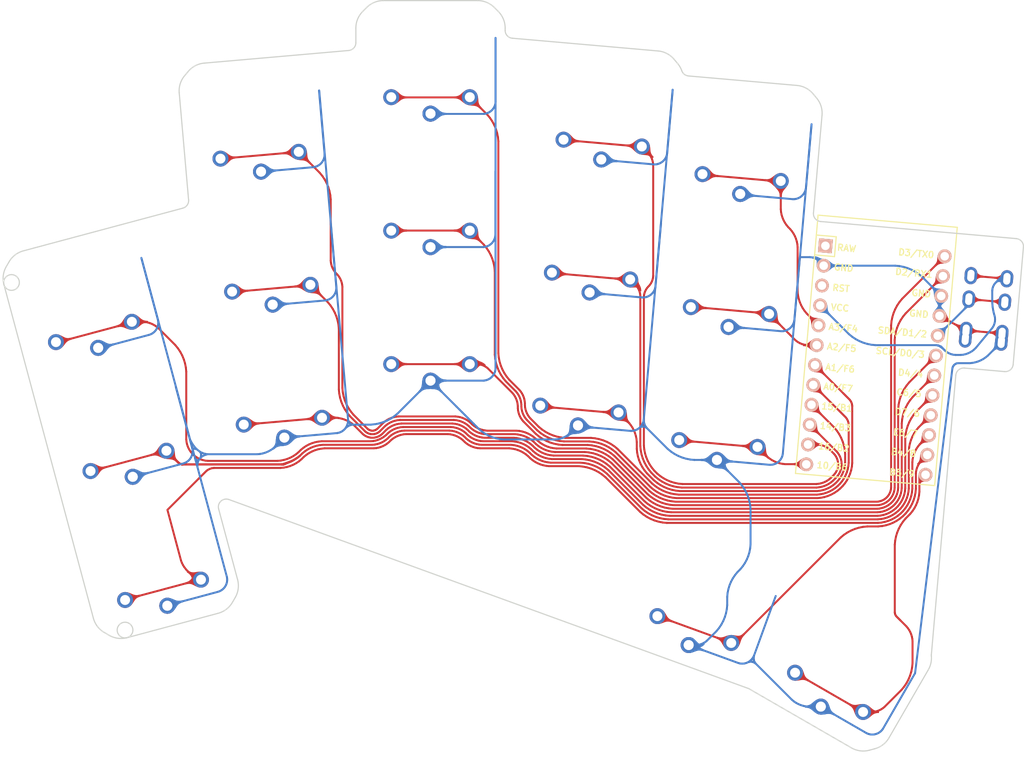
<source format=kicad_pcb>
(kicad_pcb (version 20171130) (host pcbnew "(5.1.10-1-10_14)")
  (title_block (title KEYBOARD_NAME_HERE) (rev VERSION_HERE) (company YOUR_NAME_HERE))
  (layers (0 F.Cu signal) (31 B.Cu signal) (34 B.Paste user) (35 F.Paste user) (36 B.SilkS user) (37 F.SilkS user) (38 B.Mask user) (39 F.Mask user) (44 Edge.Cuts user))
  (net 0 "")
  (net 1 P7)
  (net 2 GND)
  (net 3 P6)
  (net 4 P5)
  (net 5 P4)
  (net 6 P3)
  (net 7 P0)
  (net 8 P1)
  (net 9 P19)
  (net 10 P18)
  (net 11 P15)
  (net 12 P14)
  (net 13 P16)
  (net 14 P10)
  (net 15 P20)
  (net 16 P21)
  (net 17 P8)
  (net 18 P9)
  (net 19 RAW)
  (net 20 RST)
  (net 21 VCC)
  (net 22 P2)
  (module PG1350 (layer F.Cu) (at 106.708534 70.012148 175)
    (fp_text reference S20 hide)
    (fp_text value "" hide)
    (pad "" np_thru_hole circle (at 0 0) (size 3.429 3.429) (drill 3.429) (layers *.Cu *.Mask))
    (pad "" np_thru_hole circle (at 5.5 0) (size 1.7018 1.7018) (drill 1.7018) (layers *.Cu *.Mask))
    (pad "" np_thru_hole circle (at -5.5 0) (size 1.7018 1.7018) (drill 1.7018) (layers *.Cu *.Mask))
    (pad 1 thru_hole circle (at 5 -3.8) (size 2.032 2.032) (drill 1.27) (layers *.Cu *.Mask) (net 11 P15))
    (pad 2 thru_hole circle (at 0 -5.9) (size 2.032 2.032) (drill 1.27) (layers *.Cu *.Mask) (net 2 GND))
    (pad 1 thru_hole circle (at -5 -3.8) (size 2.032 2.032) (drill 1.27) (layers *.Cu *.Mask) (net 11 P15))
    (pad 2 thru_hole circle (at 0 -5.9) (size 2.032 2.032) (drill 1.27) (layers *.Cu *.Mask) (net 2 GND))
  )
  (module PG1350 (layer F.Cu) (at 52.402636 93.153449 195)
    (fp_text reference S2 hide)
    (fp_text value "" hide)
    (pad "" np_thru_hole circle (at 0 0) (size 3.429 3.429) (drill 3.429) (layers *.Cu *.Mask))
    (pad "" np_thru_hole circle (at 5.5 0) (size 1.7018 1.7018) (drill 1.7018) (layers *.Cu *.Mask))
    (pad "" np_thru_hole circle (at -5.5 0) (size 1.7018 1.7018) (drill 1.7018) (layers *.Cu *.Mask))
    (pad 1 thru_hole circle (at 5 -3.8) (size 2.032 2.032) (drill 1.27) (layers *.Cu *.Mask) (net 1 P7))
    (pad 2 thru_hole circle (at 0 -5.9) (size 2.032 2.032) (drill 1.27) (layers *.Cu *.Mask) (net 2 GND))
    (pad 1 thru_hole circle (at -5 -3.8) (size 2.032 2.032) (drill 1.27) (layers *.Cu *.Mask) (net 1 P7))
    (pad 2 thru_hole circle (at 0 -5.9) (size 2.032 2.032) (drill 1.27) (layers *.Cu *.Mask) (net 2 GND))
  )
  (module PG1350 (layer F.Cu) (at 48.002735 76.732649 195)
    (fp_text reference S4 hide)
    (fp_text value "" hide)
    (pad "" np_thru_hole circle (at 0 0) (size 3.429 3.429) (drill 3.429) (layers *.Cu *.Mask))
    (pad "" np_thru_hole circle (at 5.5 0) (size 1.7018 1.7018) (drill 1.7018) (layers *.Cu *.Mask))
    (pad "" np_thru_hole circle (at -5.5 0) (size 1.7018 1.7018) (drill 1.7018) (layers *.Cu *.Mask))
    (pad 1 thru_hole circle (at 5 -3.8) (size 2.032 2.032) (drill 1.27) (layers *.Cu *.Mask) (net 3 P6))
    (pad 2 thru_hole circle (at 0 -5.9) (size 2.032 2.032) (drill 1.27) (layers *.Cu *.Mask) (net 2 GND))
    (pad 1 thru_hole circle (at -5 -3.8) (size 2.032 2.032) (drill 1.27) (layers *.Cu *.Mask) (net 3 P6))
    (pad 2 thru_hole circle (at 0 -5.9) (size 2.032 2.032) (drill 1.27) (layers *.Cu *.Mask) (net 2 GND))
  )
  (module PG1350 (layer F.Cu) (at 43.602735 60.311949 195)
    (fp_text reference S6 hide)
    (fp_text value "" hide)
    (pad "" np_thru_hole circle (at 0 0) (size 3.429 3.429) (drill 3.429) (layers *.Cu *.Mask))
    (pad "" np_thru_hole circle (at 5.5 0) (size 1.7018 1.7018) (drill 1.7018) (layers *.Cu *.Mask))
    (pad "" np_thru_hole circle (at -5.5 0) (size 1.7018 1.7018) (drill 1.7018) (layers *.Cu *.Mask))
    (pad 1 thru_hole circle (at 5 -3.8) (size 2.032 2.032) (drill 1.27) (layers *.Cu *.Mask) (net 4 P5))
    (pad 2 thru_hole circle (at 0 -5.9) (size 2.032 2.032) (drill 1.27) (layers *.Cu *.Mask) (net 2 GND))
    (pad 1 thru_hole circle (at -5 -3.8) (size 2.032 2.032) (drill 1.27) (layers *.Cu *.Mask) (net 4 P5))
    (pad 2 thru_hole circle (at 0 -5.9) (size 2.032 2.032) (drill 1.27) (layers *.Cu *.Mask) (net 2 GND))
  )
  (module PG1350 (layer F.Cu) (at 68.307636 71.559348 185)
    (fp_text reference S8 hide)
    (fp_text value "" hide)
    (pad "" np_thru_hole circle (at 0 0) (size 3.429 3.429) (drill 3.429) (layers *.Cu *.Mask))
    (pad "" np_thru_hole circle (at 5.5 0) (size 1.7018 1.7018) (drill 1.7018) (layers *.Cu *.Mask))
    (pad "" np_thru_hole circle (at -5.5 0) (size 1.7018 1.7018) (drill 1.7018) (layers *.Cu *.Mask))
    (pad 1 thru_hole circle (at 5 -3.8) (size 2.032 2.032) (drill 1.27) (layers *.Cu *.Mask) (net 5 P4))
    (pad 2 thru_hole circle (at 0 -5.9) (size 2.032 2.032) (drill 1.27) (layers *.Cu *.Mask) (net 2 GND))
    (pad 1 thru_hole circle (at -5 -3.8) (size 2.032 2.032) (drill 1.27) (layers *.Cu *.Mask) (net 5 P4))
    (pad 2 thru_hole circle (at 0 -5.9) (size 2.032 2.032) (drill 1.27) (layers *.Cu *.Mask) (net 2 GND))
  )
  (module PG1350 (layer F.Cu) (at 66.825935 54.624049 185)
    (fp_text reference S10 hide)
    (fp_text value "" hide)
    (pad "" np_thru_hole circle (at 0 0) (size 3.429 3.429) (drill 3.429) (layers *.Cu *.Mask))
    (pad "" np_thru_hole circle (at 5.5 0) (size 1.7018 1.7018) (drill 1.7018) (layers *.Cu *.Mask))
    (pad "" np_thru_hole circle (at -5.5 0) (size 1.7018 1.7018) (drill 1.7018) (layers *.Cu *.Mask))
    (pad 1 thru_hole circle (at 5 -3.8) (size 2.032 2.032) (drill 1.27) (layers *.Cu *.Mask) (net 6 P3))
    (pad 2 thru_hole circle (at 0 -5.9) (size 2.032 2.032) (drill 1.27) (layers *.Cu *.Mask) (net 2 GND))
    (pad 1 thru_hole circle (at -5 -3.8) (size 2.032 2.032) (drill 1.27) (layers *.Cu *.Mask) (net 6 P3))
    (pad 2 thru_hole circle (at 0 -5.9) (size 2.032 2.032) (drill 1.27) (layers *.Cu *.Mask) (net 2 GND))
  )
  (module PG1350 (layer F.Cu) (at 65.344335 37.688747 185)
    (fp_text reference S12 hide)
    (fp_text value "" hide)
    (pad "" np_thru_hole circle (at 0 0) (size 3.429 3.429) (drill 3.429) (layers *.Cu *.Mask))
    (pad "" np_thru_hole circle (at 5.5 0) (size 1.7018 1.7018) (drill 1.7018) (layers *.Cu *.Mask))
    (pad "" np_thru_hole circle (at -5.5 0) (size 1.7018 1.7018) (drill 1.7018) (layers *.Cu *.Mask))
    (pad 1 thru_hole circle (at 5 -3.8) (size 2.032 2.032) (drill 1.27) (layers *.Cu *.Mask) (net 7 P0))
    (pad 2 thru_hole circle (at 0 -5.9) (size 2.032 2.032) (drill 1.27) (layers *.Cu *.Mask) (net 2 GND))
    (pad 1 thru_hole circle (at -5 -3.8) (size 2.032 2.032) (drill 1.27) (layers *.Cu *.Mask) (net 7 P0))
    (pad 2 thru_hole circle (at 0 -5.9) (size 2.032 2.032) (drill 1.27) (layers *.Cu *.Mask) (net 2 GND))
  )
  (module PG1350 (layer F.Cu) (at 87.426936 64.280747 180)
    (fp_text reference S14 hide)
    (fp_text value "" hide)
    (pad "" np_thru_hole circle (at 0 0) (size 3.429 3.429) (drill 3.429) (layers *.Cu *.Mask))
    (pad "" np_thru_hole circle (at 5.5 0) (size 1.7018 1.7018) (drill 1.7018) (layers *.Cu *.Mask))
    (pad "" np_thru_hole circle (at -5.5 0) (size 1.7018 1.7018) (drill 1.7018) (layers *.Cu *.Mask))
    (pad 1 thru_hole circle (at 5 -3.8) (size 2.032 2.032) (drill 1.27) (layers *.Cu *.Mask) (net 8 P1))
    (pad 2 thru_hole circle (at 0 -5.9) (size 2.032 2.032) (drill 1.27) (layers *.Cu *.Mask) (net 2 GND))
    (pad 1 thru_hole circle (at -5 -3.8) (size 2.032 2.032) (drill 1.27) (layers *.Cu *.Mask) (net 8 P1))
    (pad 2 thru_hole circle (at 0 -5.9) (size 2.032 2.032) (drill 1.27) (layers *.Cu *.Mask) (net 2 GND))
  )
  (module PG1350 (layer F.Cu) (at 87.426935 47.280747 180)
    (fp_text reference S16 hide)
    (fp_text value "" hide)
    (pad "" np_thru_hole circle (at 0 0) (size 3.429 3.429) (drill 3.429) (layers *.Cu *.Mask))
    (pad "" np_thru_hole circle (at 5.5 0) (size 1.7018 1.7018) (drill 1.7018) (layers *.Cu *.Mask))
    (pad "" np_thru_hole circle (at -5.5 0) (size 1.7018 1.7018) (drill 1.7018) (layers *.Cu *.Mask))
    (pad 1 thru_hole circle (at 5 -3.8) (size 2.032 2.032) (drill 1.27) (layers *.Cu *.Mask) (net 9 P19))
    (pad 2 thru_hole circle (at 0 -5.9) (size 2.032 2.032) (drill 1.27) (layers *.Cu *.Mask) (net 2 GND))
    (pad 1 thru_hole circle (at -5 -3.8) (size 2.032 2.032) (drill 1.27) (layers *.Cu *.Mask) (net 9 P19))
    (pad 2 thru_hole circle (at 0 -5.9) (size 2.032 2.032) (drill 1.27) (layers *.Cu *.Mask) (net 2 GND))
  )
  (module PG1350 (layer F.Cu) (at 87.426936 30.280749 180)
    (fp_text reference S18 hide)
    (fp_text value "" hide)
    (pad "" np_thru_hole circle (at 0 0) (size 3.429 3.429) (drill 3.429) (layers *.Cu *.Mask))
    (pad "" np_thru_hole circle (at 5.5 0) (size 1.7018 1.7018) (drill 1.7018) (layers *.Cu *.Mask))
    (pad "" np_thru_hole circle (at -5.5 0) (size 1.7018 1.7018) (drill 1.7018) (layers *.Cu *.Mask))
    (pad 1 thru_hole circle (at 5 -3.8) (size 2.032 2.032) (drill 1.27) (layers *.Cu *.Mask) (net 10 P18))
    (pad 2 thru_hole circle (at 0 -5.9) (size 2.032 2.032) (drill 1.27) (layers *.Cu *.Mask) (net 2 GND))
    (pad 1 thru_hole circle (at -5 -3.8) (size 2.032 2.032) (drill 1.27) (layers *.Cu *.Mask) (net 10 P18))
    (pad 2 thru_hole circle (at 0 -5.9) (size 2.032 2.032) (drill 1.27) (layers *.Cu *.Mask) (net 2 GND))
  )
  (module PG1350 (layer F.Cu) (at 108.190235 53.076848 175)
    (fp_text reference S22 hide)
    (fp_text value "" hide)
    (pad "" np_thru_hole circle (at 0 0) (size 3.429 3.429) (drill 3.429) (layers *.Cu *.Mask))
    (pad "" np_thru_hole circle (at 5.5 0) (size 1.7018 1.7018) (drill 1.7018) (layers *.Cu *.Mask))
    (pad "" np_thru_hole circle (at -5.5 0) (size 1.7018 1.7018) (drill 1.7018) (layers *.Cu *.Mask))
    (pad 1 thru_hole circle (at 5 -3.8) (size 2.032 2.032) (drill 1.27) (layers *.Cu *.Mask) (net 12 P14))
    (pad 2 thru_hole circle (at 0 -5.9) (size 2.032 2.032) (drill 1.27) (layers *.Cu *.Mask) (net 2 GND))
    (pad 1 thru_hole circle (at -5 -3.8) (size 2.032 2.032) (drill 1.27) (layers *.Cu *.Mask) (net 12 P14))
    (pad 2 thru_hole circle (at 0 -5.9) (size 2.032 2.032) (drill 1.27) (layers *.Cu *.Mask) (net 2 GND))
  )
  (module PG1350 (layer F.Cu) (at 109.671836 36.141448 175)
    (fp_text reference S24 hide)
    (fp_text value "" hide)
    (pad "" np_thru_hole circle (at 0 0) (size 3.429 3.429) (drill 3.429) (layers *.Cu *.Mask))
    (pad "" np_thru_hole circle (at 5.5 0) (size 1.7018 1.7018) (drill 1.7018) (layers *.Cu *.Mask))
    (pad "" np_thru_hole circle (at -5.5 0) (size 1.7018 1.7018) (drill 1.7018) (layers *.Cu *.Mask))
    (pad 1 thru_hole circle (at 5 -3.8) (size 2.032 2.032) (drill 1.27) (layers *.Cu *.Mask) (net 13 P16))
    (pad 2 thru_hole circle (at 0 -5.9) (size 2.032 2.032) (drill 1.27) (layers *.Cu *.Mask) (net 2 GND))
    (pad 1 thru_hole circle (at -5 -3.8) (size 2.032 2.032) (drill 1.27) (layers *.Cu *.Mask) (net 13 P16))
    (pad 2 thru_hole circle (at 0 -5.9) (size 2.032 2.032) (drill 1.27) (layers *.Cu *.Mask) (net 2 GND))
  )
  (module PG1350 (layer F.Cu) (at 124.393135 74.403448 175)
    (fp_text reference S26 hide)
    (fp_text value "" hide)
    (pad "" np_thru_hole circle (at 0 0) (size 3.429 3.429) (drill 3.429) (layers *.Cu *.Mask))
    (pad "" np_thru_hole circle (at 5.5 0) (size 1.7018 1.7018) (drill 1.7018) (layers *.Cu *.Mask))
    (pad "" np_thru_hole circle (at -5.5 0) (size 1.7018 1.7018) (drill 1.7018) (layers *.Cu *.Mask))
    (pad 1 thru_hole circle (at 5 -3.8) (size 2.032 2.032) (drill 1.27) (layers *.Cu *.Mask) (net 14 P10))
    (pad 2 thru_hole circle (at 0 -5.9) (size 2.032 2.032) (drill 1.27) (layers *.Cu *.Mask) (net 2 GND))
    (pad 1 thru_hole circle (at -5 -3.8) (size 2.032 2.032) (drill 1.27) (layers *.Cu *.Mask) (net 14 P10))
    (pad 2 thru_hole circle (at 0 -5.9) (size 2.032 2.032) (drill 1.27) (layers *.Cu *.Mask) (net 2 GND))
  )
  (module PG1350 (layer F.Cu) (at 125.874735 57.468148 175)
    (fp_text reference S28 hide)
    (fp_text value "" hide)
    (pad "" np_thru_hole circle (at 0 0) (size 3.429 3.429) (drill 3.429) (layers *.Cu *.Mask))
    (pad "" np_thru_hole circle (at 5.5 0) (size 1.7018 1.7018) (drill 1.7018) (layers *.Cu *.Mask))
    (pad "" np_thru_hole circle (at -5.5 0) (size 1.7018 1.7018) (drill 1.7018) (layers *.Cu *.Mask))
    (pad 1 thru_hole circle (at 5 -3.8) (size 2.032 2.032) (drill 1.27) (layers *.Cu *.Mask) (net 15 P20))
    (pad 2 thru_hole circle (at 0 -5.9) (size 2.032 2.032) (drill 1.27) (layers *.Cu *.Mask) (net 2 GND))
    (pad 1 thru_hole circle (at -5 -3.8) (size 2.032 2.032) (drill 1.27) (layers *.Cu *.Mask) (net 15 P20))
    (pad 2 thru_hole circle (at 0 -5.9) (size 2.032 2.032) (drill 1.27) (layers *.Cu *.Mask) (net 2 GND))
  )
  (module PG1350 (layer F.Cu) (at 127.356436 40.532848 175)
    (fp_text reference S30 hide)
    (fp_text value "" hide)
    (pad "" np_thru_hole circle (at 0 0) (size 3.429 3.429) (drill 3.429) (layers *.Cu *.Mask))
    (pad "" np_thru_hole circle (at 5.5 0) (size 1.7018 1.7018) (drill 1.7018) (layers *.Cu *.Mask))
    (pad "" np_thru_hole circle (at -5.5 0) (size 1.7018 1.7018) (drill 1.7018) (layers *.Cu *.Mask))
    (pad 1 thru_hole circle (at 5 -3.8) (size 2.032 2.032) (drill 1.27) (layers *.Cu *.Mask) (net 16 P21))
    (pad 2 thru_hole circle (at 0 -5.9) (size 2.032 2.032) (drill 1.27) (layers *.Cu *.Mask) (net 2 GND))
    (pad 1 thru_hole circle (at -5 -3.8) (size 2.032 2.032) (drill 1.27) (layers *.Cu *.Mask) (net 16 P21))
    (pad 2 thru_hole circle (at 0 -5.9) (size 2.032 2.032) (drill 1.27) (layers *.Cu *.Mask) (net 2 GND))
  )
  (module PG1350 (layer F.Cu) (at 122.301335 98.312149 160)
    (fp_text reference S32 hide)
    (fp_text value "" hide)
    (pad "" np_thru_hole circle (at 0 0) (size 3.429 3.429) (drill 3.429) (layers *.Cu *.Mask))
    (pad "" np_thru_hole circle (at 5.5 0) (size 1.7018 1.7018) (drill 1.7018) (layers *.Cu *.Mask))
    (pad "" np_thru_hole circle (at -5.5 0) (size 1.7018 1.7018) (drill 1.7018) (layers *.Cu *.Mask))
    (pad 1 thru_hole circle (at 5 -3.8) (size 2.032 2.032) (drill 1.27) (layers *.Cu *.Mask) (net 17 P8))
    (pad 2 thru_hole circle (at 0 -5.9) (size 2.032 2.032) (drill 1.27) (layers *.Cu *.Mask) (net 2 GND))
    (pad 1 thru_hole circle (at -5 -3.8) (size 2.032 2.032) (drill 1.27) (layers *.Cu *.Mask) (net 17 P8))
    (pad 2 thru_hole circle (at 0 -5.9) (size 2.032 2.032) (drill 1.27) (layers *.Cu *.Mask) (net 2 GND))
  )
  (module PG1350 (layer F.Cu) (at 140.053535 106.590147 150)
    (fp_text reference S34 hide)
    (fp_text value "" hide)
    (pad "" np_thru_hole circle (at 0 0) (size 3.429 3.429) (drill 3.429) (layers *.Cu *.Mask))
    (pad "" np_thru_hole circle (at 5.5 0) (size 1.7018 1.7018) (drill 1.7018) (layers *.Cu *.Mask))
    (pad "" np_thru_hole circle (at -5.5 0) (size 1.7018 1.7018) (drill 1.7018) (layers *.Cu *.Mask))
    (pad 1 thru_hole circle (at 5 -3.8) (size 2.032 2.032) (drill 1.27) (layers *.Cu *.Mask) (net 18 P9))
    (pad 2 thru_hole circle (at 0 -5.9) (size 2.032 2.032) (drill 1.27) (layers *.Cu *.Mask) (net 2 GND))
    (pad 1 thru_hole circle (at -5 -3.8) (size 2.032 2.032) (drill 1.27) (layers *.Cu *.Mask) (net 18 P9))
    (pad 2 thru_hole circle (at 0 -5.9) (size 2.032 2.032) (drill 1.27) (layers *.Cu *.Mask) (net 2 GND))
  )
  (module ProMicro (layer F.Cu) (at 144.061535 67.591748 265)
    (fp_text reference C1 hide)
    (fp_text value "" hide)
    (fp_text user RAW (at -13.904557 6.196978 355) (layer F.SilkS) (effects (font (size 0.8 0.8)) (justify left)))
    (fp_text user GND (at -11.379208 6.377567 355) (layer F.SilkS) (effects (font (size 0.8 0.8)) (justify left)))
    (fp_text user RST (at -8.754506 6.348699 355) (layer F.SilkS) (effects (font (size 0.8 0.8)) (justify left)))
    (fp_text user VCC (at -6.263752 6.33155 355) (layer F.SilkS) (effects (font (size 0.8 0.8)) (justify left)))
    (fp_text user A3/F4 (at -3.747119 6.41252 355) (layer F.SilkS) (effects (font (size 0.8 0.8)) (justify left)))
    (fp_text user A2/F5 (at -1.239201 6.393869 355) (layer F.SilkS) (effects (font (size 0.8 0.8)) (justify left)))
    (fp_text user A1/F6 (at 1.406757 6.363142 355) (layer F.SilkS) (effects (font (size 0.8 0.8)) (justify left)))
    (fp_text user A0/F7 (at 3.880612 6.397662 355) (layer F.SilkS) (effects (font (size 0.8 0.8)) (justify left)))
    (fp_text user 15/B1 (at 6.392888 6.428822 355) (layer F.SilkS) (effects (font (size 0.8 0.8)) (justify left)))
    (fp_text user 14/B3 (at 8.900805 6.410171 355) (layer F.SilkS) (effects (font (size 0.8 0.8)) (justify left)))
    (fp_text user 16/B2 (at 11.508343 6.382805 355) (layer F.SilkS) (effects (font (size 0.8 0.8)) (justify left)))
    (fp_text user 10/B6 (at 13.916641 6.37287 355) (layer F.SilkS) (effects (font (size 0.8 0.8)) (justify left)))
    (fp_text user D3/TX0 (at -13.997809 -6.342611 355) (layer F.SilkS) (effects (font (size 0.8 0.8)) (justify right)))
    (fp_text user D2/RX1 (at -11.489891 -6.361262 355) (layer F.SilkS) (effects (font (size 0.8 0.8)) (justify right)))
    (fp_text user GND (at -8.981973 -6.379912 355) (layer F.SilkS) (effects (font (size 0.8 0.8)) (justify right)))
    (fp_text user GND (at -6.36572 -6.307658 355) (layer F.SilkS) (effects (font (size 0.8 0.8)) (justify right)))
    (fp_text user SDA/D1/2 (at -3.857802 -6.326309 355) (layer F.SilkS) (effects (font (size 0.8 0.8)) (justify right)))
    (fp_text user SCL/D0/3 (at -1.241549 -6.254055 355) (layer F.SilkS) (effects (font (size 0.8 0.8)) (justify right)))
    (fp_text user D4/4 (at 1.266369 -6.272706 355) (layer F.SilkS) (effects (font (size 0.8 0.8)) (justify right)))
    (fp_text user C6/5 (at 3.774286 -6.291356 355) (layer F.SilkS) (effects (font (size 0.8 0.8)) (justify right)))
    (fp_text user D7/6 (at 6.282204 -6.310007 355) (layer F.SilkS) (effects (font (size 0.8 0.8)) (justify right)))
    (fp_text user E6/7 (at 8.898457 -6.237753 355) (layer F.SilkS) (effects (font (size 0.8 0.8)) (justify right)))
    (fp_text user B4/8 (at 11.406375 -6.256404 355) (layer F.SilkS) (effects (font (size 0.8 0.8)) (justify right)))
    (fp_text user B5/9 (at 14.013913 -6.28377 355) (layer F.SilkS) (effects (font (size 0.8 0.8)) (justify right)))
    (pad 1 thru_hole rect (at -13.97 7.62 265) (size 1.7526 1.7526) (drill 1.0922) (layers *.Cu *.SilkS *.Mask) (net 19 RAW))
    (pad 2 thru_hole circle (at -11.43 7.62) (size 1.7526 1.7526) (drill 1.0922) (layers *.Cu *.SilkS *.Mask) (net 2 GND))
    (pad 3 thru_hole circle (at -8.89 7.62) (size 1.7526 1.7526) (drill 1.0922) (layers *.Cu *.SilkS *.Mask) (net 20 RST))
    (pad 4 thru_hole circle (at -6.35 7.62) (size 1.7526 1.7526) (drill 1.0922) (layers *.Cu *.SilkS *.Mask) (net 21 VCC))
    (pad 5 thru_hole circle (at -3.81 7.62) (size 1.7526 1.7526) (drill 1.0922) (layers *.Cu *.SilkS *.Mask) (net 16 P21))
    (pad 6 thru_hole circle (at -1.27 7.62) (size 1.7526 1.7526) (drill 1.0922) (layers *.Cu *.SilkS *.Mask) (net 15 P20))
    (pad 7 thru_hole circle (at 1.27 7.62) (size 1.7526 1.7526) (drill 1.0922) (layers *.Cu *.SilkS *.Mask) (net 9 P19))
    (pad 8 thru_hole circle (at 3.81 7.62) (size 1.7526 1.7526) (drill 1.0922) (layers *.Cu *.SilkS *.Mask) (net 10 P18))
    (pad 9 thru_hole circle (at 6.35 7.62) (size 1.7526 1.7526) (drill 1.0922) (layers *.Cu *.SilkS *.Mask) (net 11 P15))
    (pad 10 thru_hole circle (at 8.89 7.62) (size 1.7526 1.7526) (drill 1.0922) (layers *.Cu *.SilkS *.Mask) (net 12 P14))
    (pad 11 thru_hole circle (at 11.43 7.62) (size 1.7526 1.7526) (drill 1.0922) (layers *.Cu *.SilkS *.Mask) (net 13 P16))
    (pad 12 thru_hole circle (at 13.97 7.62) (size 1.7526 1.7526) (drill 1.0922) (layers *.Cu *.SilkS *.Mask) (net 14 P10))
    (pad 13 thru_hole circle (at -13.97 -7.62) (size 1.7526 1.7526) (drill 1.0922) (layers *.Cu *.SilkS *.Mask) (net 8 P1))
    (pad 14 thru_hole circle (at -11.43 -7.62) (size 1.7526 1.7526) (drill 1.0922) (layers *.Cu *.SilkS *.Mask) (net 7 P0))
    (pad 15 thru_hole circle (at -8.89 -7.62) (size 1.7526 1.7526) (drill 1.0922) (layers *.Cu *.SilkS *.Mask) (net 2 GND))
    (pad 16 thru_hole circle (at -6.35 -7.62) (size 1.7526 1.7526) (drill 1.0922) (layers *.Cu *.SilkS *.Mask) (net 2 GND))
    (pad 17 thru_hole circle (at -3.81 -7.62) (size 1.7526 1.7526) (drill 1.0922) (layers *.Cu *.SilkS *.Mask) (net 22 P2))
    (pad 18 thru_hole circle (at -1.27 -7.62) (size 1.7526 1.7526) (drill 1.0922) (layers *.Cu *.SilkS *.Mask) (net 6 P3))
    (pad 19 thru_hole circle (at 1.27 -7.62) (size 1.7526 1.7526) (drill 1.0922) (layers *.Cu *.SilkS *.Mask) (net 5 P4))
    (pad 20 thru_hole circle (at 3.81 -7.62) (size 1.7526 1.7526) (drill 1.0922) (layers *.Cu *.SilkS *.Mask) (net 4 P5))
    (pad 21 thru_hole circle (at 6.35 -7.62) (size 1.7526 1.7526) (drill 1.0922) (layers *.Cu *.SilkS *.Mask) (net 3 P6))
    (pad 22 thru_hole circle (at 8.89 -7.62) (size 1.7526 1.7526) (drill 1.0922) (layers *.Cu *.SilkS *.Mask) (net 1 P7))
    (pad 23 thru_hole circle (at 11.43 -7.62) (size 1.7526 1.7526) (drill 1.0922) (layers *.Cu *.SilkS *.Mask) (net 17 P8))
    (pad 24 thru_hole circle (at 13.97 -7.62) (size 1.7526 1.7526) (drill 1.0922) (layers *.Cu *.SilkS *.Mask) (net 18 P9))
  )
  (module TRRS-PJ-320A-dual (layer F.Cu) (at 161.059035 54.021558 355)
    (fp_text reference T1 hide)
    (fp_text value "" hide)
    (pad "" np_thru_hole circle (at -2.3 8.6) (size 1.5 1.5) (drill 1.5) (layers *.Cu *.Mask))
    (pad "" np_thru_hole circle (at -2.3 1.6) (size 1.5 1.5) (drill 1.5) (layers *.Cu *.Mask))
    (pad 1 thru_hole oval (at 0 11.3 355) (size 1.6 2.2) (drill oval 0.9 1.5) (layers *.Cu *.Mask) (net 2 GND))
    (pad 2 thru_hole oval (at -4.6 10.2 355) (size 1.6 2.2) (drill oval 0.9 1.5) (layers *.Cu *.Mask) (net 2 GND))
    (pad 3 thru_hole oval (at -4.6 6.2 355) (size 1.6 2.2) (drill oval 0.9 1.5) (layers *.Cu *.Mask) (net 22 P2))
    (pad 4 thru_hole oval (at -4.6 3.2 355) (size 1.6 2.2) (drill oval 0.9 1.5) (layers *.Cu *.Mask) (net 21 VCC))
    (pad 1 thru_hole oval (at -4.6 11.3 355) (size 1.6 2.2) (drill oval 0.9 1.5) (layers *.Cu *.Mask) (net 2 GND))
    (pad 2 thru_hole oval (at 0 10.2 355) (size 1.6 2.2) (drill oval 0.9 1.5) (layers *.Cu *.Mask) (net 2 GND))
    (pad 3 thru_hole oval (at 0 6.2 355) (size 1.6 2.2) (drill oval 0.9 1.5) (layers *.Cu *.Mask) (net 22 P2))
    (pad 4 thru_hole oval (at 0 3.2 355) (size 1.6 2.2) (drill oval 0.9 1.5) (layers *.Cu *.Mask) (net 21 VCC))
  )
  (gr_line (start 46.52989 102.616604) (end 45.918859 102.263826) (angle 90) (layer Edge.Cuts) (width 0.15))
  (gr_arc (start 47.41819 99.665362) (end 44.520411 100.441818) (angle -45) (layer Edge.Cuts) (width 0.15))
  (gr_line (start 33.132373 57.941083) (end 44.520411 100.441818) (angle 90) (layer Edge.Cuts) (width 0.15))
  (gr_line (start 60.46148 86.52434) (end 62.873002 95.524257) (angle 90) (layer Edge.Cuts) (width 0.15))
  (gr_arc (start 59.975223 96.300714) (end 62.5733 97.800714) (angle -45) (layer Edge.Cuts) (width 0.15))
  (gr_line (start 62.572915 97.801385) (end 62.220135 98.412416) (angle 90) (layer Edge.Cuts) (width 0.15))
  (gr_arc (start 59.621671 96.913087) (end 60.398128 99.810864) (angle -45) (layer Edge.Cuts) (width 0.15))
  (gr_line (start 60.398128 99.810864) (end 48.807018 102.916693) (angle 90) (layer Edge.Cuts) (width 0.15))
  (gr_arc (start 48.03056 100.018915) (end 46.530562 102.616991) (angle -44.99999992) (layer Edge.Cuts) (width 0.15))
  (gr_arc (start 36.030151 57.164627) (end 33.432075 55.664625) (angle -44.99999992) (layer Edge.Cuts) (width 0.15))
  (gr_line (start 33.432462 55.663956) (end 33.785241 55.052926) (angle 90) (layer Edge.Cuts) (width 0.15))
  (gr_arc (start 36.383704 56.552252) (end 35.607249 53.654478) (angle -45) (layer Edge.Cuts) (width 0.15))
  (gr_line (start 35.607249 53.654478) (end 55.899654 48.21714) (angle 90) (layer Edge.Cuts) (width 0.15))
  (gr_line (start 55.444705 33.535743) (end 56.637028 47.164062) (angle 90) (layer Edge.Cuts) (width 0.15))
  (gr_arc (start 58.43329 33.274274) (end 56.135156 31.345912) (angle -45) (layer Edge.Cuts) (width 0.15))
  (gr_line (start 56.135652 31.345319) (end 56.589176 30.80483) (angle 90) (layer Edge.Cuts) (width 0.15))
  (gr_arc (start 58.887808 32.7326) (end 58.626343 29.744017) (angle -45) (layer Edge.Cuts) (width 0.15))
  (gr_line (start 58.626343 29.744017) (end 77.014054 28.135301) (angle 90) (layer Edge.Cuts) (width 0.15))
  (gr_line (start 77.926898 27.139105) (end 77.926897 25.28076) (angle 90) (layer Edge.Cuts) (width 0.15))
  (gr_arc (start 80.926898 25.28076) (end 78.80558 23.159438) (angle -45) (layer Edge.Cuts) (width 0.15))
  (gr_line (start 78.806126 23.158891) (end 79.30503 22.659987) (angle 90) (layer Edge.Cuts) (width 0.15))
  (gr_arc (start 81.426898 24.78076) (end 81.426898 21.78076) (angle -45) (layer Edge.Cuts) (width 0.15))
  (gr_line (start 81.426898 21.78076) (end 93.4269 21.78076) (angle 90) (layer Edge.Cuts) (width 0.15))
  (gr_arc (start 93.426899 24.780761) (end 95.54822 22.65944) (angle -45) (layer Edge.Cuts) (width 0.15))
  (gr_line (start 95.548767 22.659987) (end 96.047674 23.158892) (angle 90) (layer Edge.Cuts) (width 0.15))
  (gr_arc (start 93.926898 25.280761) (end 96.926898 25.28076) (angle -45) (layer Edge.Cuts) (width 0.15))
  (gr_line (start 96.926898 25.28076) (end 96.926899 25.577658) (angle 90) (layer Edge.Cuts) (width 0.15))
  (gr_line (start 97.839742 26.573854) (end 116.389833 28.196775) (angle 90) (layer Edge.Cuts) (width 0.15))
  (gr_arc (start 116.128367 31.185361) (end 118.426499 29.256998) (angle -45) (layer Edge.Cuts) (width 0.15))
  (gr_line (start 118.426999 29.257589) (end 118.880522 29.798079) (angle 90) (layer Edge.Cuts) (width 0.15))
  (gr_arc (start 116.582886 31.727035) (end 119.408631 30.719481) (angle -20.37568221) (layer Edge.Cuts) (width 0.15))
  (gr_line (start 151.171633 105.07703) (end 154.285092 69.490032) (angle 90) (layer Edge.Cuts) (width 0.15))
  (gr_line (start 137.075625 49.915643) (end 161.980492 52.094535) (angle 90) (layer Edge.Cuts) (width 0.15))
  (gr_line (start 161.582196 68.120806) (end 162.889532 53.177886) (angle 90) (layer Edge.Cuts) (width 0.15))
  (gr_line (start 160.498845 69.029846) (end 155.368442 68.580993) (angle 90) (layer Edge.Cuts) (width 0.15))
  (gr_line (start 120.26339 31.379825) (end 134.074397 32.588131) (angle 90) (layer Edge.Cuts) (width 0.15))
  (gr_arc (start 133.812928 35.576714) (end 136.111062 33.648352) (angle -45) (layer Edge.Cuts) (width 0.15))
  (gr_line (start 136.111559 33.648947) (end 136.565084 34.189433) (angle 90) (layer Edge.Cuts) (width 0.15))
  (gr_arc (start 134.26745 36.11839) (end 137.256033 36.379858) (angle -45) (layer Edge.Cuts) (width 0.15))
  (gr_line (start 136.166587 48.83229) (end 137.256033 36.379858) (angle 90) (layer Edge.Cuts) (width 0.15))
  (gr_line (start 61.769427 85.325829) (end 127.851435 109.377713) (angle 90) (layer Edge.Cuts) (width 0.15))
  (gr_arc (start 148.182809 105.510037) (end 150.780883 107.010038) (angle -34.9601627) (layer Edge.Cuts) (width 0.15))
  (gr_line (start 150.780884 107.010038) (end 145.780885 115.670291) (angle 90) (layer Edge.Cuts) (width 0.15))
  (gr_arc (start 143.182808 114.170292) (end 143.959265 117.06807) (angle -45) (layer Edge.Cuts) (width 0.15))
  (gr_line (start 143.958516 117.068269) (end 143.277001 117.250882) (angle 90) (layer Edge.Cuts) (width 0.15))
  (gr_arc (start 142.499796 114.353304) (end 140.999795 116.951382) (angle -45) (layer Edge.Cuts) (width 0.15))
  (gr_line (start 128.009414 109.45138) (end 140.999795 116.951382) (angle 90) (layer Edge.Cuts) (width 0.15))
  (gr_arc (start 34.098301 57.682264) (end 33.132373 57.941083) (angle -2.025711581e-06) (layer Edge.Cuts) (width 0.15))
  (gr_arc (start 55.640834 47.251216) (end 55.899654 48.21714) (angle -79.99999966) (layer Edge.Cuts) (width 0.15))
  (gr_arc (start 76.926899 27.139107) (end 77.014054 28.135301) (angle -85.00000245) (layer Edge.Cuts) (width 0.15))
  (gr_arc (start 97.9269 25.577659) (end 96.926899 25.577658) (angle -85.00000245) (layer Edge.Cuts) (width 0.15))
  (gr_arc (start 120.350545 30.38363) (end 119.408631 30.719481) (angle -65.37568466) (layer Edge.Cuts) (width 0.15))
  (gr_arc (start 137.16278 48.919447) (end 136.166587 48.83229) (angle -90) (layer Edge.Cuts) (width 0.15))
  (gr_arc (start 161.893338 53.09073) (end 162.889532 53.177886) (angle -90) (layer Edge.Cuts) (width 0.15))
  (gr_arc (start 160.586 68.033651) (end 160.498845 69.029846) (angle -90) (layer Edge.Cuts) (width 0.15))
  (gr_arc (start 155.281286 69.577188) (end 155.368442 68.580993) (angle -90) (layer Edge.Cuts) (width 0.15))
  (gr_arc (start 152.167827 105.164185) (end 151.171633 105.07703) (angle -9.960160253) (layer Edge.Cuts) (width 0.15))
  (gr_arc (start 127.509413 110.317406) (end 128.009414 109.45138) (angle -10.00000203) (layer Edge.Cuts) (width 0.15))
  (gr_arc (start 61.427407 86.265522) (end 61.769427 85.325829) (angle -124.999996) (layer Edge.Cuts) (width 0.15))
  (gr_arc (start 48.548199 101.950767) (end 48.807018 102.916693) (angle -2.025711751e-06) (layer Edge.Cuts) (width 0.15))
  (segment (start 115.928576 87.98807) (end 116.440238 88.143281) (width 0.25) (layer F.Cu) (net 1))
  (segment (start 144.832498 88.255776) (end 144.383478 88.3) (width 0.25) (layer F.Cu) (net 1))
  (segment (start 57.332855 95.137501) (end 57.358686 95.293964) (width 0.25) (layer F.Cu) (net 1))
  (segment (start 114.105146 86.895149) (end 114.518463 87.23435) (width 0.25) (layer F.Cu) (net 1))
  (segment (start 72.336184 79.207245) (end 71.966748 79.404712) (width 0.25) (layer F.Cu) (net 1))
  (segment (start 59.879675 81.30002) (end 59.720299 81.315718) (width 0.25) (layer F.Cu) (net 1))
  (segment (start 102.161377 81.03772) (end 102.54071 81.07508) (width 0.25) (layer F.Cu) (net 1))
  (segment (start 149.687684 78.302086) (end 149.46128 78.57796) (width 0.25) (layer F.Cu) (net 1))
  (segment (start 58.031439 82.553189) (end 57.91209 82.672538) (width 0.25) (layer F.Cu) (net 1))
  (segment (start 70.998427 80.199393) (end 70.674614 80.465139) (width 0.25) (layer F.Cu) (net 1))
  (segment (start 57.154312 94.879532) (end 57.262717 94.995275) (width 0.25) (layer F.Cu) (net 1))
  (segment (start 145.706785 88.036779) (end 145.27502 88.167753) (width 0.25) (layer F.Cu) (net 1))
  (segment (start 56.325061 94.238239) (end 56.489987 94.414328) (width 0.25) (layer F.Cu) (net 1))
  (segment (start 81.665313 78.365785) (end 81.397343 78.509018) (width 0.25) (layer F.Cu) (net 1))
  (segment (start 100.734462 80.527162) (end 101.070622 80.706844) (width 0.25) (layer F.Cu) (net 1))
  (segment (start 82.152829 78.004219) (end 81.917952 78.196977) (width 0.25) (layer F.Cu) (net 1))
  (segment (start 57.167981 95.714859) (end 57.033315 95.798601) (width 0.25) (layer F.Cu) (net 1))
  (segment (start 148.314112 85.673635) (end 148.101421 86.071551) (width 0.25) (layer F.Cu) (net 1))
  (segment (start 108.360488 81.591629) (end 108.832038 81.843678) (width 0.25) (layer F.Cu) (net 1))
  (segment (start 90.250323 77.080086) (end 90.541087 77.168289) (width 0.25) (layer F.Cu) (net 1))
  (segment (start 91.792147 78.004221) (end 92.027024 78.19698) (width 0.25) (layer F.Cu) (net 1))
  (segment (start 109.276613 82.140733) (end 109.689931 82.479934) (width 0.25) (layer F.Cu) (net 1))
  (segment (start 56.671379 94.573405) (end 56.867489 94.713935) (width 0.25) (layer F.Cu) (net 1))
  (segment (start 59.563228 81.346961) (end 59.409977 81.39345) (width 0.25) (layer F.Cu) (net 1))
  (segment (start 146.521549 87.651425) (end 146.123632 87.864115) (width 0.25) (layer F.Cu) (net 1))
  (segment (start 148.958201 79.519155) (end 148.854604 79.86067) (width 0.25) (layer F.Cu) (net 1))
  (segment (start 92.828354 78.6253) (end 93.119118 78.713502) (width 0.25) (layer F.Cu) (net 1))
  (segment (start 149.263007 78.874697) (end 149.094774 79.189439) (width 0.25) (layer F.Cu) (net 1))
  (segment (start 106.830428 81.127489) (end 106.298317 81.07508) (width 0.25) (layer F.Cu) (net 1))
  (segment (start 81.116625 78.625295) (end 80.825861 78.713497) (width 0.25) (layer F.Cu) (net 1))
  (segment (start 92.279665 78.365789) (end 92.547635 78.509022) (width 0.25) (layer F.Cu) (net 1))
  (segment (start 58.743994 81.840634) (end 58.627005 81.957623) (width 0.25) (layer F.Cu) (net 1))
  (segment (start 148.75 83.933479) (end 148.705775 84.3825) (width 0.25) (layer F.Cu) (net 1))
  (segment (start 84.295046 76.991025) (end 83.992662 77.020808) (width 0.25) (layer F.Cu) (net 1))
  (segment (start 148.617751 84.825023) (end 148.486777 85.256788) (width 0.25) (layer F.Cu) (net 1))
  (segment (start 59.262021 81.454735) (end 59.120784 81.530228) (width 0.25) (layer F.Cu) (net 1))
  (segment (start 55.916893 93.657017) (end 56.078538 93.916963) (width 0.25) (layer F.Cu) (net 1))
  (segment (start 148.78498 80.210695) (end 148.75 80.565859) (width 0.25) (layer F.Cu) (net 1))
  (segment (start 83.12317 77.284566) (end 82.8552 77.427798) (width 0.25) (layer F.Cu) (net 1))
  (segment (start 98.905619 79.170799) (end 99.241779 79.350481) (width 0.25) (layer F.Cu) (net 1))
  (segment (start 80.527852 78.772774) (end 80.225468 78.802556) (width 0.25) (layer F.Cu) (net 1))
  (segment (start 101.422777 80.85271) (end 101.787532 80.963357) (width 0.25) (layer F.Cu) (net 1))
  (segment (start 100.122884 80.073585) (end 100.417531 80.315396) (width 0.25) (layer F.Cu) (net 1))
  (segment (start 114.963038 87.531405) (end 115.434589 87.783454) (width 0.25) (layer F.Cu) (net 1))
  (segment (start 147.245478 87.114522) (end 146.896702 87.400755) (width 0.25) (layer F.Cu) (net 1))
  (segment (start 69.569866 81.055639) (end 69.169005 81.177239) (width 0.25) (layer F.Cu) (net 1))
  (segment (start 58.510017 82.074611) (end 58.393028 82.1916) (width 0.25) (layer F.Cu) (net 1))
  (segment (start 116.964651 88.247592) (end 117.496762 88.3) (width 0.25) (layer F.Cu) (net 1))
  (segment (start 89.952313 77.020808) (end 89.649928 76.991025) (width 0.25) (layer F.Cu) (net 1))
  (segment (start 147.850752 86.446705) (end 147.564519 86.795481) (width 0.25) (layer F.Cu) (net 1))
  (segment (start 82.602561 77.596607) (end 82.367683 77.789365) (width 0.25) (layer F.Cu) (net 1))
  (segment (start 97.814864 78.839922) (end 97.435531 78.80256) (width 0.25) (layer F.Cu) (net 1))
  (segment (start 83.694653 77.080086) (end 83.403889 77.168288) (width 0.25) (layer F.Cu) (net 1))
  (segment (start 98.188709 78.914284) (end 98.553464 79.024932) (width 0.25) (layer F.Cu) (net 1))
  (segment (start 71.618447 79.63744) (end 71.294634 79.903186) (width 0.25) (layer F.Cu) (net 1))
  (segment (start 68.758155 81.258961) (end 68.341274 81.30002) (width 0.25) (layer F.Cu) (net 1))
  (segment (start 58.987626 81.619202) (end 58.86383 81.720798) (width 0.25) (layer F.Cu) (net 1))
  (segment (start 73.951787 78.802556) (end 73.534906 78.843616) (width 0.25) (layer F.Cu) (net 1))
  (segment (start 57.337988 95.451187) (end 57.272541 95.595632) (width 0.25) (layer F.Cu) (net 1))
  (segment (start 73.124056 78.925339) (end 72.723195 79.046939) (width 0.25) (layer F.Cu) (net 1))
  (segment (start 91.342417 77.596609) (end 91.577295 77.789368) (width 0.25) (layer F.Cu) (net 1))
  (segment (start 90.821806 77.284566) (end 91.089776 77.427799) (width 0.25) (layer F.Cu) (net 1))
  (segment (start 107.35484 81.231801) (end 107.866502 81.387012) (width 0.25) (layer F.Cu) (net 1))
  (segment (start 99.558709 79.562247) (end 99.853356 79.804058) (width 0.25) (layer F.Cu) (net 1))
  (segment (start 58.270138 82.31449) (end 58.150789 82.433839) (width 0.25) (layer F.Cu) (net 1))
  (segment (start 93.417129 78.772779) (end 93.719514 78.80256) (width 0.25) (layer F.Cu) (net 1))
  (segment (start 55.67368 93.095991) (end 55.781506 93.382478) (width 0.25) (layer F.Cu) (net 1))
  (segment (start 70.326313 80.697867) (end 69.956877 80.895334) (width 0.25) (layer F.Cu) (net 1))
  (segment (start 81.665313 78.365785) (end 81.917952 78.196977) (width 0.25) (layer F.Cu) (net 1))
  (segment (start 69.169005 81.177239) (end 68.758155 81.258961) (width 0.25) (layer F.Cu) (net 1))
  (segment (start 149.46128 78.57796) (end 149.263007 78.874697) (width 0.25) (layer F.Cu) (net 1))
  (segment (start 73.534906 78.843616) (end 73.124056 78.925339) (width 0.25) (layer F.Cu) (net 1))
  (segment (start 70.674614 80.465139) (end 70.326313 80.697867) (width 0.25) (layer F.Cu) (net 1))
  (segment (start 91.342417 77.596609) (end 91.089776 77.427799) (width 0.25) (layer F.Cu) (net 1))
  (segment (start 57.167981 95.714859) (end 57.272541 95.595632) (width 0.25) (layer F.Cu) (net 1))
  (segment (start 148.101421 86.071551) (end 147.850752 86.446705) (width 0.25) (layer F.Cu) (net 1))
  (segment (start 148.705775 84.3825) (end 148.617751 84.825023) (width 0.25) (layer F.Cu) (net 1))
  (segment (start 114.518463 87.23435) (end 114.963038 87.531405) (width 0.25) (layer F.Cu) (net 1))
  (segment (start 83.992662 77.020808) (end 83.694653 77.080086) (width 0.25) (layer F.Cu) (net 1))
  (segment (start 59.720299 81.315718) (end 59.563228 81.346961) (width 0.25) (layer F.Cu) (net 1))
  (segment (start 146.521549 87.651425) (end 146.896702 87.400755) (width 0.25) (layer F.Cu) (net 1))
  (segment (start 82.8552 77.427798) (end 82.602561 77.596607) (width 0.25) (layer F.Cu) (net 1))
  (segment (start 116.440238 88.143281) (end 116.964651 88.247592) (width 0.25) (layer F.Cu) (net 1))
  (segment (start 148.854604 79.86067) (end 148.78498 80.210695) (width 0.25) (layer F.Cu) (net 1))
  (segment (start 71.966748 79.404712) (end 71.618447 79.63744) (width 0.25) (layer F.Cu) (net 1))
  (segment (start 80.825861 78.713497) (end 80.527852 78.772774) (width 0.25) (layer F.Cu) (net 1))
  (segment (start 144.832498 88.255776) (end 145.27502 88.167753) (width 0.25) (layer F.Cu) (net 1))
  (segment (start 90.250323 77.080086) (end 89.952313 77.020808) (width 0.25) (layer F.Cu) (net 1))
  (segment (start 93.119118 78.713502) (end 93.417129 78.772779) (width 0.25) (layer F.Cu) (net 1))
  (segment (start 97.814864 78.839922) (end 98.188709 78.914284) (width 0.25) (layer F.Cu) (net 1))
  (segment (start 102.161377 81.03772) (end 101.787532 80.963357) (width 0.25) (layer F.Cu) (net 1))
  (segment (start 99.241779 79.350481) (end 99.558709 79.562247) (width 0.25) (layer F.Cu) (net 1))
  (segment (start 108.832038 81.843678) (end 109.276613 82.140733) (width 0.25) (layer F.Cu) (net 1))
  (segment (start 59.120784 81.530228) (end 58.987626 81.619202) (width 0.25) (layer F.Cu) (net 1))
  (segment (start 56.489987 94.414328) (end 56.671379 94.573405) (width 0.25) (layer F.Cu) (net 1))
  (segment (start 106.830428 81.127489) (end 107.35484 81.231801) (width 0.25) (layer F.Cu) (net 1))
  (segment (start 57.332855 95.137501) (end 57.262717 94.995275) (width 0.25) (layer F.Cu) (net 1))
  (segment (start 58.031439 82.553189) (end 58.150789 82.433839) (width 0.25) (layer F.Cu) (net 1))
  (segment (start 55.916893 93.657017) (end 55.781506 93.382478) (width 0.25) (layer F.Cu) (net 1))
  (segment (start 58.627005 81.957623) (end 58.510017 82.074611) (width 0.25) (layer F.Cu) (net 1))
  (segment (start 100.734462 80.527162) (end 100.417531 80.315396) (width 0.25) (layer F.Cu) (net 1))
  (segment (start 92.027024 78.19698) (end 92.279665 78.365789) (width 0.25) (layer F.Cu) (net 1))
  (segment (start 148.958201 79.519155) (end 149.094774 79.189439) (width 0.25) (layer F.Cu) (net 1))
  (segment (start 145.706785 88.036779) (end 146.123632 87.864115) (width 0.25) (layer F.Cu) (net 1))
  (segment (start 98.905619 79.170799) (end 98.553464 79.024932) (width 0.25) (layer F.Cu) (net 1))
  (segment (start 115.928576 87.98807) (end 115.434589 87.783454) (width 0.25) (layer F.Cu) (net 1))
  (segment (start 72.336184 79.207245) (end 72.723195 79.046939) (width 0.25) (layer F.Cu) (net 1))
  (segment (start 81.397343 78.509018) (end 81.116625 78.625295) (width 0.25) (layer F.Cu) (net 1))
  (segment (start 57.358686 95.293964) (end 57.337988 95.451187) (width 0.25) (layer F.Cu) (net 1))
  (segment (start 83.12317 77.284566) (end 83.403889 77.168288) (width 0.25) (layer F.Cu) (net 1))
  (segment (start 148.314112 85.673635) (end 148.486777 85.256788) (width 0.25) (layer F.Cu) (net 1))
  (segment (start 69.569866 81.055639) (end 69.956877 80.895334) (width 0.25) (layer F.Cu) (net 1))
  (segment (start 101.070622 80.706844) (end 101.422777 80.85271) (width 0.25) (layer F.Cu) (net 1))
  (segment (start 56.325061 94.238239) (end 56.078538 93.916963) (width 0.25) (layer F.Cu) (net 1))
  (segment (start 108.360488 81.591629) (end 107.866502 81.387012) (width 0.25) (layer F.Cu) (net 1))
  (segment (start 92.828354 78.6253) (end 92.547635 78.509022) (width 0.25) (layer F.Cu) (net 1))
  (segment (start 59.409977 81.39345) (end 59.262021 81.454735) (width 0.25) (layer F.Cu) (net 1))
  (segment (start 90.541087 77.168289) (end 90.821806 77.284566) (width 0.25) (layer F.Cu) (net 1))
  (segment (start 58.393028 82.1916) (end 58.270138 82.31449) (width 0.25) (layer F.Cu) (net 1))
  (segment (start 57.033315 95.798601) (end 48.543969 98.073315) (width 0.25) (layer F.Cu) (net 1))
  (segment (start 57.154312 94.879532) (end 56.867489 94.713935) (width 0.25) (layer F.Cu) (net 1))
  (segment (start 55.67368 93.095991) (end 53.942808 86.636286) (width 0.25) (layer F.Cu) (net 1))
  (segment (start 149.687684 78.302086) (end 150.877724 77.112046) (width 0.25) (layer F.Cu) (net 1))
  (segment (start 84.295046 76.991025) (end 89.649928 76.991025) (width 0.25) (layer F.Cu) (net 1))
  (segment (start 97.435531 78.80256) (end 93.719514 78.80256) (width 0.25) (layer F.Cu) (net 1))
  (segment (start 148.75 83.933479) (end 148.75 80.565859) (width 0.25) (layer F.Cu) (net 1))
  (segment (start 91.792147 78.004221) (end 91.577295 77.789368) (width 0.25) (layer F.Cu) (net 1))
  (segment (start 100.122884 80.073585) (end 99.853356 79.804058) (width 0.25) (layer F.Cu) (net 1))
  (segment (start 102.54071 81.07508) (end 106.298317 81.07508) (width 0.25) (layer F.Cu) (net 1))
  (segment (start 114.105146 86.895149) (end 109.689931 82.479934) (width 0.25) (layer F.Cu) (net 1))
  (segment (start 144.383478 88.3) (end 117.496762 88.3) (width 0.25) (layer F.Cu) (net 1))
  (segment (start 147.245478 87.114522) (end 147.564519 86.795481) (width 0.25) (layer F.Cu) (net 1))
  (segment (start 82.152829 78.004219) (end 82.367683 77.789365) (width 0.25) (layer F.Cu) (net 1))
  (segment (start 80.225468 78.802556) (end 73.951787 78.802556) (width 0.25) (layer F.Cu) (net 1))
  (segment (start 58.743994 81.840634) (end 58.86383 81.720798) (width 0.25) (layer F.Cu) (net 1))
  (segment (start 59.879675 81.30002) (end 68.341274 81.30002) (width 0.25) (layer F.Cu) (net 1))
  (segment (start 70.998427 80.199393) (end 71.294634 79.903186) (width 0.25) (layer F.Cu) (net 1))
  (segment (start 57.91209 82.672538) (end 54.02607 86.558558) (width 0.25) (layer F.Cu) (net 1))
  (segment (start 154.168031 68.101834) (end 154.113021 68.146979) (width 0.25) (layer B.Cu) (net 2))
  (segment (start 124.870449 81.34665) (end 125.283767 81.685851) (width 0.25) (layer B.Cu) (net 2))
  (segment (start 128.566611 105.699229) (end 128.506388 105.624546) (width 0.25) (layer B.Cu) (net 2))
  (segment (start 128.557424 105.610572) (end 128.566611 105.699229) (width 0.25) (layer B.Cu) (net 2))
  (segment (start 128.506388 105.624546) (end 128.557424 105.610572) (width 0.25) (layer B.Cu) (net 2))
  (segment (start 158.356492 66.996241) (end 158.072946 67.228941) (width 0.25) (layer B.Cu) (net 2))
  (segment (start 104.715333 77.244553) (end 104.451243 77.385712) (width 0.25) (layer B.Cu) (net 2))
  (segment (start 57.764217 81.191036) (end 57.65275 80.775037) (width 0.25) (layer B.Cu) (net 2))
  (segment (start 57.756325 80.869401) (end 57.764217 81.191036) (width 0.25) (layer B.Cu) (net 2))
  (segment (start 57.65275 80.775037) (end 57.756325 80.869401) (width 0.25) (layer B.Cu) (net 2))
  (segment (start 132.058924 80.103993) (end 131.972215 80.236878) (width 0.25) (layer B.Cu) (net 2))
  (segment (start 92.916555 75.670369) (end 93.273182 76.026996) (width 0.25) (layer B.Cu) (net 2))
  (segment (start 73.004407 42.8603) (end 72.857159 42.919419) (width 0.25) (layer B.Cu) (net 2))
  (segment (start 60.575391 97.007482) (end 60.426889 97.063375) (width 0.25) (layer B.Cu) (net 2))
  (segment (start 126.619329 106.153493) (end 126.773034 106.192885) (width 0.25) (layer B.Cu) (net 2))
  (segment (start 58.156078 80.001486) (end 58.231698 79.708143) (width 0.25) (layer B.Cu) (net 2))
  (segment (start 58.367849 79.822209) (end 58.156078 80.001486) (width 0.25) (layer B.Cu) (net 2))
  (segment (start 58.231698 79.708143) (end 58.367849 79.822209) (width 0.25) (layer B.Cu) (net 2))
  (segment (start 114.93169 76.194914) (end 114.787098 76.106557) (width 0.25) (layer B.Cu) (net 2))
  (segment (start 114.846366 76.090071) (end 114.93169 76.194914) (width 0.25) (layer B.Cu) (net 2))
  (segment (start 114.787098 76.106557) (end 114.846366 76.090071) (width 0.25) (layer B.Cu) (net 2))
  (segment (start 127.848067 84.980659) (end 128.003279 85.492321) (width 0.25) (layer B.Cu) (net 2))
  (segment (start 95.655426 68.958694) (end 95.609366 69.110534) (width 0.25) (layer B.Cu) (net 2))
  (segment (start 66.42433 79.348778) (end 66.084175 79.451963) (width 0.25) (layer B.Cu) (net 2))
  (segment (start 127.391402 84.015123) (end 127.643451 84.486673) (width 0.25) (layer B.Cu) (net 2))
  (segment (start 125.19 98.765303) (end 125.138437 99.288826) (width 0.25) (layer B.Cu) (net 2))
  (segment (start 117.151339 42.101968) (end 117.040372 42.215383) (width 0.25) (layer B.Cu) (net 2))
  (segment (start 133.109075 63.559282) (end 132.978114 63.64887) (width 0.25) (layer B.Cu) (net 2))
  (segment (start 95.365693 52.518995) (end 95.265033 52.64165) (width 0.25) (layer B.Cu) (net 2))
  (segment (start 72.704826 42.96382) (end 72.548874 42.993076) (width 0.25) (layer B.Cu) (net 2))
  (segment (start 74.499503 59.834586) (end 74.352256 59.893705) (width 0.25) (layer B.Cu) (net 2))
  (segment (start 81.404261 75.472914) (end 80.892599 75.628125) (width 0.25) (layer B.Cu) (net 2))
  (segment (start 80.368187 75.732436) (end 79.836076 75.784844) (width 0.25) (layer B.Cu) (net 2))
  (segment (start 148.644173 56.057665) (end 149.115723 56.309714) (width 0.25) (layer B.Cu) (net 2))
  (segment (start 76.612609 76.233828) (end 76.719055 76.059575) (width 0.25) (layer B.Cu) (net 2))
  (segment (start 76.725247 76.126124) (end 76.612609 76.233828) (width 0.25) (layer B.Cu) (net 2))
  (segment (start 76.719055 76.059575) (end 76.725247 76.126124) (width 0.25) (layer B.Cu) (net 2))
  (segment (start 131.64038 80.576031) (end 131.509419 80.665619) (width 0.25) (layer B.Cu) (net 2))
  (segment (start 96.249352 77.62715) (end 96.735194 77.675) (width 0.25) (layer B.Cu) (net 2))
  (segment (start 122.948676 80.437718) (end 123.460338 80.59293) (width 0.25) (layer B.Cu) (net 2))
  (segment (start 132.19131 79.816) (end 132.132191 79.963248) (width 0.25) (layer B.Cu) (net 2))
  (segment (start 117.337364 41.845338) (end 117.250655 41.978223) (width 0.25) (layer B.Cu) (net 2))
  (segment (start 113.939464 76.25686) (end 113.808502 76.346447) (width 0.25) (layer B.Cu) (net 2))
  (segment (start 133.955163 111.221012) (end 134.248846 111.377988) (width 0.25) (layer B.Cu) (net 2))
  (segment (start 75.340509 58.926779) (end 75.278192 59.072702) (width 0.25) (layer B.Cu) (net 2))
  (segment (start 75.201872 59.211815) (end 75.112284 59.342776) (width 0.25) (layer B.Cu) (net 2))
  (segment (start 127.678742 92.970256) (end 127.443912 93.40959) (width 0.25) (layer B.Cu) (net 2))
  (segment (start 52.325349 63.922889) (end 52.209539 64.031356) (width 0.25) (layer B.Cu) (net 2))
  (segment (start 76.87296 76.013064) (end 76.887392 75.941224) (width 0.25) (layer B.Cu) (net 2))
  (segment (start 76.94966 75.965963) (end 76.87296 76.013064) (width 0.25) (layer B.Cu) (net 2))
  (segment (start 76.887392 75.941224) (end 76.94966 75.965963) (width 0.25) (layer B.Cu) (net 2))
  (segment (start 52.780148 62.771992) (end 52.774957 62.930579) (width 0.25) (layer B.Cu) (net 2))
  (segment (start 114.700553 75.951386) (end 114.720085 75.881315) (width 0.25) (layer B.Cu) (net 2))
  (segment (start 114.763366 75.963415) (end 114.700553 75.951386) (width 0.25) (layer B.Cu) (net 2))
  (segment (start 114.720085 75.881315) (end 114.763366 75.963415) (width 0.25) (layer B.Cu) (net 2))
  (segment (start 134.310191 46.909424) (end 134.164268 46.971741) (width 0.25) (layer B.Cu) (net 2))
  (segment (start 120.472427 80.22859) (end 121.004538 80.280997) (width 0.25) (layer B.Cu) (net 2))
  (segment (start 52.522392 63.674616) (end 52.429969 63.803592) (width 0.25) (layer B.Cu) (net 2))
  (segment (start 115.166228 59.428557) (end 115.020305 59.490874) (width 0.25) (layer B.Cu) (net 2))
  (segment (start 95.182834 35.793849) (end 95.060179 35.894509) (width 0.25) (layer B.Cu) (net 2))
  (segment (start 133.660004 62.799254) (end 133.600885 62.946501) (width 0.25) (layer B.Cu) (net 2))
  (segment (start 137.28013 55.278919) (end 137.440995 55.364903) (width 0.25) (layer B.Cu) (net 2))
  (segment (start 52.667213 63.392673) (end 52.601728 63.537202) (width 0.25) (layer B.Cu) (net 2))
  (segment (start 57.034875 79.770293) (end 56.96939 79.914822) (width 0.25) (layer B.Cu) (net 2))
  (segment (start 133.733661 62.490969) (end 133.704405 62.646921) (width 0.25) (layer B.Cu) (net 2))
  (segment (start 65.735543 79.521309) (end 65.381794 79.55615) (width 0.25) (layer B.Cu) (net 2))
  (segment (start 73.278036 42.700324) (end 73.145151 42.787033) (width 0.25) (layer B.Cu) (net 2))
  (segment (start 124.141546 101.695529) (end 123.80782 102.102176) (width 0.25) (layer B.Cu) (net 2))
  (segment (start 114.642253 75.68106) (end 114.572438 75.61613) (width 0.25) (layer B.Cu) (net 2))
  (segment (start 114.618324 75.596997) (end 114.642253 75.68106) (width 0.25) (layer B.Cu) (net 2))
  (segment (start 114.572438 75.61613) (end 114.618324 75.596997) (width 0.25) (layer B.Cu) (net 2))
  (segment (start 77.382593 75.808326) (end 77.417719 75.759678) (width 0.25) (layer B.Cu) (net 2))
  (segment (start 77.542211 75.784844) (end 77.382593 75.808326) (width 0.25) (layer B.Cu) (net 2))
  (segment (start 77.417719 75.759678) (end 77.542211 75.784844) (width 0.25) (layer B.Cu) (net 2))
  (segment (start 75.439877 58.303784) (end 75.438147 58.462447) (width 0.25) (layer B.Cu) (net 2))
  (segment (start 153.858382 68.575435) (end 153.843695 68.646197) (width 0.25) (layer B.Cu) (net 2))
  (segment (start 95.395692 35.558996) (end 95.295032 35.681651) (width 0.25) (layer B.Cu) (net 2))
  (segment (start 132.839002 63.72519) (end 132.693079 63.787507) (width 0.25) (layer B.Cu) (net 2))
  (segment (start 73.706777 42.237528) (end 73.617189 42.368489) (width 0.25) (layer B.Cu) (net 2))
  (segment (start 77.028899 75.529721) (end 77.063746 75.491336) (width 0.25) (layer B.Cu) (net 2))
  (segment (start 77.113653 75.55877) (end 77.028899 75.529721) (width 0.25) (layer B.Cu) (net 2))
  (segment (start 77.063746 75.491336) (end 77.113653 75.55877) (width 0.25) (layer B.Cu) (net 2))
  (segment (start 152.344696 59.473853) (end 152.327565 59.499492) (width 0.25) (layer B.Cu) (net 2))
  (segment (start 117.543407 41.249063) (end 117.51415 41.405014) (width 0.25) (layer B.Cu) (net 2))
  (segment (start 74.199923 59.938106) (end 74.043971 59.967362) (width 0.25) (layer B.Cu) (net 2))
  (segment (start 128.167374 105.971724) (end 128.213681 105.917122) (width 0.25) (layer B.Cu) (net 2))
  (segment (start 128.261491 105.974188) (end 128.167374 105.971724) (width 0.25) (layer B.Cu) (net 2))
  (segment (start 128.213681 105.917122) (end 128.261491 105.974188) (width 0.25) (layer B.Cu) (net 2))
  (segment (start 57.111587 78.834727) (end 57.137434 78.99128) (width 0.25) (layer B.Cu) (net 2))
  (segment (start 154.061851 68.198149) (end 154.015436 68.252984) (width 0.25) (layer B.Cu) (net 2))
  (segment (start 67.066221 79.045186) (end 66.752733 79.212749) (width 0.25) (layer B.Cu) (net 2))
  (segment (start 83.22769 74.379993) (end 82.814373 74.719194) (width 0.25) (layer B.Cu) (net 2))
  (segment (start 125.238827 97.22527) (end 125.19 97.721028) (width 0.25) (layer B.Cu) (net 2))
  (segment (start 88.279493 70.829558) (end 88.381097 70.705799) (width 0.25) (layer B.Cu) (net 2))
  (segment (start 88.368028 70.887122) (end 88.279493 70.829558) (width 0.25) (layer B.Cu) (net 2))
  (segment (start 88.381097 70.705799) (end 88.368028 70.887122) (width 0.25) (layer B.Cu) (net 2))
  (segment (start 115.436301 59.262651) (end 115.30534 59.352238) (width 0.25) (layer B.Cu) (net 2))
  (segment (start 147.114113 55.593525) (end 146.582002 55.541116) (width 0.25) (layer B.Cu) (net 2))
  (segment (start 95.681935 51.635162) (end 95.666382 51.793071) (width 0.25) (layer B.Cu) (net 2))
  (segment (start 104.174589 77.500305) (end 103.888035 77.587231) (width 0.25) (layer B.Cu) (net 2))
  (segment (start 75.010292 59.464326) (end 74.896877 59.575294) (width 0.25) (layer B.Cu) (net 2))
  (segment (start 73.845414 41.952493) (end 73.783097 42.098416) (width 0.25) (layer B.Cu) (net 2))
  (segment (start 143.995553 115.218558) (end 143.839 115.244405) (width 0.25) (layer B.Cu) (net 2))
  (segment (start 87.906582 71.009226) (end 88.125979 70.932132) (width 0.25) (layer B.Cu) (net 2))
  (segment (start 88.10589 71.047565) (end 87.906582 71.009226) (width 0.25) (layer B.Cu) (net 2))
  (segment (start 88.125979 70.932132) (end 88.10589 71.047565) (width 0.25) (layer B.Cu) (net 2))
  (segment (start 76.937021 75.329671) (end 76.9376 75.193343) (width 0.25) (layer B.Cu) (net 2))
  (segment (start 76.992694 75.355604) (end 76.937021 75.329671) (width 0.25) (layer B.Cu) (net 2))
  (segment (start 76.9376 75.193343) (end 76.992694 75.355604) (width 0.25) (layer B.Cu) (net 2))
  (segment (start 132.541752 63.83522) (end 132.386476 63.867872) (width 0.25) (layer B.Cu) (net 2))
  (segment (start 144.29732 115.121599) (end 144.148818 115.177491) (width 0.25) (layer B.Cu) (net 2))
  (segment (start 91.464857 74.21867) (end 91.828681 74.582495) (width 0.25) (layer B.Cu) (net 2))
  (segment (start 114.647741 76.048508) (end 114.564732 76.028215) (width 0.25) (layer B.Cu) (net 2))
  (segment (start 114.650031 75.995753) (end 114.647741 76.048508) (width 0.25) (layer B.Cu) (net 2))
  (segment (start 114.564732 76.028215) (end 114.650031 75.995753) (width 0.25) (layer B.Cu) (net 2))
  (segment (start 131.073054 80.851969) (end 130.917777 80.88462) (width 0.25) (layer B.Cu) (net 2))
  (segment (start 135.201772 111.667056) (end 135.533172 111.699697) (width 0.25) (layer B.Cu) (net 2))
  (segment (start 114.535143 75.340516) (end 114.564502 75.183358) (width 0.25) (layer B.Cu) (net 2))
  (segment (start 114.58086 75.391573) (end 114.535143 75.340516) (width 0.25) (layer B.Cu) (net 2))
  (segment (start 114.564502 75.183358) (end 114.58086 75.391573) (width 0.25) (layer B.Cu) (net 2))
  (segment (start 131.370306 80.741938) (end 131.224383 80.804255) (width 0.25) (layer B.Cu) (net 2))
  (segment (start 128.802957 106.206841) (end 128.652535 106.107231) (width 0.25) (layer B.Cu) (net 2))
  (segment (start 128.716894 106.092431) (end 128.802957 106.206841) (width 0.25) (layer B.Cu) (net 2))
  (segment (start 128.652535 106.107231) (end 128.716894 106.092431) (width 0.25) (layer B.Cu) (net 2))
  (segment (start 123.954324 80.797546) (end 124.425875 81.049595) (width 0.25) (layer B.Cu) (net 2))
  (segment (start 154.289962 68.028751) (end 154.227201 68.062297) (width 0.25) (layer B.Cu) (net 2))
  (segment (start 116.060888 58.194335) (end 116.031631 58.350287) (width 0.25) (layer B.Cu) (net 2))
  (segment (start 127.707707 106.105972) (end 127.558021 106.158612) (width 0.25) (layer B.Cu) (net 2))
  (segment (start 82.369798 75.016249) (end 81.898247 75.268298) (width 0.25) (layer B.Cu) (net 2))
  (segment (start 95.711934 34.675163) (end 95.696381 34.833072) (width 0.25) (layer B.Cu) (net 2))
  (segment (start 95.701935 68.645162) (end 95.686382 68.803071) (width 0.25) (layer B.Cu) (net 2))
  (segment (start 121.8893 103.733847) (end 121.688384 103.794794) (width 0.25) (layer B.Cu) (net 2))
  (segment (start 128.167449 105.817991) (end 128.232689 105.756784) (width 0.25) (layer B.Cu) (net 2))
  (segment (start 128.20749 105.849973) (end 128.167449 105.817991) (width 0.25) (layer B.Cu) (net 2))
  (segment (start 128.232689 105.756784) (end 128.20749 105.849973) (width 0.25) (layer B.Cu) (net 2))
  (segment (start 125.906084 95.360405) (end 125.671255 95.79974) (width 0.25) (layer B.Cu) (net 2))
  (segment (start 56.890054 80.052235) (end 56.797632 80.181211) (width 0.25) (layer B.Cu) (net 2))
  (segment (start 95.385694 69.528995) (end 95.285034 69.65165) (width 0.25) (layer B.Cu) (net 2))
  (segment (start 52.743923 62.457107) (end 52.769771 62.61366) (width 0.25) (layer B.Cu) (net 2))
  (segment (start 94.918249 69.952663) (end 94.778313 70.02746) (width 0.25) (layer B.Cu) (net 2))
  (segment (start 130.601385 80.903624) (end 130.760048 80.901894) (width 0.25) (layer B.Cu) (net 2))
  (segment (start 149.560298 56.606769) (end 149.973616 56.94597) (width 0.25) (layer B.Cu) (net 2))
  (segment (start 95.152835 52.753848) (end 95.03018 52.854509) (width 0.25) (layer B.Cu) (net 2))
  (segment (start 52.083656 64.127949) (end 51.948911 64.211739) (width 0.25) (layer B.Cu) (net 2))
  (segment (start 135.131195 45.983489) (end 135.072076 46.130736) (width 0.25) (layer B.Cu) (net 2))
  (segment (start 126.498872 94.561123) (end 126.182845 94.946204) (width 0.25) (layer B.Cu) (net 2))
  (segment (start 116.351496 42.593314) (end 116.19622 42.625966) (width 0.25) (layer B.Cu) (net 2))
  (segment (start 114.868978 59.538587) (end 114.713702 59.571239) (width 0.25) (layer B.Cu) (net 2))
  (segment (start 77.225008 75.731713) (end 77.20793 75.652829) (width 0.25) (layer B.Cu) (net 2))
  (segment (start 77.290176 75.706101) (end 77.225008 75.731713) (width 0.25) (layer B.Cu) (net 2))
  (segment (start 77.20793 75.652829) (end 77.290176 75.706101) (width 0.25) (layer B.Cu) (net 2))
  (segment (start 88.491174 71.244988) (end 88.295918 71.124017) (width 0.25) (layer B.Cu) (net 2))
  (segment (start 88.402017 71.074004) (end 88.491174 71.244988) (width 0.25) (layer B.Cu) (net 2))
  (segment (start 88.295918 71.124017) (end 88.402017 71.074004) (width 0.25) (layer B.Cu) (net 2))
  (segment (start 137.962962 55.523238) (end 138.144486 55.541116) (width 0.25) (layer B.Cu) (net 2))
  (segment (start 133.541273 47.07111) (end 133.699936 47.06938) (width 0.25) (layer B.Cu) (net 2))
  (segment (start 132.264967 79.507715) (end 132.235711 79.663667) (width 0.25) (layer B.Cu) (net 2))
  (segment (start 86.163537 71.444146) (end 86.615159 71.117737) (width 0.25) (layer B.Cu) (net 2))
  (segment (start 86.486116 71.230302) (end 86.163537 71.444146) (width 0.25) (layer B.Cu) (net 2))
  (segment (start 86.615159 71.117737) (end 86.486116 71.230302) (width 0.25) (layer B.Cu) (net 2))
  (segment (start 94.421789 76.973238) (end 94.852336 77.20337) (width 0.25) (layer B.Cu) (net 2))
  (segment (start 152.259638 59.581753) (end 152.243337 59.612249) (width 0.25) (layer B.Cu) (net 2))
  (segment (start 136.987468 55.061866) (end 137.128468 55.177581) (width 0.25) (layer B.Cu) (net 2))
  (segment (start 143.210238 115.192849) (end 143.364765 115.22888) (width 0.25) (layer B.Cu) (net 2))
  (segment (start 127.403897 106.196326) (end 127.246818 106.218752) (width 0.25) (layer B.Cu) (net 2))
  (segment (start 133.527618 63.087244) (end 133.440909 63.220129) (width 0.25) (layer B.Cu) (net 2))
  (segment (start 114.448475 75.609224) (end 114.481982 75.523793) (width 0.25) (layer B.Cu) (net 2))
  (segment (start 114.513867 75.590726) (end 114.448475 75.609224) (width 0.25) (layer B.Cu) (net 2))
  (segment (start 114.481982 75.523793) (end 114.513867 75.590726) (width 0.25) (layer B.Cu) (net 2))
  (segment (start 57.12191 79.465514) (end 57.085879 79.620042) (width 0.25) (layer B.Cu) (net 2))
  (segment (start 61.523035 95.813459) (end 61.487004 95.967986) (width 0.25) (layer B.Cu) (net 2))
  (segment (start 116.648746 42.483284) (end 116.502823 42.545601) (width 0.25) (layer B.Cu) (net 2))
  (segment (start 115.879828 42.64497) (end 116.038491 42.64324) (width 0.25) (layer B.Cu) (net 2))
  (segment (start 93.638493 76.392306) (end 94.015871 76.702012) (width 0.25) (layer B.Cu) (net 2))
  (segment (start 57.835126 80.498596) (end 57.757514 80.338911) (width 0.25) (layer B.Cu) (net 2))
  (segment (start 57.919846 80.309349) (end 57.835126 80.498596) (width 0.25) (layer B.Cu) (net 2))
  (segment (start 57.757514 80.338911) (end 57.919846 80.309349) (width 0.25) (layer B.Cu) (net 2))
  (segment (start 136.717489 54.817172) (end 136.858489 54.932887) (width 0.25) (layer B.Cu) (net 2))
  (segment (start 95.172835 69.763849) (end 95.05018 69.864509) (width 0.25) (layer B.Cu) (net 2))
  (segment (start 57.171551 78.97919) (end 57.111308 78.754361) (width 0.25) (layer B.Cu) (net 2))
  (segment (start 57.277699 78.866994) (end 57.171551 78.97919) (width 0.25) (layer B.Cu) (net 2))
  (segment (start 57.111308 78.754361) (end 57.277699 78.866994) (width 0.25) (layer B.Cu) (net 2))
  (segment (start 154.423807 67.980859) (end 154.355708 68.001517) (width 0.25) (layer B.Cu) (net 2))
  (segment (start 75.997588 76.728305) (end 75.85034 76.787424) (width 0.25) (layer B.Cu) (net 2))
  (segment (start 61.548937 95.497556) (end 61.543746 95.656143) (width 0.25) (layer B.Cu) (net 2))
  (segment (start 103.59434 77.64565) (end 103.296334 77.675) (width 0.25) (layer B.Cu) (net 2))
  (segment (start 94.304256 53.155196) (end 94.146347 53.170748) (width 0.25) (layer B.Cu) (net 2))
  (segment (start 152.356496 59.354046) (end 152.362513 59.384288) (width 0.25) (layer B.Cu) (net 2))
  (segment (start 88.336348 70.28937) (end 88.45828 70.254239) (width 0.25) (layer B.Cu) (net 2))
  (segment (start 88.414424 70.329917) (end 88.336348 70.28937) (width 0.25) (layer B.Cu) (net 2))
  (segment (start 88.45828 70.254239) (end 88.414424 70.329917) (width 0.25) (layer B.Cu) (net 2))
  (segment (start 113.372137 76.532797) (end 113.21686 76.565448) (width 0.25) (layer B.Cu) (net 2))
  (segment (start 128.502252 106.033886) (end 128.411731 106.003725) (width 0.25) (layer B.Cu) (net 2))
  (segment (start 128.510464 105.977049) (end 128.502252 106.033886) (width 0.25) (layer B.Cu) (net 2))
  (segment (start 128.411731 106.003725) (end 128.510464 105.977049) (width 0.25) (layer B.Cu) (net 2))
  (segment (start 134.812784 46.528109) (end 134.701817 46.641524) (width 0.25) (layer B.Cu) (net 2))
  (segment (start 67.636552 78.6222) (end 67.361777 78.847702) (width 0.25) (layer B.Cu) (net 2))
  (segment (start 143.522081 115.249591) (end 143.680668 115.254783) (width 0.25) (layer B.Cu) (net 2))
  (segment (start 73.925778 41.64589) (end 73.893127 41.801166) (width 0.25) (layer B.Cu) (net 2))
  (segment (start 88.451707 70.535332) (end 88.447789 70.41348) (width 0.25) (layer B.Cu) (net 2))
  (segment (start 88.519679 70.443639) (end 88.451707 70.535332) (width 0.25) (layer B.Cu) (net 2))
  (segment (start 88.447789 70.41348) (end 88.519679 70.443639) (width 0.25) (layer B.Cu) (net 2))
  (segment (start 114.39731 59.590243) (end 114.555973 59.588513) (width 0.25) (layer B.Cu) (net 2))
  (segment (start 133.420865 110.824749) (end 133.678281 111.036005) (width 0.25) (layer B.Cu) (net 2))
  (segment (start 128.524211 105.366978) (end 128.590174 105.228402) (width 0.25) (layer B.Cu) (net 2))
  (segment (start 128.561255 105.423096) (end 128.524211 105.366978) (width 0.25) (layer B.Cu) (net 2))
  (segment (start 128.590174 105.228402) (end 128.561255 105.423096) (width 0.25) (layer B.Cu) (net 2))
  (segment (start 152.209617 59.722098) (end 152.205978 59.759051) (width 0.25) (layer B.Cu) (net 2))
  (segment (start 92.203301 74.957115) (end 92.559928 75.313742) (width 0.25) (layer B.Cu) (net 2))
  (segment (start 156.394808 67.924048) (end 156.029768 67.96) (width 0.25) (layer B.Cu) (net 2))
  (segment (start 56.45132 80.505568) (end 56.316575 80.589358) (width 0.25) (layer B.Cu) (net 2))
  (segment (start 73.944782 41.329498) (end 73.943052 41.488161) (width 0.25) (layer B.Cu) (net 2))
  (segment (start 114.336176 76.027458) (end 114.370021 75.966814) (width 0.25) (layer B.Cu) (net 2))
  (segment (start 114.430909 76.016097) (end 114.336176 76.027458) (width 0.25) (layer B.Cu) (net 2))
  (segment (start 114.370021 75.966814) (end 114.430909 76.016097) (width 0.25) (layer B.Cu) (net 2))
  (segment (start 51.806602 64.281918) (end 51.6581 64.337811) (width 0.25) (layer B.Cu) (net 2))
  (segment (start 134.580266 46.743517) (end 134.449304 46.833105) (width 0.25) (layer B.Cu) (net 2))
  (segment (start 124.681788 100.794191) (end 124.433807 101.25813) (width 0.25) (layer B.Cu) (net 2))
  (segment (start 76.810026 75.874222) (end 76.841023 75.793984) (width 0.25) (layer B.Cu) (net 2))
  (segment (start 76.856856 75.886597) (end 76.810026 75.874222) (width 0.25) (layer B.Cu) (net 2))
  (segment (start 76.841023 75.793984) (end 76.856856 75.886597) (width 0.25) (layer B.Cu) (net 2))
  (segment (start 128.107591 86.016733) (end 128.16 86.548844) (width 0.25) (layer B.Cu) (net 2))
  (segment (start 61.512712 95.182671) (end 61.53856 95.339224) (width 0.25) (layer B.Cu) (net 2))
  (segment (start 137.609515 55.434705) (end 137.784063 55.487653) (width 0.25) (layer B.Cu) (net 2))
  (segment (start 95.635426 51.948694) (end 95.589366 52.100534) (width 0.25) (layer B.Cu) (net 2))
  (segment (start 112.900468 76.584452) (end 113.059131 76.582722) (width 0.25) (layer B.Cu) (net 2))
  (segment (start 115.668819 59.047243) (end 115.557851 59.160658) (width 0.25) (layer B.Cu) (net 2))
  (segment (start 136.404961 54.629849) (end 136.565827 54.715834) (width 0.25) (layer B.Cu) (net 2))
  (segment (start 121.482463 103.835755) (end 121.273517 103.856335) (width 0.25) (layer B.Cu) (net 2))
  (segment (start 126.755146 83.15723) (end 127.094347 83.570548) (width 0.25) (layer B.Cu) (net 2))
  (segment (start 73.515197 42.490039) (end 73.401782 42.601007) (width 0.25) (layer B.Cu) (net 2))
  (segment (start 128.16 91.048973) (end 128.111171 91.544731) (width 0.25) (layer B.Cu) (net 2))
  (segment (start 154.564424 67.96) (end 154.493604 67.966976) (width 0.25) (layer B.Cu) (net 2))
  (segment (start 119.436352 79.969067) (end 119.948014 80.124278) (width 0.25) (layer B.Cu) (net 2))
  (segment (start 75.698007 76.831825) (end 75.542055 76.861081) (width 0.25) (layer B.Cu) (net 2))
  (segment (start 134.012941 47.019454) (end 133.857665 47.052105) (width 0.25) (layer B.Cu) (net 2))
  (segment (start 128.376521 105.597003) (end 128.432389 105.520196) (width 0.25) (layer B.Cu) (net 2))
  (segment (start 128.448446 105.58979) (end 128.376521 105.597003) (width 0.25) (layer B.Cu) (net 2))
  (segment (start 128.432389 105.520196) (end 128.448446 105.58979) (width 0.25) (layer B.Cu) (net 2))
  (segment (start 95.548645 69.257128) (end 95.473848 69.397064) (width 0.25) (layer B.Cu) (net 2))
  (segment (start 105.195792 76.88822) (end 104.964315 77.078188) (width 0.25) (layer B.Cu) (net 2))
  (segment (start 157.767958 67.432727) (end 157.444463 67.605639) (width 0.25) (layer B.Cu) (net 2))
  (segment (start 94.641717 36.118181) (end 94.489877 36.164241) (width 0.25) (layer B.Cu) (net 2))
  (segment (start 114.29925 75.880562) (end 114.34747 75.804159) (width 0.25) (layer B.Cu) (net 2))
  (segment (start 114.346528 75.901662) (end 114.29925 75.880562) (width 0.25) (layer B.Cu) (net 2))
  (segment (start 114.34747 75.804159) (end 114.346528 75.901662) (width 0.25) (layer B.Cu) (net 2))
  (segment (start 95.558644 35.287129) (end 95.483846 35.427065) (width 0.25) (layer B.Cu) (net 2))
  (segment (start 117.469749 41.557348) (end 117.410631 41.704595) (width 0.25) (layer B.Cu) (net 2))
  (segment (start 116.918821 42.317376) (end 116.787859 42.406964) (width 0.25) (layer B.Cu) (net 2))
  (segment (start 125.035808 99.804773) (end 124.883102 100.308177) (width 0.25) (layer B.Cu) (net 2))
  (segment (start 131.872898 80.360624) (end 131.76193 80.474039) (width 0.25) (layer B.Cu) (net 2))
  (segment (start 144.574373 114.967631) (end 144.439629 115.051421) (width 0.25) (layer B.Cu) (net 2))
  (segment (start 57.147812 79.149612) (end 57.142621 79.308199) (width 0.25) (layer B.Cu) (net 2))
  (segment (start 135.204852 45.675204) (end 135.175596 45.831156) (width 0.25) (layer B.Cu) (net 2))
  (segment (start 128.571143 105.933758) (end 128.602485 105.857878) (width 0.25) (layer B.Cu) (net 2))
  (segment (start 128.640185 105.953403) (end 128.571143 105.933758) (width 0.25) (layer B.Cu) (net 2))
  (segment (start 128.602485 105.857878) (end 128.640185 105.953403) (width 0.25) (layer B.Cu) (net 2))
  (segment (start 117.612922 78.876146) (end 118.026239 79.215347) (width 0.25) (layer B.Cu) (net 2))
  (segment (start 122.60531 103.304687) (end 122.443012 103.437881) (width 0.25) (layer B.Cu) (net 2))
  (segment (start 157.105579 67.746009) (end 156.754567 67.852488) (width 0.25) (layer B.Cu) (net 2))
  (segment (start 136.061894 54.507097) (end 136.236442 54.560046) (width 0.25) (layer B.Cu) (net 2))
  (segment (start 115.98723 58.50262) (end 115.928112 58.649868) (width 0.25) (layer B.Cu) (net 2))
  (segment (start 76.271217 76.568329) (end 76.138332 76.655038) (width 0.25) (layer B.Cu) (net 2))
  (segment (start 57.431414 78.859721) (end 57.514029 78.765308) (width 0.25) (layer B.Cu) (net 2))
  (segment (start 57.670621 78.921441) (end 57.431414 78.859721) (width 0.25) (layer B.Cu) (net 2))
  (segment (start 57.514029 78.765308) (end 57.670621 78.921441) (width 0.25) (layer B.Cu) (net 2))
  (segment (start 134.998809 46.271479) (end 134.9121 46.404364) (width 0.25) (layer B.Cu) (net 2))
  (segment (start 58.216649 79.478224) (end 58.096178 79.247981) (width 0.25) (layer B.Cu) (net 2))
  (segment (start 58.376331 79.389729) (end 58.216649 79.478224) (width 0.25) (layer B.Cu) (net 2))
  (segment (start 58.096178 79.247981) (end 58.376331 79.389729) (width 0.25) (layer B.Cu) (net 2))
  (segment (start 152.362513 59.415123) (end 152.356497 59.445365) (width 0.25) (layer B.Cu) (net 2))
  (segment (start 95.665425 34.988695) (end 95.619365 35.140535) (width 0.25) (layer B.Cu) (net 2))
  (segment (start 126.929859 106.217023) (end 127.088296 106.225673) (width 0.25) (layer B.Cu) (net 2))
  (segment (start 153.973725 68.311476) (end 153.937005 68.373223) (width 0.25) (layer B.Cu) (net 2))
  (segment (start 122.424264 80.333406) (end 121.892153 80.280997) (width 0.25) (layer B.Cu) (net 2))
  (segment (start 114.092574 76.128386) (end 114.201136 76.009231) (width 0.25) (layer B.Cu) (net 2))
  (segment (start 114.203496 76.068182) (end 114.092574 76.128386) (width 0.25) (layer B.Cu) (net 2))
  (segment (start 114.201136 76.009231) (end 114.203496 76.068182) (width 0.25) (layer B.Cu) (net 2))
  (segment (start 86.949455 71.041649) (end 87.102165 70.916835) (width 0.25) (layer B.Cu) (net 2))
  (segment (start 87.114442 71.009226) (end 86.949455 71.041649) (width 0.25) (layer B.Cu) (net 2))
  (segment (start 87.102165 70.916835) (end 87.114442 71.009226) (width 0.25) (layer B.Cu) (net 2))
  (segment (start 95.528644 52.247128) (end 95.453847 52.387064) (width 0.25) (layer B.Cu) (net 2))
  (segment (start 144.816066 114.76257) (end 144.700257 114.871037) (width 0.25) (layer B.Cu) (net 2))
  (segment (start 147.638525 55.697838) (end 148.150187 55.853049) (width 0.25) (layer B.Cu) (net 2))
  (segment (start 87.16629 70.787464) (end 87.318325 70.711048) (width 0.25) (layer B.Cu) (net 2))
  (segment (start 87.149999 70.856361) (end 87.16629 70.787464) (width 0.25) (layer B.Cu) (net 2))
  (segment (start 87.318325 70.711048) (end 87.149999 70.856361) (width 0.25) (layer B.Cu) (net 2))
  (segment (start 56.693012 80.300508) (end 56.577203 80.408975) (width 0.25) (layer B.Cu) (net 2))
  (segment (start 52.754246 63.087895) (end 52.718216 63.242422) (width 0.25) (layer B.Cu) (net 2))
  (segment (start 58.65042 79.67362) (end 58.706055 79.500032) (width 0.25) (layer B.Cu) (net 2))
  (segment (start 59.052153 79.55615) (end 58.65042 79.67362) (width 0.25) (layer B.Cu) (net 2))
  (segment (start 58.706055 79.500032) (end 59.052153 79.55615) (width 0.25) (layer B.Cu) (net 2))
  (segment (start 132.070084 63.886876) (end 132.228747 63.885146) (width 0.25) (layer B.Cu) (net 2))
  (segment (start 88.729655 70.202454) (end 88.962352 70.180749) (width 0.25) (layer B.Cu) (net 2))
  (segment (start 88.699237 70.29782) (end 88.729655 70.202454) (width 0.25) (layer B.Cu) (net 2))
  (segment (start 88.962352 70.180749) (end 88.699237 70.29782) (width 0.25) (layer B.Cu) (net 2))
  (segment (start 60.852445 96.853513) (end 60.7177 96.937303) (width 0.25) (layer B.Cu) (net 2))
  (segment (start 125.480619 96.259978) (end 125.336012 96.736684) (width 0.25) (layer B.Cu) (net 2))
  (segment (start 61.094137 96.648453) (end 60.978328 96.75692) (width 0.25) (layer B.Cu) (net 2))
  (segment (start 94.324258 70.165197) (end 94.16635 70.180749) (width 0.25) (layer B.Cu) (net 2))
  (segment (start 127.872129 106.029302) (end 128.024394 105.930306) (width 0.25) (layer B.Cu) (net 2))
  (segment (start 128.007427 105.990797) (end 127.872129 106.029302) (width 0.25) (layer B.Cu) (net 2))
  (segment (start 128.024394 105.930306) (end 128.007427 105.990797) (width 0.25) (layer B.Cu) (net 2))
  (segment (start 90.737208 73.491021) (end 91.101033 73.854846) (width 0.25) (layer B.Cu) (net 2))
  (segment (start 95.303368 77.390194) (end 95.770539 77.531908) (width 0.25) (layer B.Cu) (net 2))
  (segment (start 94.611719 53.078181) (end 94.459879 53.124241) (width 0.25) (layer B.Cu) (net 2))
  (segment (start 115.854845 58.790612) (end 115.768136 58.923497) (width 0.25) (layer B.Cu) (net 2))
  (segment (start 122.26844 103.554527) (end 122.083275 103.6535) (width 0.25) (layer B.Cu) (net 2))
  (segment (start 75.420873 58.620176) (end 75.388222 58.775452) (width 0.25) (layer B.Cu) (net 2))
  (segment (start 127.167152 93.823792) (end 126.851124 94.208872) (width 0.25) (layer B.Cu) (net 2))
  (segment (start 133.341593 63.343875) (end 133.230625 63.45729) (width 0.25) (layer B.Cu) (net 2))
  (segment (start 94.928247 35.982663) (end 94.788311 36.05746) (width 0.25) (layer B.Cu) (net 2))
  (segment (start 74.773131 59.67461) (end 74.640246 59.761319) (width 0.25) (layer B.Cu) (net 2))
  (segment (start 61.291179 96.40018) (end 61.198757 96.529156) (width 0.25) (layer B.Cu) (net 2))
  (segment (start 77.140641 75.877404) (end 77.202696 75.799435) (width 0.25) (layer B.Cu) (net 2))
  (segment (start 77.227703 75.846595) (end 77.140641 75.877404) (width 0.25) (layer B.Cu) (net 2))
  (segment (start 77.202696 75.799435) (end 77.227703 75.846595) (width 0.25) (layer B.Cu) (net 2))
  (segment (start 56.960299 78.190787) (end 56.837779 77.733539) (width 0.25) (layer B.Cu) (net 2))
  (segment (start 57.139181 78.276213) (end 56.960299 78.190787) (width 0.25) (layer B.Cu) (net 2))
  (segment (start 56.837779 77.733539) (end 57.139181 78.276213) (width 0.25) (layer B.Cu) (net 2))
  (segment (start 152.300785 59.526272) (end 152.278849 59.553002) (width 0.25) (layer B.Cu) (net 2))
  (segment (start 135.882995 54.471511) (end 135.701471 54.453632) (width 0.25) (layer B.Cu) (net 2))
  (segment (start 76.508379 76.358044) (end 76.394963 76.469012) (width 0.25) (layer B.Cu) (net 2))
  (segment (start 153.905055 68.438771) (end 153.878882 68.506135) (width 0.25) (layer B.Cu) (net 2))
  (segment (start 152.227639 59.650148) (end 152.21686 59.685681) (width 0.25) (layer B.Cu) (net 2))
  (segment (start 56.174266 80.659537) (end 56.025764 80.71543) (width 0.25) (layer B.Cu) (net 2))
  (segment (start 94.89825 52.942662) (end 94.758314 53.017459) (width 0.25) (layer B.Cu) (net 2))
  (segment (start 134.556502 111.505424) (end 134.875166 111.60209) (width 0.25) (layer B.Cu) (net 2))
  (segment (start 61.436001 96.118237) (end 61.370516 96.262766) (width 0.25) (layer B.Cu) (net 2))
  (segment (start 94.334254 36.195196) (end 94.176345 36.210748) (width 0.25) (layer B.Cu) (net 2))
  (segment (start 76.905725 75.572585) (end 76.922177 75.48309) (width 0.25) (layer B.Cu) (net 2))
  (segment (start 76.963196 75.531488) (end 76.905725 75.572585) (width 0.25) (layer B.Cu) (net 2))
  (segment (start 76.922177 75.48309) (end 76.963196 75.531488) (width 0.25) (layer B.Cu) (net 2))
  (segment (start 142.915458 115.076361) (end 143.059987 115.141846) (width 0.25) (layer B.Cu) (net 2))
  (segment (start 152.327565 59.299919) (end 152.344696 59.325558) (width 0.25) (layer B.Cu) (net 2))
  (segment (start 145.013109 114.514298) (end 144.920686 114.643274) (width 0.25) (layer B.Cu) (net 2))
  (segment (start 113.669389 76.422766) (end 113.523466 76.485083) (width 0.25) (layer B.Cu) (net 2))
  (segment (start 94.63172 70.088182) (end 94.479881 70.134242) (width 0.25) (layer B.Cu) (net 2))
  (segment (start 118.470814 79.512402) (end 118.942365 79.764451) (width 0.25) (layer B.Cu) (net 2))
  (segment (start 57.527246 80.306652) (end 57.474371 80.109323) (width 0.25) (layer B.Cu) (net 2))
  (segment (start 57.628026 80.273834) (end 57.527246 80.306652) (width 0.25) (layer B.Cu) (net 2))
  (segment (start 57.474371 80.109323) (end 57.628026 80.273834) (width 0.25) (layer B.Cu) (net 2))
  (segment (start 128.013986 92.033314) (end 127.869378 92.510019) (width 0.25) (layer B.Cu) (net 2))
  (segment (start 156.800697 63.863311) (end 157.271253 63.929135) (width 0.25) (layer F.Cu) (net 2))
  (segment (start 155.872929 63.659191) (end 156.334174 63.773249) (width 0.25) (layer F.Cu) (net 2))
  (segment (start 154.105134 62.970041) (end 154.533117 63.176406) (width 0.25) (layer F.Cu) (net 2))
  (segment (start 154.971195 63.36037) (end 155.418198 63.521442) (width 0.25) (layer F.Cu) (net 2))
  (segment (start 154.015436 68.252984) (end 153.973725 68.311476) (width 0.25) (layer B.Cu) (net 2))
  (segment (start 152.344696 59.473853) (end 152.356497 59.445365) (width 0.25) (layer B.Cu) (net 2))
  (segment (start 95.395692 35.558996) (end 95.483846 35.427065) (width 0.25) (layer B.Cu) (net 2))
  (segment (start 136.717489 54.817172) (end 136.565827 54.715834) (width 0.25) (layer B.Cu) (net 2))
  (segment (start 124.870449 81.34665) (end 124.425875 81.049595) (width 0.25) (layer B.Cu) (net 2))
  (segment (start 156.394808 67.924048) (end 156.754567 67.852488) (width 0.25) (layer B.Cu) (net 2))
  (segment (start 116.648746 42.483284) (end 116.787859 42.406964) (width 0.25) (layer B.Cu) (net 2))
  (segment (start 76.719055 76.059575) (end 76.810026 75.874222) (width 0.25) (layer B.Cu) (net 2))
  (segment (start 76.725247 76.126124) (end 76.87296 76.013064) (width 0.25) (layer B.Cu) (net 2))
  (segment (start 76.887392 75.941224) (end 76.856856 75.886597) (width 0.25) (layer B.Cu) (net 2))
  (segment (start 95.385694 69.528995) (end 95.473848 69.397064) (width 0.25) (layer B.Cu) (net 2))
  (segment (start 56.797632 80.181211) (end 56.693012 80.300508) (width 0.25) (layer B.Cu) (net 2))
  (segment (start 67.066221 79.045186) (end 67.361777 78.847702) (width 0.25) (layer B.Cu) (net 2))
  (segment (start 117.151339 42.101968) (end 117.250655 41.978223) (width 0.25) (layer B.Cu) (net 2))
  (segment (start 73.278036 42.700324) (end 73.401782 42.601007) (width 0.25) (layer B.Cu) (net 2))
  (segment (start 143.839 115.244405) (end 143.680668 115.254783) (width 0.25) (layer B.Cu) (net 2))
  (segment (start 57.111308 78.754361) (end 56.960299 78.190787) (width 0.25) (layer B.Cu) (net 2))
  (segment (start 57.277699 78.866994) (end 57.431414 78.859721) (width 0.25) (layer B.Cu) (net 2))
  (segment (start 57.514029 78.765308) (end 57.139181 78.276213) (width 0.25) (layer B.Cu) (net 2))
  (segment (start 114.535143 75.340516) (end 114.481982 75.523793) (width 0.25) (layer B.Cu) (net 2))
  (segment (start 114.572438 75.61613) (end 114.513867 75.590726) (width 0.25) (layer B.Cu) (net 2))
  (segment (start 114.618324 75.596997) (end 114.58086 75.391573) (width 0.25) (layer B.Cu) (net 2))
  (segment (start 60.575391 97.007482) (end 60.7177 96.937303) (width 0.25) (layer B.Cu) (net 2))
  (segment (start 125.238827 97.22527) (end 125.336012 96.736684) (width 0.25) (layer B.Cu) (net 2))
  (segment (start 153.858382 68.575435) (end 153.878882 68.506135) (width 0.25) (layer B.Cu) (net 2))
  (segment (start 95.03018 52.854509) (end 94.89825 52.942662) (width 0.25) (layer B.Cu) (net 2))
  (segment (start 94.324258 70.165197) (end 94.479881 70.134242) (width 0.25) (layer B.Cu) (net 2))
  (segment (start 115.166228 59.428557) (end 115.30534 59.352238) (width 0.25) (layer B.Cu) (net 2))
  (segment (start 152.209617 59.722098) (end 152.21686 59.685681) (width 0.25) (layer B.Cu) (net 2))
  (segment (start 154.168031 68.101834) (end 154.227201 68.062297) (width 0.25) (layer B.Cu) (net 2))
  (segment (start 95.696381 34.833072) (end 95.665425 34.988695) (width 0.25) (layer B.Cu) (net 2))
  (segment (start 122.948676 80.437718) (end 122.424264 80.333406) (width 0.25) (layer B.Cu) (net 2))
  (segment (start 61.094137 96.648453) (end 61.198757 96.529156) (width 0.25) (layer B.Cu) (net 2))
  (segment (start 58.231698 79.708143) (end 58.216649 79.478224) (width 0.25) (layer B.Cu) (net 2))
  (segment (start 58.367849 79.822209) (end 58.65042 79.67362) (width 0.25) (layer B.Cu) (net 2))
  (segment (start 58.376331 79.389729) (end 58.706055 79.500032) (width 0.25) (layer B.Cu) (net 2))
  (segment (start 76.937021 75.329671) (end 76.922177 75.48309) (width 0.25) (layer B.Cu) (net 2))
  (segment (start 77.028899 75.529721) (end 76.963196 75.531488) (width 0.25) (layer B.Cu) (net 2))
  (segment (start 77.063746 75.491336) (end 76.992694 75.355604) (width 0.25) (layer B.Cu) (net 2))
  (segment (start 94.918249 69.952663) (end 95.05018 69.864509) (width 0.25) (layer B.Cu) (net 2))
  (segment (start 75.438147 58.462447) (end 75.420873 58.620176) (width 0.25) (layer B.Cu) (net 2))
  (segment (start 113.808502 76.346447) (end 113.669389 76.422766) (width 0.25) (layer B.Cu) (net 2))
  (segment (start 120.472427 80.22859) (end 119.948014 80.124278) (width 0.25) (layer B.Cu) (net 2))
  (segment (start 134.812784 46.528109) (end 134.9121 46.404364) (width 0.25) (layer B.Cu) (net 2))
  (segment (start 51.948911 64.211739) (end 51.806602 64.281918) (width 0.25) (layer B.Cu) (net 2))
  (segment (start 76.271217 76.568329) (end 76.394963 76.469012) (width 0.25) (layer B.Cu) (net 2))
  (segment (start 74.352256 59.893705) (end 74.199923 59.938106) (width 0.25) (layer B.Cu) (net 2))
  (segment (start 75.85034 76.787424) (end 75.698007 76.831825) (width 0.25) (layer B.Cu) (net 2))
  (segment (start 144.816066 114.76257) (end 144.920686 114.643274) (width 0.25) (layer B.Cu) (net 2))
  (segment (start 133.660004 62.799254) (end 133.704405 62.646921) (width 0.25) (layer B.Cu) (net 2))
  (segment (start 152.356496 59.354046) (end 152.344696 59.325558) (width 0.25) (layer B.Cu) (net 2))
  (segment (start 52.780148 62.771992) (end 52.769771 62.61366) (width 0.25) (layer B.Cu) (net 2))
  (segment (start 95.655426 68.958694) (end 95.686382 68.803071) (width 0.25) (layer B.Cu) (net 2))
  (segment (start 117.51415 41.405014) (end 117.469749 41.557348) (width 0.25) (layer B.Cu) (net 2))
  (segment (start 57.137434 78.99128) (end 57.147812 79.149612) (width 0.25) (layer B.Cu) (net 2))
  (segment (start 121.688384 103.794794) (end 121.482463 103.835755) (width 0.25) (layer B.Cu) (net 2))
  (segment (start 134.310191 46.909424) (end 134.449304 46.833105) (width 0.25) (layer B.Cu) (net 2))
  (segment (start 137.28013 55.278919) (end 137.128468 55.177581) (width 0.25) (layer B.Cu) (net 2))
  (segment (start 133.955163 111.221012) (end 133.678281 111.036005) (width 0.25) (layer B.Cu) (net 2))
  (segment (start 66.084175 79.451963) (end 65.735543 79.521309) (width 0.25) (layer B.Cu) (net 2))
  (segment (start 116.19622 42.625966) (end 116.038491 42.64324) (width 0.25) (layer B.Cu) (net 2))
  (segment (start 128.111171 91.544731) (end 128.013986 92.033314) (width 0.25) (layer B.Cu) (net 2))
  (segment (start 56.316575 80.589358) (end 56.174266 80.659537) (width 0.25) (layer B.Cu) (net 2))
  (segment (start 118.026239 79.215347) (end 118.470814 79.512402) (width 0.25) (layer B.Cu) (net 2))
  (segment (start 124.141546 101.695529) (end 124.433807 101.25813) (width 0.25) (layer B.Cu) (net 2))
  (segment (start 86.615159 71.117737) (end 87.16629 70.787464) (width 0.25) (layer B.Cu) (net 2))
  (segment (start 86.486116 71.230302) (end 86.949455 71.041649) (width 0.25) (layer B.Cu) (net 2))
  (segment (start 87.102165 70.916835) (end 87.149999 70.856361) (width 0.25) (layer B.Cu) (net 2))
  (segment (start 61.487004 95.967986) (end 61.436001 96.118237) (width 0.25) (layer B.Cu) (net 2))
  (segment (start 57.65275 80.775037) (end 57.527246 80.306652) (width 0.25) (layer B.Cu) (net 2))
  (segment (start 57.756325 80.869401) (end 57.835126 80.498596) (width 0.25) (layer B.Cu) (net 2))
  (segment (start 57.757514 80.338911) (end 57.628026 80.273834) (width 0.25) (layer B.Cu) (net 2))
  (segment (start 96.249352 77.62715) (end 95.770539 77.531908) (width 0.25) (layer B.Cu) (net 2))
  (segment (start 80.892599 75.628125) (end 80.368187 75.732436) (width 0.25) (layer B.Cu) (net 2))
  (segment (start 126.773034 106.192885) (end 126.929859 106.217023) (width 0.25) (layer B.Cu) (net 2))
  (segment (start 92.916555 75.670369) (end 92.559928 75.313742) (width 0.25) (layer B.Cu) (net 2))
  (segment (start 127.391402 84.015123) (end 127.094347 83.570548) (width 0.25) (layer B.Cu) (net 2))
  (segment (start 82.814373 74.719194) (end 82.369798 75.016249) (width 0.25) (layer B.Cu) (net 2))
  (segment (start 147.114113 55.593525) (end 147.638525 55.697838) (width 0.25) (layer B.Cu) (net 2))
  (segment (start 135.201772 111.667056) (end 134.875166 111.60209) (width 0.25) (layer B.Cu) (net 2))
  (segment (start 61.548937 95.497556) (end 61.53856 95.339224) (width 0.25) (layer B.Cu) (net 2))
  (segment (start 128.524211 105.366978) (end 128.432389 105.520196) (width 0.25) (layer B.Cu) (net 2))
  (segment (start 128.506388 105.624546) (end 128.448446 105.58979) (width 0.25) (layer B.Cu) (net 2))
  (segment (start 128.557424 105.610572) (end 128.561255 105.423096) (width 0.25) (layer B.Cu) (net 2))
  (segment (start 132.386476 63.867872) (end 132.228747 63.885146) (width 0.25) (layer B.Cu) (net 2))
  (segment (start 115.668819 59.047243) (end 115.768136 58.923497) (width 0.25) (layer B.Cu) (net 2))
  (segment (start 104.715333 77.244553) (end 104.964315 77.078188) (width 0.25) (layer B.Cu) (net 2))
  (segment (start 95.365693 52.518995) (end 95.453847 52.387064) (width 0.25) (layer B.Cu) (net 2))
  (segment (start 73.925778 41.64589) (end 73.943052 41.488161) (width 0.25) (layer B.Cu) (net 2))
  (segment (start 88.45828 70.254239) (end 88.729655 70.202454) (width 0.25) (layer B.Cu) (net 2))
  (segment (start 88.414424 70.329917) (end 88.447789 70.41348) (width 0.25) (layer B.Cu) (net 2))
  (segment (start 88.519679 70.443639) (end 88.699237 70.29782) (width 0.25) (layer B.Cu) (net 2))
  (segment (start 94.421789 76.973238) (end 94.015871 76.702012) (width 0.25) (layer B.Cu) (net 2))
  (segment (start 128.003279 85.492321) (end 128.107591 86.016733) (width 0.25) (layer B.Cu) (net 2))
  (segment (start 154.423807 67.980859) (end 154.493604 67.966976) (width 0.25) (layer B.Cu) (net 2))
  (segment (start 152.259638 59.581753) (end 152.278849 59.553002) (width 0.25) (layer B.Cu) (net 2))
  (segment (start 125.138437 99.288826) (end 125.035808 99.804773) (width 0.25) (layer B.Cu) (net 2))
  (segment (start 95.666382 51.793071) (end 95.635426 51.948694) (width 0.25) (layer B.Cu) (net 2))
  (segment (start 144.29732 115.121599) (end 144.439629 115.051421) (width 0.25) (layer B.Cu) (net 2))
  (segment (start 94.304256 53.155196) (end 94.459879 53.124241) (width 0.25) (layer B.Cu) (net 2))
  (segment (start 113.21686 76.565448) (end 113.059131 76.582722) (width 0.25) (layer B.Cu) (net 2))
  (segment (start 128.652535 106.107231) (end 128.502252 106.033886) (width 0.25) (layer B.Cu) (net 2))
  (segment (start 128.716894 106.092431) (end 128.640185 105.953403) (width 0.25) (layer B.Cu) (net 2))
  (segment (start 128.510464 105.977049) (end 128.571143 105.933758) (width 0.25) (layer B.Cu) (net 2))
  (segment (start 127.558021 106.158612) (end 127.403897 106.196326) (width 0.25) (layer B.Cu) (net 2))
  (segment (start 114.713702 59.571239) (end 114.555973 59.588513) (width 0.25) (layer B.Cu) (net 2))
  (segment (start 94.489877 36.164241) (end 94.334254 36.195196) (width 0.25) (layer B.Cu) (net 2))
  (segment (start 116.031631 58.350287) (end 115.98723 58.50262) (width 0.25) (layer B.Cu) (net 2))
  (segment (start 125.906084 95.360405) (end 126.182845 94.946204) (width 0.25) (layer B.Cu) (net 2))
  (segment (start 132.978114 63.64887) (end 132.839002 63.72519) (width 0.25) (layer B.Cu) (net 2))
  (segment (start 132.19131 79.816) (end 132.235711 79.663667) (width 0.25) (layer B.Cu) (net 2))
  (segment (start 88.279493 70.829558) (end 88.125979 70.932132) (width 0.25) (layer B.Cu) (net 2))
  (segment (start 88.10589 71.047565) (end 88.295918 71.124017) (width 0.25) (layer B.Cu) (net 2))
  (segment (start 88.368028 70.887122) (end 88.402017 71.074004) (width 0.25) (layer B.Cu) (net 2))
  (segment (start 75.278192 59.072702) (end 75.201872 59.211815) (width 0.25) (layer B.Cu) (net 2))
  (segment (start 122.443012 103.437881) (end 122.26844 103.554527) (width 0.25) (layer B.Cu) (net 2))
  (segment (start 143.210238 115.192849) (end 143.059987 115.141846) (width 0.25) (layer B.Cu) (net 2))
  (segment (start 158.072946 67.228941) (end 157.767958 67.432727) (width 0.25) (layer B.Cu) (net 2))
  (segment (start 114.787098 76.106557) (end 114.647741 76.048508) (width 0.25) (layer B.Cu) (net 2))
  (segment (start 114.846366 76.090071) (end 114.763366 75.963415) (width 0.25) (layer B.Cu) (net 2))
  (segment (start 114.700553 75.951386) (end 114.650031 75.995753) (width 0.25) (layer B.Cu) (net 2))
  (segment (start 133.699936 47.06938) (end 133.857665 47.052105) (width 0.25) (layer B.Cu) (net 2))
  (segment (start 74.896877 59.575294) (end 74.773131 59.67461) (width 0.25) (layer B.Cu) (net 2))
  (segment (start 131.509419 80.665619) (end 131.370306 80.741938) (width 0.25) (layer B.Cu) (net 2))
  (segment (start 133.440909 63.220129) (end 133.341593 63.343875) (width 0.25) (layer B.Cu) (net 2))
  (segment (start 131.972215 80.236878) (end 131.872898 80.360624) (width 0.25) (layer B.Cu) (net 2))
  (segment (start 149.115723 56.309714) (end 149.560298 56.606769) (width 0.25) (layer B.Cu) (net 2))
  (segment (start 72.857159 42.919419) (end 72.704826 42.96382) (width 0.25) (layer B.Cu) (net 2))
  (segment (start 57.034875 79.770293) (end 57.085879 79.620042) (width 0.25) (layer B.Cu) (net 2))
  (segment (start 137.962962 55.523238) (end 137.784063 55.487653) (width 0.25) (layer B.Cu) (net 2))
  (segment (start 52.667213 63.392673) (end 52.718216 63.242422) (width 0.25) (layer B.Cu) (net 2))
  (segment (start 128.167449 105.817991) (end 128.024394 105.930306) (width 0.25) (layer B.Cu) (net 2))
  (segment (start 128.167374 105.971724) (end 128.007427 105.990797) (width 0.25) (layer B.Cu) (net 2))
  (segment (start 128.213681 105.917122) (end 128.20749 105.849973) (width 0.25) (layer B.Cu) (net 2))
  (segment (start 136.061894 54.507097) (end 135.882995 54.471511) (width 0.25) (layer B.Cu) (net 2))
  (segment (start 135.131195 45.983489) (end 135.175596 45.831156) (width 0.25) (layer B.Cu) (net 2))
  (segment (start 95.060179 35.894509) (end 94.928247 35.982663) (width 0.25) (layer B.Cu) (net 2))
  (segment (start 77.225008 75.731713) (end 77.202696 75.799435) (width 0.25) (layer B.Cu) (net 2))
  (segment (start 77.382593 75.808326) (end 77.227703 75.846595) (width 0.25) (layer B.Cu) (net 2))
  (segment (start 77.417719 75.759678) (end 77.290176 75.706101) (width 0.25) (layer B.Cu) (net 2))
  (segment (start 73.706777 42.237528) (end 73.783097 42.098416) (width 0.25) (layer B.Cu) (net 2))
  (segment (start 114.29925 75.880562) (end 114.201136 76.009231) (width 0.25) (layer B.Cu) (net 2))
  (segment (start 114.336176 76.027458) (end 114.203496 76.068182) (width 0.25) (layer B.Cu) (net 2))
  (segment (start 114.370021 75.966814) (end 114.346528 75.901662) (width 0.25) (layer B.Cu) (net 2))
  (segment (start 127.443912 93.40959) (end 127.167152 93.823792) (width 0.25) (layer B.Cu) (net 2))
  (segment (start 103.888035 77.587231) (end 103.59434 77.64565) (width 0.25) (layer B.Cu) (net 2))
  (segment (start 91.464857 74.21867) (end 91.101033 73.854846) (width 0.25) (layer B.Cu) (net 2))
  (segment (start 130.917777 80.88462) (end 130.760048 80.901894) (width 0.25) (layer B.Cu) (net 2))
  (segment (start 52.325349 63.922889) (end 52.429969 63.803592) (width 0.25) (layer B.Cu) (net 2))
  (segment (start 154.533117 63.176406) (end 154.971195 63.36037) (width 0.25) (layer F.Cu) (net 2))
  (segment (start 156.800697 63.863311) (end 156.334174 63.773249) (width 0.25) (layer F.Cu) (net 2))
  (segment (start 154.289962 68.028751) (end 154.355708 68.001517) (width 0.25) (layer B.Cu) (net 2))
  (segment (start 57.171551 78.97919) (end 57.474371 80.109323) (width 0.25) (layer B.Cu) (net 2))
  (segment (start 58.156078 80.001486) (end 57.919846 80.309349) (width 0.25) (layer B.Cu) (net 2))
  (segment (start 57.670621 78.921441) (end 58.096178 79.247981) (width 0.25) (layer B.Cu) (net 2))
  (segment (start 95.609366 69.110534) (end 95.548645 69.257128) (width 0.25) (layer B.Cu) (net 2))
  (segment (start 114.448475 75.609224) (end 114.34747 75.804159) (width 0.25) (layer B.Cu) (net 2))
  (segment (start 114.564732 76.028215) (end 114.430909 76.016097) (width 0.25) (layer B.Cu) (net 2))
  (segment (start 114.720085 75.881315) (end 114.642253 75.68106) (width 0.25) (layer B.Cu) (net 2))
  (segment (start 95.558644 35.287129) (end 95.619365 35.140535) (width 0.25) (layer B.Cu) (net 2))
  (segment (start 128.232689 105.756784) (end 128.376521 105.597003) (width 0.25) (layer B.Cu) (net 2))
  (segment (start 128.261491 105.974188) (end 128.411731 106.003725) (width 0.25) (layer B.Cu) (net 2))
  (segment (start 128.566611 105.699229) (end 128.602485 105.857878) (width 0.25) (layer B.Cu) (net 2))
  (segment (start 123.460338 80.59293) (end 123.954324 80.797546) (width 0.25) (layer B.Cu) (net 2))
  (segment (start 152.243337 59.612249) (end 152.227639 59.650148) (width 0.25) (layer B.Cu) (net 2))
  (segment (start 74.499503 59.834586) (end 74.640246 59.761319) (width 0.25) (layer B.Cu) (net 2))
  (segment (start 113.372137 76.532797) (end 113.523466 76.485083) (width 0.25) (layer B.Cu) (net 2))
  (segment (start 75.997588 76.728305) (end 76.138332 76.655038) (width 0.25) (layer B.Cu) (net 2))
  (segment (start 125.671255 95.79974) (end 125.480619 96.259978) (width 0.25) (layer B.Cu) (net 2))
  (segment (start 148.644173 56.057665) (end 148.150187 55.853049) (width 0.25) (layer B.Cu) (net 2))
  (segment (start 144.574373 114.967631) (end 144.700257 114.871037) (width 0.25) (layer B.Cu) (net 2))
  (segment (start 95.589366 52.100534) (end 95.528644 52.247128) (width 0.25) (layer B.Cu) (net 2))
  (segment (start 153.937005 68.373223) (end 153.905055 68.438771) (width 0.25) (layer B.Cu) (net 2))
  (segment (start 116.351496 42.593314) (end 116.502823 42.545601) (width 0.25) (layer B.Cu) (net 2))
  (segment (start 115.928112 58.649868) (end 115.854845 58.790612) (width 0.25) (layer B.Cu) (net 2))
  (segment (start 124.681788 100.794191) (end 124.883102 100.308177) (width 0.25) (layer B.Cu) (net 2))
  (segment (start 121.8893 103.733847) (end 122.083275 103.6535) (width 0.25) (layer B.Cu) (net 2))
  (segment (start 56.45132 80.505568) (end 56.577203 80.408975) (width 0.25) (layer B.Cu) (net 2))
  (segment (start 132.058924 80.103993) (end 132.132191 79.963248) (width 0.25) (layer B.Cu) (net 2))
  (segment (start 152.362513 59.384288) (end 152.362513 59.415123) (width 0.25) (layer B.Cu) (net 2))
  (segment (start 132.693079 63.787507) (end 132.541752 63.83522) (width 0.25) (layer B.Cu) (net 2))
  (segment (start 94.641717 36.118181) (end 94.788311 36.05746) (width 0.25) (layer B.Cu) (net 2))
  (segment (start 133.600885 62.946501) (end 133.527618 63.087244) (width 0.25) (layer B.Cu) (net 2))
  (segment (start 127.678742 92.970256) (end 127.869378 92.510019) (width 0.25) (layer B.Cu) (net 2))
  (segment (start 94.611719 53.078181) (end 94.758314 53.017459) (width 0.25) (layer B.Cu) (net 2))
  (segment (start 127.848067 84.980659) (end 127.643451 84.486673) (width 0.25) (layer B.Cu) (net 2))
  (segment (start 66.42433 79.348778) (end 66.752733 79.212749) (width 0.25) (layer B.Cu) (net 2))
  (segment (start 134.164268 46.971741) (end 134.012941 47.019454) (width 0.25) (layer B.Cu) (net 2))
  (segment (start 127.246818 106.218752) (end 127.088296 106.225673) (width 0.25) (layer B.Cu) (net 2))
  (segment (start 94.852336 77.20337) (end 95.303368 77.390194) (width 0.25) (layer B.Cu) (net 2))
  (segment (start 73.004407 42.8603) (end 73.145151 42.787033) (width 0.25) (layer B.Cu) (net 2))
  (segment (start 52.209539 64.031356) (end 52.083656 64.127949) (width 0.25) (layer B.Cu) (net 2))
  (segment (start 91.828681 74.582495) (end 92.203301 74.957115) (width 0.25) (layer B.Cu) (net 2))
  (segment (start 60.852445 96.853513) (end 60.978328 96.75692) (width 0.25) (layer B.Cu) (net 2))
  (segment (start 104.451243 77.385712) (end 104.174589 77.500305) (width 0.25) (layer B.Cu) (net 2))
  (segment (start 73.845414 41.952493) (end 73.893127 41.801166) (width 0.25) (layer B.Cu) (net 2))
  (segment (start 143.364765 115.22888) (end 143.522081 115.249591) (width 0.25) (layer B.Cu) (net 2))
  (segment (start 115.020305 59.490874) (end 114.868978 59.538587) (width 0.25) (layer B.Cu) (net 2))
  (segment (start 61.523035 95.813459) (end 61.543746 95.656143) (width 0.25) (layer B.Cu) (net 2))
  (segment (start 88.336348 70.28937) (end 87.318325 70.711048) (width 0.25) (layer B.Cu) (net 2))
  (segment (start 87.906582 71.009226) (end 87.114442 71.009226) (width 0.25) (layer B.Cu) (net 2))
  (segment (start 88.381097 70.705799) (end 88.451707 70.535332) (width 0.25) (layer B.Cu) (net 2))
  (segment (start 119.436352 79.969067) (end 118.942365 79.764451) (width 0.25) (layer B.Cu) (net 2))
  (segment (start 81.404261 75.472914) (end 81.898247 75.268298) (width 0.25) (layer B.Cu) (net 2))
  (segment (start 157.444463 67.605639) (end 157.105579 67.746009) (width 0.25) (layer B.Cu) (net 2))
  (segment (start 135.072076 46.130736) (end 134.998809 46.271479) (width 0.25) (layer B.Cu) (net 2))
  (segment (start 57.12191 79.465514) (end 57.142621 79.308199) (width 0.25) (layer B.Cu) (net 2))
  (segment (start 136.404961 54.629849) (end 136.236442 54.560046) (width 0.25) (layer B.Cu) (net 2))
  (segment (start 94.778313 70.02746) (end 94.63172 70.088182) (width 0.25) (layer B.Cu) (net 2))
  (segment (start 134.248846 111.377988) (end 134.556502 111.505424) (width 0.25) (layer B.Cu) (net 2))
  (segment (start 76.841023 75.793984) (end 76.905725 75.572585) (width 0.25) (layer B.Cu) (net 2))
  (segment (start 76.94966 75.965963) (end 77.140641 75.877404) (width 0.25) (layer B.Cu) (net 2))
  (segment (start 77.113653 75.55877) (end 77.20793 75.652829) (width 0.25) (layer B.Cu) (net 2))
  (segment (start 117.337364 41.845338) (end 117.410631 41.704595) (width 0.25) (layer B.Cu) (net 2))
  (segment (start 137.440995 55.364903) (end 137.609515 55.434705) (width 0.25) (layer B.Cu) (net 2))
  (segment (start 52.774957 62.930579) (end 52.754246 63.087895) (width 0.25) (layer B.Cu) (net 2))
  (segment (start 131.073054 80.851969) (end 131.224383 80.804255) (width 0.25) (layer B.Cu) (net 2))
  (segment (start 75.340509 58.926779) (end 75.388222 58.775452) (width 0.25) (layer B.Cu) (net 2))
  (segment (start 155.872929 63.659191) (end 155.418198 63.521442) (width 0.25) (layer F.Cu) (net 2))
  (segment (start 73.944782 41.329498) (end 73.237566 33.24596) (width 0.25) (layer B.Cu) (net 2))
  (segment (start 72.548874 42.993076) (end 65.835108 43.580453) (width 0.25) (layer B.Cu) (net 2))
  (segment (start 73.617189 42.368489) (end 73.515197 42.490039) (width 0.25) (layer B.Cu) (net 2))
  (segment (start 75.439877 58.303784) (end 74.732662 50.220246) (width 0.25) (layer B.Cu) (net 2))
  (segment (start 74.043971 59.967362) (end 67.330204 60.554739) (width 0.25) (layer B.Cu) (net 2))
  (segment (start 75.112284 59.342776) (end 75.010292 59.464326) (width 0.25) (layer B.Cu) (net 2))
  (segment (start 76.9376 75.193343) (end 76.230747 67.113965) (width 0.25) (layer B.Cu) (net 2))
  (segment (start 75.542055 76.861081) (end 68.828289 77.448458) (width 0.25) (layer B.Cu) (net 2))
  (segment (start 76.612609 76.233828) (end 76.508379 76.358044) (width 0.25) (layer B.Cu) (net 2))
  (segment (start 52.743923 62.457107) (end 50.643761 54.619185) (width 0.25) (layer B.Cu) (net 2))
  (segment (start 51.6581 64.337811) (end 45.148329 66.082097) (width 0.25) (layer B.Cu) (net 2))
  (segment (start 52.522392 63.674616) (end 52.601728 63.537202) (width 0.25) (layer B.Cu) (net 2))
  (segment (start 57.111587 78.834727) (end 55.011425 70.996804) (width 0.25) (layer B.Cu) (net 2))
  (segment (start 56.025764 80.71543) (end 49.515993 82.459716) (width 0.25) (layer B.Cu) (net 2))
  (segment (start 56.96939 79.914822) (end 56.890054 80.052235) (width 0.25) (layer B.Cu) (net 2))
  (segment (start 61.512712 95.182671) (end 59.41255 87.344752) (width 0.25) (layer B.Cu) (net 2))
  (segment (start 60.426889 97.063375) (end 53.917118 98.807664) (width 0.25) (layer B.Cu) (net 2))
  (segment (start 61.291179 96.40018) (end 61.370516 96.262766) (width 0.25) (layer B.Cu) (net 2))
  (segment (start 132.264967 79.507715) (end 132.972185 71.424181) (width 0.25) (layer B.Cu) (net 2))
  (segment (start 130.601385 80.903624) (end 123.887621 80.316245) (width 0.25) (layer B.Cu) (net 2))
  (segment (start 131.64038 80.576031) (end 131.76193 80.474039) (width 0.25) (layer B.Cu) (net 2))
  (segment (start 133.733661 62.490969) (end 134.440881 54.407432) (width 0.25) (layer B.Cu) (net 2))
  (segment (start 132.070084 63.886876) (end 125.356316 63.299496) (width 0.25) (layer B.Cu) (net 2))
  (segment (start 133.109075 63.559282) (end 133.230625 63.45729) (width 0.25) (layer B.Cu) (net 2))
  (segment (start 135.204852 45.675204) (end 135.91207 37.591665) (width 0.25) (layer B.Cu) (net 2))
  (segment (start 133.541273 47.07111) (end 126.827506 46.483731) (width 0.25) (layer B.Cu) (net 2))
  (segment (start 134.701817 46.641524) (end 134.580266 46.743517) (width 0.25) (layer B.Cu) (net 2))
  (segment (start 117.543407 41.249063) (end 118.250625 33.165526) (width 0.25) (layer B.Cu) (net 2))
  (segment (start 115.879828 42.64497) (end 109.166061 42.057591) (width 0.25) (layer B.Cu) (net 2))
  (segment (start 117.040372 42.215383) (end 116.918821 42.317376) (width 0.25) (layer B.Cu) (net 2))
  (segment (start 116.060888 58.194335) (end 116.768106 50.110797) (width 0.25) (layer B.Cu) (net 2))
  (segment (start 114.39731 59.590243) (end 107.683542 59.002863) (width 0.25) (layer B.Cu) (net 2))
  (segment (start 115.436301 59.262651) (end 115.557851 59.160658) (width 0.25) (layer B.Cu) (net 2))
  (segment (start 114.564502 75.183358) (end 115.271268 67.105008) (width 0.25) (layer B.Cu) (net 2))
  (segment (start 112.900468 76.584452) (end 106.186703 75.997072) (width 0.25) (layer B.Cu) (net 2))
  (segment (start 113.939464 76.25686) (end 114.092574 76.128386) (width 0.25) (layer B.Cu) (net 2))
  (segment (start 145.013109 114.514298) (end 149.070318 107.487011) (width 0.25) (layer B.Cu) (net 2))
  (segment (start 142.915458 115.076361) (end 137.078958 111.706657) (width 0.25) (layer B.Cu) (net 2))
  (segment (start 143.995553 115.218558) (end 144.148818 115.177491) (width 0.25) (layer B.Cu) (net 2))
  (segment (start 128.590174 105.228402) (end 131.362805 97.610663) (width 0.25) (layer B.Cu) (net 2))
  (segment (start 126.619329 106.153493) (end 120.286354 103.84848) (width 0.25) (layer B.Cu) (net 2))
  (segment (start 127.707707 106.105972) (end 127.872129 106.029302) (width 0.25) (layer B.Cu) (net 2))
  (segment (start 95.711934 34.675163) (end 95.711934 26.560747) (width 0.25) (layer B.Cu) (net 2))
  (segment (start 94.176345 36.210748) (end 87.436936 36.210748) (width 0.25) (layer B.Cu) (net 2))
  (segment (start 95.182834 35.793849) (end 95.295032 35.681651) (width 0.25) (layer B.Cu) (net 2))
  (segment (start 95.681935 51.635162) (end 95.681935 43.520749) (width 0.25) (layer B.Cu) (net 2))
  (segment (start 94.146347 53.170748) (end 87.406936 53.170748) (width 0.25) (layer B.Cu) (net 2))
  (segment (start 95.265033 52.64165) (end 95.152835 52.753848) (width 0.25) (layer B.Cu) (net 2))
  (segment (start 95.701935 68.645162) (end 95.701936 60.530748) (width 0.25) (layer B.Cu) (net 2))
  (segment (start 88.962352 70.180749) (end 94.16635 70.180749) (width 0.25) (layer B.Cu) (net 2))
  (segment (start 95.285034 69.65165) (end 95.172835 69.763849) (width 0.25) (layer B.Cu) (net 2))
  (segment (start 157.271253 63.929135) (end 160.170046 64.182744) (width 0.25) (layer F.Cu) (net 2))
  (segment (start 154.105134 62.970041) (end 152.205978 61.930038) (width 0.25) (layer F.Cu) (net 2))
  (segment (start 73.261012 33.231803) (end 76.224313 67.102404) (width 0.25) (layer B.Cu) (net 2))
  (segment (start 95.701936 26.530749) (end 95.701936 60.530747) (width 0.25) (layer B.Cu) (net 2))
  (segment (start 118.242181 33.126932) (end 115.278879 66.997632) (width 0.25) (layer B.Cu) (net 2))
  (segment (start 135.926781 37.518332) (end 132.96348 71.388932) (width 0.25) (layer B.Cu) (net 2))
  (segment (start 67.636552 78.6222) (end 68.821855 77.436897) (width 0.25) (layer B.Cu) (net 2))
  (segment (start 65.381794 79.55615) (end 59.052153 79.55615) (width 0.25) (layer B.Cu) (net 2))
  (segment (start 56.837779 77.733539) (end 50.6252 54.548) (width 0.25) (layer B.Cu) (net 2))
  (segment (start 57.764217 81.191036) (end 59.425101 87.3895) (width 0.25) (layer B.Cu) (net 2))
  (segment (start 83.22769 74.379993) (end 86.163537 71.444146) (width 0.25) (layer B.Cu) (net 2))
  (segment (start 79.836076 75.784844) (end 77.542211 75.784844) (width 0.25) (layer B.Cu) (net 2))
  (segment (start 114.93169 76.194914) (end 117.612922 78.876146) (width 0.25) (layer B.Cu) (net 2))
  (segment (start 121.004538 80.280997) (end 121.892153 80.280997) (width 0.25) (layer B.Cu) (net 2))
  (segment (start 136.987468 55.061866) (end 136.858489 54.932887) (width 0.25) (layer B.Cu) (net 2))
  (segment (start 135.701471 54.453632) (end 134.44508 54.453632) (width 0.25) (layer B.Cu) (net 2))
  (segment (start 149.973616 56.94597) (end 152.327565 59.299919) (width 0.25) (layer B.Cu) (net 2))
  (segment (start 146.582002 55.541116) (end 138.144486 55.541116) (width 0.25) (layer B.Cu) (net 2))
  (segment (start 152.327565 59.499492) (end 152.300785 59.526272) (width 0.25) (layer B.Cu) (net 2))
  (segment (start 152.205978 59.759051) (end 152.205978 61.930038) (width 0.25) (layer B.Cu) (net 2))
  (segment (start 121.273517 103.856335) (end 120.283416 103.856335) (width 0.25) (layer B.Cu) (net 2))
  (segment (start 123.80782 102.102176) (end 122.60531 103.304687) (width 0.25) (layer B.Cu) (net 2))
  (segment (start 125.19 98.765303) (end 125.19 97.721028) (width 0.25) (layer B.Cu) (net 2))
  (segment (start 126.498872 94.561123) (end 126.851124 94.208872) (width 0.25) (layer B.Cu) (net 2))
  (segment (start 125.283767 81.685851) (end 126.755146 83.15723) (width 0.25) (layer B.Cu) (net 2))
  (segment (start 128.16 86.548844) (end 128.16 91.048973) (width 0.25) (layer B.Cu) (net 2))
  (segment (start 128.802957 106.206841) (end 133.420865 110.824749) (width 0.25) (layer B.Cu) (net 2))
  (segment (start 135.533172 111.699697) (end 137.103535 111.699697) (width 0.25) (layer B.Cu) (net 2))
  (segment (start 158.356492 66.996241) (end 160.074175 65.278558) (width 0.25) (layer B.Cu) (net 2))
  (segment (start 156.029768 67.96) (end 154.564424 67.96) (width 0.25) (layer B.Cu) (net 2))
  (segment (start 154.113021 68.146979) (end 154.061851 68.198149) (width 0.25) (layer B.Cu) (net 2))
  (segment (start 153.843695 68.646197) (end 149.094895 107.480052) (width 0.25) (layer B.Cu) (net 2))
  (segment (start 105.195792 76.88822) (end 106.194315 75.889697) (width 0.25) (layer B.Cu) (net 2))
  (segment (start 93.273182 76.026996) (end 93.638493 76.392306) (width 0.25) (layer B.Cu) (net 2))
  (segment (start 96.735194 77.675) (end 103.296334 77.675) (width 0.25) (layer B.Cu) (net 2))
  (segment (start 88.491174 71.244988) (end 90.737208 73.491021) (width 0.25) (layer B.Cu) (net 2))
  (segment (start 55.392889 80.68609) (end 55.384428 80.677628) (width 0.25) (layer F.Cu) (net 3))
  (segment (start 55.396981 80.687751) (end 55.392889 80.68609) (width 0.25) (layer F.Cu) (net 3))
  (segment (start 55.390498 80.677052) (end 55.396981 80.687751) (width 0.25) (layer F.Cu) (net 3))
  (segment (start 55.384428 80.677628) (end 55.390498 80.677052) (width 0.25) (layer F.Cu) (net 3))
  (segment (start 114.291546 86.445139) (end 114.704863 86.78434) (width 0.25) (layer F.Cu) (net 3))
  (segment (start 68.713688 80.85001) (end 68.744869 80.84694) (width 0.25) (layer F.Cu) (net 3))
  (segment (start 68.698022 80.85001) (end 68.713688 80.85001) (width 0.25) (layer F.Cu) (net 3))
  (segment (start 68.744869 80.84694) (end 68.698022 80.85001) (width 0.25) (layer F.Cu) (net 3))
  (segment (start 148.346008 78.658112) (end 148.29999 79.125345) (width 0.25) (layer F.Cu) (net 3))
  (segment (start 81.478914 77.915776) (end 81.210944 78.059009) (width 0.25) (layer F.Cu) (net 3))
  (segment (start 149.533552 76.147259) (end 149.235708 76.510183) (width 0.25) (layer F.Cu) (net 3))
  (segment (start 93.014754 78.17529) (end 93.305518 78.263492) (width 0.25) (layer F.Cu) (net 3))
  (segment (start 99.745109 79.112237) (end 100.039757 79.354048) (width 0.25) (layer F.Cu) (net 3))
  (segment (start 93.603529 78.322769) (end 93.905914 78.35255) (width 0.25) (layer F.Cu) (net 3))
  (segment (start 55.36944 80.662639) (end 55.356207 80.649406) (width 0.25) (layer F.Cu) (net 3))
  (segment (start 55.376056 80.669256) (end 55.36944 80.662639) (width 0.25) (layer F.Cu) (net 3))
  (segment (start 55.356207 80.649406) (end 55.376056 80.669256) (width 0.25) (layer F.Cu) (net 3))
  (segment (start 116.114976 87.53806) (end 116.626638 87.693271) (width 0.25) (layer F.Cu) (net 3))
  (segment (start 90.436723 76.630076) (end 90.727487 76.718279) (width 0.25) (layer F.Cu) (net 3))
  (segment (start 146.942906 86.780684) (end 146.628309 87.038867) (width 0.25) (layer F.Cu) (net 3))
  (segment (start 82.416162 77.146597) (end 82.181284 77.339356) (width 0.25) (layer F.Cu) (net 3))
  (segment (start 52.766857 79.366913) (end 52.632191 79.450655) (width 0.25) (layer F.Cu) (net 3))
  (segment (start 68.628872 80.81646) (end 68.654492 80.809108) (width 0.25) (layer F.Cu) (net 3))
  (segment (start 68.626585 80.827984) (end 68.628872 80.81646) (width 0.25) (layer F.Cu) (net 3))
  (segment (start 68.654492 80.809108) (end 68.626585 80.827984) (width 0.25) (layer F.Cu) (net 3))
  (segment (start 55.392503 80.668031) (end 55.389555 80.659659) (width 0.25) (layer F.Cu) (net 3))
  (segment (start 55.399249 80.665804) (end 55.392503 80.668031) (width 0.25) (layer F.Cu) (net 3))
  (segment (start 55.389555 80.659659) (end 55.399249 80.665804) (width 0.25) (layer F.Cu) (net 3))
  (segment (start 145.554998 87.612564) (end 145.165545 87.730703) (width 0.25) (layer F.Cu) (net 3))
  (segment (start 52.936862 79.103242) (end 52.871416 79.247686) (width 0.25) (layer F.Cu) (net 3))
  (segment (start 108.546888 81.141619) (end 109.018438 81.393668) (width 0.25) (layer F.Cu) (net 3))
  (segment (start 55.87112 80.85001) (end 55.887561 80.847569) (width 0.25) (layer F.Cu) (net 3))
  (segment (start 55.924607 80.85001) (end 55.87112 80.85001) (width 0.25) (layer F.Cu) (net 3))
  (segment (start 55.887561 80.847569) (end 55.924607 80.85001) (width 0.25) (layer F.Cu) (net 3))
  (segment (start 99.092018 78.720789) (end 99.428179 78.900471) (width 0.25) (layer F.Cu) (net 3))
  (segment (start 147.488864 86.178312) (end 147.230681 86.492909) (width 0.25) (layer F.Cu) (net 3))
  (segment (start 144.766388 87.8101) (end 144.36137 87.84999) (width 0.25) (layer F.Cu) (net 3))
  (segment (start 100.309284 79.623576) (end 100.603931 79.865387) (width 0.25) (layer F.Cu) (net 3))
  (segment (start 55.281787 80.574988) (end 55.280151 80.573352) (width 0.25) (layer F.Cu) (net 3))
  (segment (start 55.280696 80.573897) (end 55.281787 80.574988) (width 0.25) (layer F.Cu) (net 3))
  (segment (start 55.280151 80.573352) (end 55.280696 80.573897) (width 0.25) (layer F.Cu) (net 3))
  (segment (start 91.008207 76.834556) (end 91.276177 76.97779) (width 0.25) (layer F.Cu) (net 3))
  (segment (start 55.70372 80.835772) (end 55.669822 80.821745) (width 0.25) (layer F.Cu) (net 3))
  (segment (start 55.720593 80.837119) (end 55.70372 80.835772) (width 0.25) (layer F.Cu) (net 3))
  (segment (start 55.669822 80.821745) (end 55.720593 80.837119) (width 0.25) (layer F.Cu) (net 3))
  (segment (start 115.149438 87.081395) (end 115.620989 87.333444) (width 0.25) (layer F.Cu) (net 3))
  (segment (start 70.481585 80.003619) (end 70.81153 79.74988) (width 0.25) (layer F.Cu) (net 3))
  (segment (start 70.316213 80.117507) (end 70.481585 80.003619) (width 0.25) (layer F.Cu) (net 3))
  (segment (start 70.81153 79.74988) (end 70.316213 80.117507) (width 0.25) (layer F.Cu) (net 3))
  (segment (start 55.212349 80.50555) (end 55.184792 80.477993) (width 0.25) (layer F.Cu) (net 3))
  (segment (start 55.226127 80.519328) (end 55.212349 80.50555) (width 0.25) (layer F.Cu) (net 3))
  (segment (start 55.184792 80.477993) (end 55.226127 80.519328) (width 0.25) (layer F.Cu) (net 3))
  (segment (start 91.528817 77.146599) (end 91.763694 77.339358) (width 0.25) (layer F.Cu) (net 3))
  (segment (start 148.573888 77.748363) (end 148.437601 78.197641) (width 0.25) (layer F.Cu) (net 3))
  (segment (start 55.28397 80.577169) (end 55.282332 80.575533) (width 0.25) (layer F.Cu) (net 3))
  (segment (start 55.284514 80.577715) (end 55.28397 80.577169) (width 0.25) (layer F.Cu) (net 3))
  (segment (start 55.282877 80.576078) (end 55.284514 80.577715) (width 0.25) (layer F.Cu) (net 3))
  (segment (start 55.282333 80.575532) (end 55.282877 80.576078) (width 0.25) (layer F.Cu) (net 3))
  (segment (start 55.282332 80.575533) (end 55.282333 80.575532) (width 0.25) (layer F.Cu) (net 3))
  (segment (start 100.920862 80.077152) (end 101.257022 80.256834) (width 0.25) (layer F.Cu) (net 3))
  (segment (start 91.978547 77.554211) (end 92.213425 77.74697) (width 0.25) (layer F.Cu) (net 3))
  (segment (start 55.800211 80.85001) (end 55.80595 80.848849) (width 0.25) (layer F.Cu) (net 3))
  (segment (start 55.804557 80.85001) (end 55.800211 80.85001) (width 0.25) (layer F.Cu) (net 3))
  (segment (start 55.80595 80.848849) (end 55.804557 80.85001) (width 0.25) (layer F.Cu) (net 3))
  (segment (start 55.766178 80.85001) (end 55.748022 80.847624) (width 0.25) (layer F.Cu) (net 3))
  (segment (start 55.775335 80.85001) (end 55.766178 80.85001) (width 0.25) (layer F.Cu) (net 3))
  (segment (start 55.748022 80.847624) (end 55.775335 80.85001) (width 0.25) (layer F.Cu) (net 3))
  (segment (start 146.289919 87.264972) (end 145.930997 87.45682) (width 0.25) (layer F.Cu) (net 3))
  (segment (start 52.93173 78.789557) (end 52.957561 78.946018) (width 0.25) (layer F.Cu) (net 3))
  (segment (start 148.1807 84.715548) (end 148.062561 85.105001) (width 0.25) (layer F.Cu) (net 3))
  (segment (start 68.821374 80.829622) (end 68.881733 80.813453) (width 0.25) (layer F.Cu) (net 3))
  (segment (start 68.792987 80.837368) (end 68.821374 80.829622) (width 0.25) (layer F.Cu) (net 3))
  (segment (start 68.881733 80.813453) (end 68.792987 80.837368) (width 0.25) (layer F.Cu) (net 3))
  (segment (start 72.149782 78.757236) (end 71.780347 78.954703) (width 0.25) (layer F.Cu) (net 3))
  (segment (start 147.906817 85.481) (end 147.714969 85.839922) (width 0.25) (layer F.Cu) (net 3))
  (segment (start 72.937654 78.47533) (end 72.536794 78.59693) (width 0.25) (layer F.Cu) (net 3))
  (segment (start 98.001264 78.389912) (end 97.621931 78.35255) (width 0.25) (layer F.Cu) (net 3))
  (segment (start 102.347777 80.58771) (end 102.72711 80.62507) (width 0.25) (layer F.Cu) (net 3))
  (segment (start 55.074564 80.367764) (end 55.047007 80.340207) (width 0.25) (layer F.Cu) (net 3))
  (segment (start 55.088342 80.381542) (end 55.074564 80.367764) (width 0.25) (layer F.Cu) (net 3))
  (segment (start 55.047007 80.340207) (end 55.088342 80.381542) (width 0.25) (layer F.Cu) (net 3))
  (segment (start 55.501218 80.751277) (end 55.450332 80.728173) (width 0.25) (layer F.Cu) (net 3))
  (segment (start 55.466504 80.735295) (end 55.501218 80.751277) (width 0.25) (layer F.Cu) (net 3))
  (segment (start 55.450332 80.728173) (end 55.466504 80.735295) (width 0.25) (layer F.Cu) (net 3))
  (segment (start 107.54124 80.781792) (end 108.052902 80.937003) (width 0.25) (layer F.Cu) (net 3))
  (segment (start 68.650894 80.85001) (end 68.69584 80.84616) (width 0.25) (layer F.Cu) (net 3))
  (segment (start 68.682318 80.85001) (end 68.650894 80.85001) (width 0.25) (layer F.Cu) (net 3))
  (segment (start 68.69584 80.84616) (end 68.682318 80.85001) (width 0.25) (layer F.Cu) (net 3))
  (segment (start 92.466065 77.915779) (end 92.734035 78.059012) (width 0.25) (layer F.Cu) (net 3))
  (segment (start 73.765385 78.352547) (end 73.348504 78.393607) (width 0.25) (layer F.Cu) (net 3))
  (segment (start 55.283424 80.576623) (end 55.283423 80.576623) (width 0.25) (layer F.Cu) (net 3))
  (segment (start 55.283424 80.576623) (end 55.283424 80.576623) (width 0.25) (layer F.Cu) (net 3))
  (segment (start 55.283425 80.576623) (end 55.283424 80.576623) (width 0.25) (layer F.Cu) (net 3))
  (segment (start 55.283424 80.576624) (end 55.283425 80.576623) (width 0.25) (layer F.Cu) (net 3))
  (segment (start 55.283424 80.576622) (end 55.283424 80.576624) (width 0.25) (layer F.Cu) (net 3))
  (segment (start 55.283423 80.576623) (end 55.283424 80.576622) (width 0.25) (layer F.Cu) (net 3))
  (segment (start 55.283423 80.576623) (end 55.283423 80.576623) (width 0.25) (layer F.Cu) (net 3))
  (segment (start 69.503886 80.555749) (end 69.762201 80.421158) (width 0.25) (layer F.Cu) (net 3))
  (segment (start 69.686178 80.474406) (end 69.503886 80.555749) (width 0.25) (layer F.Cu) (net 3))
  (segment (start 69.762201 80.421158) (end 69.686178 80.474406) (width 0.25) (layer F.Cu) (net 3))
  (segment (start 71.432046 79.187431) (end 71.108233 79.453177) (width 0.25) (layer F.Cu) (net 3))
  (segment (start 148.974872 76.900552) (end 148.753555 77.314607) (width 0.25) (layer F.Cu) (net 3))
  (segment (start 69.86185 80.378695) (end 70.040545 80.291733) (width 0.25) (layer F.Cu) (net 3))
  (segment (start 69.785067 80.427033) (end 69.86185 80.378695) (width 0.25) (layer F.Cu) (net 3))
  (segment (start 70.040545 80.291733) (end 69.785067 80.427033) (width 0.25) (layer F.Cu) (net 3))
  (segment (start 107.016828 80.677479) (end 106.484717 80.62507) (width 0.25) (layer F.Cu) (net 3))
  (segment (start 98.375109 78.464274) (end 98.739864 78.574922) (width 0.25) (layer F.Cu) (net 3))
  (segment (start 90.138713 76.570798) (end 89.836328 76.541015) (width 0.25) (layer F.Cu) (net 3))
  (segment (start 54.843168 80.136367) (end 54.843168 80.136368) (width 0.25) (layer F.Cu) (net 3))
  (segment (start 82.936771 76.834556) (end 82.668801 76.977788) (width 0.25) (layer F.Cu) (net 3))
  (segment (start 117.151051 87.797582) (end 117.683162 87.84999) (width 0.25) (layer F.Cu) (net 3))
  (segment (start 55.423354 80.713022) (end 55.402294 80.695494) (width 0.25) (layer F.Cu) (net 3))
  (segment (start 55.408766 80.701966) (end 55.423354 80.713022) (width 0.25) (layer F.Cu) (net 3))
  (segment (start 55.402294 80.695494) (end 55.408766 80.701966) (width 0.25) (layer F.Cu) (net 3))
  (segment (start 55.38929 80.682489) (end 55.389289 80.682488) (width 0.25) (layer F.Cu) (net 3))
  (segment (start 55.38929 80.682489) (end 55.38929 80.682489) (width 0.25) (layer F.Cu) (net 3))
  (segment (start 55.38929 80.68249) (end 55.38929 80.682489) (width 0.25) (layer F.Cu) (net 3))
  (segment (start 55.38929 80.68249) (end 55.38929 80.68249) (width 0.25) (layer F.Cu) (net 3))
  (segment (start 55.38929 80.682488) (end 55.38929 80.68249) (width 0.25) (layer F.Cu) (net 3))
  (segment (start 55.389289 80.682488) (end 55.38929 80.682488) (width 0.25) (layer F.Cu) (net 3))
  (segment (start 55.317384 80.608381) (end 55.2966 80.5898) (width 0.25) (layer F.Cu) (net 3))
  (segment (start 55.303176 80.596376) (end 55.317384 80.608381) (width 0.25) (layer F.Cu) (net 3))
  (segment (start 55.2966 80.5898) (end 55.303176 80.596376) (width 0.25) (layer F.Cu) (net 3))
  (segment (start 54.978114 80.271314) (end 54.923 80.216199) (width 0.25) (layer F.Cu) (net 3))
  (segment (start 55.005671 80.298871) (end 54.978114 80.271314) (width 0.25) (layer F.Cu) (net 3))
  (segment (start 54.923 80.216199) (end 55.005671 80.298871) (width 0.25) (layer F.Cu) (net 3))
  (segment (start 68.589423 80.85001) (end 68.61731 80.836714) (width 0.25) (layer F.Cu) (net 3))
  (segment (start 68.616459 80.85001) (end 68.589423 80.85001) (width 0.25) (layer F.Cu) (net 3))
  (segment (start 68.61731 80.836714) (end 68.616459 80.85001) (width 0.25) (layer F.Cu) (net 3))
  (segment (start 68.443931 80.85001) (end 68.531995 80.837701) (width 0.25) (layer F.Cu) (net 3))
  (segment (start 68.507688 80.85001) (end 68.443931 80.85001) (width 0.25) (layer F.Cu) (net 3))
  (segment (start 68.531995 80.837701) (end 68.507688 80.85001) (width 0.25) (layer F.Cu) (net 3))
  (segment (start 81.966431 77.554209) (end 81.731553 77.746967) (width 0.25) (layer F.Cu) (net 3))
  (segment (start 101.609177 80.4027) (end 101.973932 80.513347) (width 0.25) (layer F.Cu) (net 3))
  (segment (start 80.930225 78.175286) (end 80.639461 78.263488) (width 0.25) (layer F.Cu) (net 3))
  (segment (start 55.78974 80.85001) (end 55.791588 80.849634) (width 0.25) (layer F.Cu) (net 3))
  (segment (start 55.795892 80.85001) (end 55.78974 80.85001) (width 0.25) (layer F.Cu) (net 3))
  (segment (start 55.791588 80.849634) (end 55.795892 80.85001) (width 0.25) (layer F.Cu) (net 3))
  (segment (start 148.29999 83.911373) (end 148.260098 84.316391) (width 0.25) (layer F.Cu) (net 3))
  (segment (start 55.260574 80.553775) (end 55.246795 80.539996) (width 0.25) (layer F.Cu) (net 3))
  (segment (start 55.267463 80.560664) (end 55.260574 80.553775) (width 0.25) (layer F.Cu) (net 3))
  (segment (start 55.246795 80.539996) (end 55.267463 80.560664) (width 0.25) (layer F.Cu) (net 3))
  (segment (start 83.508253 76.630076) (end 83.217489 76.718278) (width 0.25) (layer F.Cu) (net 3))
  (segment (start 80.341452 78.322765) (end 80.039068 78.352547) (width 0.25) (layer F.Cu) (net 3))
  (segment (start 55.129678 80.422878) (end 55.088343 80.381543) (width 0.25) (layer F.Cu) (net 3))
  (segment (start 55.102121 80.395321) (end 55.129678 80.422878) (width 0.25) (layer F.Cu) (net 3))
  (segment (start 55.088343 80.381543) (end 55.102121 80.395321) (width 0.25) (layer F.Cu) (net 3))
  (segment (start 109.463013 81.690723) (end 109.876331 82.029924) (width 0.25) (layer F.Cu) (net 3))
  (segment (start 55.820651 80.844051) (end 55.824682 80.838212) (width 0.25) (layer F.Cu) (net 3))
  (segment (start 55.840172 80.841299) (end 55.820651 80.844051) (width 0.25) (layer F.Cu) (net 3))
  (segment (start 55.824682 80.838212) (end 55.840172 80.841299) (width 0.25) (layer F.Cu) (net 3))
  (segment (start 84.108646 76.541015) (end 83.806262 76.570798) (width 0.25) (layer F.Cu) (net 3))
  (segment (start 149.235708 76.510183) (end 148.974872 76.900552) (width 0.25) (layer F.Cu) (net 3))
  (segment (start 145.165545 87.730703) (end 144.766388 87.8101) (width 0.25) (layer F.Cu) (net 3))
  (segment (start 68.744869 80.84694) (end 68.792987 80.837368) (width 0.25) (layer F.Cu) (net 3))
  (segment (start 68.698022 80.85001) (end 68.682318 80.85001) (width 0.25) (layer F.Cu) (net 3))
  (segment (start 68.821374 80.829622) (end 68.69584 80.84616) (width 0.25) (layer F.Cu) (net 3))
  (segment (start 52.766857 79.366913) (end 52.871416 79.247686) (width 0.25) (layer F.Cu) (net 3))
  (segment (start 55.212349 80.50555) (end 55.246795 80.539996) (width 0.25) (layer F.Cu) (net 3))
  (segment (start 55.280151 80.573352) (end 55.260574 80.553775) (width 0.25) (layer F.Cu) (net 3))
  (segment (start 55.280696 80.573897) (end 55.226127 80.519328) (width 0.25) (layer F.Cu) (net 3))
  (segment (start 54.73578 80.028978) (end 54.73578 80.028978) (width 0.25) (layer F.Cu) (net 3))
  (segment (start 107.54124 80.781792) (end 107.016828 80.677479) (width 0.25) (layer F.Cu) (net 3))
  (segment (start 147.488864 86.178312) (end 147.714969 85.839922) (width 0.25) (layer F.Cu) (net 3))
  (segment (start 70.316213 80.117507) (end 70.040545 80.291733) (width 0.25) (layer F.Cu) (net 3))
  (segment (start 69.686178 80.474406) (end 69.785067 80.427033) (width 0.25) (layer F.Cu) (net 3))
  (segment (start 70.481585 80.003619) (end 69.762201 80.421158) (width 0.25) (layer F.Cu) (net 3))
  (segment (start 102.347777 80.58771) (end 101.973932 80.513347) (width 0.25) (layer F.Cu) (net 3))
  (segment (start 100.603931 79.865387) (end 100.920862 80.077152) (width 0.25) (layer F.Cu) (net 3))
  (segment (start 68.628872 80.81646) (end 68.531995 80.837701) (width 0.25) (layer F.Cu) (net 3))
  (segment (start 68.589423 80.85001) (end 68.507688 80.85001) (width 0.25) (layer F.Cu) (net 3))
  (segment (start 68.626585 80.827984) (end 68.61731 80.836714) (width 0.25) (layer F.Cu) (net 3))
  (segment (start 55.396981 80.687751) (end 55.466504 80.735295) (width 0.25) (layer F.Cu) (net 3))
  (segment (start 55.450332 80.728173) (end 55.423354 80.713022) (width 0.25) (layer F.Cu) (net 3))
  (segment (start 55.392889 80.68609) (end 55.402294 80.695494) (width 0.25) (layer F.Cu) (net 3))
  (segment (start 81.478914 77.915776) (end 81.731553 77.746967) (width 0.25) (layer F.Cu) (net 3))
  (segment (start 71.780347 78.954703) (end 71.432046 79.187431) (width 0.25) (layer F.Cu) (net 3))
  (segment (start 80.639461 78.263488) (end 80.341452 78.322765) (width 0.25) (layer F.Cu) (net 3))
  (segment (start 116.626638 87.693271) (end 117.151051 87.797582) (width 0.25) (layer F.Cu) (net 3))
  (segment (start 82.416162 77.146597) (end 82.668801 76.977788) (width 0.25) (layer F.Cu) (net 3))
  (segment (start 146.628309 87.038867) (end 146.289919 87.264972) (width 0.25) (layer F.Cu) (net 3))
  (segment (start 55.047007 80.340207) (end 55.005671 80.298871) (width 0.25) (layer F.Cu) (net 3))
  (segment (start 55.074564 80.367764) (end 55.088343 80.381543) (width 0.25) (layer F.Cu) (net 3))
  (segment (start 54.978114 80.271314) (end 55.102121 80.395321) (width 0.25) (layer F.Cu) (net 3))
  (segment (start 98.001264 78.389912) (end 98.375109 78.464274) (width 0.25) (layer F.Cu) (net 3))
  (segment (start 109.018438 81.393668) (end 109.463013 81.690723) (width 0.25) (layer F.Cu) (net 3))
  (segment (start 148.1807 84.715548) (end 148.260098 84.316391) (width 0.25) (layer F.Cu) (net 3))
  (segment (start 93.305518 78.263492) (end 93.603529 78.322769) (width 0.25) (layer F.Cu) (net 3))
  (segment (start 114.704863 86.78434) (end 115.149438 87.081395) (width 0.25) (layer F.Cu) (net 3))
  (segment (start 92.213425 77.74697) (end 92.466065 77.915779) (width 0.25) (layer F.Cu) (net 3))
  (segment (start 90.436723 76.630076) (end 90.138713 76.570798) (width 0.25) (layer F.Cu) (net 3))
  (segment (start 83.508253 76.630076) (end 83.806262 76.570798) (width 0.25) (layer F.Cu) (net 3))
  (segment (start 99.745109 79.112237) (end 99.428179 78.900471) (width 0.25) (layer F.Cu) (net 3))
  (segment (start 91.276177 76.97779) (end 91.528817 77.146599) (width 0.25) (layer F.Cu) (net 3))
  (segment (start 148.346008 78.658112) (end 148.437601 78.197641) (width 0.25) (layer F.Cu) (net 3))
  (segment (start 72.937654 78.47533) (end 73.348504 78.393607) (width 0.25) (layer F.Cu) (net 3))
  (segment (start 55.80595 80.848849) (end 55.820651 80.844051) (width 0.25) (layer F.Cu) (net 3))
  (segment (start 55.87112 80.85001) (end 55.804557 80.85001) (width 0.25) (layer F.Cu) (net 3))
  (segment (start 55.887561 80.847569) (end 55.840172 80.841299) (width 0.25) (layer F.Cu) (net 3))
  (segment (start 55.70372 80.835772) (end 55.748022 80.847624) (width 0.25) (layer F.Cu) (net 3))
  (segment (start 55.775335 80.85001) (end 55.78974 80.85001) (width 0.25) (layer F.Cu) (net 3))
  (segment (start 55.720593 80.837119) (end 55.791588 80.849634) (width 0.25) (layer F.Cu) (net 3))
  (segment (start 55.356207 80.649406) (end 55.284514 80.577715) (width 0.25) (layer F.Cu) (net 3))
  (segment (start 55.384428 80.677628) (end 55.376056 80.669256) (width 0.25) (layer F.Cu) (net 3))
  (segment (start 55.390498 80.677052) (end 55.392503 80.668031) (width 0.25) (layer F.Cu) (net 3))
  (segment (start 55.389555 80.659659) (end 55.317384 80.608381) (width 0.25) (layer F.Cu) (net 3))
  (segment (start 55.28397 80.577169) (end 55.303176 80.596376) (width 0.25) (layer F.Cu) (net 3))
  (segment (start 55.283424 80.576623) (end 55.283424 80.576623) (width 0.25) (layer F.Cu) (net 3))
  (segment (start 55.283424 80.576623) (end 55.283424 80.576623) (width 0.25) (layer F.Cu) (net 3))
  (segment (start 82.936771 76.834556) (end 83.217489 76.718278) (width 0.25) (layer F.Cu) (net 3))
  (segment (start 68.881733 80.813453) (end 69.503886 80.555749) (width 0.25) (layer F.Cu) (net 3))
  (segment (start 68.650894 80.85001) (end 68.616459 80.85001) (width 0.25) (layer F.Cu) (net 3))
  (segment (start 68.654492 80.809108) (end 69.86185 80.378695) (width 0.25) (layer F.Cu) (net 3))
  (segment (start 93.014754 78.17529) (end 92.734035 78.059012) (width 0.25) (layer F.Cu) (net 3))
  (segment (start 90.727487 76.718279) (end 91.008207 76.834556) (width 0.25) (layer F.Cu) (net 3))
  (segment (start 72.149782 78.757236) (end 72.536794 78.59693) (width 0.25) (layer F.Cu) (net 3))
  (segment (start 99.092018 78.720789) (end 98.739864 78.574922) (width 0.25) (layer F.Cu) (net 3))
  (segment (start 148.573888 77.748363) (end 148.753555 77.314607) (width 0.25) (layer F.Cu) (net 3))
  (segment (start 55.184792 80.477993) (end 55.129678 80.422878) (width 0.25) (layer F.Cu) (net 3))
  (segment (start 55.281787 80.574988) (end 55.282877 80.576078) (width 0.25) (layer F.Cu) (net 3))
  (segment (start 55.088342 80.381542) (end 55.2966 80.5898) (width 0.25) (layer F.Cu) (net 3))
  (segment (start 145.554998 87.612564) (end 145.930997 87.45682) (width 0.25) (layer F.Cu) (net 3))
  (segment (start 148.062561 85.105001) (end 147.906817 85.481) (width 0.25) (layer F.Cu) (net 3))
  (segment (start 55.399249 80.665804) (end 55.669822 80.821745) (width 0.25) (layer F.Cu) (net 3))
  (segment (start 55.800211 80.85001) (end 55.795892 80.85001) (width 0.25) (layer F.Cu) (net 3))
  (segment (start 55.501218 80.751277) (end 55.824682 80.838212) (width 0.25) (layer F.Cu) (net 3))
  (segment (start 55.36944 80.662639) (end 55.408766 80.701966) (width 0.25) (layer F.Cu) (net 3))
  (segment (start 55.336358 80.629555) (end 55.336358 80.629555) (width 0.25) (layer F.Cu) (net 3))
  (segment (start 101.257022 80.256834) (end 101.609177 80.4027) (width 0.25) (layer F.Cu) (net 3))
  (segment (start 81.210944 78.059009) (end 80.930225 78.175286) (width 0.25) (layer F.Cu) (net 3))
  (segment (start 108.546888 81.141619) (end 108.052902 80.937003) (width 0.25) (layer F.Cu) (net 3))
  (segment (start 54.465889 79.759085) (end 54.465889 79.759085) (width 0.25) (layer F.Cu) (net 3))
  (segment (start 52.936862 79.103242) (end 52.957561 78.946018) (width 0.25) (layer F.Cu) (net 3))
  (segment (start 116.114976 87.53806) (end 115.620989 87.333444) (width 0.25) (layer F.Cu) (net 3))
  (segment (start 52.632191 79.450655) (end 44.142844 81.725367) (width 0.25) (layer F.Cu) (net 3))
  (segment (start 54.843168 80.136368) (end 54.923 80.216199) (width 0.25) (layer F.Cu) (net 3))
  (segment (start 55.282332 80.575533) (end 55.267463 80.560664) (width 0.25) (layer F.Cu) (net 3))
  (segment (start 55.924607 80.85001) (end 68.443931 80.85001) (width 0.25) (layer F.Cu) (net 3))
  (segment (start 55.38929 80.682489) (end 55.38929 80.682489) (width 0.25) (layer F.Cu) (net 3))
  (segment (start 149.533552 76.147259) (end 151.0991 74.581711) (width 0.25) (layer F.Cu) (net 3))
  (segment (start 148.29999 79.125345) (end 148.29999 83.911373) (width 0.25) (layer F.Cu) (net 3))
  (segment (start 146.942906 86.780684) (end 147.230681 86.492909) (width 0.25) (layer F.Cu) (net 3))
  (segment (start 144.36137 87.84999) (end 117.683162 87.84999) (width 0.25) (layer F.Cu) (net 3))
  (segment (start 114.291546 86.445139) (end 109.876331 82.029924) (width 0.25) (layer F.Cu) (net 3))
  (segment (start 102.72711 80.62507) (end 106.484717 80.62507) (width 0.25) (layer F.Cu) (net 3))
  (segment (start 91.763694 77.339358) (end 91.978547 77.554211) (width 0.25) (layer F.Cu) (net 3))
  (segment (start 100.039757 79.354048) (end 100.309284 79.623576) (width 0.25) (layer F.Cu) (net 3))
  (segment (start 93.905914 78.35255) (end 97.621931 78.35255) (width 0.25) (layer F.Cu) (net 3))
  (segment (start 89.836328 76.541015) (end 84.108646 76.541015) (width 0.25) (layer F.Cu) (net 3))
  (segment (start 82.181284 77.339356) (end 81.966431 77.554209) (width 0.25) (layer F.Cu) (net 3))
  (segment (start 68.713688 80.85001) (end 55.766178 80.85001) (width 0.25) (layer F.Cu) (net 3))
  (segment (start 55.282333 80.575532) (end 54.843168 80.136367) (width 0.25) (layer F.Cu) (net 3))
  (segment (start 70.81153 79.74988) (end 71.108233 79.453177) (width 0.25) (layer F.Cu) (net 3))
  (segment (start 73.765385 78.352547) (end 80.039068 78.352547) (width 0.25) (layer F.Cu) (net 3))
  (segment (start 92.652465 77.465769) (end 92.920435 77.609002) (width 0.25) (layer F.Cu) (net 4))
  (segment (start 148.618575 74.974913) (end 148.366526 75.446464) (width 0.25) (layer F.Cu) (net 4))
  (segment (start 148.16191 75.94045) (end 148.006699 76.452112) (width 0.25) (layer F.Cu) (net 4))
  (segment (start 71.96338 78.307227) (end 71.593945 78.504694) (width 0.25) (layer F.Cu) (net 4))
  (segment (start 115.335838 86.631385) (end 115.807389 86.883434) (width 0.25) (layer F.Cu) (net 4))
  (segment (start 52.541965 63.294097) (end 52.776898 63.486901) (width 0.25) (layer F.Cu) (net 4))
  (segment (start 80.155052 77.872757) (end 79.852668 77.902538) (width 0.25) (layer F.Cu) (net 4))
  (segment (start 57.282421 79.657424) (end 57.500893 79.836719) (width 0.25) (layer F.Cu) (net 4))
  (segment (start 70.625627 79.299373) (end 70.301815 79.565119) (width 0.25) (layer F.Cu) (net 4))
  (segment (start 52.021234 62.981982) (end 52.289266 63.125248) (width 0.25) (layer F.Cu) (net 4))
  (segment (start 56.422838 78.223296) (end 56.50488 78.493751) (width 0.25) (layer F.Cu) (net 4))
  (segment (start 146.640333 86.446847) (end 146.359914 86.676981) (width 0.25) (layer F.Cu) (net 4))
  (segment (start 56.903281 79.239107) (end 57.082576 79.457579) (width 0.25) (layer F.Cu) (net 4))
  (segment (start 92.164947 77.104201) (end 92.399825 77.296959) (width 0.25) (layer F.Cu) (net 4))
  (segment (start 101.107261 79.627143) (end 101.443422 79.806824) (width 0.25) (layer F.Cu) (net 4))
  (segment (start 48.564066 62.411938) (end 48.589897 62.568399) (width 0.25) (layer F.Cu) (net 4))
  (segment (start 82.229761 76.696588) (end 81.994883 76.889347) (width 0.25) (layer F.Cu) (net 4))
  (segment (start 51.449617 62.777454) (end 51.740449 62.865677) (width 0.25) (layer F.Cu) (net 4))
  (segment (start 69.197067 80.155619) (end 68.796206 80.277219) (width 0.25) (layer F.Cu) (net 4))
  (segment (start 146.058289 86.878521) (end 145.738361 87.049526) (width 0.25) (layer F.Cu) (net 4))
  (segment (start 81.292514 77.465767) (end 81.024544 77.609) (width 0.25) (layer F.Cu) (net 4))
  (segment (start 69.953514 79.797847) (end 69.584078 79.995314) (width 0.25) (layer F.Cu) (net 4))
  (segment (start 81.780031 77.104199) (end 81.545153 77.296958) (width 0.25) (layer F.Cu) (net 4))
  (segment (start 48.399193 62.989294) (end 48.264527 63.073036) (width 0.25) (layer F.Cu) (net 4))
  (segment (start 91.194606 76.384547) (end 91.462576 76.52778) (width 0.25) (layer F.Cu) (net 4))
  (segment (start 99.931509 78.662227) (end 100.226157 78.904038) (width 0.25) (layer F.Cu) (net 4))
  (segment (start 99.278418 78.270779) (end 99.614579 78.450461) (width 0.25) (layer F.Cu) (net 4))
  (segment (start 83.321853 76.180066) (end 83.031089 76.268269) (width 0.25) (layer F.Cu) (net 4))
  (segment (start 90.325113 76.120788) (end 90.022728 76.091005) (width 0.25) (layer F.Cu) (net 4))
  (segment (start 73.578984 77.902538) (end 73.162103 77.943598) (width 0.25) (layer F.Cu) (net 4))
  (segment (start 82.75037 76.384546) (end 82.4824 76.527779) (width 0.25) (layer F.Cu) (net 4))
  (segment (start 116.301376 87.08805) (end 116.813038 87.243261) (width 0.25) (layer F.Cu) (net 4))
  (segment (start 98.561509 78.014265) (end 98.926264 78.124912) (width 0.25) (layer F.Cu) (net 4))
  (segment (start 147.84998 83.889267) (end 147.814422 84.250282) (width 0.25) (layer F.Cu) (net 4))
  (segment (start 114.477946 85.995129) (end 114.891264 86.33433) (width 0.25) (layer F.Cu) (net 4))
  (segment (start 108.733288 80.691609) (end 109.204838 80.943658) (width 0.25) (layer F.Cu) (net 4))
  (segment (start 147.499523 85.288365) (end 147.328518 85.608292) (width 0.25) (layer F.Cu) (net 4))
  (segment (start 149.254831 74.117021) (end 148.91563 74.530339) (width 0.25) (layer F.Cu) (net 4))
  (segment (start 56.287591 68.504652) (end 56.34 69.036763) (width 0.25) (layer F.Cu) (net 4))
  (segment (start 80.743825 77.725277) (end 80.453061 77.813479) (width 0.25) (layer F.Cu) (net 4))
  (segment (start 55.571402 66.503042) (end 55.823451 66.974592) (width 0.25) (layer F.Cu) (net 4))
  (segment (start 107.203228 80.227469) (end 106.671117 80.17506) (width 0.25) (layer F.Cu) (net 4))
  (segment (start 48.569199 62.725623) (end 48.503752 62.870067) (width 0.25) (layer F.Cu) (net 4))
  (segment (start 91.715217 76.696589) (end 91.950095 76.889348) (width 0.25) (layer F.Cu) (net 4))
  (segment (start 57.735886 79.993737) (end 57.985138 80.126965) (width 0.25) (layer F.Cu) (net 4))
  (segment (start 107.72764 80.331781) (end 108.239302 80.486992) (width 0.25) (layer F.Cu) (net 4))
  (segment (start 56.34 77.664839) (end 56.367701 77.946102) (width 0.25) (layer F.Cu) (net 4))
  (segment (start 147.126978 85.909917) (end 146.896844 86.190336) (width 0.25) (layer F.Cu) (net 4))
  (segment (start 58.246249 80.235121) (end 58.516704 80.317162) (width 0.25) (layer F.Cu) (net 4))
  (segment (start 93.789929 77.872759) (end 94.092314 77.90254) (width 0.25) (layer F.Cu) (net 4))
  (segment (start 147.902388 76.976524) (end 147.84998 77.508635) (width 0.25) (layer F.Cu) (net 4))
  (segment (start 71.245644 78.737422) (end 70.921832 79.003168) (width 0.25) (layer F.Cu) (net 4))
  (segment (start 145.403213 87.188348) (end 145.056071 87.293653) (width 0.25) (layer F.Cu) (net 4))
  (segment (start 98.187664 77.939902) (end 97.808331 77.90254) (width 0.25) (layer F.Cu) (net 4))
  (segment (start 109.649413 81.240713) (end 110.062731 81.579914) (width 0.25) (layer F.Cu) (net 4))
  (segment (start 51.151538 62.718162) (end 50.849083 62.688372) (width 0.25) (layer F.Cu) (net 4))
  (segment (start 147.743651 84.606074) (end 147.638346 84.953216) (width 0.25) (layer F.Cu) (net 4))
  (segment (start 56.028067 67.468578) (end 56.183278 67.98024) (width 0.25) (layer F.Cu) (net 4))
  (segment (start 58.793898 80.372299) (end 59.075161 80.4) (width 0.25) (layer F.Cu) (net 4))
  (segment (start 144.700279 87.364424) (end 144.339264 87.39998) (width 0.25) (layer F.Cu) (net 4))
  (segment (start 90.623123 76.180066) (end 90.913887 76.268269) (width 0.25) (layer F.Cu) (net 4))
  (segment (start 102.534177 80.1377) (end 102.91351 80.17506) (width 0.25) (layer F.Cu) (net 4))
  (segment (start 100.495684 79.173566) (end 100.790331 79.415377) (width 0.25) (layer F.Cu) (net 4))
  (segment (start 83.922248 76.091005) (end 83.619863 76.120788) (width 0.25) (layer F.Cu) (net 4))
  (segment (start 56.613035 78.754861) (end 56.746263 79.004114) (width 0.25) (layer F.Cu) (net 4))
  (segment (start 68.385356 80.358941) (end 67.968475 80.4) (width 0.25) (layer F.Cu) (net 4))
  (segment (start 101.795577 79.95269) (end 102.160332 80.063337) (width 0.25) (layer F.Cu) (net 4))
  (segment (start 54.935146 65.645149) (end 55.274347 66.058467) (width 0.25) (layer F.Cu) (net 4))
  (segment (start 72.751253 78.025321) (end 72.350392 78.146921) (width 0.25) (layer F.Cu) (net 4))
  (segment (start 93.201154 77.725279) (end 93.491918 77.813481) (width 0.25) (layer F.Cu) (net 4))
  (segment (start 117.337451 87.347572) (end 117.869562 87.39998) (width 0.25) (layer F.Cu) (net 4))
  (segment (start 73.162103 77.943598) (end 72.751253 78.025321) (width 0.25) (layer F.Cu) (net 4))
  (segment (start 91.462576 76.52778) (end 91.715217 76.696589) (width 0.25) (layer F.Cu) (net 4))
  (segment (start 68.796206 80.277219) (end 68.385356 80.358941) (width 0.25) (layer F.Cu) (net 4))
  (segment (start 48.399193 62.989294) (end 48.503752 62.870067) (width 0.25) (layer F.Cu) (net 4))
  (segment (start 109.204838 80.943658) (end 109.649413 81.240713) (width 0.25) (layer F.Cu) (net 4))
  (segment (start 101.107261 79.627143) (end 100.790331 79.415377) (width 0.25) (layer F.Cu) (net 4))
  (segment (start 99.931509 78.662227) (end 99.614579 78.450461) (width 0.25) (layer F.Cu) (net 4))
  (segment (start 80.155052 77.872757) (end 80.453061 77.813479) (width 0.25) (layer F.Cu) (net 4))
  (segment (start 148.618575 74.974913) (end 148.91563 74.530339) (width 0.25) (layer F.Cu) (net 4))
  (segment (start 115.335838 86.631385) (end 114.891264 86.33433) (width 0.25) (layer F.Cu) (net 4))
  (segment (start 116.813038 87.243261) (end 117.337451 87.347572) (width 0.25) (layer F.Cu) (net 4))
  (segment (start 58.516704 80.317162) (end 58.793898 80.372299) (width 0.25) (layer F.Cu) (net 4))
  (segment (start 51.449617 62.777454) (end 51.151538 62.718162) (width 0.25) (layer F.Cu) (net 4))
  (segment (start 56.287591 68.504652) (end 56.183278 67.98024) (width 0.25) (layer F.Cu) (net 4))
  (segment (start 98.561509 78.014265) (end 98.187664 77.939902) (width 0.25) (layer F.Cu) (net 4))
  (segment (start 83.321853 76.180066) (end 83.619863 76.120788) (width 0.25) (layer F.Cu) (net 4))
  (segment (start 70.301815 79.565119) (end 69.953514 79.797847) (width 0.25) (layer F.Cu) (net 4))
  (segment (start 52.541965 63.294097) (end 52.289266 63.125248) (width 0.25) (layer F.Cu) (net 4))
  (segment (start 93.789929 77.872759) (end 93.491918 77.813481) (width 0.25) (layer F.Cu) (net 4))
  (segment (start 147.328518 85.608292) (end 147.126978 85.909917) (width 0.25) (layer F.Cu) (net 4))
  (segment (start 56.903281 79.239107) (end 56.746263 79.004114) (width 0.25) (layer F.Cu) (net 4))
  (segment (start 82.229761 76.696588) (end 82.4824 76.527779) (width 0.25) (layer F.Cu) (net 4))
  (segment (start 57.500893 79.836719) (end 57.735886 79.993737) (width 0.25) (layer F.Cu) (net 4))
  (segment (start 147.814422 84.250282) (end 147.743651 84.606074) (width 0.25) (layer F.Cu) (net 4))
  (segment (start 92.652465 77.465769) (end 92.399825 77.296959) (width 0.25) (layer F.Cu) (net 4))
  (segment (start 71.593945 78.504694) (end 71.245644 78.737422) (width 0.25) (layer F.Cu) (net 4))
  (segment (start 55.571402 66.503042) (end 55.274347 66.058467) (width 0.25) (layer F.Cu) (net 4))
  (segment (start 146.359914 86.676981) (end 146.058289 86.878521) (width 0.25) (layer F.Cu) (net 4))
  (segment (start 148.006699 76.452112) (end 147.902388 76.976524) (width 0.25) (layer F.Cu) (net 4))
  (segment (start 102.534177 80.1377) (end 102.160332 80.063337) (width 0.25) (layer F.Cu) (net 4))
  (segment (start 145.056071 87.293653) (end 144.700279 87.364424) (width 0.25) (layer F.Cu) (net 4))
  (segment (start 56.422838 78.223296) (end 56.367701 77.946102) (width 0.25) (layer F.Cu) (net 4))
  (segment (start 81.292514 77.465767) (end 81.545153 77.296958) (width 0.25) (layer F.Cu) (net 4))
  (segment (start 90.325113 76.120788) (end 90.623123 76.180066) (width 0.25) (layer F.Cu) (net 4))
  (segment (start 107.203228 80.227469) (end 107.72764 80.331781) (width 0.25) (layer F.Cu) (net 4))
  (segment (start 115.807389 86.883434) (end 116.301376 87.08805) (width 0.25) (layer F.Cu) (net 4))
  (segment (start 48.589897 62.568399) (end 48.569199 62.725623) (width 0.25) (layer F.Cu) (net 4))
  (segment (start 92.920435 77.609002) (end 93.201154 77.725279) (width 0.25) (layer F.Cu) (net 4))
  (segment (start 69.197067 80.155619) (end 69.584078 79.995314) (width 0.25) (layer F.Cu) (net 4))
  (segment (start 81.024544 77.609) (end 80.743825 77.725277) (width 0.25) (layer F.Cu) (net 4))
  (segment (start 101.443422 79.806824) (end 101.795577 79.95269) (width 0.25) (layer F.Cu) (net 4))
  (segment (start 91.194606 76.384547) (end 90.913887 76.268269) (width 0.25) (layer F.Cu) (net 4))
  (segment (start 55.823451 66.974592) (end 56.028067 67.468578) (width 0.25) (layer F.Cu) (net 4))
  (segment (start 108.733288 80.691609) (end 108.239302 80.486992) (width 0.25) (layer F.Cu) (net 4))
  (segment (start 83.031089 76.268269) (end 82.75037 76.384546) (width 0.25) (layer F.Cu) (net 4))
  (segment (start 145.738361 87.049526) (end 145.403213 87.188348) (width 0.25) (layer F.Cu) (net 4))
  (segment (start 57.985138 80.126965) (end 58.246249 80.235121) (width 0.25) (layer F.Cu) (net 4))
  (segment (start 148.366526 75.446464) (end 148.16191 75.94045) (width 0.25) (layer F.Cu) (net 4))
  (segment (start 99.278418 78.270779) (end 98.926264 78.124912) (width 0.25) (layer F.Cu) (net 4))
  (segment (start 71.96338 78.307227) (end 72.350392 78.146921) (width 0.25) (layer F.Cu) (net 4))
  (segment (start 147.499523 85.288365) (end 147.638346 84.953216) (width 0.25) (layer F.Cu) (net 4))
  (segment (start 56.50488 78.493751) (end 56.613035 78.754861) (width 0.25) (layer F.Cu) (net 4))
  (segment (start 52.021234 62.981982) (end 51.740449 62.865677) (width 0.25) (layer F.Cu) (net 4))
  (segment (start 48.264527 63.073036) (end 39.77518 65.347748) (width 0.25) (layer F.Cu) (net 4))
  (segment (start 149.254831 74.117021) (end 151.320475 72.051377) (width 0.25) (layer F.Cu) (net 4))
  (segment (start 147.84998 83.889267) (end 147.84998 77.508635) (width 0.25) (layer F.Cu) (net 4))
  (segment (start 146.640333 86.446847) (end 146.896844 86.190336) (width 0.25) (layer F.Cu) (net 4))
  (segment (start 144.339264 87.39998) (end 117.869562 87.39998) (width 0.25) (layer F.Cu) (net 4))
  (segment (start 114.477946 85.995129) (end 110.062731 81.579914) (width 0.25) (layer F.Cu) (net 4))
  (segment (start 94.092314 77.90254) (end 97.808331 77.90254) (width 0.25) (layer F.Cu) (net 4))
  (segment (start 106.671117 80.17506) (end 102.91351 80.17506) (width 0.25) (layer F.Cu) (net 4))
  (segment (start 100.226157 78.904038) (end 100.495684 79.173566) (width 0.25) (layer F.Cu) (net 4))
  (segment (start 79.852668 77.902538) (end 73.578984 77.902538) (width 0.25) (layer F.Cu) (net 4))
  (segment (start 81.994883 76.889347) (end 81.780031 77.104199) (width 0.25) (layer F.Cu) (net 4))
  (segment (start 90.022728 76.091005) (end 83.922248 76.091005) (width 0.25) (layer F.Cu) (net 4))
  (segment (start 92.164947 77.104201) (end 91.950095 76.889348) (width 0.25) (layer F.Cu) (net 4))
  (segment (start 50.849083 62.688372) (end 49.415877 62.688372) (width 0.25) (layer F.Cu) (net 4))
  (segment (start 52.776898 63.486901) (end 54.935146 65.645149) (width 0.25) (layer F.Cu) (net 4))
  (segment (start 56.34 69.036763) (end 56.34 77.664839) (width 0.25) (layer F.Cu) (net 4))
  (segment (start 57.282421 79.657424) (end 57.082576 79.457579) (width 0.25) (layer F.Cu) (net 4))
  (segment (start 59.075161 80.4) (end 67.968475 80.4) (width 0.25) (layer F.Cu) (net 4))
  (segment (start 70.625627 79.299373) (end 70.921832 79.003168) (width 0.25) (layer F.Cu) (net 4))
  (segment (start 93.387554 77.27527) (end 93.678318 77.363472) (width 0.25) (layer F.Cu) (net 5))
  (segment (start 147.092228 85.095728) (end 146.942066 85.376661) (width 0.25) (layer F.Cu) (net 5))
  (segment (start 79.095828 77.194142) (end 79.254356 77.278876) (width 0.25) (layer F.Cu) (net 5))
  (segment (start 92.838865 77.015759) (end 93.106835 77.158992) (width 0.25) (layer F.Cu) (net 5))
  (segment (start 81.267578 76.980242) (end 81.128628 77.094275) (width 0.25) (layer F.Cu) (net 5))
  (segment (start 114.664346 85.545119) (end 115.077663 85.88432) (width 0.25) (layer F.Cu) (net 5))
  (segment (start 93.976329 77.422749) (end 94.278714 77.45253) (width 0.25) (layer F.Cu) (net 5))
  (segment (start 146.765091 85.641523) (end 146.563007 85.887763) (width 0.25) (layer F.Cu) (net 5))
  (segment (start 145.251426 86.764133) (end 144.946596 86.856603) (width 0.25) (layer F.Cu) (net 5))
  (segment (start 148.168565 73.115964) (end 147.916516 73.587515) (width 0.25) (layer F.Cu) (net 5))
  (segment (start 107.91404 79.881772) (end 108.425702 80.036983) (width 0.25) (layer F.Cu) (net 5))
  (segment (start 92.351347 76.654191) (end 92.586225 76.846949) (width 0.25) (layer F.Cu) (net 5))
  (segment (start 117.523851 86.897563) (end 118.055962 86.94997) (width 0.25) (layer F.Cu) (net 5))
  (segment (start 91.901616 76.246579) (end 92.136494 76.439338) (width 0.25) (layer F.Cu) (net 5))
  (segment (start 147.3066 84.496599) (end 147.214131 84.801429) (width 0.25) (layer F.Cu) (net 5))
  (segment (start 107.389628 79.777459) (end 106.857517 79.72505) (width 0.25) (layer F.Cu) (net 5))
  (segment (start 100.682084 78.723556) (end 100.976731 78.965367) (width 0.25) (layer F.Cu) (net 5))
  (segment (start 101.981976 79.502681) (end 102.346732 79.613328) (width 0.25) (layer F.Cu) (net 5))
  (segment (start 91.381007 75.934537) (end 91.648977 76.077769) (width 0.25) (layer F.Cu) (net 5))
  (segment (start 90.809523 75.730056) (end 91.100287 75.818259) (width 0.25) (layer F.Cu) (net 5))
  (segment (start 80.306261 77.434911) (end 80.127375 77.452529) (width 0.25) (layer F.Cu) (net 5))
  (segment (start 116.487776 86.63804) (end 116.999438 86.793251) (width 0.25) (layer F.Cu) (net 5))
  (segment (start 82.043361 76.246578) (end 81.808483 76.439337) (width 0.25) (layer F.Cu) (net 5))
  (segment (start 108.919688 80.241599) (end 109.391238 80.493648) (width 0.25) (layer F.Cu) (net 5))
  (segment (start 80.654572 77.347664) (end 80.48256 77.399843) (width 0.25) (layer F.Cu) (net 5))
  (segment (start 78.80742 76.980243) (end 78.94637 77.094277) (width 0.25) (layer F.Cu) (net 5))
  (segment (start 144.634169 86.918748) (end 144.317156 86.94997) (width 0.25) (layer F.Cu) (net 5))
  (segment (start 80.979169 77.19414) (end 80.820642 77.278875) (width 0.25) (layer F.Cu) (net 5))
  (segment (start 98.374064 77.489892) (end 97.994731 77.45253) (width 0.25) (layer F.Cu) (net 5))
  (segment (start 83.135453 75.730056) (end 82.844689 75.818259) (width 0.25) (layer F.Cu) (net 5))
  (segment (start 77.421727 75.645787) (end 77.707451 75.880274) (width 0.25) (layer F.Cu) (net 5))
  (segment (start 82.56397 75.934536) (end 82.296 76.077769) (width 0.25) (layer F.Cu) (net 5))
  (segment (start 83.735848 75.640995) (end 83.433463 75.670778) (width 0.25) (layer F.Cu) (net 5))
  (segment (start 146.337761 86.113009) (end 146.091521 86.315093) (width 0.25) (layer F.Cu) (net 5))
  (segment (start 72.82945 74.427192) (end 72.82772 74.585762) (width 0.25) (layer F.Cu) (net 5))
  (segment (start 148.804821 72.258072) (end 148.46562 72.67139) (width 0.25) (layer F.Cu) (net 5))
  (segment (start 109.835813 80.790703) (end 110.249131 81.129904) (width 0.25) (layer F.Cu) (net 5))
  (segment (start 147.7119 74.081501) (end 147.556689 74.593163) (width 0.25) (layer F.Cu) (net 5))
  (segment (start 76.788417 75.266195) (end 77.114396 75.440434) (width 0.25) (layer F.Cu) (net 5))
  (segment (start 72.780034 74.737004) (end 72.690499 74.867889) (width 0.25) (layer F.Cu) (net 5))
  (segment (start 75.730699 74.945339) (end 75.362855 74.909109) (width 0.25) (layer F.Cu) (net 5))
  (segment (start 101.293662 79.177132) (end 101.629822 79.356814) (width 0.25) (layer F.Cu) (net 5))
  (segment (start 147.452378 75.117575) (end 147.39997 75.649686) (width 0.25) (layer F.Cu) (net 5))
  (segment (start 90.511513 75.670778) (end 90.209128 75.640995) (width 0.25) (layer F.Cu) (net 5))
  (segment (start 147.39997 83.867159) (end 147.368746 84.184172) (width 0.25) (layer F.Cu) (net 5))
  (segment (start 99.464818 77.820769) (end 99.800979 78.000451) (width 0.25) (layer F.Cu) (net 5))
  (segment (start 145.826658 86.492069) (end 145.545725 86.642231) (width 0.25) (layer F.Cu) (net 5))
  (segment (start 79.768737 77.434911) (end 79.947623 77.452529) (width 0.25) (layer F.Cu) (net 5))
  (segment (start 98.747909 77.564254) (end 99.112664 77.674902) (width 0.25) (layer F.Cu) (net 5))
  (segment (start 72.566825 74.967149) (end 72.419663 75.026233) (width 0.25) (layer F.Cu) (net 5))
  (segment (start 102.720577 79.68769) (end 103.09991 79.72505) (width 0.25) (layer F.Cu) (net 5))
  (segment (start 76.093222 75.01745) (end 76.44693 75.124746) (width 0.25) (layer F.Cu) (net 5))
  (segment (start 79.420426 77.347664) (end 79.592438 77.399843) (width 0.25) (layer F.Cu) (net 5))
  (segment (start 115.522238 86.181375) (end 115.993789 86.433424) (width 0.25) (layer F.Cu) (net 5))
  (segment (start 100.11791 78.212217) (end 100.412557 78.454028) (width 0.25) (layer F.Cu) (net 5))
  (segment (start 100.976731 78.965367) (end 101.293662 79.177132) (width 0.25) (layer F.Cu) (net 5))
  (segment (start 83.135453 75.730056) (end 83.433463 75.670778) (width 0.25) (layer F.Cu) (net 5))
  (segment (start 90.809523 75.730056) (end 90.511513 75.670778) (width 0.25) (layer F.Cu) (net 5))
  (segment (start 79.095828 77.194142) (end 78.94637 77.094277) (width 0.25) (layer F.Cu) (net 5))
  (segment (start 107.91404 79.881772) (end 107.389628 79.777459) (width 0.25) (layer F.Cu) (net 5))
  (segment (start 99.800979 78.000451) (end 100.11791 78.212217) (width 0.25) (layer F.Cu) (net 5))
  (segment (start 93.678318 77.363472) (end 93.976329 77.422749) (width 0.25) (layer F.Cu) (net 5))
  (segment (start 144.946596 86.856603) (end 144.634169 86.918748) (width 0.25) (layer F.Cu) (net 5))
  (segment (start 146.942066 85.376661) (end 146.765091 85.641523) (width 0.25) (layer F.Cu) (net 5))
  (segment (start 91.901616 76.246579) (end 91.648977 76.077769) (width 0.25) (layer F.Cu) (net 5))
  (segment (start 98.374064 77.489892) (end 98.747909 77.564254) (width 0.25) (layer F.Cu) (net 5))
  (segment (start 102.346732 79.613328) (end 102.720577 79.68769) (width 0.25) (layer F.Cu) (net 5))
  (segment (start 146.091521 86.315093) (end 145.826658 86.492069) (width 0.25) (layer F.Cu) (net 5))
  (segment (start 75.730699 74.945339) (end 76.093222 75.01745) (width 0.25) (layer F.Cu) (net 5))
  (segment (start 82.043361 76.246578) (end 82.296 76.077769) (width 0.25) (layer F.Cu) (net 5))
  (segment (start 79.768737 77.434911) (end 79.592438 77.399843) (width 0.25) (layer F.Cu) (net 5))
  (segment (start 115.077663 85.88432) (end 115.522238 86.181375) (width 0.25) (layer F.Cu) (net 5))
  (segment (start 148.168565 73.115964) (end 148.46562 72.67139) (width 0.25) (layer F.Cu) (net 5))
  (segment (start 81.128628 77.094275) (end 80.979169 77.19414) (width 0.25) (layer F.Cu) (net 5))
  (segment (start 147.556689 74.593163) (end 147.452378 75.117575) (width 0.25) (layer F.Cu) (net 5))
  (segment (start 77.421727 75.645787) (end 77.114396 75.440434) (width 0.25) (layer F.Cu) (net 5))
  (segment (start 80.306261 77.434911) (end 80.48256 77.399843) (width 0.25) (layer F.Cu) (net 5))
  (segment (start 72.690499 74.867889) (end 72.566825 74.967149) (width 0.25) (layer F.Cu) (net 5))
  (segment (start 117.523851 86.897563) (end 116.999438 86.793251) (width 0.25) (layer F.Cu) (net 5))
  (segment (start 147.3066 84.496599) (end 147.368746 84.184172) (width 0.25) (layer F.Cu) (net 5))
  (segment (start 92.838865 77.015759) (end 92.586225 76.846949) (width 0.25) (layer F.Cu) (net 5))
  (segment (start 109.391238 80.493648) (end 109.835813 80.790703) (width 0.25) (layer F.Cu) (net 5))
  (segment (start 93.387554 77.27527) (end 93.106835 77.158992) (width 0.25) (layer F.Cu) (net 5))
  (segment (start 116.487776 86.63804) (end 115.993789 86.433424) (width 0.25) (layer F.Cu) (net 5))
  (segment (start 147.092228 85.095728) (end 147.214131 84.801429) (width 0.25) (layer F.Cu) (net 5))
  (segment (start 72.82772 74.585762) (end 72.780034 74.737004) (width 0.25) (layer F.Cu) (net 5))
  (segment (start 99.464818 77.820769) (end 99.112664 77.674902) (width 0.25) (layer F.Cu) (net 5))
  (segment (start 108.425702 80.036983) (end 108.919688 80.241599) (width 0.25) (layer F.Cu) (net 5))
  (segment (start 91.381007 75.934537) (end 91.100287 75.818259) (width 0.25) (layer F.Cu) (net 5))
  (segment (start 147.916516 73.587515) (end 147.7119 74.081501) (width 0.25) (layer F.Cu) (net 5))
  (segment (start 82.844689 75.818259) (end 82.56397 75.934536) (width 0.25) (layer F.Cu) (net 5))
  (segment (start 80.654572 77.347664) (end 80.820642 77.278875) (width 0.25) (layer F.Cu) (net 5))
  (segment (start 145.251426 86.764133) (end 145.545725 86.642231) (width 0.25) (layer F.Cu) (net 5))
  (segment (start 101.981976 79.502681) (end 101.629822 79.356814) (width 0.25) (layer F.Cu) (net 5))
  (segment (start 79.254356 77.278876) (end 79.420426 77.347664) (width 0.25) (layer F.Cu) (net 5))
  (segment (start 76.788417 75.266195) (end 76.44693 75.124746) (width 0.25) (layer F.Cu) (net 5))
  (segment (start 72.419663 75.026233) (end 63.664288 75.792227) (width 0.25) (layer F.Cu) (net 5))
  (segment (start 148.804821 72.258072) (end 151.541851 69.521042) (width 0.25) (layer F.Cu) (net 5))
  (segment (start 75.362855 74.909109) (end 73.619801 74.909109) (width 0.25) (layer F.Cu) (net 5))
  (segment (start 80.127375 77.452529) (end 79.947623 77.452529) (width 0.25) (layer F.Cu) (net 5))
  (segment (start 92.351347 76.654191) (end 92.136494 76.439338) (width 0.25) (layer F.Cu) (net 5))
  (segment (start 78.80742 76.980243) (end 77.707451 75.880274) (width 0.25) (layer F.Cu) (net 5))
  (segment (start 83.735848 75.640995) (end 90.209128 75.640995) (width 0.25) (layer F.Cu) (net 5))
  (segment (start 81.267578 76.980242) (end 81.808483 76.439337) (width 0.25) (layer F.Cu) (net 5))
  (segment (start 100.682084 78.723556) (end 100.412557 78.454028) (width 0.25) (layer F.Cu) (net 5))
  (segment (start 94.278714 77.45253) (end 97.994731 77.45253) (width 0.25) (layer F.Cu) (net 5))
  (segment (start 106.857517 79.72505) (end 103.09991 79.72505) (width 0.25) (layer F.Cu) (net 5))
  (segment (start 114.664346 85.545119) (end 110.249131 81.129904) (width 0.25) (layer F.Cu) (net 5))
  (segment (start 118.055962 86.94997) (end 144.317156 86.94997) (width 0.25) (layer F.Cu) (net 5))
  (segment (start 146.563007 85.887763) (end 146.337761 86.113009) (width 0.25) (layer F.Cu) (net 5))
  (segment (start 147.39997 75.649686) (end 147.39997 83.867159) (width 0.25) (layer F.Cu) (net 5))
  (segment (start 147.26189 72.222551) (end 147.106679 72.734213) (width 0.25) (layer F.Cu) (net 6))
  (segment (start 98.934309 77.114245) (end 99.299064 77.224892) (width 0.25) (layer F.Cu) (net 6))
  (segment (start 108.1248 79.431762) (end 108.636462 79.586973) (width 0.25) (layer F.Cu) (net 6))
  (segment (start 75.448067 62.014288) (end 75.603278 62.52595) (width 0.25) (layer F.Cu) (net 6))
  (segment (start 71.068739 58.07343) (end 70.921577 58.132514) (width 0.25) (layer F.Cu) (net 6))
  (segment (start 146.86955 84.387123) (end 146.789915 84.649643) (width 0.25) (layer F.Cu) (net 6))
  (segment (start 102.168376 79.052671) (end 102.533132 79.163318) (width 0.25) (layer F.Cu) (net 6))
  (segment (start 76.276546 73.371821) (end 76.528595 73.843372) (width 0.25) (layer F.Cu) (net 6))
  (segment (start 144.568059 86.473071) (end 144.295048 86.49996) (width 0.25) (layer F.Cu) (net 6))
  (segment (start 71.281948 57.843285) (end 71.192413 57.97417) (width 0.25) (layer F.Cu) (net 6))
  (segment (start 116.698536 86.18803) (end 117.210198 86.343241) (width 0.25) (layer F.Cu) (net 6))
  (segment (start 146.684933 84.903093) (end 146.555614 85.145031) (width 0.25) (layer F.Cu) (net 6))
  (segment (start 100.304309 77.762207) (end 100.598956 78.004018) (width 0.25) (layer F.Cu) (net 6))
  (segment (start 146.403203 85.37313) (end 146.229169 85.585191) (width 0.25) (layer F.Cu) (net 6))
  (segment (start 80.747538 76.80769) (end 80.628005 76.871582) (width 0.25) (layer F.Cu) (net 6))
  (segment (start 74.355146 60.190859) (end 74.694347 60.604177) (width 0.25) (layer F.Cu) (net 6))
  (segment (start 90.995923 75.280046) (end 91.286687 75.368249) (width 0.25) (layer F.Cu) (net 6))
  (segment (start 98.560464 77.039882) (end 98.181131 77.00252) (width 0.25) (layer F.Cu) (net 6))
  (segment (start 75.76 71.309648) (end 75.812407 71.841759) (width 0.25) (layer F.Cu) (net 6))
  (segment (start 147.718555 71.257014) (end 147.466506 71.728565) (width 0.25) (layer F.Cu) (net 6))
  (segment (start 93.025265 76.565749) (end 93.293235 76.708982) (width 0.25) (layer F.Cu) (net 6))
  (segment (start 117.734611 86.447552) (end 118.266722 86.49996) (width 0.25) (layer F.Cu) (net 6))
  (segment (start 91.567406 75.484526) (end 91.835376 75.62776) (width 0.25) (layer F.Cu) (net 6))
  (segment (start 147.002368 73.258625) (end 146.94996 73.790736) (width 0.25) (layer F.Cu) (net 6))
  (segment (start 75.707591 63.050362) (end 75.76 63.582473) (width 0.25) (layer F.Cu) (net 6))
  (segment (start 81.85696 75.796569) (end 81.622082 75.989328) (width 0.25) (layer F.Cu) (net 6))
  (segment (start 94.162729 76.972739) (end 94.465114 77.00252) (width 0.25) (layer F.Cu) (net 6))
  (segment (start 146.94996 83.845051) (end 146.92307 84.118062) (width 0.25) (layer F.Cu) (net 6))
  (segment (start 90.697913 75.220768) (end 90.395528 75.190985) (width 0.25) (layer F.Cu) (net 6))
  (segment (start 92.088017 75.796569) (end 92.322894 75.989328) (width 0.25) (layer F.Cu) (net 6))
  (segment (start 71.331364 57.533474) (end 71.329635 57.692044) (width 0.25) (layer F.Cu) (net 6))
  (segment (start 107.600388 79.327449) (end 107.068277 79.27504) (width 0.25) (layer F.Cu) (net 6))
  (segment (start 99.651219 77.370759) (end 99.987379 77.550441) (width 0.25) (layer F.Cu) (net 6))
  (segment (start 101.480062 78.727122) (end 101.816222 78.906804) (width 0.25) (layer F.Cu) (net 6))
  (segment (start 79.327459 76.807691) (end 79.446993 76.871583) (width 0.25) (layer F.Cu) (net 6))
  (segment (start 79.109993 76.646406) (end 79.214765 76.73239) (width 0.25) (layer F.Cu) (net 6))
  (segment (start 74.991402 61.048751) (end 75.243451 61.520302) (width 0.25) (layer F.Cu) (net 6))
  (segment (start 100.868484 78.273545) (end 101.163131 78.515356) (width 0.25) (layer F.Cu) (net 6))
  (segment (start 148.354811 70.399122) (end 148.01561 70.81244) (width 0.25) (layer F.Cu) (net 6))
  (segment (start 80.502784 76.92345) (end 80.373084 76.962794) (width 0.25) (layer F.Cu) (net 6))
  (segment (start 76.82565 74.287946) (end 77.164851 74.701264) (width 0.25) (layer F.Cu) (net 6))
  (segment (start 109.130448 79.791589) (end 109.601998 80.043638) (width 0.25) (layer F.Cu) (net 6))
  (segment (start 102.906977 79.23768) (end 103.28631 79.27504) (width 0.25) (layer F.Cu) (net 6))
  (segment (start 80.965005 76.646405) (end 80.860233 76.732389) (width 0.25) (layer F.Cu) (net 6))
  (segment (start 145.09964 86.339918) (end 144.83712 86.419552) (width 0.25) (layer F.Cu) (net 6))
  (segment (start 80.240151 76.989236) (end 80.105267 77.00252) (width 0.25) (layer F.Cu) (net 6))
  (segment (start 79.572214 76.92345) (end 79.701914 76.962794) (width 0.25) (layer F.Cu) (net 6))
  (segment (start 75.916719 72.366172) (end 76.07193 72.877834) (width 0.25) (layer F.Cu) (net 6))
  (segment (start 115.732998 85.731365) (end 116.204549 85.983414) (width 0.25) (layer F.Cu) (net 6))
  (segment (start 145.595028 86.105617) (end 145.35309 86.234936) (width 0.25) (layer F.Cu) (net 6))
  (segment (start 92.537747 76.20418) (end 92.772625 76.396939) (width 0.25) (layer F.Cu) (net 6))
  (segment (start 110.046573 80.340693) (end 110.459891 80.679894) (width 0.25) (layer F.Cu) (net 6))
  (segment (start 83.549449 75.190985) (end 83.247064 75.220768) (width 0.25) (layer F.Cu) (net 6))
  (segment (start 93.573954 76.825259) (end 93.864718 76.913461) (width 0.25) (layer F.Cu) (net 6))
  (segment (start 82.949054 75.280046) (end 82.65829 75.368249) (width 0.25) (layer F.Cu) (net 6))
  (segment (start 146.035188 85.779172) (end 145.823127 85.953206) (width 0.25) (layer F.Cu) (net 6))
  (segment (start 82.377571 75.484526) (end 82.109601 75.627759) (width 0.25) (layer F.Cu) (net 6))
  (segment (start 114.875106 85.095109) (end 115.288424 85.43431) (width 0.25) (layer F.Cu) (net 6))
  (segment (start 79.834847 76.989236) (end 79.969731 77.00252) (width 0.25) (layer F.Cu) (net 6))
  (segment (start 75.812407 71.841759) (end 75.916719 72.366172) (width 0.25) (layer F.Cu) (net 6))
  (segment (start 94.162729 76.972739) (end 93.864718 76.913461) (width 0.25) (layer F.Cu) (net 6))
  (segment (start 108.1248 79.431762) (end 107.600388 79.327449) (width 0.25) (layer F.Cu) (net 6))
  (segment (start 115.732998 85.731365) (end 115.288424 85.43431) (width 0.25) (layer F.Cu) (net 6))
  (segment (start 79.327459 76.807691) (end 79.214765 76.73239) (width 0.25) (layer F.Cu) (net 6))
  (segment (start 98.934309 77.114245) (end 98.560464 77.039882) (width 0.25) (layer F.Cu) (net 6))
  (segment (start 71.068739 58.07343) (end 71.192413 57.97417) (width 0.25) (layer F.Cu) (net 6))
  (segment (start 75.603278 62.52595) (end 75.707591 63.050362) (width 0.25) (layer F.Cu) (net 6))
  (segment (start 79.701914 76.962794) (end 79.834847 76.989236) (width 0.25) (layer F.Cu) (net 6))
  (segment (start 146.86955 84.387123) (end 146.92307 84.118062) (width 0.25) (layer F.Cu) (net 6))
  (segment (start 91.835376 75.62776) (end 92.088017 75.796569) (width 0.25) (layer F.Cu) (net 6))
  (segment (start 93.025265 76.565749) (end 92.772625 76.396939) (width 0.25) (layer F.Cu) (net 6))
  (segment (start 117.210198 86.343241) (end 117.734611 86.447552) (width 0.25) (layer F.Cu) (net 6))
  (segment (start 147.718555 71.257014) (end 148.01561 70.81244) (width 0.25) (layer F.Cu) (net 6))
  (segment (start 74.694347 60.604177) (end 74.991402 61.048751) (width 0.25) (layer F.Cu) (net 6))
  (segment (start 81.85696 75.796569) (end 82.109601 75.627759) (width 0.25) (layer F.Cu) (net 6))
  (segment (start 83.247064 75.220768) (end 82.949054 75.280046) (width 0.25) (layer F.Cu) (net 6))
  (segment (start 144.568059 86.473071) (end 144.83712 86.419552) (width 0.25) (layer F.Cu) (net 6))
  (segment (start 145.595028 86.105617) (end 145.823127 85.953206) (width 0.25) (layer F.Cu) (net 6))
  (segment (start 102.533132 79.163318) (end 102.906977 79.23768) (width 0.25) (layer F.Cu) (net 6))
  (segment (start 90.995923 75.280046) (end 90.697913 75.220768) (width 0.25) (layer F.Cu) (net 6))
  (segment (start 100.304309 77.762207) (end 99.987379 77.550441) (width 0.25) (layer F.Cu) (net 6))
  (segment (start 80.373084 76.962794) (end 80.240151 76.989236) (width 0.25) (layer F.Cu) (net 6))
  (segment (start 146.555614 85.145031) (end 146.403203 85.37313) (width 0.25) (layer F.Cu) (net 6))
  (segment (start 76.528595 73.843372) (end 76.82565 74.287946) (width 0.25) (layer F.Cu) (net 6))
  (segment (start 109.601998 80.043638) (end 110.046573 80.340693) (width 0.25) (layer F.Cu) (net 6))
  (segment (start 80.747538 76.80769) (end 80.860233 76.732389) (width 0.25) (layer F.Cu) (net 6))
  (segment (start 101.480062 78.727122) (end 101.163131 78.515356) (width 0.25) (layer F.Cu) (net 6))
  (segment (start 147.106679 72.734213) (end 147.002368 73.258625) (width 0.25) (layer F.Cu) (net 6))
  (segment (start 79.446993 76.871583) (end 79.572214 76.92345) (width 0.25) (layer F.Cu) (net 6))
  (segment (start 147.26189 72.222551) (end 147.466506 71.728565) (width 0.25) (layer F.Cu) (net 6))
  (segment (start 146.789915 84.649643) (end 146.684933 84.903093) (width 0.25) (layer F.Cu) (net 6))
  (segment (start 102.168376 79.052671) (end 101.816222 78.906804) (width 0.25) (layer F.Cu) (net 6))
  (segment (start 75.448067 62.014288) (end 75.243451 61.520302) (width 0.25) (layer F.Cu) (net 6))
  (segment (start 71.281948 57.843285) (end 71.329635 57.692044) (width 0.25) (layer F.Cu) (net 6))
  (segment (start 116.698536 86.18803) (end 116.204549 85.983414) (width 0.25) (layer F.Cu) (net 6))
  (segment (start 82.65829 75.368249) (end 82.377571 75.484526) (width 0.25) (layer F.Cu) (net 6))
  (segment (start 145.09964 86.339918) (end 145.35309 86.234936) (width 0.25) (layer F.Cu) (net 6))
  (segment (start 93.293235 76.708982) (end 93.573954 76.825259) (width 0.25) (layer F.Cu) (net 6))
  (segment (start 99.299064 77.224892) (end 99.651219 77.370759) (width 0.25) (layer F.Cu) (net 6))
  (segment (start 108.636462 79.586973) (end 109.130448 79.791589) (width 0.25) (layer F.Cu) (net 6))
  (segment (start 91.286687 75.368249) (end 91.567406 75.484526) (width 0.25) (layer F.Cu) (net 6))
  (segment (start 80.628005 76.871582) (end 80.502784 76.92345) (width 0.25) (layer F.Cu) (net 6))
  (segment (start 76.276546 73.371821) (end 76.07193 72.877834) (width 0.25) (layer F.Cu) (net 6))
  (segment (start 70.921577 58.132514) (end 62.166203 58.898508) (width 0.25) (layer F.Cu) (net 6))
  (segment (start 146.94996 73.790736) (end 146.94996 83.845051) (width 0.25) (layer F.Cu) (net 6))
  (segment (start 144.295048 86.49996) (end 118.266722 86.49996) (width 0.25) (layer F.Cu) (net 6))
  (segment (start 80.105267 77.00252) (end 79.969731 77.00252) (width 0.25) (layer F.Cu) (net 6))
  (segment (start 81.622082 75.989328) (end 80.965005 76.646405) (width 0.25) (layer F.Cu) (net 6))
  (segment (start 90.395528 75.190985) (end 83.549449 75.190985) (width 0.25) (layer F.Cu) (net 6))
  (segment (start 92.322894 75.989328) (end 92.537747 76.20418) (width 0.25) (layer F.Cu) (net 6))
  (segment (start 98.181131 77.00252) (end 94.465114 77.00252) (width 0.25) (layer F.Cu) (net 6))
  (segment (start 148.354811 70.399122) (end 151.763226 66.990707) (width 0.25) (layer F.Cu) (net 6))
  (segment (start 110.459891 80.679894) (end 114.875106 85.095109) (width 0.25) (layer F.Cu) (net 6))
  (segment (start 100.598956 78.004018) (end 100.868484 78.273545) (width 0.25) (layer F.Cu) (net 6))
  (segment (start 107.068277 79.27504) (end 103.28631 79.27504) (width 0.25) (layer F.Cu) (net 6))
  (segment (start 146.229169 85.585191) (end 146.035188 85.779172) (width 0.25) (layer F.Cu) (net 6))
  (segment (start 74.355146 60.190859) (end 72.1381 57.97381) (width 0.25) (layer F.Cu) (net 6))
  (segment (start 75.76 71.309648) (end 75.76 63.582473) (width 0.25) (layer F.Cu) (net 6))
  (segment (start 79.109993 76.646406) (end 77.164851 74.701264) (width 0.25) (layer F.Cu) (net 6))
  (segment (start 116.884936 85.73802) (end 117.396598 85.893231) (width 0.25) (layer F.Cu) (net 7))
  (segment (start 74.725 54.899481) (end 74.749413 55.147362) (width 0.25) (layer F.Cu) (net 7))
  (segment (start 75.555566 56.65557) (end 75.713581 56.848112) (width 0.25) (layer F.Cu) (net 7))
  (segment (start 69.573644 41.099144) (end 69.426482 41.158228) (width 0.25) (layer F.Cu) (net 7))
  (segment (start 146.4325 84.277648) (end 146.365701 84.497856) (width 0.25) (layer F.Cu) (net 7))
  (segment (start 79.900956 76.543561) (end 79.991837 76.552511) (width 0.25) (layer F.Cu) (net 7))
  (segment (start 82.19117 75.034518) (end 81.9232 75.17775) (width 0.25) (layer F.Cu) (net 7))
  (segment (start 76.064697 57.505003) (end 76.137002 57.743358) (width 0.25) (layer F.Cu) (net 7))
  (segment (start 103.093377 78.78767) (end 103.47271 78.82503) (width 0.25) (layer F.Cu) (net 7))
  (segment (start 80.662429 76.312571) (end 80.591836 76.370505) (width 0.25) (layer F.Cu) (net 7))
  (segment (start 82.762653 74.830037) (end 82.471889 74.91824) (width 0.25) (layer F.Cu) (net 7))
  (segment (start 79.724001 76.499237) (end 79.811389 76.525745) (width 0.25) (layer F.Cu) (net 7))
  (segment (start 75.221426 56.286902) (end 75.379441 56.479444) (width 0.25) (layer F.Cu) (net 7))
  (segment (start 80.515906 76.42124) (end 80.435367 76.464289) (width 0.25) (layer F.Cu) (net 7))
  (segment (start 91.182323 74.830037) (end 91.473087 74.91824) (width 0.25) (layer F.Cu) (net 7))
  (segment (start 99.120709 76.664235) (end 99.485464 76.774882) (width 0.25) (layer F.Cu) (net 7))
  (segment (start 90.884313 74.770759) (end 90.581928 74.740976) (width 0.25) (layer F.Cu) (net 7))
  (segment (start 80.350996 76.499236) (end 80.263608 76.525746) (width 0.25) (layer F.Cu) (net 7))
  (segment (start 74.798006 55.391655) (end 74.870309 55.63001) (width 0.25) (layer F.Cu) (net 7))
  (segment (start 91.753807 75.034517) (end 92.021777 75.17775) (width 0.25) (layer F.Cu) (net 7))
  (segment (start 76.366729 72.179772) (end 76.52194 72.691434) (width 0.25) (layer F.Cu) (net 7))
  (segment (start 69.786853 40.868999) (end 69.697318 40.999884) (width 0.25) (layer F.Cu) (net 7))
  (segment (start 109.316848 79.341579) (end 109.788398 79.593628) (width 0.25) (layer F.Cu) (net 7))
  (segment (start 92.724147 75.754171) (end 92.959025 75.94693) (width 0.25) (layer F.Cu) (net 7))
  (segment (start 99.837619 76.920749) (end 100.173779 77.100431) (width 0.25) (layer F.Cu) (net 7))
  (segment (start 110.232973 79.890683) (end 110.646291 80.229884) (width 0.25) (layer F.Cu) (net 7))
  (segment (start 107.786788 78.877439) (end 107.254677 78.82503) (width 0.25) (layer F.Cu) (net 7))
  (segment (start 117.921011 85.997542) (end 118.453122 86.04995) (width 0.25) (layer F.Cu) (net 7))
  (segment (start 146.041316 85.104737) (end 145.895332 85.282618) (width 0.25) (layer F.Cu) (net 7))
  (segment (start 115.061506 84.645099) (end 115.474823 84.9843) (width 0.25) (layer F.Cu) (net 7))
  (segment (start 75.851963 57.055213) (end 75.969378 57.274882) (width 0.25) (layer F.Cu) (net 7))
  (segment (start 74.413067 45.525586) (end 74.568278 46.037248) (width 0.25) (layer F.Cu) (net 7))
  (segment (start 145.363398 85.719165) (end 145.160453 85.827641) (width 0.25) (layer F.Cu) (net 7))
  (segment (start 74.672591 46.56166) (end 74.725 47.093771) (width 0.25) (layer F.Cu) (net 7))
  (segment (start 69.836269 40.559188) (end 69.83454 40.717758) (width 0.25) (layer F.Cu) (net 7))
  (segment (start 146.277639 84.710456) (end 146.169162 84.913401) (width 0.25) (layer F.Cu) (net 7))
  (segment (start 146.49995 83.822944) (end 146.477394 84.051953) (width 0.25) (layer F.Cu) (net 7))
  (segment (start 79.559091 76.421241) (end 79.63963 76.464289) (width 0.25) (layer F.Cu) (net 7))
  (segment (start 108.3112 78.981751) (end 108.822862 79.136962) (width 0.25) (layer F.Cu) (net 7))
  (segment (start 92.274417 75.346559) (end 92.509295 75.539318) (width 0.25) (layer F.Cu) (net 7))
  (segment (start 77.27566 74.101547) (end 77.614861 74.514864) (width 0.25) (layer F.Cu) (net 7))
  (segment (start 115.919398 85.281355) (end 116.390949 85.533404) (width 0.25) (layer F.Cu) (net 7))
  (segment (start 101.054884 77.823535) (end 101.349531 78.065346) (width 0.25) (layer F.Cu) (net 7))
  (segment (start 145.732615 85.445335) (end 145.554734 85.591319) (width 0.25) (layer F.Cu) (net 7))
  (segment (start 144.50195 86.027395) (end 144.272941 86.04995) (width 0.25) (layer F.Cu) (net 7))
  (segment (start 147.904801 61.613297) (end 147.5656 62.026614) (width 0.25) (layer F.Cu) (net 7))
  (segment (start 144.947853 85.915703) (end 144.727645 85.982502) (width 0.25) (layer F.Cu) (net 7))
  (segment (start 81.670559 75.34656) (end 81.435681 75.539319) (width 0.25) (layer F.Cu) (net 7))
  (segment (start 74.965628 55.860131) (end 75.083044 56.0798) (width 0.25) (layer F.Cu) (net 7))
  (segment (start 80.174041 76.543561) (end 80.08316 76.552511) (width 0.25) (layer F.Cu) (net 7))
  (segment (start 100.490709 77.312197) (end 100.785356 77.554008) (width 0.25) (layer F.Cu) (net 7))
  (segment (start 93.760354 76.37525) (end 94.051118 76.463452) (width 0.25) (layer F.Cu) (net 7))
  (segment (start 79.412568 76.312571) (end 79.483161 76.370505) (width 0.25) (layer F.Cu) (net 7))
  (segment (start 76.21001 71.123248) (end 76.262418 71.655359) (width 0.25) (layer F.Cu) (net 7))
  (segment (start 102.354776 78.602661) (end 102.719532 78.713307) (width 0.25) (layer F.Cu) (net 7))
  (segment (start 73.956402 44.56005) (end 74.208451 45.0316) (width 0.25) (layer F.Cu) (net 7))
  (segment (start 76.726556 73.185421) (end 76.978605 73.656972) (width 0.25) (layer F.Cu) (net 7))
  (segment (start 73.320146 43.702157) (end 73.659347 44.115475) (width 0.25) (layer F.Cu) (net 7))
  (segment (start 94.349129 76.522729) (end 94.651514 76.55251) (width 0.25) (layer F.Cu) (net 7))
  (segment (start 101.666462 78.277112) (end 102.002622 78.456794) (width 0.25) (layer F.Cu) (net 7))
  (segment (start 93.211665 76.115739) (end 93.479635 76.258972) (width 0.25) (layer F.Cu) (net 7))
  (segment (start 98.746864 76.589872) (end 98.367531 76.55251) (width 0.25) (layer F.Cu) (net 7))
  (segment (start 146.81188 63.436726) (end 146.656669 63.948388) (width 0.25) (layer F.Cu) (net 7))
  (segment (start 83.363048 74.740976) (end 83.060663 74.770759) (width 0.25) (layer F.Cu) (net 7))
  (segment (start 146.552358 64.4728) (end 146.49995 65.004911) (width 0.25) (layer F.Cu) (net 7))
  (segment (start 76.185595 57.987651) (end 76.21001 58.235532) (width 0.25) (layer F.Cu) (net 7))
  (segment (start 147.268545 62.471189) (end 147.016496 62.94274) (width 0.25) (layer F.Cu) (net 7))
  (segment (start 146.041316 85.104737) (end 146.169162 84.913401) (width 0.25) (layer F.Cu) (net 7))
  (segment (start 146.656669 63.948388) (end 146.552358 64.4728) (width 0.25) (layer F.Cu) (net 7))
  (segment (start 99.120709 76.664235) (end 98.746864 76.589872) (width 0.25) (layer F.Cu) (net 7))
  (segment (start 91.182323 74.830037) (end 90.884313 74.770759) (width 0.25) (layer F.Cu) (net 7))
  (segment (start 77.27566 74.101547) (end 76.978605 73.656972) (width 0.25) (layer F.Cu) (net 7))
  (segment (start 144.50195 86.027395) (end 144.727645 85.982502) (width 0.25) (layer F.Cu) (net 7))
  (segment (start 103.093377 78.78767) (end 102.719532 78.713307) (width 0.25) (layer F.Cu) (net 7))
  (segment (start 94.051118 76.463452) (end 94.349129 76.522729) (width 0.25) (layer F.Cu) (net 7))
  (segment (start 76.137002 57.743358) (end 76.185595 57.987651) (width 0.25) (layer F.Cu) (net 7))
  (segment (start 80.263608 76.525746) (end 80.174041 76.543561) (width 0.25) (layer F.Cu) (net 7))
  (segment (start 75.713581 56.848112) (end 75.851963 57.055213) (width 0.25) (layer F.Cu) (net 7))
  (segment (start 100.173779 77.100431) (end 100.490709 77.312197) (width 0.25) (layer F.Cu) (net 7))
  (segment (start 109.788398 79.593628) (end 110.232973 79.890683) (width 0.25) (layer F.Cu) (net 7))
  (segment (start 74.749413 55.147362) (end 74.798006 55.391655) (width 0.25) (layer F.Cu) (net 7))
  (segment (start 115.474823 84.9843) (end 115.919398 85.281355) (width 0.25) (layer F.Cu) (net 7))
  (segment (start 81.9232 75.17775) (end 81.670559 75.34656) (width 0.25) (layer F.Cu) (net 7))
  (segment (start 76.366729 72.179772) (end 76.262418 71.655359) (width 0.25) (layer F.Cu) (net 7))
  (segment (start 145.363398 85.719165) (end 145.554734 85.591319) (width 0.25) (layer F.Cu) (net 7))
  (segment (start 79.559091 76.421241) (end 79.483161 76.370505) (width 0.25) (layer F.Cu) (net 7))
  (segment (start 79.900956 76.543561) (end 79.811389 76.525745) (width 0.25) (layer F.Cu) (net 7))
  (segment (start 75.221426 56.286902) (end 75.083044 56.0798) (width 0.25) (layer F.Cu) (net 7))
  (segment (start 92.959025 75.94693) (end 93.211665 76.115739) (width 0.25) (layer F.Cu) (net 7))
  (segment (start 69.573644 41.099144) (end 69.697318 40.999884) (width 0.25) (layer F.Cu) (net 7))
  (segment (start 101.349531 78.065346) (end 101.666462 78.277112) (width 0.25) (layer F.Cu) (net 7))
  (segment (start 146.4325 84.277648) (end 146.477394 84.051953) (width 0.25) (layer F.Cu) (net 7))
  (segment (start 80.591836 76.370505) (end 80.515906 76.42124) (width 0.25) (layer F.Cu) (net 7))
  (segment (start 92.021777 75.17775) (end 92.274417 75.346559) (width 0.25) (layer F.Cu) (net 7))
  (segment (start 117.396598 85.893231) (end 117.921011 85.997542) (width 0.25) (layer F.Cu) (net 7))
  (segment (start 74.568278 46.037248) (end 74.672591 46.56166) (width 0.25) (layer F.Cu) (net 7))
  (segment (start 147.5656 62.026614) (end 147.268545 62.471189) (width 0.25) (layer F.Cu) (net 7))
  (segment (start 82.762653 74.830037) (end 83.060663 74.770759) (width 0.25) (layer F.Cu) (net 7))
  (segment (start 73.956402 44.56005) (end 73.659347 44.115475) (width 0.25) (layer F.Cu) (net 7))
  (segment (start 107.786788 78.877439) (end 108.3112 78.981751) (width 0.25) (layer F.Cu) (net 7))
  (segment (start 102.354776 78.602661) (end 102.002622 78.456794) (width 0.25) (layer F.Cu) (net 7))
  (segment (start 93.760354 76.37525) (end 93.479635 76.258972) (width 0.25) (layer F.Cu) (net 7))
  (segment (start 79.724001 76.499237) (end 79.63963 76.464289) (width 0.25) (layer F.Cu) (net 7))
  (segment (start 82.19117 75.034518) (end 82.471889 74.91824) (width 0.25) (layer F.Cu) (net 7))
  (segment (start 69.786853 40.868999) (end 69.83454 40.717758) (width 0.25) (layer F.Cu) (net 7))
  (segment (start 145.160453 85.827641) (end 144.947853 85.915703) (width 0.25) (layer F.Cu) (net 7))
  (segment (start 91.473087 74.91824) (end 91.753807 75.034517) (width 0.25) (layer F.Cu) (net 7))
  (segment (start 74.870309 55.63001) (end 74.965628 55.860131) (width 0.25) (layer F.Cu) (net 7))
  (segment (start 109.316848 79.341579) (end 108.822862 79.136962) (width 0.25) (layer F.Cu) (net 7))
  (segment (start 74.413067 45.525586) (end 74.208451 45.0316) (width 0.25) (layer F.Cu) (net 7))
  (segment (start 146.81188 63.436726) (end 147.016496 62.94274) (width 0.25) (layer F.Cu) (net 7))
  (segment (start 76.064697 57.505003) (end 75.969378 57.274882) (width 0.25) (layer F.Cu) (net 7))
  (segment (start 76.52194 72.691434) (end 76.726556 73.185421) (width 0.25) (layer F.Cu) (net 7))
  (segment (start 80.435367 76.464289) (end 80.350996 76.499236) (width 0.25) (layer F.Cu) (net 7))
  (segment (start 146.365701 84.497856) (end 146.277639 84.710456) (width 0.25) (layer F.Cu) (net 7))
  (segment (start 116.884936 85.73802) (end 116.390949 85.533404) (width 0.25) (layer F.Cu) (net 7))
  (segment (start 99.485464 76.774882) (end 99.837619 76.920749) (width 0.25) (layer F.Cu) (net 7))
  (segment (start 69.426482 41.158228) (end 60.671107 41.924222) (width 0.25) (layer F.Cu) (net 7))
  (segment (start 73.320146 43.702157) (end 70.6565 41.038508) (width 0.25) (layer F.Cu) (net 7))
  (segment (start 75.555566 56.65557) (end 75.379441 56.479444) (width 0.25) (layer F.Cu) (net 7))
  (segment (start 76.21001 71.123248) (end 76.21001 58.235532) (width 0.25) (layer F.Cu) (net 7))
  (segment (start 147.904801 61.613297) (end 152.648729 56.869369) (width 0.25) (layer F.Cu) (net 7))
  (segment (start 146.49995 83.822944) (end 146.49995 65.004911) (width 0.25) (layer F.Cu) (net 7))
  (segment (start 145.895332 85.282618) (end 145.732615 85.445335) (width 0.25) (layer F.Cu) (net 7))
  (segment (start 80.662429 76.312571) (end 81.435681 75.539319) (width 0.25) (layer F.Cu) (net 7))
  (segment (start 118.453122 86.04995) (end 144.272941 86.04995) (width 0.25) (layer F.Cu) (net 7))
  (segment (start 90.581928 74.740976) (end 83.363048 74.740976) (width 0.25) (layer F.Cu) (net 7))
  (segment (start 110.646291 80.229884) (end 115.061506 84.645099) (width 0.25) (layer F.Cu) (net 7))
  (segment (start 103.47271 78.82503) (end 107.254677 78.82503) (width 0.25) (layer F.Cu) (net 7))
  (segment (start 101.054884 77.823535) (end 100.785356 77.554008) (width 0.25) (layer F.Cu) (net 7))
  (segment (start 74.725 54.899481) (end 74.725 47.093771) (width 0.25) (layer F.Cu) (net 7))
  (segment (start 94.651514 76.55251) (end 98.367531 76.55251) (width 0.25) (layer F.Cu) (net 7))
  (segment (start 92.724147 75.754171) (end 92.509295 75.539318) (width 0.25) (layer F.Cu) (net 7))
  (segment (start 79.991837 76.552511) (end 80.08316 76.552511) (width 0.25) (layer F.Cu) (net 7))
  (segment (start 77.614861 74.514864) (end 79.412568 76.312571) (width 0.25) (layer F.Cu) (net 7))
  (segment (start 100.837928 76.970169) (end 101.251245 77.30937) (width 0.25) (layer F.Cu) (net 8))
  (segment (start 98.538467 73.686002) (end 98.564441 73.949733) (width 0.25) (layer F.Cu) (net 8))
  (segment (start 146.36187 61.577777) (end 146.206659 62.089439) (width 0.25) (layer F.Cu) (net 8))
  (segment (start 91.985005 67.881253) (end 92.016164 67.803428) (width 0.25) (layer F.Cu) (net 8))
  (segment (start 92.052043 67.843444) (end 91.985005 67.881253) (width 0.25) (layer F.Cu) (net 8))
  (segment (start 92.016164 67.803428) (end 92.052043 67.843444) (width 0.25) (layer F.Cu) (net 8))
  (segment (start 98.616141 74.209649) (end 98.693069 74.463246) (width 0.25) (layer F.Cu) (net 8))
  (segment (start 98.794483 74.708082) (end 98.919407 74.941799) (width 0.25) (layer F.Cu) (net 8))
  (segment (start 91.732331 68.080748) (end 91.616952 68.080748) (width 0.25) (layer F.Cu) (net 8))
  (segment (start 91.758002 68.038743) (end 91.732331 68.080748) (width 0.25) (layer F.Cu) (net 8))
  (segment (start 91.616952 68.080748) (end 91.758002 68.038743) (width 0.25) (layer F.Cu) (net 8))
  (segment (start 145.870343 84.517821) (end 145.78271 84.681771) (width 0.25) (layer F.Cu) (net 8))
  (segment (start 94.569138 68.495831) (end 94.73013 68.627953) (width 0.25) (layer F.Cu) (net 8))
  (segment (start 94.212298 68.281949) (end 94.395972 68.380124) (width 0.25) (layer F.Cu) (net 8))
  (segment (start 92.887651 68.080748) (end 92.972698 68.060324) (width 0.25) (layer F.Cu) (net 8))
  (segment (start 93.174588 68.080747) (end 92.887651 68.080748) (width 0.25) (layer F.Cu) (net 8))
  (segment (start 92.972698 68.060324) (end 93.174588 68.080747) (width 0.25) (layer F.Cu) (net 8))
  (segment (start 107.973188 78.427429) (end 107.441077 78.37502) (width 0.25) (layer F.Cu) (net 8))
  (segment (start 145.99545 84.168173) (end 145.941486 84.346069) (width 0.25) (layer F.Cu) (net 8))
  (segment (start 146.818535 60.61224) (end 146.566486 61.083791) (width 0.25) (layer F.Cu) (net 8))
  (segment (start 118.107411 85.547533) (end 118.639522 85.59994) (width 0.25) (layer F.Cu) (net 8))
  (segment (start 91.870218 68.080748) (end 91.904221 68.046753) (width 0.25) (layer F.Cu) (net 8))
  (segment (start 91.933222 68.080748) (end 91.870218 68.080748) (width 0.25) (layer F.Cu) (net 8))
  (segment (start 91.904221 68.046753) (end 91.933222 68.080748) (width 0.25) (layer F.Cu) (net 8))
  (segment (start 109.503248 78.891569) (end 109.974798 79.143618) (width 0.25) (layer F.Cu) (net 8))
  (segment (start 98.157524 72.165198) (end 98.282448 72.398915) (width 0.25) (layer F.Cu) (net 8))
  (segment (start 98.512491 73.157263) (end 98.538467 73.420994) (width 0.25) (layer F.Cu) (net 8))
  (segment (start 108.4976 78.531742) (end 109.009262 78.686953) (width 0.25) (layer F.Cu) (net 8))
  (segment (start 92.62026 68.027732) (end 92.63366 67.982344) (width 0.25) (layer F.Cu) (net 8))
  (segment (start 92.717254 68.008174) (end 92.62026 68.027732) (width 0.25) (layer F.Cu) (net 8))
  (segment (start 92.63366 67.982344) (end 92.717254 68.008174) (width 0.25) (layer F.Cu) (net 8))
  (segment (start 92.144137 67.822638) (end 92.173759 67.777052) (width 0.25) (layer F.Cu) (net 8))
  (segment (start 92.266986 67.827) (end 92.144137 67.822638) (width 0.25) (layer F.Cu) (net 8))
  (segment (start 92.173759 67.777052) (end 92.266986 67.827) (width 0.25) (layer F.Cu) (net 8))
  (segment (start 92.021223 67.723529) (end 91.993155 67.646971) (width 0.25) (layer F.Cu) (net 8))
  (segment (start 92.072626 67.710063) (end 92.021223 67.723529) (width 0.25) (layer F.Cu) (net 8))
  (segment (start 91.993155 67.646971) (end 92.072626 67.710063) (width 0.25) (layer F.Cu) (net 8))
  (segment (start 110.419373 79.440673) (end 110.832691 79.779874) (width 0.25) (layer F.Cu) (net 8))
  (segment (start 92.477063 68.080748) (end 92.582371 68.047963) (width 0.25) (layer F.Cu) (net 8))
  (segment (start 92.564223 68.080748) (end 92.477063 68.080748) (width 0.25) (layer F.Cu) (net 8))
  (segment (start 92.582371 68.047963) (end 92.564223 68.080748) (width 0.25) (layer F.Cu) (net 8))
  (segment (start 93.820589 68.141793) (end 94.019886 68.202249) (width 0.25) (layer F.Cu) (net 8))
  (segment (start 144.796066 85.491488) (end 144.61817 85.545452) (width 0.25) (layer F.Cu) (net 8))
  (segment (start 102.661358 78.06309) (end 103.17302 78.218301) (width 0.25) (layer F.Cu) (net 8))
  (segment (start 117.071336 85.28801) (end 117.582998 85.443221) (width 0.25) (layer F.Cu) (net 8))
  (segment (start 145.131768 85.332713) (end 144.967818 85.420346) (width 0.25) (layer F.Cu) (net 8))
  (segment (start 144.435841 85.581719) (end 144.250835 85.59994) (width 0.25) (layer F.Cu) (net 8))
  (segment (start 146.04994 83.800837) (end 146.031718 83.985843) (width 0.25) (layer F.Cu) (net 8))
  (segment (start 101.69582 77.606425) (end 102.167371 77.858474) (width 0.25) (layer F.Cu) (net 8))
  (segment (start 93.616325 68.101161) (end 93.409062 68.080747) (width 0.25) (layer F.Cu) (net 8))
  (segment (start 97.842175 71.739998) (end 98.010294 71.944852) (width 0.25) (layer F.Cu) (net 8))
  (segment (start 99.066638 75.162144) (end 99.234757 75.366998) (width 0.25) (layer F.Cu) (net 8))
  (segment (start 98.383863 72.643751) (end 98.460791 72.897347) (width 0.25) (layer F.Cu) (net 8))
  (segment (start 147.454791 59.754348) (end 147.11559 60.167666) (width 0.25) (layer F.Cu) (net 8))
  (segment (start 146.102348 62.613851) (end 146.04994 63.145962) (width 0.25) (layer F.Cu) (net 8))
  (segment (start 145.430042 85.111498) (end 145.286339 85.229432) (width 0.25) (layer F.Cu) (net 8))
  (segment (start 116.105798 84.831345) (end 116.577349 85.083394) (width 0.25) (layer F.Cu) (net 8))
  (segment (start 91.878191 67.977888) (end 91.925198 67.943052) (width 0.25) (layer F.Cu) (net 8))
  (segment (start 91.90424 68.002782) (end 91.878191 67.977888) (width 0.25) (layer F.Cu) (net 8))
  (segment (start 91.925198 67.943052) (end 91.90424 68.002782) (width 0.25) (layer F.Cu) (net 8))
  (segment (start 115.247906 84.195089) (end 115.661224 84.53429) (width 0.25) (layer F.Cu) (net 8))
  (segment (start 103.697433 78.322612) (end 104.229544 78.37502) (width 0.25) (layer F.Cu) (net 8))
  (segment (start 145.679429 84.836342) (end 145.561495 84.980045) (width 0.25) (layer F.Cu) (net 8))
  (segment (start 92.62026 68.027732) (end 92.582371 68.047963) (width 0.25) (layer F.Cu) (net 8))
  (segment (start 92.887651 68.080748) (end 92.564223 68.080748) (width 0.25) (layer F.Cu) (net 8))
  (segment (start 92.972698 68.060324) (end 92.717254 68.008174) (width 0.25) (layer F.Cu) (net 8))
  (segment (start 118.107411 85.547533) (end 117.582998 85.443221) (width 0.25) (layer F.Cu) (net 8))
  (segment (start 101.251245 77.30937) (end 101.69582 77.606425) (width 0.25) (layer F.Cu) (net 8))
  (segment (start 103.17302 78.218301) (end 103.697433 78.322612) (width 0.25) (layer F.Cu) (net 8))
  (segment (start 145.99545 84.168173) (end 146.031718 83.985843) (width 0.25) (layer F.Cu) (net 8))
  (segment (start 145.131768 85.332713) (end 145.286339 85.229432) (width 0.25) (layer F.Cu) (net 8))
  (segment (start 98.919407 74.941799) (end 99.066638 75.162144) (width 0.25) (layer F.Cu) (net 8))
  (segment (start 93.820589 68.141793) (end 93.616325 68.101161) (width 0.25) (layer F.Cu) (net 8))
  (segment (start 144.61817 85.545452) (end 144.435841 85.581719) (width 0.25) (layer F.Cu) (net 8))
  (segment (start 146.206659 62.089439) (end 146.102348 62.613851) (width 0.25) (layer F.Cu) (net 8))
  (segment (start 145.78271 84.681771) (end 145.679429 84.836342) (width 0.25) (layer F.Cu) (net 8))
  (segment (start 91.732331 68.080748) (end 91.870218 68.080748) (width 0.25) (layer F.Cu) (net 8))
  (segment (start 91.904221 68.046753) (end 91.90424 68.002782) (width 0.25) (layer F.Cu) (net 8))
  (segment (start 91.758002 68.038743) (end 91.878191 67.977888) (width 0.25) (layer F.Cu) (net 8))
  (segment (start 98.157524 72.165198) (end 98.010294 71.944852) (width 0.25) (layer F.Cu) (net 8))
  (segment (start 146.818535 60.61224) (end 147.11559 60.167666) (width 0.25) (layer F.Cu) (net 8))
  (segment (start 107.973188 78.427429) (end 108.4976 78.531742) (width 0.25) (layer F.Cu) (net 8))
  (segment (start 92.016164 67.803428) (end 92.021223 67.723529) (width 0.25) (layer F.Cu) (net 8))
  (segment (start 92.052043 67.843444) (end 92.144137 67.822638) (width 0.25) (layer F.Cu) (net 8))
  (segment (start 92.173759 67.777052) (end 92.072626 67.710063) (width 0.25) (layer F.Cu) (net 8))
  (segment (start 109.974798 79.143618) (end 110.419373 79.440673) (width 0.25) (layer F.Cu) (net 8))
  (segment (start 116.105798 84.831345) (end 115.661224 84.53429) (width 0.25) (layer F.Cu) (net 8))
  (segment (start 94.569138 68.495831) (end 94.395972 68.380124) (width 0.25) (layer F.Cu) (net 8))
  (segment (start 98.564441 73.949733) (end 98.616141 74.209649) (width 0.25) (layer F.Cu) (net 8))
  (segment (start 98.512491 73.157263) (end 98.460791 72.897347) (width 0.25) (layer F.Cu) (net 8))
  (segment (start 145.870343 84.517821) (end 145.941486 84.346069) (width 0.25) (layer F.Cu) (net 8))
  (segment (start 146.36187 61.577777) (end 146.566486 61.083791) (width 0.25) (layer F.Cu) (net 8))
  (segment (start 109.503248 78.891569) (end 109.009262 78.686953) (width 0.25) (layer F.Cu) (net 8))
  (segment (start 144.796066 85.491488) (end 144.967818 85.420346) (width 0.25) (layer F.Cu) (net 8))
  (segment (start 94.212298 68.281949) (end 94.019886 68.202249) (width 0.25) (layer F.Cu) (net 8))
  (segment (start 117.071336 85.28801) (end 116.577349 85.083394) (width 0.25) (layer F.Cu) (net 8))
  (segment (start 91.933222 68.080748) (end 92.477063 68.080748) (width 0.25) (layer F.Cu) (net 8))
  (segment (start 92.63366 67.982344) (end 92.266986 67.827) (width 0.25) (layer F.Cu) (net 8))
  (segment (start 91.985005 67.881253) (end 91.925198 67.943052) (width 0.25) (layer F.Cu) (net 8))
  (segment (start 98.282448 72.398915) (end 98.383863 72.643751) (width 0.25) (layer F.Cu) (net 8))
  (segment (start 98.693069 74.463246) (end 98.794483 74.708082) (width 0.25) (layer F.Cu) (net 8))
  (segment (start 102.661358 78.06309) (end 102.167371 77.858474) (width 0.25) (layer F.Cu) (net 8))
  (segment (start 91.616952 68.080748) (end 82.426935 68.080747) (width 0.25) (layer F.Cu) (net 8))
  (segment (start 146.04994 83.800837) (end 146.04994 63.145962) (width 0.25) (layer F.Cu) (net 8))
  (segment (start 145.430042 85.111498) (end 145.561495 84.980045) (width 0.25) (layer F.Cu) (net 8))
  (segment (start 110.832691 79.779874) (end 115.247906 84.195089) (width 0.25) (layer F.Cu) (net 8))
  (segment (start 118.639522 85.59994) (end 144.250835 85.59994) (width 0.25) (layer F.Cu) (net 8))
  (segment (start 107.441077 78.37502) (end 104.229544 78.37502) (width 0.25) (layer F.Cu) (net 8))
  (segment (start 100.837928 76.970169) (end 99.234757 75.366998) (width 0.25) (layer F.Cu) (net 8))
  (segment (start 98.538467 73.686002) (end 98.538467 73.420994) (width 0.25) (layer F.Cu) (net 8))
  (segment (start 147.454791 59.754348) (end 152.870104 54.339035) (width 0.25) (layer F.Cu) (net 8))
  (segment (start 94.73013 68.627953) (end 97.842175 71.739998) (width 0.25) (layer F.Cu) (net 8))
  (segment (start 93.174588 68.080747) (end 93.409062 68.080747) (width 0.25) (layer F.Cu) (net 8))
  (segment (start 98.607533 71.978796) (end 98.732457 72.212513) (width 0.25) (layer F.Cu) (net 9))
  (segment (start 115.434306 83.745079) (end 115.847623 84.08428) (width 0.25) (layer F.Cu) (net 9))
  (segment (start 117.257736 84.838) (end 117.769398 84.993211) (width 0.25) (layer F.Cu) (net 9))
  (segment (start 108.159588 77.977419) (end 107.627477 77.92501) (width 0.25) (layer F.Cu) (net 9))
  (segment (start 103.883833 77.872603) (end 104.415944 77.92501) (width 0.25) (layer F.Cu) (net 9))
  (segment (start 99.516647 74.975743) (end 99.684766 75.180597) (width 0.25) (layer F.Cu) (net 9))
  (segment (start 140.563498 72.396446) (end 140.658945 72.491893) (width 0.25) (layer F.Cu) (net 9))
  (segment (start 140.653255 82.458023) (end 140.435257 82.865869) (width 0.25) (layer F.Cu) (net 9))
  (segment (start 91.347506 51.024715) (end 91.195755 51.070748) (width 0.25) (layer F.Cu) (net 9))
  (segment (start 94.207221 52.861036) (end 94.545918 53.27374) (width 0.25) (layer F.Cu) (net 9))
  (segment (start 102.847758 77.61308) (end 103.35942 77.768291) (width 0.25) (layer F.Cu) (net 9))
  (segment (start 140.372603 72.205551) (end 140.46805 72.300998) (width 0.25) (layer F.Cu) (net 9))
  (segment (start 141.10002 80.674443) (end 141.054691 81.134668) (width 0.25) (layer F.Cu) (net 9))
  (segment (start 110.605773 78.990663) (end 111.019091 79.329864) (width 0.25) (layer F.Cu) (net 9))
  (segment (start 96.126536 68.946811) (end 96.378585 69.418362) (width 0.25) (layer F.Cu) (net 9))
  (segment (start 95.29852 54.68176) (end 95.453501 55.192663) (width 0.25) (layer F.Cu) (net 9))
  (segment (start 98.9625 72.970861) (end 98.988476 73.234593) (width 0.25) (layer F.Cu) (net 9))
  (segment (start 96.67564 69.862936) (end 97.014841 70.276254) (width 0.25) (layer F.Cu) (net 9))
  (segment (start 95.557659 55.716298) (end 95.60999 56.24762) (width 0.25) (layer F.Cu) (net 9))
  (segment (start 109.689648 78.441559) (end 110.161199 78.693608) (width 0.25) (layer F.Cu) (net 9))
  (segment (start 118.293811 85.097522) (end 118.825922 85.14993) (width 0.25) (layer F.Cu) (net 9))
  (segment (start 98.988476 73.4996) (end 99.01445 73.763332) (width 0.25) (layer F.Cu) (net 9))
  (segment (start 94.842533 53.717656) (end 95.094209 54.188507) (width 0.25) (layer F.Cu) (net 9))
  (segment (start 95.766709 67.941162) (end 95.92192 68.452824) (width 0.25) (layer F.Cu) (net 9))
  (segment (start 99.244492 74.521681) (end 99.369416 74.755397) (width 0.25) (layer F.Cu) (net 9))
  (segment (start 138.815956 84.48517) (end 138.40811 84.703168) (width 0.25) (layer F.Cu) (net 9))
  (segment (start 140.756718 72.589665) (end 140.839607 72.690666) (width 0.25) (layer F.Cu) (net 9))
  (segment (start 91.656191 50.509704) (end 91.640647 50.66752) (width 0.25) (layer F.Cu) (net 9))
  (segment (start 101.024328 76.520159) (end 101.437645 76.85936) (width 0.25) (layer F.Cu) (net 9))
  (segment (start 99.06615 74.023249) (end 99.143078 74.276845) (width 0.25) (layer F.Cu) (net 9))
  (segment (start 140.964471 81.588234) (end 140.830228 82.030773) (width 0.25) (layer F.Cu) (net 9))
  (segment (start 139.557951 83.934869) (end 139.200471 84.228245) (width 0.25) (layer F.Cu) (net 9))
  (segment (start 98.833871 72.457349) (end 98.910799 72.710945) (width 0.25) (layer F.Cu) (net 9))
  (segment (start 140.178332 83.250385) (end 139.884955 83.607865) (width 0.25) (layer F.Cu) (net 9))
  (segment (start 140.912198 72.799306) (end 140.973791 72.914538) (width 0.25) (layer F.Cu) (net 9))
  (segment (start 139.980218 71.813164) (end 140.077591 71.910539) (width 0.25) (layer F.Cu) (net 9))
  (segment (start 140.174965 72.007912) (end 140.272339 72.105287) (width 0.25) (layer F.Cu) (net 9))
  (segment (start 98.292183 71.553596) (end 98.460302 71.75845) (width 0.25) (layer F.Cu) (net 9))
  (segment (start 137.98086 84.88014) (end 137.538321 85.014383) (width 0.25) (layer F.Cu) (net 9))
  (segment (start 116.292198 84.381335) (end 116.763749 84.633384) (width 0.25) (layer F.Cu) (net 9))
  (segment (start 95.60999 66.884638) (end 95.662398 67.416749) (width 0.25) (layer F.Cu) (net 9))
  (segment (start 91.579962 50.814029) (end 91.479361 50.936613) (width 0.25) (layer F.Cu) (net 9))
  (segment (start 101.88222 77.156415) (end 102.353771 77.408464) (width 0.25) (layer F.Cu) (net 9))
  (segment (start 141.023793 73.035252) (end 141.061721 73.160286) (width 0.25) (layer F.Cu) (net 9))
  (segment (start 108.684 78.081732) (end 109.195662 78.236943) (width 0.25) (layer F.Cu) (net 9))
  (segment (start 141.087212 73.288436) (end 141.10002 73.418467) (width 0.25) (layer F.Cu) (net 9))
  (segment (start 137.084755 85.104602) (end 136.62453 85.14993) (width 0.25) (layer F.Cu) (net 9))
  (segment (start 95.453501 55.192663) (end 95.557659 55.716298) (width 0.25) (layer F.Cu) (net 9))
  (segment (start 98.9625 72.970861) (end 98.910799 72.710945) (width 0.25) (layer F.Cu) (net 9))
  (segment (start 140.563498 72.396446) (end 140.46805 72.300998) (width 0.25) (layer F.Cu) (net 9))
  (segment (start 98.607533 71.978796) (end 98.460302 71.75845) (width 0.25) (layer F.Cu) (net 9))
  (segment (start 137.538321 85.014383) (end 137.084755 85.104602) (width 0.25) (layer F.Cu) (net 9))
  (segment (start 140.077591 71.910539) (end 140.174965 72.007912) (width 0.25) (layer F.Cu) (net 9))
  (segment (start 94.545918 53.27374) (end 94.842533 53.717656) (width 0.25) (layer F.Cu) (net 9))
  (segment (start 140.435257 82.865869) (end 140.178332 83.250385) (width 0.25) (layer F.Cu) (net 9))
  (segment (start 138.815956 84.48517) (end 139.200471 84.228245) (width 0.25) (layer F.Cu) (net 9))
  (segment (start 108.159588 77.977419) (end 108.684 78.081732) (width 0.25) (layer F.Cu) (net 9))
  (segment (start 96.378585 69.418362) (end 96.67564 69.862936) (width 0.25) (layer F.Cu) (net 9))
  (segment (start 101.437645 76.85936) (end 101.88222 77.156415) (width 0.25) (layer F.Cu) (net 9))
  (segment (start 99.01445 73.763332) (end 99.06615 74.023249) (width 0.25) (layer F.Cu) (net 9))
  (segment (start 115.847623 84.08428) (end 116.292198 84.381335) (width 0.25) (layer F.Cu) (net 9))
  (segment (start 95.766709 67.941162) (end 95.662398 67.416749) (width 0.25) (layer F.Cu) (net 9))
  (segment (start 91.347506 51.024715) (end 91.479361 50.936613) (width 0.25) (layer F.Cu) (net 9))
  (segment (start 117.769398 84.993211) (end 118.293811 85.097522) (width 0.25) (layer F.Cu) (net 9))
  (segment (start 141.054691 81.134668) (end 140.964471 81.588234) (width 0.25) (layer F.Cu) (net 9))
  (segment (start 99.516647 74.975743) (end 99.369416 74.755397) (width 0.25) (layer F.Cu) (net 9))
  (segment (start 110.605773 78.990663) (end 110.161199 78.693608) (width 0.25) (layer F.Cu) (net 9))
  (segment (start 140.839607 72.690666) (end 140.912198 72.799306) (width 0.25) (layer F.Cu) (net 9))
  (segment (start 103.883833 77.872603) (end 103.35942 77.768291) (width 0.25) (layer F.Cu) (net 9))
  (segment (start 141.061721 73.160286) (end 141.087212 73.288436) (width 0.25) (layer F.Cu) (net 9))
  (segment (start 96.126536 68.946811) (end 95.92192 68.452824) (width 0.25) (layer F.Cu) (net 9))
  (segment (start 91.640647 50.66752) (end 91.579962 50.814029) (width 0.25) (layer F.Cu) (net 9))
  (segment (start 117.257736 84.838) (end 116.763749 84.633384) (width 0.25) (layer F.Cu) (net 9))
  (segment (start 140.372603 72.205551) (end 140.272339 72.105287) (width 0.25) (layer F.Cu) (net 9))
  (segment (start 140.653255 82.458023) (end 140.830228 82.030773) (width 0.25) (layer F.Cu) (net 9))
  (segment (start 140.973791 72.914538) (end 141.023793 73.035252) (width 0.25) (layer F.Cu) (net 9))
  (segment (start 109.689648 78.441559) (end 109.195662 78.236943) (width 0.25) (layer F.Cu) (net 9))
  (segment (start 99.244492 74.521681) (end 99.143078 74.276845) (width 0.25) (layer F.Cu) (net 9))
  (segment (start 102.847758 77.61308) (end 102.353771 77.408464) (width 0.25) (layer F.Cu) (net 9))
  (segment (start 95.29852 54.68176) (end 95.094209 54.188507) (width 0.25) (layer F.Cu) (net 9))
  (segment (start 138.40811 84.703168) (end 137.98086 84.88014) (width 0.25) (layer F.Cu) (net 9))
  (segment (start 98.732457 72.212513) (end 98.833871 72.457349) (width 0.25) (layer F.Cu) (net 9))
  (segment (start 91.195755 51.070748) (end 82.406936 51.070748) (width 0.25) (layer F.Cu) (net 9))
  (segment (start 139.980218 71.813164) (end 136.359844 68.192789) (width 0.25) (layer F.Cu) (net 9))
  (segment (start 140.658945 72.491893) (end 140.756718 72.589665) (width 0.25) (layer F.Cu) (net 9))
  (segment (start 139.557951 83.934869) (end 139.884955 83.607865) (width 0.25) (layer F.Cu) (net 9))
  (segment (start 118.825922 85.14993) (end 136.62453 85.14993) (width 0.25) (layer F.Cu) (net 9))
  (segment (start 115.434306 83.745079) (end 111.019091 79.329864) (width 0.25) (layer F.Cu) (net 9))
  (segment (start 107.627477 77.92501) (end 104.415944 77.92501) (width 0.25) (layer F.Cu) (net 9))
  (segment (start 141.10002 80.674443) (end 141.10002 73.418467) (width 0.25) (layer F.Cu) (net 9))
  (segment (start 99.684766 75.180597) (end 101.024328 76.520159) (width 0.25) (layer F.Cu) (net 9))
  (segment (start 97.014841 70.276254) (end 98.292183 71.553596) (width 0.25) (layer F.Cu) (net 9))
  (segment (start 98.988476 73.234593) (end 98.988476 73.4996) (width 0.25) (layer F.Cu) (net 9))
  (segment (start 95.60999 56.24762) (end 95.60999 66.884638) (width 0.25) (layer F.Cu) (net 9))
  (segment (start 94.207221 52.861036) (end 92.426935 51.080747) (width 0.25) (layer F.Cu) (net 9))
  (segment (start 99.694503 74.335282) (end 99.819427 74.568998) (width 0.25) (layer F.Cu) (net 10))
  (segment (start 91.609962 33.854029) (end 91.509361 33.976613) (width 0.25) (layer F.Cu) (net 10))
  (segment (start 99.41251 72.784461) (end 99.438486 73.048193) (width 0.25) (layer F.Cu) (net 10))
  (segment (start 99.966658 74.789344) (end 100.134777 74.994199) (width 0.25) (layer F.Cu) (net 10))
  (segment (start 140.562691 75.351835) (end 140.606139 75.495061) (width 0.25) (layer F.Cu) (net 10))
  (segment (start 96.576546 68.760411) (end 96.828595 69.231962) (width 0.25) (layer F.Cu) (net 10))
  (segment (start 91.377506 34.064715) (end 91.225755 34.110748) (width 0.25) (layer F.Cu) (net 10))
  (segment (start 94.655146 36.308962) (end 94.994347 36.72228) (width 0.25) (layer F.Cu) (net 10))
  (segment (start 103.032753 77.164117) (end 103.5427 77.318807) (width 0.25) (layer F.Cu) (net 10))
  (segment (start 96.06 66.698238) (end 96.112407 67.230349) (width 0.25) (layer F.Cu) (net 10))
  (segment (start 108.370348 77.527409) (end 107.838237 77.475) (width 0.25) (layer F.Cu) (net 10))
  (segment (start 140.256755 74.841413) (end 140.351706 74.957111) (width 0.25) (layer F.Cu) (net 10))
  (segment (start 139.25538 83.60103) (end 138.932079 83.866356) (width 0.25) (layer F.Cu) (net 10))
  (segment (start 109.900408 77.991549) (end 110.371958 78.243598) (width 0.25) (layer F.Cu) (net 10))
  (segment (start 101.215439 76.074861) (end 101.62737 76.412925) (width 0.25) (layer F.Cu) (net 10))
  (segment (start 99.438486 73.313201) (end 99.464461 73.576933) (width 0.25) (layer F.Cu) (net 10))
  (segment (start 96.007591 39.168465) (end 96.06 39.700576) (width 0.25) (layer F.Cu) (net 10))
  (segment (start 96.216719 67.754762) (end 96.37193 68.266424) (width 0.25) (layer F.Cu) (net 10))
  (segment (start 95.291402 37.166854) (end 95.543451 37.638405) (width 0.25) (layer F.Cu) (net 10))
  (segment (start 116.502958 83.931325) (end 116.974509 84.183374) (width 0.25) (layer F.Cu) (net 10))
  (segment (start 140.24596 82.265388) (end 140.048805 82.634239) (width 0.25) (layer F.Cu) (net 10))
  (segment (start 137.018646 84.658927) (end 136.602423 84.69992) (width 0.25) (layer F.Cu) (net 10))
  (segment (start 139.590358 74.175015) (end 139.701901 74.286558) (width 0.25) (layer F.Cu) (net 10))
  (segment (start 137.829075 84.455925) (end 137.428847 84.577333) (width 0.25) (layer F.Cu) (net 10))
  (segment (start 117.468496 84.38799) (end 117.980158 84.543201) (width 0.25) (layer F.Cu) (net 10))
  (segment (start 140.635339 75.641857) (end 140.65001 75.790807) (width 0.25) (layer F.Cu) (net 10))
  (segment (start 138.584327 84.098716) (end 138.215476 84.295872) (width 0.25) (layer F.Cu) (net 10))
  (segment (start 104.065353 77.422768) (end 104.59568 77.475) (width 0.25) (layer F.Cu) (net 10))
  (segment (start 139.367273 73.95193) (end 139.478816 74.063473) (width 0.25) (layer F.Cu) (net 10))
  (segment (start 98.742192 71.367196) (end 98.910312 71.57205) (width 0.25) (layer F.Cu) (net 10))
  (segment (start 139.816445 82.981991) (end 139.551118 83.305292) (width 0.25) (layer F.Cu) (net 10))
  (segment (start 140.035424 74.620081) (end 140.144759 74.729416) (width 0.25) (layer F.Cu) (net 10))
  (segment (start 97.12565 69.676536) (end 97.464851 70.089854) (width 0.25) (layer F.Cu) (net 10))
  (segment (start 115.645066 83.295069) (end 116.058384 83.63427) (width 0.25) (layer F.Cu) (net 10))
  (segment (start 108.89476 77.631722) (end 109.406422 77.786933) (width 0.25) (layer F.Cu) (net 10))
  (segment (start 91.686192 33.549704) (end 91.670648 33.70752) (width 0.25) (layer F.Cu) (net 10))
  (segment (start 140.43486 75.081559) (end 140.505415 75.213557) (width 0.25) (layer F.Cu) (net 10))
  (segment (start 99.057543 71.792396) (end 99.182467 72.026113) (width 0.25) (layer F.Cu) (net 10))
  (segment (start 139.816753 74.40141) (end 139.926088 74.510745) (width 0.25) (layer F.Cu) (net 10))
  (segment (start 110.816533 78.540653) (end 111.229851 78.879854) (width 0.25) (layer F.Cu) (net 10))
  (segment (start 99.516161 73.83685) (end 99.593089 74.090446) (width 0.25) (layer F.Cu) (net 10))
  (segment (start 140.527421 81.478759) (end 140.406013 81.878987) (width 0.25) (layer F.Cu) (net 10))
  (segment (start 118.504571 84.647512) (end 119.036682 84.69992) (width 0.25) (layer F.Cu) (net 10))
  (segment (start 99.283881 72.270948) (end 99.360809 72.524544) (width 0.25) (layer F.Cu) (net 10))
  (segment (start 140.65001 80.652335) (end 140.609015 81.068558) (width 0.25) (layer F.Cu) (net 10))
  (segment (start 95.748067 38.132391) (end 95.903278 38.644053) (width 0.25) (layer F.Cu) (net 10))
  (segment (start 102.070455 76.708984) (end 102.540424 76.960187) (width 0.25) (layer F.Cu) (net 10))
  (segment (start 99.819427 74.568998) (end 99.966658 74.789344) (width 0.25) (layer F.Cu) (net 10))
  (segment (start 108.370348 77.527409) (end 108.89476 77.631722) (width 0.25) (layer F.Cu) (net 10))
  (segment (start 99.464461 73.576933) (end 99.516161 73.83685) (width 0.25) (layer F.Cu) (net 10))
  (segment (start 96.007591 39.168465) (end 95.903278 38.644053) (width 0.25) (layer F.Cu) (net 10))
  (segment (start 139.590358 74.175015) (end 139.478816 74.063473) (width 0.25) (layer F.Cu) (net 10))
  (segment (start 140.606139 75.495061) (end 140.635339 75.641857) (width 0.25) (layer F.Cu) (net 10))
  (segment (start 103.5427 77.318807) (end 104.065353 77.422768) (width 0.25) (layer F.Cu) (net 10))
  (segment (start 98.910312 71.57205) (end 99.057543 71.792396) (width 0.25) (layer F.Cu) (net 10))
  (segment (start 96.112407 67.230349) (end 96.216719 67.754762) (width 0.25) (layer F.Cu) (net 10))
  (segment (start 137.018646 84.658927) (end 137.428847 84.577333) (width 0.25) (layer F.Cu) (net 10))
  (segment (start 116.502958 83.931325) (end 116.058384 83.63427) (width 0.25) (layer F.Cu) (net 10))
  (segment (start 140.351706 74.957111) (end 140.43486 75.081559) (width 0.25) (layer F.Cu) (net 10))
  (segment (start 99.41251 72.784461) (end 99.360809 72.524544) (width 0.25) (layer F.Cu) (net 10))
  (segment (start 110.371958 78.243598) (end 110.816533 78.540653) (width 0.25) (layer F.Cu) (net 10))
  (segment (start 138.932079 83.866356) (end 138.584327 84.098716) (width 0.25) (layer F.Cu) (net 10))
  (segment (start 140.048805 82.634239) (end 139.816445 82.981991) (width 0.25) (layer F.Cu) (net 10))
  (segment (start 96.828595 69.231962) (end 97.12565 69.676536) (width 0.25) (layer F.Cu) (net 10))
  (segment (start 101.62737 76.412925) (end 102.070455 76.708984) (width 0.25) (layer F.Cu) (net 10))
  (segment (start 140.527421 81.478759) (end 140.609015 81.068558) (width 0.25) (layer F.Cu) (net 10))
  (segment (start 117.980158 84.543201) (end 118.504571 84.647512) (width 0.25) (layer F.Cu) (net 10))
  (segment (start 140.035424 74.620081) (end 139.926088 74.510745) (width 0.25) (layer F.Cu) (net 10))
  (segment (start 91.509361 33.976613) (end 91.377506 34.064715) (width 0.25) (layer F.Cu) (net 10))
  (segment (start 94.994347 36.72228) (end 95.291402 37.166854) (width 0.25) (layer F.Cu) (net 10))
  (segment (start 99.182467 72.026113) (end 99.283881 72.270948) (width 0.25) (layer F.Cu) (net 10))
  (segment (start 103.032753 77.164117) (end 102.540424 76.960187) (width 0.25) (layer F.Cu) (net 10))
  (segment (start 96.576546 68.760411) (end 96.37193 68.266424) (width 0.25) (layer F.Cu) (net 10))
  (segment (start 137.829075 84.455925) (end 138.215476 84.295872) (width 0.25) (layer F.Cu) (net 10))
  (segment (start 140.24596 82.265388) (end 140.406013 81.878987) (width 0.25) (layer F.Cu) (net 10))
  (segment (start 116.974509 84.183374) (end 117.468496 84.38799) (width 0.25) (layer F.Cu) (net 10))
  (segment (start 140.562691 75.351835) (end 140.505415 75.213557) (width 0.25) (layer F.Cu) (net 10))
  (segment (start 139.701901 74.286558) (end 139.816753 74.40141) (width 0.25) (layer F.Cu) (net 10))
  (segment (start 91.609962 33.854029) (end 91.670648 33.70752) (width 0.25) (layer F.Cu) (net 10))
  (segment (start 99.694503 74.335282) (end 99.593089 74.090446) (width 0.25) (layer F.Cu) (net 10))
  (segment (start 95.543451 37.638405) (end 95.748067 38.132391) (width 0.25) (layer F.Cu) (net 10))
  (segment (start 109.900408 77.991549) (end 109.406422 77.786933) (width 0.25) (layer F.Cu) (net 10))
  (segment (start 91.225755 34.110748) (end 82.436935 34.110748) (width 0.25) (layer F.Cu) (net 10))
  (segment (start 140.65001 75.790807) (end 140.65001 80.652335) (width 0.25) (layer F.Cu) (net 10))
  (segment (start 139.25538 83.60103) (end 139.551118 83.305292) (width 0.25) (layer F.Cu) (net 10))
  (segment (start 136.602423 84.69992) (end 119.036682 84.69992) (width 0.25) (layer F.Cu) (net 10))
  (segment (start 139.367273 73.95193) (end 136.138468 70.723123) (width 0.25) (layer F.Cu) (net 10))
  (segment (start 107.838237 77.475) (end 104.59568 77.475) (width 0.25) (layer F.Cu) (net 10))
  (segment (start 140.256755 74.841413) (end 140.144759 74.729416) (width 0.25) (layer F.Cu) (net 10))
  (segment (start 99.438486 73.048193) (end 99.438486 73.313201) (width 0.25) (layer F.Cu) (net 10))
  (segment (start 98.742192 71.367196) (end 97.464851 70.089854) (width 0.25) (layer F.Cu) (net 10))
  (segment (start 115.645066 83.295069) (end 111.229851 78.879854) (width 0.25) (layer F.Cu) (net 10))
  (segment (start 96.06 66.698238) (end 96.06 39.700576) (width 0.25) (layer F.Cu) (net 10))
  (segment (start 100.134777 74.994199) (end 101.215439 76.074861) (width 0.25) (layer F.Cu) (net 10))
  (segment (start 94.655146 36.308962) (end 92.426936 34.080749) (width 0.25) (layer F.Cu) (net 10))
  (segment (start 138.952806 83.267194) (end 138.663683 83.504471) (width 0.25) (layer F.Cu) (net 11))
  (segment (start 112.65683 75.531984) (end 112.903871 75.833005) (width 0.25) (layer F.Cu) (net 11))
  (segment (start 138.352696 83.712265) (end 138.022838 83.888578) (width 0.25) (layer F.Cu) (net 11))
  (segment (start 110.549252 74.013025) (end 110.438349 74.126374) (width 0.25) (layer F.Cu) (net 11))
  (segment (start 110.144132 74.235282) (end 110.299318 74.20265) (width 0.25) (layer F.Cu) (net 11))
  (segment (start 113.67999 78.869777) (end 113.728099 79.358244) (width 0.25) (layer F.Cu) (net 11))
  (segment (start 114.658233 81.60379) (end 114.969613 81.983207) (width 0.25) (layer F.Cu) (net 11))
  (segment (start 118.690971 84.197503) (end 119.223082 84.24991) (width 0.25) (layer F.Cu) (net 11))
  (segment (start 113.823855 79.839642) (end 113.966335 80.309337) (width 0.25) (layer F.Cu) (net 11))
  (segment (start 139.435591 76.992389) (end 139.686267 77.461369) (width 0.25) (layer F.Cu) (net 11))
  (segment (start 110.651715 73.716502) (end 110.622476 73.872363) (width 0.25) (layer F.Cu) (net 11))
  (segment (start 136.952537 84.21325) (end 136.580316 84.24991) (width 0.25) (layer F.Cu) (net 11))
  (segment (start 139.889768 77.952662) (end 140.044133 78.461535) (width 0.25) (layer F.Cu) (net 11))
  (segment (start 140.2 80.630229) (end 140.163339 81.002449) (width 0.25) (layer F.Cu) (net 11))
  (segment (start 137.677288 84.031709) (end 137.319372 84.140282) (width 0.25) (layer F.Cu) (net 11))
  (segment (start 140.09037 81.369285) (end 139.981797 81.727201) (width 0.25) (layer F.Cu) (net 11))
  (segment (start 138.802803 76.139172) (end 139.140155 76.550237) (width 0.25) (layer F.Cu) (net 11))
  (segment (start 140.147877 78.983089) (end 140.2 79.5123) (width 0.25) (layer F.Cu) (net 11))
  (segment (start 115.831466 82.845059) (end 116.244783 83.18426) (width 0.25) (layer F.Cu) (net 11))
  (segment (start 114.154168 80.762805) (end 114.385543 81.195679) (width 0.25) (layer F.Cu) (net 11))
  (segment (start 139.838666 82.072751) (end 139.662353 82.402608) (width 0.25) (layer F.Cu) (net 11))
  (segment (start 116.689358 83.481315) (end 117.160909 83.733364) (width 0.25) (layer F.Cu) (net 11))
  (segment (start 113.452808 76.859993) (end 113.565849 77.232638) (width 0.25) (layer F.Cu) (net 11))
  (segment (start 139.454558 82.713596) (end 139.217281 83.002719) (width 0.25) (layer F.Cu) (net 11))
  (segment (start 117.654896 83.93798) (end 118.166558 84.093191) (width 0.25) (layer F.Cu) (net 11))
  (segment (start 113.120218 76.15679) (end 113.303786 76.500221) (width 0.25) (layer F.Cu) (net 11))
  (segment (start 113.64182 77.614568) (end 113.67999 78.002106) (width 0.25) (layer F.Cu) (net 11))
  (segment (start 139.662353 82.402608) (end 139.454558 82.713596) (width 0.25) (layer F.Cu) (net 11))
  (segment (start 110.438349 74.126374) (end 110.299318 74.20265) (width 0.25) (layer F.Cu) (net 11))
  (segment (start 114.658233 81.60379) (end 114.385543 81.195679) (width 0.25) (layer F.Cu) (net 11))
  (segment (start 113.565849 77.232638) (end 113.64182 77.614568) (width 0.25) (layer F.Cu) (net 11))
  (segment (start 139.435591 76.992389) (end 139.140155 76.550237) (width 0.25) (layer F.Cu) (net 11))
  (segment (start 113.728099 79.358244) (end 113.823855 79.839642) (width 0.25) (layer F.Cu) (net 11))
  (segment (start 118.690971 84.197503) (end 118.166558 84.093191) (width 0.25) (layer F.Cu) (net 11))
  (segment (start 136.952537 84.21325) (end 137.319372 84.140282) (width 0.25) (layer F.Cu) (net 11))
  (segment (start 140.044133 78.461535) (end 140.147877 78.983089) (width 0.25) (layer F.Cu) (net 11))
  (segment (start 112.903871 75.833005) (end 113.120218 76.15679) (width 0.25) (layer F.Cu) (net 11))
  (segment (start 140.163339 81.002449) (end 140.09037 81.369285) (width 0.25) (layer F.Cu) (net 11))
  (segment (start 138.663683 83.504471) (end 138.352696 83.712265) (width 0.25) (layer F.Cu) (net 11))
  (segment (start 116.244783 83.18426) (end 116.689358 83.481315) (width 0.25) (layer F.Cu) (net 11))
  (segment (start 138.022838 83.888578) (end 137.677288 84.031709) (width 0.25) (layer F.Cu) (net 11))
  (segment (start 113.966335 80.309337) (end 114.154168 80.762805) (width 0.25) (layer F.Cu) (net 11))
  (segment (start 113.452808 76.859993) (end 113.303786 76.500221) (width 0.25) (layer F.Cu) (net 11))
  (segment (start 139.686267 77.461369) (end 139.889768 77.952662) (width 0.25) (layer F.Cu) (net 11))
  (segment (start 110.549252 74.013025) (end 110.622476 73.872363) (width 0.25) (layer F.Cu) (net 11))
  (segment (start 139.981797 81.727201) (end 139.838666 82.072751) (width 0.25) (layer F.Cu) (net 11))
  (segment (start 117.160909 83.733364) (end 117.654896 83.93798) (width 0.25) (layer F.Cu) (net 11))
  (segment (start 110.144132 74.235282) (end 101.388758 73.469285) (width 0.25) (layer F.Cu) (net 11))
  (segment (start 138.802803 76.139172) (end 135.917092 73.253458) (width 0.25) (layer F.Cu) (net 11))
  (segment (start 140.2 80.630229) (end 140.2 79.5123) (width 0.25) (layer F.Cu) (net 11))
  (segment (start 138.952806 83.267194) (end 139.217281 83.002719) (width 0.25) (layer F.Cu) (net 11))
  (segment (start 119.223082 84.24991) (end 136.580316 84.24991) (width 0.25) (layer F.Cu) (net 11))
  (segment (start 114.969613 81.983207) (end 115.831466 82.845059) (width 0.25) (layer F.Cu) (net 11))
  (segment (start 113.67999 78.869777) (end 113.67999 78.002106) (width 0.25) (layer F.Cu) (net 11))
  (segment (start 112.65683 75.531984) (end 111.358316 74.233467) (width 0.25) (layer F.Cu) (net 11))
  (segment (start 116.017866 82.395049) (end 116.431183 82.73425) (width 0.25) (layer F.Cu) (net 12))
  (segment (start 138.650234 82.933356) (end 138.39529 83.142583) (width 0.25) (layer F.Cu) (net 12))
  (segment (start 136.886426 83.767574) (end 136.558207 83.7999) (width 0.25) (layer F.Cu) (net 12))
  (segment (start 137.525501 83.607495) (end 137.209895 83.703232) (width 0.25) (layer F.Cu) (net 12))
  (segment (start 112.148554 56.722292) (end 112.119315 56.878153) (width 0.25) (layer F.Cu) (net 12))
  (segment (start 114.108791 59.176797) (end 114.13 59.392123) (width 0.25) (layer F.Cu) (net 12))
  (segment (start 114.003771 58.757535) (end 114.06658 58.964586) (width 0.25) (layer F.Cu) (net 12))
  (segment (start 117.841296 83.48797) (end 118.352958 83.643181) (width 0.25) (layer F.Cu) (net 12))
  (segment (start 139.74999 80.954172) (end 139.726791 81.189708) (width 0.25) (layer F.Cu) (net 12))
  (segment (start 139.409773 79.595958) (end 139.521341 79.804688) (width 0.25) (layer F.Cu) (net 12))
  (segment (start 113.561505 58.019658) (end 113.698767 58.186913) (width 0.25) (layer F.Cu) (net 12))
  (segment (start 113.818975 58.366816) (end 113.92097 58.557636) (width 0.25) (layer F.Cu) (net 12))
  (segment (start 111.64097 57.241073) (end 111.796156 57.208441) (width 0.25) (layer F.Cu) (net 12))
  (segment (start 118.877371 83.747492) (end 119.409482 83.7999) (width 0.25) (layer F.Cu) (net 12))
  (segment (start 115.19565 81.498717) (end 115.534851 81.912034) (width 0.25) (layer F.Cu) (net 12))
  (segment (start 114.286719 79.576942) (end 114.44193 80.088604) (width 0.25) (layer F.Cu) (net 12))
  (segment (start 114.646546 80.582591) (end 114.898595 81.054142) (width 0.25) (layer F.Cu) (net 12))
  (segment (start 116.875758 83.031305) (end 117.347309 83.283354) (width 0.25) (layer F.Cu) (net 12))
  (segment (start 139.128138 79.216216) (end 139.278284 79.399169) (width 0.25) (layer F.Cu) (net 12))
  (segment (start 139.278284 82.272499) (end 139.128138 82.455452) (width 0.25) (layer F.Cu) (net 12))
  (segment (start 138.121066 83.325814) (end 137.830203 83.481283) (width 0.25) (layer F.Cu) (net 12))
  (segment (start 139.680618 81.421837) (end 139.611914 81.648321) (width 0.25) (layer F.Cu) (net 12))
  (segment (start 112.046091 57.018816) (end 111.935188 57.132165) (width 0.25) (layer F.Cu) (net 12))
  (segment (start 139.726791 80.48196) (end 139.74999 80.717496) (width 0.25) (layer F.Cu) (net 12))
  (segment (start 139.611913 80.023348) (end 139.680617 80.249832) (width 0.25) (layer F.Cu) (net 12))
  (segment (start 114.13 78.520418) (end 114.182408 79.052529) (width 0.25) (layer F.Cu) (net 12))
  (segment (start 139.521342 81.866981) (end 139.409774 82.07571) (width 0.25) (layer F.Cu) (net 12))
  (segment (start 113.698767 58.186913) (end 113.818975 58.366816) (width 0.25) (layer F.Cu) (net 12))
  (segment (start 138.39529 83.142583) (end 138.121066 83.325814) (width 0.25) (layer F.Cu) (net 12))
  (segment (start 116.431183 82.73425) (end 116.875758 83.031305) (width 0.25) (layer F.Cu) (net 12))
  (segment (start 114.286719 79.576942) (end 114.182408 79.052529) (width 0.25) (layer F.Cu) (net 12))
  (segment (start 139.278284 82.272499) (end 139.409774 82.07571) (width 0.25) (layer F.Cu) (net 12))
  (segment (start 139.726791 80.48196) (end 139.680617 80.249832) (width 0.25) (layer F.Cu) (net 12))
  (segment (start 118.352958 83.643181) (end 118.877371 83.747492) (width 0.25) (layer F.Cu) (net 12))
  (segment (start 139.409773 79.595958) (end 139.278284 79.399169) (width 0.25) (layer F.Cu) (net 12))
  (segment (start 111.796156 57.208441) (end 111.935188 57.132165) (width 0.25) (layer F.Cu) (net 12))
  (segment (start 114.108791 59.176797) (end 114.06658 58.964586) (width 0.25) (layer F.Cu) (net 12))
  (segment (start 139.726791 81.189708) (end 139.680618 81.421837) (width 0.25) (layer F.Cu) (net 12))
  (segment (start 115.19565 81.498717) (end 114.898595 81.054142) (width 0.25) (layer F.Cu) (net 12))
  (segment (start 136.886426 83.767574) (end 137.209895 83.703232) (width 0.25) (layer F.Cu) (net 12))
  (segment (start 117.841296 83.48797) (end 117.347309 83.283354) (width 0.25) (layer F.Cu) (net 12))
  (segment (start 137.525501 83.607495) (end 137.830203 83.481283) (width 0.25) (layer F.Cu) (net 12))
  (segment (start 114.44193 80.088604) (end 114.646546 80.582591) (width 0.25) (layer F.Cu) (net 12))
  (segment (start 139.521341 79.804688) (end 139.611913 80.023348) (width 0.25) (layer F.Cu) (net 12))
  (segment (start 114.003771 58.757535) (end 113.92097 58.557636) (width 0.25) (layer F.Cu) (net 12))
  (segment (start 112.119315 56.878153) (end 112.046091 57.018816) (width 0.25) (layer F.Cu) (net 12))
  (segment (start 139.611914 81.648321) (end 139.521342 81.866981) (width 0.25) (layer F.Cu) (net 12))
  (segment (start 111.64097 57.241073) (end 102.885596 56.475076) (width 0.25) (layer F.Cu) (net 12))
  (segment (start 113.561505 58.019658) (end 112.840017 57.298167) (width 0.25) (layer F.Cu) (net 12))
  (segment (start 116.017866 82.395049) (end 115.534851 81.912034) (width 0.25) (layer F.Cu) (net 12))
  (segment (start 114.13 59.392123) (end 114.13 78.520418) (width 0.25) (layer F.Cu) (net 12))
  (segment (start 136.558207 83.7999) (end 119.409482 83.7999) (width 0.25) (layer F.Cu) (net 12))
  (segment (start 138.650234 82.933356) (end 139.128138 82.455452) (width 0.25) (layer F.Cu) (net 12))
  (segment (start 139.128138 79.216216) (end 135.695717 75.783792) (width 0.25) (layer F.Cu) (net 12))
  (segment (start 139.74999 80.954172) (end 139.74999 80.717496) (width 0.25) (layer F.Cu) (net 12))
  (segment (start 138.347662 82.599518) (end 138.126897 82.780695) (width 0.25) (layer F.Cu) (net 13))
  (segment (start 138.054879 78.814143) (end 138.248812 78.973301) (width 0.25) (layer F.Cu) (net 13))
  (segment (start 114.58001 78.432913) (end 114.629809 78.938538) (width 0.25) (layer F.Cu) (net 13))
  (segment (start 138.916396 82.004106) (end 138.7943 82.15288) (width 0.25) (layer F.Cu) (net 13))
  (segment (start 138.7943 79.518788) (end 138.916396 79.667562) (width 0.25) (layer F.Cu) (net 13))
  (segment (start 114.728929 79.436846) (end 114.876414 79.923041) (width 0.25) (layer F.Cu) (net 13))
  (segment (start 137.153161 78.387663) (end 137.393239 78.46049) (width 0.25) (layer F.Cu) (net 13))
  (segment (start 137.889435 82.939362) (end 137.637566 83.073989) (width 0.25) (layer F.Cu) (net 13))
  (segment (start 113.528611 40.073544) (end 113.417708 40.186893) (width 0.25) (layer F.Cu) (net 13))
  (segment (start 136.907102 78.338718) (end 136.657429 78.314127) (width 0.25) (layer F.Cu) (net 13))
  (segment (start 115.592616 81.262963) (end 115.914933 81.655707) (width 0.25) (layer F.Cu) (net 13))
  (segment (start 115.104436 58.245564) (end 114.977814 58.399854) (width 0.25) (layer F.Cu) (net 13))
  (segment (start 139.29998 80.932065) (end 139.281115 81.123598) (width 0.25) (layer F.Cu) (net 13))
  (segment (start 118.991362 83.300091) (end 119.496987 83.34989) (width 0.25) (layer F.Cu) (net 13))
  (segment (start 136.820317 83.321898) (end 136.536101 83.34989) (width 0.25) (layer F.Cu) (net 13))
  (segment (start 114.696452 58.926245) (end 114.638512 59.117247) (width 0.25) (layer F.Cu) (net 13))
  (segment (start 115.372194 57.950139) (end 115.245571 58.104429) (width 0.25) (layer F.Cu) (net 13))
  (segment (start 114.866924 58.565813) (end 114.772835 58.741841) (width 0.25) (layer F.Cu) (net 13))
  (segment (start 116.274193 82.014968) (end 116.666937 82.337285) (width 0.25) (layer F.Cu) (net 13))
  (segment (start 118.006859 83.053487) (end 118.493054 83.200972) (width 0.25) (layer F.Cu) (net 13))
  (segment (start 115.131698 41.17285) (end 115.285815 41.360642) (width 0.25) (layer F.Cu) (net 13))
  (segment (start 113.12349 40.295801) (end 113.278676 40.263169) (width 0.25) (layer F.Cu) (net 13))
  (segment (start 117.089383 82.619554) (end 117.537463 82.859057) (width 0.25) (layer F.Cu) (net 13))
  (segment (start 113.631074 39.77702) (end 113.601835 39.932881) (width 0.25) (layer F.Cu) (net 13))
  (segment (start 137.373715 83.18328) (end 137.100421 83.266182) (width 0.25) (layer F.Cu) (net 13))
  (segment (start 115.628271 42.001333) (end 115.698792 42.233808) (width 0.25) (layer F.Cu) (net 13))
  (segment (start 139.281115 80.54807) (end 139.29998 80.739603) (width 0.25) (layer F.Cu) (net 13))
  (segment (start 115.77 56.838349) (end 115.750435 57.036985) (width 0.25) (layer F.Cu) (net 13))
  (segment (start 114.599573 59.313008) (end 114.58001 59.511644) (width 0.25) (layer F.Cu) (net 13))
  (segment (start 139.187698 80.175134) (end 139.243567 80.359307) (width 0.25) (layer F.Cu) (net 13))
  (segment (start 139.243567 81.312361) (end 139.187699 81.496534) (width 0.25) (layer F.Cu) (net 13))
  (segment (start 137.625022 78.556497) (end 137.846279 78.674761) (width 0.25) (layer F.Cu) (net 13))
  (segment (start 139.023322 79.827588) (end 139.114047 79.997323) (width 0.25) (layer F.Cu) (net 13))
  (segment (start 139.114047 81.674345) (end 139.023322 81.84408) (width 0.25) (layer F.Cu) (net 13))
  (segment (start 115.746187 42.472077) (end 115.77 42.713844) (width 0.25) (layer F.Cu) (net 13))
  (segment (start 115.711496 57.232746) (end 115.653555 57.423748) (width 0.25) (layer F.Cu) (net 13))
  (segment (start 115.420784 41.562637) (end 115.535303 41.776888) (width 0.25) (layer F.Cu) (net 13))
  (segment (start 115.070844 80.392437) (end 115.310347 80.840517) (width 0.25) (layer F.Cu) (net 13))
  (segment (start 115.577173 57.608152) (end 115.483084 57.78418) (width 0.25) (layer F.Cu) (net 13))
  (segment (start 114.638512 59.117247) (end 114.599573 59.313008) (width 0.25) (layer F.Cu) (net 13))
  (segment (start 138.916396 82.004106) (end 139.023322 81.84408) (width 0.25) (layer F.Cu) (net 13))
  (segment (start 138.126897 82.780695) (end 137.889435 82.939362) (width 0.25) (layer F.Cu) (net 13))
  (segment (start 138.054879 78.814143) (end 137.846279 78.674761) (width 0.25) (layer F.Cu) (net 13))
  (segment (start 137.153161 78.387663) (end 136.907102 78.338718) (width 0.25) (layer F.Cu) (net 13))
  (segment (start 115.750435 57.036985) (end 115.711496 57.232746) (width 0.25) (layer F.Cu) (net 13))
  (segment (start 136.820317 83.321898) (end 137.100421 83.266182) (width 0.25) (layer F.Cu) (net 13))
  (segment (start 139.281115 80.54807) (end 139.243567 80.359307) (width 0.25) (layer F.Cu) (net 13))
  (segment (start 138.916396 79.667562) (end 139.023322 79.827588) (width 0.25) (layer F.Cu) (net 13))
  (segment (start 114.977814 58.399854) (end 114.866924 58.565813) (width 0.25) (layer F.Cu) (net 13))
  (segment (start 116.666937 82.337285) (end 117.089383 82.619554) (width 0.25) (layer F.Cu) (net 13))
  (segment (start 115.372194 57.950139) (end 115.483084 57.78418) (width 0.25) (layer F.Cu) (net 13))
  (segment (start 118.991362 83.300091) (end 118.493054 83.200972) (width 0.25) (layer F.Cu) (net 13))
  (segment (start 113.417708 40.186893) (end 113.278676 40.263169) (width 0.25) (layer F.Cu) (net 13))
  (segment (start 115.285815 41.360642) (end 115.420784 41.562637) (width 0.25) (layer F.Cu) (net 13))
  (segment (start 115.592616 81.262963) (end 115.310347 80.840517) (width 0.25) (layer F.Cu) (net 13))
  (segment (start 139.281115 81.123598) (end 139.243567 81.312361) (width 0.25) (layer F.Cu) (net 13))
  (segment (start 115.698792 42.233808) (end 115.746187 42.472077) (width 0.25) (layer F.Cu) (net 13))
  (segment (start 114.629809 78.938538) (end 114.728929 79.436846) (width 0.25) (layer F.Cu) (net 13))
  (segment (start 113.528611 40.073544) (end 113.601835 39.932881) (width 0.25) (layer F.Cu) (net 13))
  (segment (start 118.006859 83.053487) (end 117.537463 82.859057) (width 0.25) (layer F.Cu) (net 13))
  (segment (start 115.628271 42.001333) (end 115.535303 41.776888) (width 0.25) (layer F.Cu) (net 13))
  (segment (start 137.637566 83.073989) (end 137.373715 83.18328) (width 0.25) (layer F.Cu) (net 13))
  (segment (start 139.187698 80.175134) (end 139.114047 79.997323) (width 0.25) (layer F.Cu) (net 13))
  (segment (start 115.653555 57.423748) (end 115.577173 57.608152) (width 0.25) (layer F.Cu) (net 13))
  (segment (start 137.393239 78.46049) (end 137.625022 78.556497) (width 0.25) (layer F.Cu) (net 13))
  (segment (start 114.876414 79.923041) (end 115.070844 80.392437) (width 0.25) (layer F.Cu) (net 13))
  (segment (start 114.696452 58.926245) (end 114.772835 58.741841) (width 0.25) (layer F.Cu) (net 13))
  (segment (start 139.187699 81.496534) (end 139.114047 81.674345) (width 0.25) (layer F.Cu) (net 13))
  (segment (start 113.12349 40.295801) (end 104.368115 39.529804) (width 0.25) (layer F.Cu) (net 13))
  (segment (start 115.131698 41.17285) (end 114.321618 40.362767) (width 0.25) (layer F.Cu) (net 13))
  (segment (start 115.77 56.838349) (end 115.77 42.713844) (width 0.25) (layer F.Cu) (net 13))
  (segment (start 115.104436 58.245564) (end 115.245571 58.104429) (width 0.25) (layer F.Cu) (net 13))
  (segment (start 114.58001 78.432913) (end 114.58001 59.511644) (width 0.25) (layer F.Cu) (net 13))
  (segment (start 119.496987 83.34989) (end 136.536101 83.34989) (width 0.25) (layer F.Cu) (net 13))
  (segment (start 115.914933 81.655707) (end 116.274193 82.014968) (width 0.25) (layer F.Cu) (net 13))
  (segment (start 138.347662 82.599518) (end 138.7943 82.15288) (width 0.25) (layer F.Cu) (net 13))
  (segment (start 139.29998 80.932065) (end 139.29998 80.739603) (width 0.25) (layer F.Cu) (net 13))
  (segment (start 138.248812 78.973301) (end 138.7943 79.518788) (width 0.25) (layer F.Cu) (net 13))
  (segment (start 136.657429 78.314127) (end 135.474341 78.314127) (width 0.25) (layer F.Cu) (net 13))
  (segment (start 128.352632 78.035675) (end 128.323393 78.191536) (width 0.25) (layer F.Cu) (net 14))
  (segment (start 135.217341 80.820403) (end 135.213258 80.82) (width 0.25) (layer F.Cu) (net 14))
  (segment (start 135.229082 80.823966) (end 135.2327 80.8259) (width 0.25) (layer F.Cu) (net 14))
  (segment (start 130.86149 80.290717) (end 131.186218 80.464287) (width 0.25) (layer F.Cu) (net 14))
  (segment (start 132.239877 80.78391) (end 132.60631 80.82) (width 0.25) (layer F.Cu) (net 14))
  (segment (start 130.270712 79.852565) (end 130.555339 80.086152) (width 0.25) (layer F.Cu) (net 14))
  (segment (start 128.250169 78.332199) (end 128.139266 78.445548) (width 0.25) (layer F.Cu) (net 14))
  (segment (start 127.845048 78.554456) (end 128.000234 78.521824) (width 0.25) (layer F.Cu) (net 14))
  (segment (start 135.236112 80.828179) (end 135.239284 80.830782) (width 0.25) (layer F.Cu) (net 14))
  (segment (start 131.526396 80.605193) (end 131.878746 80.712077) (width 0.25) (layer F.Cu) (net 14))
  (segment (start 135.221366 80.821203) (end 135.225292 80.822395) (width 0.25) (layer F.Cu) (net 14))
  (segment (start 135.2327 80.8259) (end 135.236112 80.828179) (width 0.25) (layer F.Cu) (net 14))
  (segment (start 130.86149 80.290717) (end 130.555339 80.086152) (width 0.25) (layer F.Cu) (net 14))
  (segment (start 128.139266 78.445548) (end 128.000234 78.521824) (width 0.25) (layer F.Cu) (net 14))
  (segment (start 135.217341 80.820403) (end 135.221366 80.821203) (width 0.25) (layer F.Cu) (net 14))
  (segment (start 132.239877 80.78391) (end 131.878746 80.712077) (width 0.25) (layer F.Cu) (net 14))
  (segment (start 131.186218 80.464287) (end 131.526396 80.605193) (width 0.25) (layer F.Cu) (net 14))
  (segment (start 128.323393 78.191536) (end 128.250169 78.332199) (width 0.25) (layer F.Cu) (net 14))
  (segment (start 135.229082 80.823966) (end 135.225292 80.822395) (width 0.25) (layer F.Cu) (net 14))
  (segment (start 127.845048 78.554456) (end 119.089674 77.788458) (width 0.25) (layer F.Cu) (net 14))
  (segment (start 130.270712 79.852565) (end 129.042917 78.624767) (width 0.25) (layer F.Cu) (net 14))
  (segment (start 135.239284 80.830782) (end 135.252966 80.844461) (width 0.25) (layer F.Cu) (net 14))
  (segment (start 135.213258 80.82) (end 132.60631 80.82) (width 0.25) (layer F.Cu) (net 14))
  (segment (start 135.169848 65.638232) (end 135.415792 65.662454) (width 0.25) (layer F.Cu) (net 15))
  (segment (start 129.313744 61.537707) (end 129.46893 61.505075) (width 0.25) (layer F.Cu) (net 15))
  (segment (start 132.14722 63.312173) (end 132.351593 63.516546) (width 0.25) (layer F.Cu) (net 15))
  (segment (start 134.244695 65.307207) (end 134.462648 65.423706) (width 0.25) (layer F.Cu) (net 15))
  (segment (start 133.848174 65.013127) (end 134.039211 65.169907) (width 0.25) (layer F.Cu) (net 15))
  (segment (start 129.718865 61.31545) (end 129.607962 61.428799) (width 0.25) (layer F.Cu) (net 15))
  (segment (start 132.964709 64.129662) (end 133.169081 64.334035) (width 0.25) (layer F.Cu) (net 15))
  (segment (start 134.69097 65.51828) (end 134.927463 65.590019) (width 0.25) (layer F.Cu) (net 15))
  (segment (start 133.373454 64.538407) (end 133.577827 64.74278) (width 0.25) (layer F.Cu) (net 15))
  (segment (start 132.555966 63.720918) (end 132.760338 63.92529) (width 0.25) (layer F.Cu) (net 15))
  (segment (start 129.821328 61.018927) (end 129.792089 61.174788) (width 0.25) (layer F.Cu) (net 15))
  (segment (start 133.169081 64.334035) (end 133.373454 64.538407) (width 0.25) (layer F.Cu) (net 15))
  (segment (start 132.351593 63.516546) (end 132.555966 63.720918) (width 0.25) (layer F.Cu) (net 15))
  (segment (start 129.46893 61.505075) (end 129.607962 61.428799) (width 0.25) (layer F.Cu) (net 15))
  (segment (start 135.169848 65.638232) (end 134.927463 65.590019) (width 0.25) (layer F.Cu) (net 15))
  (segment (start 134.244695 65.307207) (end 134.039211 65.169907) (width 0.25) (layer F.Cu) (net 15))
  (segment (start 129.718865 61.31545) (end 129.792089 61.174788) (width 0.25) (layer F.Cu) (net 15))
  (segment (start 132.964709 64.129662) (end 132.760338 63.92529) (width 0.25) (layer F.Cu) (net 15))
  (segment (start 134.462648 65.423706) (end 134.69097 65.51828) (width 0.25) (layer F.Cu) (net 15))
  (segment (start 129.313744 61.537707) (end 120.55837 60.77171) (width 0.25) (layer F.Cu) (net 15))
  (segment (start 133.848174 65.013127) (end 133.577827 64.74278) (width 0.25) (layer F.Cu) (net 15))
  (segment (start 135.415792 65.662454) (end 136.581219 65.662454) (width 0.25) (layer F.Cu) (net 15))
  (segment (start 132.14722 63.312173) (end 130.524517 61.689467) (width 0.25) (layer F.Cu) (net 15))
  (segment (start 133.205237 50.88524) (end 133.433349 51.163196) (width 0.25) (layer F.Cu) (net 16))
  (segment (start 132.722865 50.353025) (end 132.950978 50.630981) (width 0.25) (layer F.Cu) (net 16))
  (segment (start 134.280408 59.705462) (end 134.40956 60.131223) (width 0.25) (layer F.Cu) (net 16))
  (segment (start 135.036739 61.304594) (end 135.318993 61.64852) (width 0.25) (layer F.Cu) (net 16))
  (segment (start 134.579823 60.542274) (end 134.789556 60.934658) (width 0.25) (layer F.Cu) (net 16))
  (segment (start 132.111611 49.060635) (end 132.21599 49.404727) (width 0.25) (layer F.Cu) (net 16))
  (segment (start 132.353594 49.736932) (end 132.523096 50.054049) (width 0.25) (layer F.Cu) (net 16))
  (segment (start 134.15 58.826317) (end 134.193609 59.269093) (width 0.25) (layer F.Cu) (net 16))
  (segment (start 133.633119 51.462172) (end 133.802621 51.779289) (width 0.25) (layer F.Cu) (net 16))
  (segment (start 131.190054 44.499683) (end 131.079151 44.613032) (width 0.25) (layer F.Cu) (net 16))
  (segment (start 130.784933 44.72194) (end 130.940119 44.689308) (width 0.25) (layer F.Cu) (net 16))
  (segment (start 133.940225 52.111494) (end 134.044604 52.455586) (width 0.25) (layer F.Cu) (net 16))
  (segment (start 134.114755 52.808253) (end 134.15 53.166097) (width 0.25) (layer F.Cu) (net 16))
  (segment (start 132.006218 48.350125) (end 132.041462 48.707969) (width 0.25) (layer F.Cu) (net 16))
  (segment (start 131.292516 44.20316) (end 131.263277 44.359021) (width 0.25) (layer F.Cu) (net 16))
  (segment (start 132.722865 50.353025) (end 132.523096 50.054049) (width 0.25) (layer F.Cu) (net 16))
  (segment (start 135.036739 61.304594) (end 134.789556 60.934658) (width 0.25) (layer F.Cu) (net 16))
  (segment (start 134.280408 59.705462) (end 134.193609 59.269093) (width 0.25) (layer F.Cu) (net 16))
  (segment (start 132.111611 49.060635) (end 132.041462 48.707969) (width 0.25) (layer F.Cu) (net 16))
  (segment (start 134.044604 52.455586) (end 134.114755 52.808253) (width 0.25) (layer F.Cu) (net 16))
  (segment (start 133.433349 51.163196) (end 133.633119 51.462172) (width 0.25) (layer F.Cu) (net 16))
  (segment (start 131.079151 44.613032) (end 130.940119 44.689308) (width 0.25) (layer F.Cu) (net 16))
  (segment (start 132.21599 49.404727) (end 132.353594 49.736932) (width 0.25) (layer F.Cu) (net 16))
  (segment (start 131.190054 44.499683) (end 131.263277 44.359021) (width 0.25) (layer F.Cu) (net 16))
  (segment (start 133.802621 51.779289) (end 133.940225 52.111494) (width 0.25) (layer F.Cu) (net 16))
  (segment (start 134.40956 60.131223) (end 134.579823 60.542274) (width 0.25) (layer F.Cu) (net 16))
  (segment (start 130.784933 44.72194) (end 122.02956 43.955942) (width 0.25) (layer F.Cu) (net 16))
  (segment (start 132.006218 48.350125) (end 132.006218 44.754167) (width 0.25) (layer F.Cu) (net 16))
  (segment (start 133.205237 50.88524) (end 132.950978 50.630981) (width 0.25) (layer F.Cu) (net 16))
  (segment (start 135.318993 61.64852) (end 136.802595 63.132119) (width 0.25) (layer F.Cu) (net 16))
  (segment (start 134.15 58.826317) (end 134.15 53.166097) (width 0.25) (layer F.Cu) (net 16))
  (segment (start 148.721408 85.866271) (end 148.487875 86.303181) (width 0.25) (layer F.Cu) (net 17))
  (segment (start 149.223952 81.763275) (end 149.20001 82.00637) (width 0.25) (layer F.Cu) (net 17))
  (segment (start 149.841814 80.456914) (end 149.68685 80.645738) (width 0.25) (layer F.Cu) (net 17))
  (segment (start 126.351728 103.438269) (end 126.306181 103.475648) (width 0.25) (layer F.Cu) (net 17))
  (segment (start 126.150789 103.558707) (end 126.094405 103.575811) (width 0.25) (layer F.Cu) (net 17))
  (segment (start 140.96458 89.266558) (end 140.49303 89.518607) (width 0.25) (layer F.Cu) (net 17))
  (segment (start 148.212641 86.715097) (end 147.898358 87.098052) (width 0.25) (layer F.Cu) (net 17))
  (segment (start 146.753179 88.037877) (end 146.316269 88.27141) (width 0.25) (layer F.Cu) (net 17))
  (segment (start 125.013763 103.061146) (end 124.877302 103.141929) (width 0.25) (layer F.Cu) (net 17))
  (segment (start 126.036616 103.587306) (end 125.977978 103.593082) (width 0.25) (layer F.Cu) (net 17))
  (segment (start 141.970229 88.90673) (end 141.458567 89.061941) (width 0.25) (layer F.Cu) (net 17))
  (segment (start 149.054801 84.934499) (end 148.910992 85.408574) (width 0.25) (layer F.Cu) (net 17))
  (segment (start 126.25719 103.508383) (end 126.205226 103.536158) (width 0.25) (layer F.Cu) (net 17))
  (segment (start 124.564921 103.170977) (end 124.723266 103.179622) (width 0.25) (layer F.Cu) (net 17))
  (segment (start 149.342514 81.289946) (end 149.271607 81.523699) (width 0.25) (layer F.Cu) (net 17))
  (segment (start 145.858572 88.460994) (end 145.384497 88.604803) (width 0.25) (layer F.Cu) (net 17))
  (segment (start 149.20001 83.955589) (end 149.151451 84.448611) (width 0.25) (layer F.Cu) (net 17))
  (segment (start 144.898609 88.701451) (end 144.405587 88.750009) (width 0.25) (layer F.Cu) (net 17))
  (segment (start 147.54805 87.44836) (end 147.165095 87.762643) (width 0.25) (layer F.Cu) (net 17))
  (segment (start 140.048455 89.815662) (end 139.635137 90.154863) (width 0.25) (layer F.Cu) (net 17))
  (segment (start 143.026753 88.750009) (end 142.494642 88.802418) (width 0.25) (layer F.Cu) (net 17))
  (segment (start 125.189481 102.801246) (end 125.120899 102.944229) (width 0.25) (layer F.Cu) (net 17))
  (segment (start 149.551141 80.848841) (end 149.435992 81.064269) (width 0.25) (layer F.Cu) (net 17))
  (segment (start 149.68685 80.645738) (end 149.551141 80.848841) (width 0.25) (layer F.Cu) (net 17))
  (segment (start 149.054801 84.934499) (end 149.151451 84.448611) (width 0.25) (layer F.Cu) (net 17))
  (segment (start 126.094405 103.575811) (end 126.036616 103.587306) (width 0.25) (layer F.Cu) (net 17))
  (segment (start 146.753179 88.037877) (end 147.165095 87.762643) (width 0.25) (layer F.Cu) (net 17))
  (segment (start 149.223952 81.763275) (end 149.271607 81.523699) (width 0.25) (layer F.Cu) (net 17))
  (segment (start 148.487875 86.303181) (end 148.212641 86.715097) (width 0.25) (layer F.Cu) (net 17))
  (segment (start 140.49303 89.518607) (end 140.048455 89.815662) (width 0.25) (layer F.Cu) (net 17))
  (segment (start 145.384497 88.604803) (end 144.898609 88.701451) (width 0.25) (layer F.Cu) (net 17))
  (segment (start 126.306181 103.475648) (end 126.25719 103.508383) (width 0.25) (layer F.Cu) (net 17))
  (segment (start 124.877302 103.141929) (end 124.723266 103.179622) (width 0.25) (layer F.Cu) (net 17))
  (segment (start 141.970229 88.90673) (end 142.494642 88.802418) (width 0.25) (layer F.Cu) (net 17))
  (segment (start 140.96458 89.266558) (end 141.458567 89.061941) (width 0.25) (layer F.Cu) (net 17))
  (segment (start 125.013763 103.061146) (end 125.120899 102.944229) (width 0.25) (layer F.Cu) (net 17))
  (segment (start 126.150789 103.558707) (end 126.205226 103.536158) (width 0.25) (layer F.Cu) (net 17))
  (segment (start 148.721408 85.866271) (end 148.910992 85.408574) (width 0.25) (layer F.Cu) (net 17))
  (segment (start 146.316269 88.27141) (end 145.858572 88.460994) (width 0.25) (layer F.Cu) (net 17))
  (segment (start 149.342514 81.289946) (end 149.435992 81.064269) (width 0.25) (layer F.Cu) (net 17))
  (segment (start 124.564921 103.170977) (end 116.306134 100.165024) (width 0.25) (layer F.Cu) (net 17))
  (segment (start 149.841814 80.456914) (end 150.656348 79.64238) (width 0.25) (layer F.Cu) (net 17))
  (segment (start 149.20001 82.00637) (end 149.20001 83.955589) (width 0.25) (layer F.Cu) (net 17))
  (segment (start 147.898358 87.098052) (end 147.54805 87.44836) (width 0.25) (layer F.Cu) (net 17))
  (segment (start 144.405587 88.750009) (end 143.026753 88.750009) (width 0.25) (layer F.Cu) (net 17))
  (segment (start 126.351728 103.438269) (end 139.635137 90.154863) (width 0.25) (layer F.Cu) (net 17))
  (segment (start 125.977978 103.593082) (end 125.700122 103.593082) (width 0.25) (layer F.Cu) (net 17))
  (segment (start 148.760663 86.810301) (end 148.477578 87.155242) (width 0.25) (layer F.Cu) (net 18))
  (segment (start 149.519226 85.206458) (end 149.389692 85.633473) (width 0.25) (layer F.Cu) (net 18))
  (segment (start 149.682878 82.188661) (end 149.676694 82.193736) (width 0.25) (layer F.Cu) (net 18))
  (segment (start 147.271942 88.578748) (end 147.024177 89.042284) (width 0.25) (layer F.Cu) (net 18))
  (segment (start 148.001705 101.486103) (end 148.188417 101.713612) (width 0.25) (layer F.Cu) (net 18))
  (segment (start 148.603298 102.489799) (end 148.688733 102.771441) (width 0.25) (layer F.Cu) (net 18))
  (segment (start 148.775 106.178237) (end 148.722591 106.710348) (width 0.25) (layer F.Cu) (net 18))
  (segment (start 149.650803 82.242176) (end 149.65002 82.250137) (width 0.25) (layer F.Cu) (net 18))
  (segment (start 149.727439 82.172715) (end 149.719478 82.1735) (width 0.25) (layer F.Cu) (net 18))
  (segment (start 144.366268 112.237449) (end 144.130731 112.308899) (width 0.25) (layer F.Cu) (net 18))
  (segment (start 147.177765 100.662163) (end 147.240752 100.72515) (width 0.25) (layer F.Cu) (net 18))
  (segment (start 146.541181 99.853764) (end 146.565715 99.934642) (width 0.25) (layer F.Cu) (net 18))
  (segment (start 149.654685 82.226674) (end 149.652364 82.23433) (width 0.25) (layer F.Cu) (net 18))
  (segment (start 149.218927 86.045735) (end 149.008576 86.439274) (width 0.25) (layer F.Cu) (net 18))
  (segment (start 147.709347 109.156533) (end 147.370146 109.569851) (width 0.25) (layer F.Cu) (net 18))
  (segment (start 148.618278 107.23476) (end 148.463067 107.746422) (width 0.25) (layer F.Cu) (net 18))
  (segment (start 147.897386 87.735434) (end 147.56395 88.141728) (width 0.25) (layer F.Cu) (net 18))
  (segment (start 141.871264 111.752189) (end 141.722848 111.808048) (width 0.25) (layer F.Cu) (net 18))
  (segment (start 145.20566 111.734337) (end 145.015394 111.890484) (width 0.25) (layer F.Cu) (net 18))
  (segment (start 150.31374 82.179293) (end 150.280673 82.172715) (width 0.25) (layer F.Cu) (net 18))
  (segment (start 143.889326 112.356918) (end 143.644375 112.381044) (width 0.25) (layer F.Cu) (net 18))
  (segment (start 148.258451 108.240408) (end 148.006402 108.711959) (width 0.25) (layer F.Cu) (net 18))
  (segment (start 146.801716 100.286114) (end 146.863457 100.347855) (width 0.25) (layer F.Cu) (net 18))
  (segment (start 146.823039 89.527874) (end 146.670466 90.03084) (width 0.25) (layer F.Cu) (net 18))
  (segment (start 146.684856 100.157538) (end 146.738474 100.222872) (width 0.25) (layer F.Cu) (net 18))
  (segment (start 146.567927 90.54634) (end 146.51641 91.069409) (width 0.25) (layer F.Cu) (net 18))
  (segment (start 149.696585 82.180445) (end 149.68953 82.184216) (width 0.25) (layer F.Cu) (net 18))
  (segment (start 144.81074 112.02723) (end 144.593668 112.143257) (width 0.25) (layer F.Cu) (net 18))
  (segment (start 149.661518 82.212228) (end 149.657747 82.219283) (width 0.25) (layer F.Cu) (net 18))
  (segment (start 147.051792 100.53619) (end 147.114779 100.599177) (width 0.25) (layer F.Cu) (net 18))
  (segment (start 149.711631 82.17506) (end 149.703976 82.177383) (width 0.25) (layer F.Cu) (net 18))
  (segment (start 150.396761 82.234767) (end 150.415492 82.2628) (width 0.25) (layer F.Cu) (net 18))
  (segment (start 148.35193 101.958326) (end 148.490669 102.217888) (width 0.25) (layer F.Cu) (net 18))
  (segment (start 146.598059 100.012727) (end 146.6379 100.087264) (width 0.25) (layer F.Cu) (net 18))
  (segment (start 150.428395 82.293948) (end 150.434973 82.327015) (width 0.25) (layer F.Cu) (net 18))
  (segment (start 149.671037 82.199393) (end 149.665963 82.205576) (width 0.25) (layer F.Cu) (net 18))
  (segment (start 146.51641 99.68676) (end 146.524693 99.770871) (width 0.25) (layer F.Cu) (net 18))
  (segment (start 141.410171 111.782411) (end 141.564608 111.81842) (width 0.25) (layer F.Cu) (net 18))
  (segment (start 146.925197 100.409595) (end 146.986938 100.471336) (width 0.25) (layer F.Cu) (net 18))
  (segment (start 150.344888 82.192195) (end 150.372921 82.210926) (width 0.25) (layer F.Cu) (net 18))
  (segment (start 149.65002 84.324721) (end 149.606281 84.768802) (width 0.25) (layer F.Cu) (net 18))
  (segment (start 142.089443 111.52675) (end 141.997074 111.655651) (width 0.25) (layer F.Cu) (net 18))
  (segment (start 148.746152 103.0601) (end 148.775 103.352998) (width 0.25) (layer F.Cu) (net 18))
  (segment (start 149.650803 82.242176) (end 149.652364 82.23433) (width 0.25) (layer F.Cu) (net 18))
  (segment (start 146.670466 90.03084) (end 146.567927 90.54634) (width 0.25) (layer F.Cu) (net 18))
  (segment (start 148.188417 101.713612) (end 148.35193 101.958326) (width 0.25) (layer F.Cu) (net 18))
  (segment (start 149.719478 82.1735) (end 149.711631 82.17506) (width 0.25) (layer F.Cu) (net 18))
  (segment (start 149.519226 85.206458) (end 149.606281 84.768802) (width 0.25) (layer F.Cu) (net 18))
  (segment (start 146.863457 100.347855) (end 146.925197 100.409595) (width 0.25) (layer F.Cu) (net 18))
  (segment (start 148.722591 106.710348) (end 148.618278 107.23476) (width 0.25) (layer F.Cu) (net 18))
  (segment (start 141.722848 111.808048) (end 141.564608 111.81842) (width 0.25) (layer F.Cu) (net 18))
  (segment (start 148.688733 102.771441) (end 148.746152 103.0601) (width 0.25) (layer F.Cu) (net 18))
  (segment (start 147.709347 109.156533) (end 148.006402 108.711959) (width 0.25) (layer F.Cu) (net 18))
  (segment (start 144.130731 112.308899) (end 143.889326 112.356918) (width 0.25) (layer F.Cu) (net 18))
  (segment (start 146.684856 100.157538) (end 146.6379 100.087264) (width 0.25) (layer F.Cu) (net 18))
  (segment (start 150.415492 82.2628) (end 150.428395 82.293948) (width 0.25) (layer F.Cu) (net 18))
  (segment (start 150.31374 82.179293) (end 150.344888 82.192195) (width 0.25) (layer F.Cu) (net 18))
  (segment (start 148.760663 86.810301) (end 149.008576 86.439274) (width 0.25) (layer F.Cu) (net 18))
  (segment (start 149.682878 82.188661) (end 149.68953 82.184216) (width 0.25) (layer F.Cu) (net 18))
  (segment (start 147.271942 88.578748) (end 147.56395 88.141728) (width 0.25) (layer F.Cu) (net 18))
  (segment (start 145.015394 111.890484) (end 144.81074 112.02723) (width 0.25) (layer F.Cu) (net 18))
  (segment (start 149.661518 82.212228) (end 149.665963 82.205576) (width 0.25) (layer F.Cu) (net 18))
  (segment (start 147.177765 100.662163) (end 147.114779 100.599177) (width 0.25) (layer F.Cu) (net 18))
  (segment (start 146.541181 99.853764) (end 146.524693 99.770871) (width 0.25) (layer F.Cu) (net 18))
  (segment (start 149.696585 82.180445) (end 149.703976 82.177383) (width 0.25) (layer F.Cu) (net 18))
  (segment (start 149.654685 82.226674) (end 149.657747 82.219283) (width 0.25) (layer F.Cu) (net 18))
  (segment (start 147.051792 100.53619) (end 146.986938 100.471336) (width 0.25) (layer F.Cu) (net 18))
  (segment (start 148.603298 102.489799) (end 148.490669 102.217888) (width 0.25) (layer F.Cu) (net 18))
  (segment (start 146.565715 99.934642) (end 146.598059 100.012727) (width 0.25) (layer F.Cu) (net 18))
  (segment (start 150.396761 82.234767) (end 150.372921 82.210926) (width 0.25) (layer F.Cu) (net 18))
  (segment (start 149.389692 85.633473) (end 149.218927 86.045735) (width 0.25) (layer F.Cu) (net 18))
  (segment (start 148.463067 107.746422) (end 148.258451 108.240408) (width 0.25) (layer F.Cu) (net 18))
  (segment (start 147.024177 89.042284) (end 146.823039 89.527874) (width 0.25) (layer F.Cu) (net 18))
  (segment (start 144.366268 112.237449) (end 144.593668 112.143257) (width 0.25) (layer F.Cu) (net 18))
  (segment (start 141.871264 111.752189) (end 141.997074 111.655651) (width 0.25) (layer F.Cu) (net 18))
  (segment (start 141.410171 111.782411) (end 133.798831 107.388003) (width 0.25) (layer F.Cu) (net 18))
  (segment (start 143.644375 112.381044) (end 142.483662 112.381044) (width 0.25) (layer F.Cu) (net 18))
  (segment (start 147.370146 109.569851) (end 145.20566 111.734337) (width 0.25) (layer F.Cu) (net 18))
  (segment (start 148.775 106.178237) (end 148.775 103.352998) (width 0.25) (layer F.Cu) (net 18))
  (segment (start 150.434973 82.327015) (end 150.434973 82.515027) (width 0.25) (layer F.Cu) (net 18))
  (segment (start 146.801716 100.286114) (end 146.738474 100.222872) (width 0.25) (layer F.Cu) (net 18))
  (segment (start 146.51641 91.069409) (end 146.51641 99.68676) (width 0.25) (layer F.Cu) (net 18))
  (segment (start 148.001705 101.486103) (end 147.240752 100.72515) (width 0.25) (layer F.Cu) (net 18))
  (segment (start 149.727439 82.172715) (end 150.280673 82.172715) (width 0.25) (layer F.Cu) (net 18))
  (segment (start 149.676694 82.193736) (end 149.671037 82.199393) (width 0.25) (layer F.Cu) (net 18))
  (segment (start 149.65002 82.250137) (end 149.65002 84.324721) (width 0.25) (layer F.Cu) (net 18))
  (segment (start 148.477578 87.155242) (end 147.897386 87.735434) (width 0.25) (layer F.Cu) (net 18))
  (segment (start 152.472125 65.956086) (end 152.451697 65.942987) (width 0.25) (layer B.Cu) (net 21))
  (segment (start 152.481946 65.95327) (end 152.472125 65.956086) (width 0.25) (layer B.Cu) (net 21))
  (segment (start 152.451697 65.942987) (end 152.481946 65.95327) (width 0.25) (layer B.Cu) (net 21))
  (segment (start 159.144376 57.980327) (end 159.070795 58.117987) (width 0.25) (layer B.Cu) (net 21))
  (segment (start 143.53851 65.609267) (end 144.070621 65.661674) (width 0.25) (layer B.Cu) (net 21))
  (segment (start 141.536897 64.893079) (end 142.008448 65.145128) (width 0.25) (layer B.Cu) (net 21))
  (segment (start 155.825879 66.708862) (end 155.534909 66.808598) (width 0.25) (layer B.Cu) (net 21))
  (segment (start 159.009454 61.050262) (end 159.052013 61.282238) (width 0.25) (layer B.Cu) (net 21))
  (segment (start 158.94642 60.558165) (end 158.972806 60.79957) (width 0.25) (layer B.Cu) (net 21))
  (segment (start 159.049734 63.282333) (end 158.928815 63.471965) (width 0.25) (layer B.Cu) (net 21))
  (segment (start 152.611339 66.060896) (end 152.547695 66.009779) (width 0.25) (layer B.Cu) (net 21))
  (segment (start 152.570627 66.020185) (end 152.611339 66.060896) (width 0.25) (layer B.Cu) (net 21))
  (segment (start 152.547695 66.009779) (end 152.570627 66.020185) (width 0.25) (layer B.Cu) (net 21))
  (segment (start 153.623853 66.787449) (end 153.824146 66.848207) (width 0.25) (layer B.Cu) (net 21))
  (segment (start 158.92 60.07328) (end 158.92881 60.315963) (width 0.25) (layer B.Cu) (net 21))
  (segment (start 159.279898 62.421377) (end 159.262513 62.645608) (width 0.25) (layer B.Cu) (net 21))
  (segment (start 158.935299 58.564662) (end 158.92 58.720002) (width 0.25) (layer B.Cu) (net 21))
  (segment (start 152.086735 65.732645) (end 152.040411 65.713445) (width 0.25) (layer B.Cu) (net 21))
  (segment (start 152.10776 65.730599) (end 152.086735 65.732645) (width 0.25) (layer B.Cu) (net 21))
  (segment (start 152.040411 65.713445) (end 152.10776 65.730599) (width 0.25) (layer B.Cu) (net 21))
  (segment (start 159.102962 61.512517) (end 159.162231 61.740796) (width 0.25) (layer B.Cu) (net 21))
  (segment (start 152.35695 65.832601) (end 152.307981 65.804324) (width 0.25) (layer B.Cu) (net 21))
  (segment (start 152.380071 65.845809) (end 152.35695 65.832601) (width 0.25) (layer B.Cu) (net 21))
  (segment (start 152.307981 65.804324) (end 152.380071 65.845809) (width 0.25) (layer B.Cu) (net 21))
  (segment (start 154.029431 66.88904) (end 154.23773 66.909555) (width 0.25) (layer B.Cu) (net 21))
  (segment (start 159.646179 57.429102) (end 159.56096 57.49904) (width 0.25) (layer B.Cu) (net 21))
  (segment (start 155.234744 66.875767) (end 154.929017 66.909555) (width 0.25) (layer B.Cu) (net 21))
  (segment (start 152.479084 65.928642) (end 152.44786 65.902345) (width 0.25) (layer B.Cu) (net 21))
  (segment (start 152.458976 65.908534) (end 152.479084 65.928642) (width 0.25) (layer B.Cu) (net 21))
  (segment (start 152.44786 65.902345) (end 152.458976 65.908534) (width 0.25) (layer B.Cu) (net 21))
  (segment (start 156.366301 66.416896) (end 156.104133 66.577765) (width 0.25) (layer B.Cu) (net 21))
  (segment (start 152.186117 65.753845) (end 152.114119 65.732168) (width 0.25) (layer B.Cu) (net 21))
  (segment (start 152.138333 65.737777) (end 152.186117 65.753845) (width 0.25) (layer B.Cu) (net 21))
  (segment (start 152.114119 65.732168) (end 152.138333 65.737777) (width 0.25) (layer B.Cu) (net 21))
  (segment (start 152.438903 65.888461) (end 152.416986 65.870474) (width 0.25) (layer B.Cu) (net 21))
  (segment (start 152.448927 65.898485) (end 152.438903 65.888461) (width 0.25) (layer B.Cu) (net 21))
  (segment (start 152.416986 65.870474) (end 152.448927 65.898485) (width 0.25) (layer B.Cu) (net 21))
  (segment (start 159.33012 57.72988) (end 159.231097 57.85054) (width 0.25) (layer B.Cu) (net 21))
  (segment (start 152.518354 65.967911) (end 152.491165 65.955236) (width 0.25) (layer B.Cu) (net 21))
  (segment (start 152.501052 65.95061) (end 152.518354 65.967911) (width 0.25) (layer B.Cu) (net 21))
  (segment (start 152.491165 65.955236) (end 152.501052 65.95061) (width 0.25) (layer B.Cu) (net 21))
  (segment (start 140.679005 64.256823) (end 141.092323 64.596024) (width 0.25) (layer B.Cu) (net 21))
  (segment (start 156.829921 66.013965) (end 156.60921 66.228201) (width 0.25) (layer B.Cu) (net 21))
  (segment (start 159.232188 61.974956) (end 159.269739 62.196703) (width 0.25) (layer B.Cu) (net 21))
  (segment (start 160.260255 57.209381) (end 160.150542 57.220188) (width 0.25) (layer B.Cu) (net 21))
  (segment (start 159.83507 57.315886) (end 159.737844 57.367854) (width 0.25) (layer B.Cu) (net 21))
  (segment (start 159.217844 62.866031) (end 159.146561 63.079339) (width 0.25) (layer B.Cu) (net 21))
  (segment (start 142.502435 65.349744) (end 143.014097 65.504955) (width 0.25) (layer B.Cu) (net 21))
  (segment (start 151.791252 65.661674) (end 151.95607 65.690054) (width 0.25) (layer B.Cu) (net 21))
  (segment (start 151.902191 65.676317) (end 151.791252 65.661674) (width 0.25) (layer B.Cu) (net 21))
  (segment (start 151.95607 65.690054) (end 151.902191 65.676317) (width 0.25) (layer B.Cu) (net 21))
  (segment (start 160.042416 57.241696) (end 159.936921 57.273698) (width 0.25) (layer B.Cu) (net 21))
  (segment (start 153.245888 66.608685) (end 153.430479 66.707351) (width 0.25) (layer B.Cu) (net 21))
  (segment (start 159.011062 58.262198) (end 158.965751 58.411568) (width 0.25) (layer B.Cu) (net 21))
  (segment (start 152.910059 66.359617) (end 153.071856 66.4924) (width 0.25) (layer B.Cu) (net 21))
  (segment (start 152.380071 65.845809) (end 152.416986 65.870474) (width 0.25) (layer B.Cu) (net 21))
  (segment (start 152.458976 65.908534) (end 152.448927 65.898485) (width 0.25) (layer B.Cu) (net 21))
  (segment (start 152.35695 65.832601) (end 152.44786 65.902345) (width 0.25) (layer B.Cu) (net 21))
  (segment (start 158.94642 60.558165) (end 158.92881 60.315963) (width 0.25) (layer B.Cu) (net 21))
  (segment (start 159.144376 57.980327) (end 159.231097 57.85054) (width 0.25) (layer B.Cu) (net 21))
  (segment (start 159.279898 62.421377) (end 159.269739 62.196703) (width 0.25) (layer B.Cu) (net 21))
  (segment (start 160.150542 57.220188) (end 160.042416 57.241696) (width 0.25) (layer B.Cu) (net 21))
  (segment (start 159.646179 57.429102) (end 159.737844 57.367854) (width 0.25) (layer B.Cu) (net 21))
  (segment (start 159.052013 61.282238) (end 159.102962 61.512517) (width 0.25) (layer B.Cu) (net 21))
  (segment (start 153.245888 66.608685) (end 153.071856 66.4924) (width 0.25) (layer B.Cu) (net 21))
  (segment (start 153.824146 66.848207) (end 154.029431 66.88904) (width 0.25) (layer B.Cu) (net 21))
  (segment (start 155.534909 66.808598) (end 155.234744 66.875767) (width 0.25) (layer B.Cu) (net 21))
  (segment (start 143.53851 65.609267) (end 143.014097 65.504955) (width 0.25) (layer B.Cu) (net 21))
  (segment (start 156.366301 66.416896) (end 156.60921 66.228201) (width 0.25) (layer B.Cu) (net 21))
  (segment (start 152.472125 65.956086) (end 152.547695 66.009779) (width 0.25) (layer B.Cu) (net 21))
  (segment (start 152.570627 66.020185) (end 152.518354 65.967911) (width 0.25) (layer B.Cu) (net 21))
  (segment (start 152.481946 65.95327) (end 152.491165 65.955236) (width 0.25) (layer B.Cu) (net 21))
  (segment (start 158.935299 58.564662) (end 158.965751 58.411568) (width 0.25) (layer B.Cu) (net 21))
  (segment (start 152.138333 65.737777) (end 151.95607 65.690054) (width 0.25) (layer B.Cu) (net 21))
  (segment (start 152.040411 65.713445) (end 151.902191 65.676317) (width 0.25) (layer B.Cu) (net 21))
  (segment (start 152.10776 65.730599) (end 152.114119 65.732168) (width 0.25) (layer B.Cu) (net 21))
  (segment (start 141.536897 64.893079) (end 141.092323 64.596024) (width 0.25) (layer B.Cu) (net 21))
  (segment (start 159.049734 63.282333) (end 159.146561 63.079339) (width 0.25) (layer B.Cu) (net 21))
  (segment (start 159.262513 62.645608) (end 159.217844 62.866031) (width 0.25) (layer B.Cu) (net 21))
  (segment (start 142.008448 65.145128) (end 142.502435 65.349744) (width 0.25) (layer B.Cu) (net 21))
  (segment (start 155.825879 66.708862) (end 156.104133 66.577765) (width 0.25) (layer B.Cu) (net 21))
  (segment (start 159.009454 61.050262) (end 158.972806 60.79957) (width 0.25) (layer B.Cu) (net 21))
  (segment (start 159.83507 57.315886) (end 159.936921 57.273698) (width 0.25) (layer B.Cu) (net 21))
  (segment (start 153.623853 66.787449) (end 153.430479 66.707351) (width 0.25) (layer B.Cu) (net 21))
  (segment (start 152.451697 65.942987) (end 152.086735 65.732645) (width 0.25) (layer B.Cu) (net 21))
  (segment (start 152.307981 65.804324) (end 152.186117 65.753845) (width 0.25) (layer B.Cu) (net 21))
  (segment (start 152.479084 65.928642) (end 152.501052 65.95061) (width 0.25) (layer B.Cu) (net 21))
  (segment (start 159.070795 58.117987) (end 159.011062 58.262198) (width 0.25) (layer B.Cu) (net 21))
  (segment (start 160.780137 57.209381) (end 156.197641 56.808465) (width 0.25) (layer F.Cu) (net 21))
  (segment (start 140.679005 64.256823) (end 137.02397 60.601785) (width 0.25) (layer B.Cu) (net 21))
  (segment (start 144.070621 65.661674) (end 151.791252 65.661674) (width 0.25) (layer B.Cu) (net 21))
  (segment (start 152.611339 66.060896) (end 152.888287 66.337842) (width 0.25) (layer B.Cu) (net 21))
  (segment (start 159.56096 57.49904) (end 159.33012 57.72988) (width 0.25) (layer B.Cu) (net 21))
  (segment (start 160.260255 57.209381) (end 160.780137 57.209381) (width 0.25) (layer B.Cu) (net 21))
  (segment (start 152.438903 65.888461) (end 152.910059 66.359617) (width 0.25) (layer B.Cu) (net 21))
  (segment (start 158.928815 63.471965) (end 156.829921 66.013965) (width 0.25) (layer B.Cu) (net 21))
  (segment (start 154.23773 66.909555) (end 154.929017 66.909555) (width 0.25) (layer B.Cu) (net 21))
  (segment (start 159.162231 61.740796) (end 159.232188 61.974956) (width 0.25) (layer B.Cu) (net 21))
  (segment (start 158.92 60.07328) (end 158.92 58.720002) (width 0.25) (layer B.Cu) (net 21))
  (segment (start 155.91143 60.361937) (end 155.886925 60.442718) (width 0.25) (layer B.Cu) (net 22))
  (segment (start 155.936174 60.195134) (end 155.927899 60.279144) (width 0.25) (layer B.Cu) (net 22))
  (segment (start 155.767929 60.665345) (end 155.714376 60.730599) (width 0.25) (layer B.Cu) (net 22))
  (segment (start 155.854621 60.520708) (end 155.814828 60.595156) (width 0.25) (layer B.Cu) (net 22))
  (segment (start 155.91143 60.361937) (end 155.927899 60.279144) (width 0.25) (layer B.Cu) (net 22))
  (segment (start 155.767929 60.665345) (end 155.814828 60.595156) (width 0.25) (layer B.Cu) (net 22))
  (segment (start 155.886925 60.442718) (end 155.854621 60.520708) (width 0.25) (layer B.Cu) (net 22))
  (segment (start 160.518669 60.197965) (end 155.936174 59.797049) (width 0.25) (layer F.Cu) (net 22))
  (segment (start 155.714376 60.730599) (end 151.984602 64.460373) (width 0.25) (layer B.Cu) (net 22))
  (segment (start 155.936174 60.195134) (end 155.936174 59.797049) (width 0.25) (layer B.Cu) (net 22))
  (zone (net 1) (net_name P7) (layer F.Cu) (priority 16962) (connect_pads yes (clearance 0.2)) (min_thickness 0.0254) (fill yes (arc_segments 32) (thermal_gap 0.508) (thermal_bridge_width 0.508))
    (polygon (pts (xy 50.468582 97.428208) (xy 50.229689 97.478879) (xy 50.027461 97.495467) (xy 49.853331 97.4839) (xy 49.698731 97.450105) (xy 49.555096 97.400009) (xy 49.413857 97.339539) (xy 49.266449 97.274622) (xy 49.104304 97.211187) (xy 48.918856 97.155159) (xy 48.701538 97.112466) (xy 48.072395 98.271967) (xy 49.2556 98.855314) (xy 49.404798 98.699103) (xy 49.522818 98.549648) (xy 49.619567 98.407552) (xy 49.704949 98.27342) (xy 49.788871 98.147855) (xy 49.881239 98.031462) (xy 49.991958 97.924845) (xy 50.130935 97.828607) (xy 50.308076 97.743354) (xy 50.533287 97.669689)))
  )
  (zone (net 1) (net_name P7) (layer F.Cu) (priority 16962) (connect_pads yes (clearance 0.2)) (min_thickness 0.0254) (fill yes (arc_segments 32) (thermal_gap 0.508) (thermal_bridge_width 0.508))
    (polygon (pts (xy 56.278614 96.130232) (xy 56.510621 96.081381) (xy 56.706778 96.066599) (xy 56.875363 96.080411) (xy 57.024658 96.117343) (xy 57.162944 96.17192) (xy 57.298499 96.23867) (xy 57.439605 96.312117) (xy 57.594542 96.386787) (xy 57.77159 96.457207) (xy 57.979031 96.517903) (xy 58.71199 95.421072) (xy 57.587351 94.73154) (xy 57.420405 94.877245) (xy 57.287728 95.018542) (xy 57.178936 95.154584) (xy 57.083645 95.284527) (xy 56.991471 95.407525) (xy 56.89203 95.522732) (xy 56.774937 95.629304) (xy 56.629808 95.726394) (xy 56.44626 95.813158) (xy 56.213909 95.888751)))
  )
  (zone (net 1) (net_name P7) (layer F.Cu) (priority 16962) (connect_pads yes (clearance 0.2)) (min_thickness 0.0254) (fill yes (arc_segments 32) (thermal_gap 0.508) (thermal_bridge_width 0.508))
    (polygon (pts (xy 56.403481 94.590379) (xy 56.604444 94.721204) (xy 56.755766 94.850531) (xy 56.867263 94.980378) (xy 56.948753 95.112763) (xy 57.010055 95.249703) (xy 57.060987 95.393218) (xy 57.111366 95.545325) (xy 57.171012 95.708041) (xy 57.249741 95.883385) (xy 57.357373 96.073375) (xy 58.647439 95.7977) (xy 58.321555 94.519394) (xy 58.099782 94.507301) (xy 57.905504 94.515575) (xy 57.731947 94.536373) (xy 57.572341 94.561853) (xy 57.419914 94.584173) (xy 57.267896 94.595489) (xy 57.109514 94.58796) (xy 56.937999 94.553742) (xy 56.746578 94.484993) (xy 56.528481 94.373872)))
  )
  (zone (net 1) (net_name P7) (layer F.Cu) (priority 16962) (connect_pads yes (clearance 0.2)) (min_thickness 0.0254) (fill yes (arc_segments 32) (thermal_gap 0.508) (thermal_bridge_width 0.508))
    (polygon (pts (xy 149.731293 78.435254) (xy 149.8847 78.296973) (xy 150.025642 78.198861) (xy 150.157957 78.133248) (xy 150.285488 78.092467) (xy 150.412076 78.06885) (xy 150.541561 78.054727) (xy 150.677786 78.04243) (xy 150.82459 78.024291) (xy 150.985816 77.992642) (xy 151.165304 77.939813) (xy 151.187542 76.802228) (xy 150.049957 76.824466) (xy 149.997128 77.003954) (xy 149.965479 77.16518) (xy 149.94734 77.311984) (xy 149.935043 77.448209) (xy 149.92092 77.577694) (xy 149.897303 77.704282) (xy 149.856522 77.831813) (xy 149.790909 77.964128) (xy 149.692797 78.10507) (xy 149.554516 78.258477)))
  )
  (zone (net 2) (net_name GND) (layer B.Cu) (priority 16962) (connect_pads yes (clearance 0.2)) (min_thickness 0.0254) (fill yes (arc_segments 32) (thermal_gap 0.508) (thermal_bridge_width 0.508))
    (polygon (pts (xy 67.842503 43.279352) (xy 67.606138 43.286996) (xy 67.410973 43.267204) (xy 67.247832 43.224146) (xy 67.107536 43.161987) (xy 66.980909 43.084895) (xy 66.858775 42.997036) (xy 66.731957 42.902577) (xy 66.591278 42.805686) (xy 66.427561 42.710529) (xy 66.23163 42.621273) (xy 65.351984 43.604374) (xy 66.368713 44.444927) (xy 66.550288 44.326518) (xy 66.698414 44.207123) (xy 66.822967 44.089341) (xy 66.933822 43.975772) (xy 67.040853 43.869016) (xy 67.153937 43.771671) (xy 67.282947 43.686338) (xy 67.43776 43.615615) (xy 67.628249 43.562102) (xy 67.864292 43.528399)))
  )
  (zone (net 2) (net_name GND) (layer B.Cu) (priority 16962) (connect_pads yes (clearance 0.2)) (min_thickness 0.0254) (fill yes (arc_segments 32) (thermal_gap 0.508) (thermal_bridge_width 0.508))
    (polygon (pts (xy 67.842503 43.279352) (xy 67.606138 43.286996) (xy 67.410973 43.267204) (xy 67.247832 43.224146) (xy 67.107536 43.161987) (xy 66.980909 43.084895) (xy 66.858775 42.997036) (xy 66.731957 42.902577) (xy 66.591278 42.805686) (xy 66.427561 42.710529) (xy 66.23163 42.621273) (xy 65.351984 43.604374) (xy 66.368713 44.444927) (xy 66.550288 44.326518) (xy 66.698414 44.207123) (xy 66.822967 44.089341) (xy 66.933822 43.975772) (xy 67.040853 43.869016) (xy 67.153937 43.771671) (xy 67.282947 43.686338) (xy 67.43776 43.615615) (xy 67.628249 43.562102) (xy 67.864292 43.528399)))
  )
  (zone (net 2) (net_name GND) (layer B.Cu) (priority 16962) (connect_pads yes (clearance 0.2)) (min_thickness 0.0254) (fill yes (arc_segments 32) (thermal_gap 0.508) (thermal_bridge_width 0.508))
    (polygon (pts (xy 69.337599 60.253638) (xy 69.103033 60.261195) (xy 68.909429 60.241354) (xy 68.747748 60.198081) (xy 68.608954 60.135343) (xy 68.48401 60.057107) (xy 68.363879 59.967338) (xy 68.239524 59.870002) (xy 68.101908 59.769067) (xy 67.941994 59.668498) (xy 67.750745 59.57226) (xy 66.832466 60.519376) (xy 67.814748 61.399938) (xy 68.003995 61.287095) (xy 68.158649 61.172155) (xy 68.288782 61.057833) (xy 68.404469 60.94684) (xy 68.515784 60.841888) (xy 68.632802 60.745691) (xy 68.765597 60.66096) (xy 68.924244 60.590407) (xy 69.118816 60.536745) (xy 69.359388 60.502685)))
  )
  (zone (net 2) (net_name GND) (layer B.Cu) (priority 16962) (connect_pads yes (clearance 0.2)) (min_thickness 0.0254) (fill yes (arc_segments 32) (thermal_gap 0.508) (thermal_bridge_width 0.508))
    (polygon (pts (xy 69.337599 60.253638) (xy 69.103033 60.261195) (xy 68.909429 60.241354) (xy 68.747748 60.198081) (xy 68.608954 60.135343) (xy 68.48401 60.057107) (xy 68.363879 59.967338) (xy 68.239524 59.870002) (xy 68.101908 59.769067) (xy 67.941994 59.668498) (xy 67.750745 59.57226) (xy 66.832466 60.519376) (xy 67.814748 61.399938) (xy 68.003995 61.287095) (xy 68.158649 61.172155) (xy 68.288782 61.057833) (xy 68.404469 60.94684) (xy 68.515784 60.841888) (xy 68.632802 60.745691) (xy 68.765597 60.66096) (xy 68.924244 60.590407) (xy 69.118816 60.536745) (xy 69.359388 60.502685)))
  )
  (zone (net 2) (net_name GND) (layer B.Cu) (priority 16962) (connect_pads yes (clearance 0.2)) (min_thickness 0.0254) (fill yes (arc_segments 32) (thermal_gap 0.508) (thermal_bridge_width 0.508))
    (polygon (pts (xy 70.835684 77.147357) (xy 70.595499 77.155469) (xy 70.396914 77.136318) (xy 70.230667 77.09399) (xy 70.087499 77.032567) (xy 69.958151 76.956134) (xy 69.833362 76.868775) (xy 69.703872 76.774573) (xy 69.560423 76.677611) (xy 69.393754 76.581975) (xy 69.194606 76.491746) (xy 68.315298 77.475149) (xy 69.332316 78.315352) (xy 69.516799 78.195415) (xy 69.667676 78.075051) (xy 69.794884 77.956756) (xy 69.908362 77.843028) (xy 70.01805 77.736363) (xy 70.133885 77.63926) (xy 70.265806 77.554216) (xy 70.423752 77.483727) (xy 70.617661 77.430291) (xy 70.857473 77.396404)))
  )
  (zone (net 2) (net_name GND) (layer B.Cu) (priority 16962) (connect_pads yes (clearance 0.2)) (min_thickness 0.0254) (fill yes (arc_segments 32) (thermal_gap 0.508) (thermal_bridge_width 0.508))
    (polygon (pts (xy 70.835684 77.147357) (xy 70.595499 77.155469) (xy 70.396914 77.136318) (xy 70.230667 77.09399) (xy 70.087499 77.032567) (xy 69.958151 76.956134) (xy 69.833362 76.868775) (xy 69.703872 76.774573) (xy 69.560423 76.677611) (xy 69.393754 76.581975) (xy 69.194606 76.491746) (xy 68.315298 77.475149) (xy 69.332316 78.315352) (xy 69.516799 78.195415) (xy 69.667676 78.075051) (xy 69.794884 77.956756) (xy 69.908362 77.843028) (xy 70.01805 77.736363) (xy 70.133885 77.63926) (xy 70.265806 77.554216) (xy 70.423752 77.483727) (xy 70.617661 77.430291) (xy 70.857473 77.396404)))
  )
  (zone (net 2) (net_name GND) (layer B.Cu) (priority 16962) (connect_pads yes (clearance 0.2)) (min_thickness 0.0254) (fill yes (arc_segments 32) (thermal_gap 0.508) (thermal_bridge_width 0.508))
    (polygon (pts (xy 47.072942 65.43699) (xy 46.842987 65.485301) (xy 46.648617 65.499566) (xy 46.481652 65.485132) (xy 46.333908 65.447345) (xy 46.197203 65.391551) (xy 46.063356 65.323096) (xy 45.924183 65.247325) (xy 45.771504 65.169584) (xy 45.597135 65.095219) (xy 45.392895 65.029576) (xy 44.630819 66.10638) (xy 45.736584 66.82579) (xy 45.908545 66.683567) (xy 46.045399 66.544984) (xy 46.157654 66.410969) (xy 46.255824 66.282446) (xy 46.350418 66.16034) (xy 46.451948 66.045579) (xy 46.570924 65.939085) (xy 46.717859 65.841786) (xy 46.903263 65.754606) (xy 47.137647 65.678471)))
  )
  (zone (net 2) (net_name GND) (layer B.Cu) (priority 16962) (connect_pads yes (clearance 0.2)) (min_thickness 0.0254) (fill yes (arc_segments 32) (thermal_gap 0.508) (thermal_bridge_width 0.508))
    (polygon (pts (xy 47.072942 65.43699) (xy 46.842987 65.485301) (xy 46.648617 65.499566) (xy 46.481652 65.485132) (xy 46.333908 65.447345) (xy 46.197203 65.391551) (xy 46.063356 65.323096) (xy 45.924183 65.247325) (xy 45.771504 65.169584) (xy 45.597135 65.095219) (xy 45.392895 65.029576) (xy 44.630819 66.10638) (xy 45.736584 66.82579) (xy 45.908545 66.683567) (xy 46.045399 66.544984) (xy 46.157654 66.410969) (xy 46.255824 66.282446) (xy 46.350418 66.16034) (xy 46.451948 66.045579) (xy 46.570924 65.939085) (xy 46.717859 65.841786) (xy 46.903263 65.754606) (xy 47.137647 65.678471)))
  )
  (zone (net 2) (net_name GND) (layer B.Cu) (priority 16962) (connect_pads yes (clearance 0.2)) (min_thickness 0.0254) (fill yes (arc_segments 32) (thermal_gap 0.508) (thermal_bridge_width 0.508))
    (polygon (pts (xy 51.440606 81.814609) (xy 51.209549 81.863103) (xy 51.014252 81.877451) (xy 50.846426 81.863283) (xy 50.697783 81.82623) (xy 50.560034 81.771921) (xy 50.42489 81.705986) (xy 50.284063 81.634055) (xy 50.129265 81.561757) (xy 49.952206 81.494724) (xy 49.744599 81.438584) (xy 49.036084 82.551361) (xy 50.175701 83.215845) (xy 50.336521 83.068791) (xy 50.463839 82.926342) (xy 50.567897 82.78936) (xy 50.658935 82.658709) (xy 50.747196 82.535253) (xy 50.842923 82.419853) (xy 50.956355 82.313374) (xy 51.097736 82.216679) (xy 51.277307 82.13063) (xy 51.505311 82.05609)))
  )
  (zone (net 2) (net_name GND) (layer B.Cu) (priority 16962) (connect_pads yes (clearance 0.2)) (min_thickness 0.0254) (fill yes (arc_segments 32) (thermal_gap 0.508) (thermal_bridge_width 0.508))
    (polygon (pts (xy 51.440606 81.814609) (xy 51.209549 81.863103) (xy 51.014252 81.877451) (xy 50.846426 81.863283) (xy 50.697783 81.82623) (xy 50.560034 81.771921) (xy 50.42489 81.705986) (xy 50.284063 81.634055) (xy 50.129265 81.561757) (xy 49.952206 81.494724) (xy 49.744599 81.438584) (xy 49.036084 82.551361) (xy 50.175701 83.215845) (xy 50.336521 83.068791) (xy 50.463839 82.926342) (xy 50.567897 82.78936) (xy 50.658935 82.658709) (xy 50.747196 82.535253) (xy 50.842923 82.419853) (xy 50.956355 82.313374) (xy 51.097736 82.216679) (xy 51.277307 82.13063) (xy 51.505311 82.05609)))
  )
  (zone (net 2) (net_name GND) (layer B.Cu) (priority 16962) (connect_pads yes (clearance 0.2)) (min_thickness 0.0254) (fill yes (arc_segments 32) (thermal_gap 0.508) (thermal_bridge_width 0.508))
    (polygon (pts (xy 55.841731 98.162557) (xy 55.602838 98.213228) (xy 55.40061 98.229816) (xy 55.22648 98.218249) (xy 55.07188 98.184454) (xy 54.928245 98.134358) (xy 54.787006 98.073888) (xy 54.639598 98.008972) (xy 54.477453 97.945536) (xy 54.292005 97.889508) (xy 54.074687 97.846815) (xy 53.445544 99.006316) (xy 54.628749 99.589663) (xy 54.777947 99.433452) (xy 54.895967 99.283997) (xy 54.992716 99.141901) (xy 55.078098 99.007769) (xy 55.16202 98.882204) (xy 55.254388 98.765811) (xy 55.365107 98.659194) (xy 55.504084 98.562956) (xy 55.681225 98.477703) (xy 55.906436 98.404038)))
  )
  (zone (net 2) (net_name GND) (layer B.Cu) (priority 16962) (connect_pads yes (clearance 0.2)) (min_thickness 0.0254) (fill yes (arc_segments 32) (thermal_gap 0.508) (thermal_bridge_width 0.508))
    (polygon (pts (xy 55.841731 98.162557) (xy 55.602838 98.213228) (xy 55.40061 98.229816) (xy 55.22648 98.218249) (xy 55.07188 98.184454) (xy 54.928245 98.134358) (xy 54.787006 98.073888) (xy 54.639598 98.008972) (xy 54.477453 97.945536) (xy 54.292005 97.889508) (xy 54.074687 97.846815) (xy 53.445544 99.006316) (xy 54.628749 99.589663) (xy 54.777947 99.433452) (xy 54.895967 99.283997) (xy 54.992716 99.141901) (xy 55.078098 99.007769) (xy 55.16202 98.882204) (xy 55.254388 98.765811) (xy 55.365107 98.659194) (xy 55.504084 98.562956) (xy 55.681225 98.477703) (xy 55.906436 98.404038)))
  )
  (zone (net 2) (net_name GND) (layer B.Cu) (priority 16962) (connect_pads yes (clearance 0.2)) (min_thickness 0.0254) (fill yes (arc_segments 32) (thermal_gap 0.508) (thermal_bridge_width 0.508))
    (polygon (pts (xy 125.916805 80.368298) (xy 125.679715 80.334685) (xy 125.488215 80.281433) (xy 125.332565 80.210861) (xy 125.203029 80.125287) (xy 125.089866 80.027032) (xy 124.983338 79.918412) (xy 124.873707 79.801748) (xy 124.751235 79.679357) (xy 124.606182 79.553559) (xy 124.42881 79.426672) (xy 123.374623 80.219741) (xy 124.208287 81.242126) (xy 124.414492 81.159746) (xy 124.587146 81.070432) (xy 124.735702 80.978444) (xy 124.869615 80.888038) (xy 124.998339 80.803475) (xy 125.131328 80.729013) (xy 125.278036 80.66891) (xy 125.447917 80.627426) (xy 125.650426 80.608818) (xy 125.895016 80.617346)))
  )
  (zone (net 2) (net_name GND) (layer B.Cu) (priority 16962) (connect_pads yes (clearance 0.2)) (min_thickness 0.0254) (fill yes (arc_segments 32) (thermal_gap 0.508) (thermal_bridge_width 0.508))
    (polygon (pts (xy 125.916805 80.368298) (xy 125.679715 80.334685) (xy 125.488215 80.281433) (xy 125.332565 80.210861) (xy 125.203029 80.125287) (xy 125.089866 80.027032) (xy 124.983338 79.918412) (xy 124.873707 79.801748) (xy 124.751235 79.679357) (xy 124.606182 79.553559) (xy 124.42881 79.426672) (xy 123.374623 80.219741) (xy 124.208287 81.242126) (xy 124.414492 81.159746) (xy 124.587146 81.070432) (xy 124.735702 80.978444) (xy 124.869615 80.888038) (xy 124.998339 80.803475) (xy 125.131328 80.729013) (xy 125.278036 80.66891) (xy 125.447917 80.627426) (xy 125.650426 80.608818) (xy 125.895016 80.617346)))
  )
  (zone (net 2) (net_name GND) (layer B.Cu) (priority 16962) (connect_pads yes (clearance 0.2)) (min_thickness 0.0254) (fill yes (arc_segments 32) (thermal_gap 0.508) (thermal_bridge_width 0.508))
    (polygon (pts (xy 127.3855 63.35155) (xy 127.144686 63.317505) (xy 126.949892 63.263897) (xy 126.791056 63.19339) (xy 126.658122 63.10865) (xy 126.541029 63.012342) (xy 126.429719 62.907131) (xy 126.314134 62.795683) (xy 126.184213 62.680662) (xy 126.029899 62.564734) (xy 125.841132 62.450564) (xy 124.852959 63.32451) (xy 125.764856 64.277772) (xy 125.957742 64.182384) (xy 126.119075 64.082536) (xy 126.257935 63.982207) (xy 126.383406 63.885375) (xy 126.504572 63.796018) (xy 126.630514 63.718115) (xy 126.770316 63.655643) (xy 126.933061 63.612581) (xy 127.127831 63.592906) (xy 127.363711 63.600597)))
  )
  (zone (net 2) (net_name GND) (layer B.Cu) (priority 16962) (connect_pads yes (clearance 0.2)) (min_thickness 0.0254) (fill yes (arc_segments 32) (thermal_gap 0.508) (thermal_bridge_width 0.508))
    (polygon (pts (xy 127.3855 63.35155) (xy 127.144686 63.317505) (xy 126.949892 63.263897) (xy 126.791056 63.19339) (xy 126.658122 63.10865) (xy 126.541029 63.012342) (xy 126.429719 62.907131) (xy 126.314134 62.795683) (xy 126.184213 62.680662) (xy 126.029899 62.564734) (xy 125.841132 62.450564) (xy 124.852959 63.32451) (xy 125.764856 64.277772) (xy 125.957742 64.182384) (xy 126.119075 64.082536) (xy 126.257935 63.982207) (xy 126.383406 63.885375) (xy 126.504572 63.796018) (xy 126.630514 63.718115) (xy 126.770316 63.655643) (xy 126.933061 63.612581) (xy 127.127831 63.592906) (xy 127.363711 63.600597)))
  )
  (zone (net 2) (net_name GND) (layer B.Cu) (priority 16962) (connect_pads yes (clearance 0.2)) (min_thickness 0.0254) (fill yes (arc_segments 32) (thermal_gap 0.508) (thermal_bridge_width 0.508))
    (polygon (pts (xy 128.85669 46.535784) (xy 128.62518 46.502603) (xy 128.438643 46.44955) (xy 128.287586 46.37887) (xy 128.162516 46.292806) (xy 128.053939 46.193603) (xy 127.952364 46.083503) (xy 127.848297 45.964751) (xy 127.732245 45.83959) (xy 127.594716 45.710263) (xy 127.426218 45.579014) (xy 126.340815 46.328793) (xy 127.13244 47.384063) (xy 127.342023 47.309664) (xy 127.517415 47.226493) (xy 127.668159 47.139047) (xy 127.803798 47.051821) (xy 127.933877 46.96931) (xy 128.067939 46.89601) (xy 128.215529 46.836417) (xy 128.386189 46.795026) (xy 128.589465 46.776332) (xy 128.834901 46.784832)))
  )
  (zone (net 2) (net_name GND) (layer B.Cu) (priority 16962) (connect_pads yes (clearance 0.2)) (min_thickness 0.0254) (fill yes (arc_segments 32) (thermal_gap 0.508) (thermal_bridge_width 0.508))
    (polygon (pts (xy 128.85669 46.535784) (xy 128.62518 46.502603) (xy 128.438643 46.44955) (xy 128.287586 46.37887) (xy 128.162516 46.292806) (xy 128.053939 46.193603) (xy 127.952364 46.083503) (xy 127.848297 45.964751) (xy 127.732245 45.83959) (xy 127.594716 45.710263) (xy 127.426218 45.579014) (xy 126.340815 46.328793) (xy 127.13244 47.384063) (xy 127.342023 47.309664) (xy 127.517415 47.226493) (xy 127.668159 47.139047) (xy 127.803798 47.051821) (xy 127.933877 46.96931) (xy 128.067939 46.89601) (xy 128.215529 46.836417) (xy 128.386189 46.795026) (xy 128.589465 46.776332) (xy 128.834901 46.784832)))
  )
  (zone (net 2) (net_name GND) (layer B.Cu) (priority 16962) (connect_pads yes (clearance 0.2)) (min_thickness 0.0254) (fill yes (arc_segments 32) (thermal_gap 0.508) (thermal_bridge_width 0.508))
    (polygon (pts (xy 111.195245 42.109644) (xy 110.958398 42.076053) (xy 110.767113 42.022814) (xy 110.611667 41.952234) (xy 110.482336 41.866622) (xy 110.369398 41.768284) (xy 110.263131 41.659528) (xy 110.153811 41.542663) (xy 110.031716 41.419994) (xy 109.887122 41.293831) (xy 109.710309 41.16648) (xy 108.653528 41.956088) (xy 109.483834 42.981201) (xy 109.690495 42.899417) (xy 109.863536 42.81058) (xy 110.012421 42.718963) (xy 110.146618 42.628839) (xy 110.275592 42.544479) (xy 110.408811 42.470157) (xy 110.55574 42.410145) (xy 110.725847 42.368715) (xy 110.928596 42.35014) (xy 111.173456 42.358692)))
  )
  (zone (net 2) (net_name GND) (layer B.Cu) (priority 16962) (connect_pads yes (clearance 0.2)) (min_thickness 0.0254) (fill yes (arc_segments 32) (thermal_gap 0.508) (thermal_bridge_width 0.508))
    (polygon (pts (xy 111.195245 42.109644) (xy 110.958398 42.076053) (xy 110.767113 42.022814) (xy 110.611667 41.952234) (xy 110.482336 41.866622) (xy 110.369398 41.768284) (xy 110.263131 41.659528) (xy 110.153811 41.542663) (xy 110.031716 41.419994) (xy 109.887122 41.293831) (xy 109.710309 41.16648) (xy 108.653528 41.956088) (xy 109.483834 42.981201) (xy 109.690495 42.899417) (xy 109.863536 42.81058) (xy 110.012421 42.718963) (xy 110.146618 42.628839) (xy 110.275592 42.544479) (xy 110.408811 42.470157) (xy 110.55574 42.410145) (xy 110.725847 42.368715) (xy 110.928596 42.35014) (xy 111.173456 42.358692)))
  )
  (zone (net 2) (net_name GND) (layer B.Cu) (priority 16962) (connect_pads yes (clearance 0.2)) (min_thickness 0.0254) (fill yes (arc_segments 32) (thermal_gap 0.508) (thermal_bridge_width 0.508))
    (polygon (pts (xy 109.712726 59.054917) (xy 109.476613 59.021393) (xy 109.285975 58.968192) (xy 109.131137 58.89759) (xy 109.002424 58.811863) (xy 108.89016 58.713286) (xy 108.78467 58.604133) (xy 108.676278 58.486681) (xy 108.55531 58.363203) (xy 108.412089 58.235976) (xy 108.236942 58.107274) (xy 107.17256 58.886607) (xy 107.992895 59.919717) (xy 108.200883 59.83971) (xy 108.375048 59.752294) (xy 108.524891 59.661785) (xy 108.659914 59.572496) (xy 108.789619 59.488741) (xy 108.923508 59.414834) (xy 109.071082 59.355089) (xy 109.241844 59.31382) (xy 109.445294 59.295341) (xy 109.690937 59.303964)))
  )
  (zone (net 2) (net_name GND) (layer B.Cu) (priority 16962) (connect_pads yes (clearance 0.2)) (min_thickness 0.0254) (fill yes (arc_segments 32) (thermal_gap 0.508) (thermal_bridge_width 0.508))
    (polygon (pts (xy 109.712726 59.054917) (xy 109.476613 59.021393) (xy 109.285975 58.968192) (xy 109.131137 58.89759) (xy 109.002424 58.811863) (xy 108.89016 58.713286) (xy 108.78467 58.604133) (xy 108.676278 58.486681) (xy 108.55531 58.363203) (xy 108.412089 58.235976) (xy 108.236942 58.107274) (xy 107.17256 58.886607) (xy 107.992895 59.919717) (xy 108.200883 59.83971) (xy 108.375048 59.752294) (xy 108.524891 59.661785) (xy 108.659914 59.572496) (xy 108.789619 59.488741) (xy 108.923508 59.414834) (xy 109.071082 59.355089) (xy 109.241844 59.31382) (xy 109.445294 59.295341) (xy 109.690937 59.303964)))
  )
  (zone (net 2) (net_name GND) (layer B.Cu) (priority 16962) (connect_pads yes (clearance 0.2)) (min_thickness 0.0254) (fill yes (arc_segments 32) (thermal_gap 0.508) (thermal_bridge_width 0.508))
    (polygon (pts (xy 108.215887 76.049126) (xy 107.985353 76.016081) (xy 107.799622 75.963157) (xy 107.649344 75.892463) (xy 107.525166 75.806112) (xy 107.417737 75.706212) (xy 107.317707 75.594875) (xy 107.215724 75.474212) (xy 107.102436 75.346333) (xy 106.968492 75.213348) (xy 106.804541 75.077368) (xy 105.695771 75.792139) (xy 106.45333 76.872126) (xy 106.668209 76.803598) (xy 106.848216 76.725279) (xy 107.003028 76.641769) (xy 107.14232 76.557667) (xy 107.275771 76.477571) (xy 107.413057 76.406082) (xy 107.563856 76.347799) (xy 107.737844 76.30732) (xy 107.944699 76.289245) (xy 108.194098 76.298173)))
  )
  (zone (net 2) (net_name GND) (layer B.Cu) (priority 16962) (connect_pads yes (clearance 0.2)) (min_thickness 0.0254) (fill yes (arc_segments 32) (thermal_gap 0.508) (thermal_bridge_width 0.508))
    (polygon (pts (xy 108.215887 76.049126) (xy 107.985353 76.016081) (xy 107.799622 75.963157) (xy 107.649344 75.892463) (xy 107.525166 75.806112) (xy 107.417737 75.706212) (xy 107.317707 75.594875) (xy 107.215724 75.474212) (xy 107.102436 75.346333) (xy 106.968492 75.213348) (xy 106.804541 75.077368) (xy 105.695771 75.792139) (xy 106.45333 76.872126) (xy 106.668209 76.803598) (xy 106.848216 76.725279) (xy 107.003028 76.641769) (xy 107.14232 76.557667) (xy 107.275771 76.477571) (xy 107.413057 76.406082) (xy 107.563856 76.347799) (xy 107.737844 76.30732) (xy 107.944699 76.289245) (xy 108.194098 76.298173)))
  )
  (zone (net 2) (net_name GND) (layer B.Cu) (priority 16962) (connect_pads yes (clearance 0.2)) (min_thickness 0.0254) (fill yes (arc_segments 32) (thermal_gap 0.508) (thermal_bridge_width 0.508))
    (polygon (pts (xy 138.896024 112.611402) (xy 138.697679 112.481931) (xy 138.548825 112.353666) (xy 138.439586 112.224722) (xy 138.360088 112.093215) (xy 138.300456 111.957262) (xy 138.250814 111.814978) (xy 138.201288 111.664478) (xy 138.142002 111.50388) (xy 138.063081 111.331298) (xy 137.954652 111.14485) (xy 136.668357 111.437621) (xy 137.011177 112.71149) (xy 137.2289 112.720103) (xy 137.419658 112.708541) (xy 137.590086 112.684622) (xy 137.746816 112.656165) (xy 137.896483 112.630986) (xy 138.045718 112.616904) (xy 138.201157 112.621738) (xy 138.369431 112.653304) (xy 138.557176 112.719422) (xy 138.771024 112.827909)))
  )
  (zone (net 2) (net_name GND) (layer B.Cu) (priority 16962) (connect_pads yes (clearance 0.2)) (min_thickness 0.0254) (fill yes (arc_segments 32) (thermal_gap 0.508) (thermal_bridge_width 0.508))
    (polygon (pts (xy 138.896024 112.611402) (xy 138.697679 112.481931) (xy 138.548825 112.353666) (xy 138.439586 112.224722) (xy 138.360088 112.093215) (xy 138.300456 111.957262) (xy 138.250814 111.814978) (xy 138.201288 111.664478) (xy 138.142002 111.50388) (xy 138.063081 111.331298) (xy 137.954652 111.14485) (xy 136.668357 111.437621) (xy 137.011177 112.71149) (xy 137.2289 112.720103) (xy 137.419658 112.708541) (xy 137.590086 112.684622) (xy 137.746816 112.656165) (xy 137.896483 112.630986) (xy 138.045718 112.616904) (xy 138.201157 112.621738) (xy 138.369431 112.653304) (xy 138.557176 112.719422) (xy 138.771024 112.827909)))
  )
  (zone (net 2) (net_name GND) (layer B.Cu) (priority 16962) (connect_pads yes (clearance 0.2)) (min_thickness 0.0254) (fill yes (arc_segments 32) (thermal_gap 0.508) (thermal_bridge_width 0.508))
    (polygon (pts (xy 122.232923 104.42395) (xy 122.010966 104.329456) (xy 121.838332 104.227879) (xy 121.704799 104.119071) (xy 121.600149 104.002883) (xy 121.514159 103.87917) (xy 121.43661 103.747781) (xy 121.357281 103.60857) (xy 121.265953 103.461388) (xy 121.152403 103.306088) (xy 121.006413 103.142522) (xy 119.804627 103.686558) (xy 120.395216 104.866164) (xy 120.610672 104.831313) (xy 120.796176 104.782612) (xy 120.959606 104.726431) (xy 121.108843 104.669142) (xy 121.251763 104.617115) (xy 121.396249 104.57672) (xy 121.550177 104.554327) (xy 121.721429 104.556308) (xy 121.917883 104.589033) (xy 122.147418 104.658873)))
  )
  (zone (net 2) (net_name GND) (layer B.Cu) (priority 16962) (connect_pads yes (clearance 0.2)) (min_thickness 0.0254) (fill yes (arc_segments 32) (thermal_gap 0.508) (thermal_bridge_width 0.508))
    (polygon (pts (xy 122.232923 104.42395) (xy 122.010966 104.329456) (xy 121.838332 104.227879) (xy 121.704799 104.119071) (xy 121.600149 104.002883) (xy 121.514159 103.87917) (xy 121.43661 103.747781) (xy 121.357281 103.60857) (xy 121.265953 103.461388) (xy 121.152403 103.306088) (xy 121.006413 103.142522) (xy 119.804627 103.686558) (xy 120.395216 104.866164) (xy 120.610672 104.831313) (xy 120.796176 104.782612) (xy 120.959606 104.726431) (xy 121.108843 104.669142) (xy 121.251763 104.617115) (xy 121.396249 104.57672) (xy 121.550177 104.554327) (xy 121.721429 104.556308) (xy 121.917883 104.589033) (xy 122.147418 104.658873)))
  )
  (zone (net 2) (net_name GND) (layer B.Cu) (priority 16962) (connect_pads yes (clearance 0.2)) (min_thickness 0.0254) (fill yes (arc_segments 32) (thermal_gap 0.508) (thermal_bridge_width 0.508))
    (polygon (pts (xy 89.462936 36.085748) (xy 89.223721 36.072919) (xy 89.028226 36.036549) (xy 88.866937 35.979821) (xy 88.73034 35.905912) (xy 88.60892 35.818004) (xy 88.493163 35.719276) (xy 88.373556 35.612908) (xy 88.240584 35.50208) (xy 88.084733 35.389972) (xy 87.89649 35.279764) (xy 86.919156 36.165815) (xy 87.842727 37.107773) (xy 88.04014 37.007093) (xy 88.203641 36.902542) (xy 88.342998 36.797529) (xy 88.467978 36.695462) (xy 88.588349 36.599749) (xy 88.713878 36.513796) (xy 88.854334 36.441012) (xy 89.019483 36.384804) (xy 89.219095 36.34858) (xy 89.462936 36.335748)))
  )
  (zone (net 2) (net_name GND) (layer B.Cu) (priority 16962) (connect_pads yes (clearance 0.2)) (min_thickness 0.0254) (fill yes (arc_segments 32) (thermal_gap 0.508) (thermal_bridge_width 0.508))
    (polygon (pts (xy 89.462936 36.085748) (xy 89.223721 36.072919) (xy 89.028226 36.036549) (xy 88.866937 35.979821) (xy 88.73034 35.905912) (xy 88.60892 35.818004) (xy 88.493163 35.719276) (xy 88.373556 35.612908) (xy 88.240584 35.50208) (xy 88.084733 35.389972) (xy 87.89649 35.279764) (xy 86.919156 36.165815) (xy 87.842727 37.107773) (xy 88.04014 37.007093) (xy 88.203641 36.902542) (xy 88.342998 36.797529) (xy 88.467978 36.695462) (xy 88.588349 36.599749) (xy 88.713878 36.513796) (xy 88.854334 36.441012) (xy 89.019483 36.384804) (xy 89.219095 36.34858) (xy 89.462936 36.335748)))
  )
  (zone (net 2) (net_name GND) (layer B.Cu) (priority 16962) (connect_pads yes (clearance 0.2)) (min_thickness 0.0254) (fill yes (arc_segments 32) (thermal_gap 0.508) (thermal_bridge_width 0.508))
    (polygon (pts (xy 89.432934 53.045748) (xy 89.194444 53.03277) (xy 88.999644 52.996118) (xy 88.838922 52.93922) (xy 88.702665 52.865503) (xy 88.581258 52.778395) (xy 88.46509 52.681321) (xy 88.344548 52.57771) (xy 88.210017 52.470988) (xy 88.051886 52.364583) (xy 87.860541 52.261921) (xy 86.918961 53.185877) (xy 87.879011 54.090627) (xy 88.06722 53.984769) (xy 88.222735 53.875849) (xy 88.355081 53.767212) (xy 88.473784 53.662205) (xy 88.58837 53.564173) (xy 88.708363 53.476462) (xy 88.843291 53.402418) (xy 89.002679 53.345387) (xy 89.196051 53.308715) (xy 89.432935 53.295747)))
  )
  (zone (net 2) (net_name GND) (layer B.Cu) (priority 16962) (connect_pads yes (clearance 0.2)) (min_thickness 0.0254) (fill yes (arc_segments 32) (thermal_gap 0.508) (thermal_bridge_width 0.508))
    (polygon (pts (xy 89.432934 53.045748) (xy 89.194444 53.03277) (xy 88.999644 52.996118) (xy 88.838922 52.93922) (xy 88.702665 52.865503) (xy 88.581258 52.778395) (xy 88.46509 52.681321) (xy 88.344548 52.57771) (xy 88.210017 52.470988) (xy 88.051886 52.364583) (xy 87.860541 52.261921) (xy 86.918961 53.185877) (xy 87.879011 54.090627) (xy 88.06722 53.984769) (xy 88.222735 53.875849) (xy 88.355081 53.767212) (xy 88.473784 53.662205) (xy 88.58837 53.564173) (xy 88.708363 53.476462) (xy 88.843291 53.402418) (xy 89.002679 53.345387) (xy 89.196051 53.308715) (xy 89.432935 53.295747)))
  )
  (zone (net 2) (net_name GND) (layer B.Cu) (priority 16962) (connect_pads yes (clearance 0.2)) (min_thickness 0.0254) (fill yes (arc_segments 32) (thermal_gap 0.508) (thermal_bridge_width 0.508))
    (polygon (pts (xy 89.452933 70.055749) (xy 89.212711 70.042869) (xy 89.016341 70.006444) (xy 88.854205 69.949799) (xy 88.716683 69.876258) (xy 88.594157 69.789144) (xy 88.477007 69.691783) (xy 88.355616 69.587499) (xy 88.220363 69.479616) (xy 88.061631 69.371457) (xy 87.869801 69.266348) (xy 86.918937 70.180746) (xy 87.869798 71.095147) (xy 88.061629 70.990039) (xy 88.220361 70.881881) (xy 88.355614 70.773998) (xy 88.477006 70.669714) (xy 88.594156 70.572353) (xy 88.716682 70.48524) (xy 88.854205 70.411699) (xy 89.016341 70.355054) (xy 89.212711 70.318629) (xy 89.452934 70.305748)))
  )
  (zone (net 2) (net_name GND) (layer B.Cu) (priority 16962) (connect_pads yes (clearance 0.2)) (min_thickness 0.0254) (fill yes (arc_segments 32) (thermal_gap 0.508) (thermal_bridge_width 0.508))
    (polygon (pts (xy 89.452933 70.055749) (xy 89.212711 70.042869) (xy 89.016341 70.006444) (xy 88.854205 69.949799) (xy 88.716683 69.876258) (xy 88.594157 69.789144) (xy 88.477007 69.691783) (xy 88.355616 69.587499) (xy 88.220363 69.479616) (xy 88.061631 69.371457) (xy 87.869801 69.266348) (xy 86.918937 70.180746) (xy 87.869798 71.095147) (xy 88.061629 70.990039) (xy 88.220361 70.881881) (xy 88.355614 70.773998) (xy 88.477006 70.669714) (xy 88.594156 70.572353) (xy 88.716682 70.48524) (xy 88.854205 70.411699) (xy 89.016341 70.355054) (xy 89.212711 70.318629) (xy 89.452934 70.305748)))
  )
  (zone (net 2) (net_name GND) (layer F.Cu) (priority 16962) (connect_pads yes (clearance 0.2)) (min_thickness 0.0254) (fill yes (arc_segments 32) (thermal_gap 0.508) (thermal_bridge_width 0.508))
    (polygon (pts (xy 157.182394 63.795881) (xy 156.996675 63.770077) (xy 156.845903 63.72981) (xy 156.722577 63.676814) (xy 156.619197 63.612821) (xy 156.52826 63.539563) (xy 156.442265 63.458775) (xy 156.353712 63.372187) (xy 156.255098 63.281534) (xy 156.138924 63.188547) (xy 155.997687 63.09496) (xy 155.189074 63.746967) (xy 155.872184 64.52948) (xy 156.027526 64.461841) (xy 156.158082 64.39044) (xy 156.270939 64.318288) (xy 156.373183 64.248393) (xy 156.4719 64.183765) (xy 156.574176 64.127411) (xy 156.687098 64.082342) (xy 156.817753 64.051566) (xy 156.973226 64.038092) (xy 157.160605 64.044929)))
  )
  (zone (net 2) (net_name GND) (layer F.Cu) (priority 16962) (connect_pads yes (clearance 0.2)) (min_thickness 0.0254) (fill yes (arc_segments 32) (thermal_gap 0.508) (thermal_bridge_width 0.508))
    (polygon (pts (xy 158.575203 64.168691) (xy 158.760921 64.194496) (xy 158.911693 64.234763) (xy 159.035019 64.287759) (xy 159.138399 64.351752) (xy 159.229336 64.42501) (xy 159.315331 64.505798) (xy 159.403884 64.592386) (xy 159.502498 64.683039) (xy 159.618672 64.776026) (xy 159.75991 64.869612) (xy 160.568523 64.217605) (xy 159.885413 63.435092) (xy 159.73007 63.502732) (xy 159.599514 63.574133) (xy 159.486657 63.646285) (xy 159.384413 63.71618) (xy 159.285696 63.780808) (xy 159.18342 63.837162) (xy 159.070498 63.882231) (xy 158.939843 63.913007) (xy 158.78437 63.926481) (xy 158.596992 63.919643)))
  )
  (zone (net 2) (net_name GND) (layer F.Cu) (priority 16962) (connect_pads yes (clearance 0.2)) (min_thickness 0.0254) (fill yes (arc_segments 32) (thermal_gap 0.508) (thermal_bridge_width 0.508))
    (polygon (pts (xy 153.797694 62.659165) (xy 153.621925 62.550717) (xy 153.488209 62.442965) (xy 153.388107 62.334373) (xy 153.313183 62.223407) (xy 153.254997 62.10853) (xy 153.205111 61.988208) (xy 153.155088 61.860906) (xy 153.096488 61.725087) (xy 153.020874 61.579218) (xy 152.919809 61.421761) (xy 151.821678 61.719591) (xy 152.162199 62.805243) (xy 152.349299 62.80559) (xy 152.512929 62.790733) (xy 152.658925 62.766954) (xy 152.793128 62.740536) (xy 152.921375 62.717762) (xy 153.049504 62.704914) (xy 153.183354 62.708275) (xy 153.328764 62.734128) (xy 153.491572 62.788756) (xy 153.677616 62.87844)))
  )
  (zone (net 2) (net_name GND) (layer F.Cu) (priority 16962) (connect_pads yes (clearance 0.2)) (min_thickness 0.0254) (fill yes (arc_segments 32) (thermal_gap 0.508) (thermal_bridge_width 0.508))
    (polygon (pts (xy 154.132926 63.127774) (xy 154.2926 63.226068) (xy 154.414461 63.323553) (xy 154.506074 63.421659) (xy 154.575004 63.521815) (xy 154.628816 63.625451) (xy 154.675075 63.733996) (xy 154.721345 63.848879) (xy 154.775191 63.97153) (xy 154.844179 64.103377) (xy 154.935874 64.245849) (xy 155.93839 63.973951) (xy 155.627518 62.982828) (xy 155.458089 62.982308) (xy 155.309843 62.995195) (xy 155.177501 63.015886) (xy 155.055784 63.038778) (xy 154.939413 63.058265) (xy 154.82311 63.068744) (xy 154.701597 63.064611) (xy 154.569593 63.040262) (xy 154.421821 62.990093) (xy 154.253003 62.908499)))
  )
  (zone (net 2) (net_name GND) (layer B.Cu) (priority 16962) (connect_pads yes (clearance 0.2)) (min_thickness 0.0254) (fill yes (arc_segments 32) (thermal_gap 0.508) (thermal_bridge_width 0.508))
    (polygon (pts (xy 67.477646 78.957882) (xy 67.656616 78.797128) (xy 67.821227 78.684029) (xy 67.975929 78.609436) (xy 68.125173 78.564195) (xy 68.273411 78.539154) (xy 68.425092 78.525161) (xy 68.584669 78.513064) (xy 68.756592 78.493711) (xy 68.945312 78.457949) (xy 69.155281 78.396627) (xy 69.181065 77.077687) (xy 67.862125 77.103471) (xy 67.800803 77.31344) (xy 67.765041 77.50216) (xy 67.745688 77.674083) (xy 67.733591 77.83366) (xy 67.719598 77.985341) (xy 67.694557 78.133579) (xy 67.649316 78.282823) (xy 67.574723 78.437525) (xy 67.461624 78.602136) (xy 67.30087 78.781106)))
  )
  (zone (net 2) (net_name GND) (layer B.Cu) (priority 16962) (connect_pads yes (clearance 0.2)) (min_thickness 0.0254) (fill yes (arc_segments 32) (thermal_gap 0.508) (thermal_bridge_width 0.508))
    (polygon (pts (xy 67.477646 78.957882) (xy 67.656616 78.797128) (xy 67.821227 78.684029) (xy 67.975929 78.609436) (xy 68.125173 78.564195) (xy 68.273411 78.539154) (xy 68.425092 78.525161) (xy 68.584669 78.513064) (xy 68.756592 78.493711) (xy 68.945312 78.457949) (xy 69.155281 78.396627) (xy 69.181065 77.077687) (xy 67.862125 77.103471) (xy 67.800803 77.31344) (xy 67.765041 77.50216) (xy 67.745688 77.674083) (xy 67.733591 77.83366) (xy 67.719598 77.985341) (xy 67.694557 78.133579) (xy 67.649316 78.282823) (xy 67.574723 78.437525) (xy 67.461624 78.602136) (xy 67.30087 78.781106)))
  )
  (zone (net 2) (net_name GND) (layer B.Cu) (priority 16962) (connect_pads yes (clearance 0.2)) (min_thickness 0.0254) (fill yes (arc_segments 32) (thermal_gap 0.508) (thermal_bridge_width 0.508))
    (polygon (pts (xy 86.082727 71.701732) (xy 86.261697 71.540978) (xy 86.426308 71.427879) (xy 86.58101 71.353286) (xy 86.730254 71.308045) (xy 86.878492 71.283004) (xy 87.030173 71.269011) (xy 87.18975 71.256914) (xy 87.361673 71.237561) (xy 87.550393 71.201799) (xy 87.760362 71.140477) (xy 87.786146 69.821537) (xy 86.467206 69.847321) (xy 86.405884 70.05729) (xy 86.370122 70.24601) (xy 86.350769 70.417933) (xy 86.338672 70.57751) (xy 86.324679 70.729191) (xy 86.299638 70.877429) (xy 86.254397 71.026673) (xy 86.179804 71.181375) (xy 86.066705 71.345986) (xy 85.905951 71.524956)))
  )
  (zone (net 2) (net_name GND) (layer B.Cu) (priority 16962) (connect_pads yes (clearance 0.2)) (min_thickness 0.0254) (fill yes (arc_segments 32) (thermal_gap 0.508) (thermal_bridge_width 0.508))
    (polygon (pts (xy 86.082727 71.701732) (xy 86.261697 71.540978) (xy 86.426308 71.427879) (xy 86.58101 71.353286) (xy 86.730254 71.308045) (xy 86.878492 71.283004) (xy 87.030173 71.269011) (xy 87.18975 71.256914) (xy 87.361673 71.237561) (xy 87.550393 71.201799) (xy 87.760362 71.140477) (xy 87.786146 69.821537) (xy 86.467206 69.847321) (xy 86.405884 70.05729) (xy 86.370122 70.24601) (xy 86.350769 70.417933) (xy 86.338672 70.57751) (xy 86.324679 70.729191) (xy 86.299638 70.877429) (xy 86.254397 71.026673) (xy 86.179804 71.181375) (xy 86.066705 71.345986) (xy 85.905951 71.524956)))
  )
  (zone (net 2) (net_name GND) (layer B.Cu) (priority 16962) (connect_pads yes (clearance 0.2)) (min_thickness 0.0254) (fill yes (arc_segments 32) (thermal_gap 0.508) (thermal_bridge_width 0.508))
    (polygon (pts (xy 121.852916 80.405997) (xy 122.093138 80.418878) (xy 122.289508 80.455303) (xy 122.451645 80.511948) (xy 122.589167 80.585489) (xy 122.711693 80.672602) (xy 122.828843 80.769963) (xy 122.950235 80.874247) (xy 123.085488 80.98213) (xy 123.24422 81.090289) (xy 123.436052 81.195397) (xy 124.386916 80.280997) (xy 123.436052 79.366597) (xy 123.24422 79.471706) (xy 123.085488 79.579865) (xy 122.950235 79.687748) (xy 122.828843 79.792032) (xy 122.711693 79.889393) (xy 122.589167 79.976506) (xy 122.451645 80.050047) (xy 122.289508 80.106692) (xy 122.093138 80.143117) (xy 121.852916 80.155997)))
  )
  (zone (net 2) (net_name GND) (layer B.Cu) (priority 16962) (connect_pads yes (clearance 0.2)) (min_thickness 0.0254) (fill yes (arc_segments 32) (thermal_gap 0.508) (thermal_bridge_width 0.508))
    (polygon (pts (xy 136.160873 54.578632) (xy 136.331632 54.598558) (xy 136.448936 54.655034) (xy 136.522583 54.74311) (xy 136.562374 54.857838) (xy 136.578109 54.994268) (xy 136.579589 55.147449) (xy 136.576613 55.312432) (xy 136.578982 55.484267) (xy 136.596495 55.658006) (xy 136.638955 55.828696) (xy 137.77654 55.850934) (xy 137.466722 54.664817) (xy 137.303637 54.655404) (xy 137.166937 54.629854) (xy 137.049436 54.592202) (xy 136.943948 54.54648) (xy 136.843287 54.496725) (xy 136.740266 54.44697) (xy 136.627701 54.401248) (xy 136.498404 54.363596) (xy 136.34519 54.338046) (xy 136.160873 54.328632)))
  )
  (zone (net 2) (net_name GND) (layer B.Cu) (priority 16962) (connect_pads yes (clearance 0.2)) (min_thickness 0.0254) (fill yes (arc_segments 32) (thermal_gap 0.508) (thermal_bridge_width 0.508))
    (polygon (pts (xy 151.104145 58.253273) (xy 151.242426 58.406681) (xy 151.340538 58.547623) (xy 151.406151 58.679938) (xy 151.446932 58.807469) (xy 151.470549 58.934057) (xy 151.484672 59.063542) (xy 151.496969 59.199767) (xy 151.515108 59.346571) (xy 151.546757 59.507797) (xy 151.599586 59.687284) (xy 152.737171 59.709522) (xy 152.714933 58.571937) (xy 152.535445 58.519109) (xy 152.374219 58.48746) (xy 152.227415 58.469321) (xy 152.09119 58.457024) (xy 151.961705 58.442901) (xy 151.835117 58.419284) (xy 151.707586 58.378503) (xy 151.575271 58.31289) (xy 151.434329 58.214778) (xy 151.280922 58.076496)))
  )
  (zone (net 2) (net_name GND) (layer B.Cu) (priority 16962) (connect_pads yes (clearance 0.2)) (min_thickness 0.0254) (fill yes (arc_segments 32) (thermal_gap 0.508) (thermal_bridge_width 0.508))
    (polygon (pts (xy 139.213022 55.416116) (xy 139.006766 55.40542) (xy 138.837729 55.375136) (xy 138.697773 55.32797) (xy 138.578758 55.266628) (xy 138.472547 55.193817) (xy 138.371001 55.112243) (xy 138.26598 55.024613) (xy 138.149348 54.933633) (xy 138.012964 54.842008) (xy 137.848692 54.752446) (xy 137.028572 55.541116) (xy 137.848692 56.329786) (xy 138.012964 56.240225) (xy 138.149348 56.1486) (xy 138.26598 56.05762) (xy 138.371001 55.96999) (xy 138.472547 55.888416) (xy 138.578758 55.815605) (xy 138.697773 55.754263) (xy 138.837729 55.707097) (xy 139.006766 55.676813) (xy 139.213022 55.666116)))
  )
  (zone (net 2) (net_name GND) (layer B.Cu) (priority 16962) (connect_pads yes (clearance 0.2)) (min_thickness 0.0254) (fill yes (arc_segments 32) (thermal_gap 0.508) (thermal_bridge_width 0.508))
    (polygon (pts (xy 152.330978 61.127379) (xy 152.341622 60.938834) (xy 152.372219 60.785045) (xy 152.420761 60.659028) (xy 152.485243 60.553799) (xy 152.563658 60.462374) (xy 152.654 60.377768) (xy 152.754264 60.292997) (xy 152.862441 60.201077) (xy 152.976528 60.095023) (xy 153.094517 59.967852) (xy 152.537614 58.975655) (xy 151.567941 59.57091) (xy 151.616671 59.764872) (xy 151.675602 59.926719) (xy 151.741123 60.065301) (xy 151.809623 60.189469) (xy 151.877492 60.308073) (xy 151.941118 60.429962) (xy 151.99689 60.563988) (xy 152.041198 60.718999) (xy 152.070431 60.903846) (xy 152.080978 61.127379)))
  )
  (zone (net 2) (net_name GND) (layer B.Cu) (priority 16962) (connect_pads yes (clearance 0.2)) (min_thickness 0.0254) (fill yes (arc_segments 32) (thermal_gap 0.508) (thermal_bridge_width 0.508))
    (polygon (pts (xy 152.080978 60.183738) (xy 152.070281 60.389994) (xy 152.039997 60.559031) (xy 151.992831 60.698987) (xy 151.931489 60.818002) (xy 151.858678 60.924213) (xy 151.777104 61.025759) (xy 151.689474 61.13078) (xy 151.598494 61.247412) (xy 151.506869 61.383796) (xy 151.417308 61.548068) (xy 152.205978 62.368188) (xy 152.994648 61.548068) (xy 152.905086 61.383796) (xy 152.813461 61.247412) (xy 152.722481 61.13078) (xy 152.634851 61.025759) (xy 152.553277 60.924213) (xy 152.480466 60.818002) (xy 152.419124 60.698987) (xy 152.371958 60.559031) (xy 152.341674 60.389994) (xy 152.330978 60.183738)))
  )
  (zone (net 2) (net_name GND) (layer B.Cu) (priority 16962) (connect_pads yes (clearance 0.2)) (min_thickness 0.0254) (fill yes (arc_segments 32) (thermal_gap 0.508) (thermal_bridge_width 0.508))
    (polygon (pts (xy 122.15319 103.580033) (xy 121.995772 103.704605) (xy 121.852405 103.754857) (xy 121.719046 103.742959) (xy 121.591655 103.681085) (xy 121.46619 103.581404) (xy 121.338608 103.45609) (xy 121.204867 103.317315) (xy 121.060927 103.177249) (xy 120.902745 103.048065) (xy 120.72628 102.941935) (xy 119.775416 103.856335) (xy 121.001836 104.574755) (xy 121.14286 104.448015) (xy 121.274637 104.355012) (xy 121.399951 104.286839) (xy 121.521584 104.234592) (xy 121.642319 104.189364) (xy 121.764942 104.142249) (xy 121.892234 104.084342) (xy 122.02698 104.006736) (xy 122.171963 103.900528) (xy 122.329967 103.75681)))
  )
  (zone (net 2) (net_name GND) (layer B.Cu) (priority 16962) (connect_pads yes (clearance 0.2)) (min_thickness 0.0254) (fill yes (arc_segments 32) (thermal_gap 0.508) (thermal_bridge_width 0.508))
    (polygon (pts (xy 122.15319 103.580033) (xy 121.995772 103.704605) (xy 121.852405 103.754857) (xy 121.719046 103.742959) (xy 121.591655 103.681085) (xy 121.46619 103.581404) (xy 121.338608 103.45609) (xy 121.204867 103.317315) (xy 121.060927 103.177249) (xy 120.902745 103.048065) (xy 120.72628 102.941935) (xy 119.775416 103.856335) (xy 121.001836 104.574755) (xy 121.14286 104.448015) (xy 121.274637 104.355012) (xy 121.399951 104.286839) (xy 121.521584 104.234592) (xy 121.642319 104.189364) (xy 121.764942 104.142249) (xy 121.892234 104.084342) (xy 122.02698 104.006736) (xy 122.171963 103.900528) (xy 122.329967 103.75681)))
  )
  (zone (net 2) (net_name GND) (layer B.Cu) (priority 16962) (connect_pads yes (clearance 0.2)) (min_thickness 0.0254) (fill yes (arc_segments 32) (thermal_gap 0.508) (thermal_bridge_width 0.508))
    (polygon (pts (xy 125.399901 81.625206) (xy 125.239146 81.446236) (xy 125.126047 81.281625) (xy 125.051454 81.126923) (xy 125.006213 80.977679) (xy 124.981172 80.829441) (xy 124.967179 80.67776) (xy 124.955082 80.518183) (xy 124.935729 80.34626) (xy 124.899967 80.15754) (xy 124.838646 79.947571) (xy 123.519706 79.921787) (xy 123.54549 81.240727) (xy 123.755458 81.302049) (xy 123.944178 81.337811) (xy 124.116101 81.357164) (xy 124.275678 81.369261) (xy 124.427359 81.383254) (xy 124.575597 81.408295) (xy 124.724841 81.453536) (xy 124.879543 81.528129) (xy 125.044154 81.641228) (xy 125.223125 81.801982)))
  )
  (zone (net 2) (net_name GND) (layer B.Cu) (priority 16962) (connect_pads yes (clearance 0.2)) (min_thickness 0.0254) (fill yes (arc_segments 32) (thermal_gap 0.508) (thermal_bridge_width 0.508))
    (polygon (pts (xy 125.399901 81.625206) (xy 125.239146 81.446236) (xy 125.126047 81.281625) (xy 125.051454 81.126923) (xy 125.006213 80.977679) (xy 124.981172 80.829441) (xy 124.967179 80.67776) (xy 124.955082 80.518183) (xy 124.935729 80.34626) (xy 124.899967 80.15754) (xy 124.838646 79.947571) (xy 123.519706 79.921787) (xy 123.54549 81.240727) (xy 123.755458 81.302049) (xy 123.944178 81.337811) (xy 124.116101 81.357164) (xy 124.275678 81.369261) (xy 124.427359 81.383254) (xy 124.575597 81.408295) (xy 124.724841 81.453536) (xy 124.879543 81.528129) (xy 125.044154 81.641228) (xy 125.223125 81.801982)))
  )
  (zone (net 2) (net_name GND) (layer B.Cu) (priority 16962) (connect_pads yes (clearance 0.2)) (min_thickness 0.0254) (fill yes (arc_segments 32) (thermal_gap 0.508) (thermal_bridge_width 0.508))
    (polygon (pts (xy 135.077535 111.824697) (xy 135.317757 111.837577) (xy 135.514127 111.874002) (xy 135.676264 111.930647) (xy 135.813786 112.004188) (xy 135.936312 112.091301) (xy 136.053462 112.188662) (xy 136.174854 112.292946) (xy 136.310107 112.400829) (xy 136.468839 112.508988) (xy 136.660671 112.614097) (xy 137.611535 111.699697) (xy 136.660671 110.785297) (xy 136.468839 110.890405) (xy 136.310107 110.998564) (xy 136.174854 111.106447) (xy 136.053462 111.210731) (xy 135.936312 111.308092) (xy 135.813786 111.395205) (xy 135.676264 111.468746) (xy 135.514127 111.525391) (xy 135.317757 111.561816) (xy 135.077535 111.574697)))
  )
  (zone (net 2) (net_name GND) (layer B.Cu) (priority 16962) (connect_pads yes (clearance 0.2)) (min_thickness 0.0254) (fill yes (arc_segments 32) (thermal_gap 0.508) (thermal_bridge_width 0.508))
    (polygon (pts (xy 135.077535 111.824697) (xy 135.317757 111.837577) (xy 135.514127 111.874002) (xy 135.676264 111.930647) (xy 135.813786 112.004188) (xy 135.936312 112.091301) (xy 136.053462 112.188662) (xy 136.174854 112.292946) (xy 136.310107 112.400829) (xy 136.468839 112.508988) (xy 136.660671 112.614097) (xy 137.611535 111.699697) (xy 136.660671 110.785297) (xy 136.468839 110.890405) (xy 136.310107 110.998564) (xy 136.174854 111.106447) (xy 136.053462 111.210731) (xy 135.936312 111.308092) (xy 135.813786 111.395205) (xy 135.676264 111.468746) (xy 135.514127 111.525391) (xy 135.317757 111.561816) (xy 135.077535 111.574697)))
  )
  (zone (net 2) (net_name GND) (layer B.Cu) (priority 16962) (connect_pads yes (clearance 0.2)) (min_thickness 0.0254) (fill yes (arc_segments 32) (thermal_gap 0.508) (thermal_bridge_width 0.508))
    (polygon (pts (xy 159.038264 66.491245) (xy 159.177409 66.365563) (xy 159.305169 66.275949) (xy 159.425039 66.215541) (xy 159.540512 66.177481) (xy 159.655083 66.154908) (xy 159.772247 66.140963) (xy 159.895498 66.128784) (xy 160.02833 66.111513) (xy 160.174237 66.082289) (xy 160.336715 66.034251) (xy 160.357017 64.995716) (xy 159.318482 65.016018) (xy 159.270444 65.178496) (xy 159.24122 65.324403) (xy 159.223949 65.457235) (xy 159.21177 65.580486) (xy 159.197825 65.69765) (xy 159.175252 65.812221) (xy 159.137192 65.927694) (xy 159.076784 66.047564) (xy 158.98717 66.175324) (xy 158.861488 66.314469)))
  )
  (zone (net 2) (net_name GND) (layer B.Cu) (priority 16962) (connect_pads yes (clearance 0.2)) (min_thickness 0.0254) (fill yes (arc_segments 32) (thermal_gap 0.508) (thermal_bridge_width 0.508))
    (polygon (pts (xy 104.850106 77.410682) (xy 105.029076 77.249928) (xy 105.193687 77.136829) (xy 105.348389 77.062236) (xy 105.497633 77.016995) (xy 105.645871 76.991954) (xy 105.797552 76.977961) (xy 105.957129 76.965864) (xy 106.129052 76.946511) (xy 106.317772 76.910749) (xy 106.527741 76.849427) (xy 106.553525 75.530487) (xy 105.234585 75.556271) (xy 105.173263 75.76624) (xy 105.137501 75.95496) (xy 105.118148 76.126883) (xy 105.106051 76.28646) (xy 105.092058 76.438141) (xy 105.067017 76.586379) (xy 105.021776 76.735623) (xy 104.947183 76.890325) (xy 104.834084 77.054936) (xy 104.67333 77.233906)))
  )
  (zone (net 2) (net_name GND) (layer B.Cu) (priority 16962) (connect_pads yes (clearance 0.2)) (min_thickness 0.0254) (fill yes (arc_segments 32) (thermal_gap 0.508) (thermal_bridge_width 0.508))
    (polygon (pts (xy 104.850106 77.410682) (xy 105.029076 77.249928) (xy 105.193687 77.136829) (xy 105.348389 77.062236) (xy 105.497633 77.016995) (xy 105.645871 76.991954) (xy 105.797552 76.977961) (xy 105.957129 76.965864) (xy 106.129052 76.946511) (xy 106.317772 76.910749) (xy 106.527741 76.849427) (xy 106.553525 75.530487) (xy 105.234585 75.556271) (xy 105.173263 75.76624) (xy 105.137501 75.95496) (xy 105.118148 76.126883) (xy 105.106051 76.28646) (xy 105.092058 76.438141) (xy 105.067017 76.586379) (xy 105.021776 76.735623) (xy 104.947183 76.890325) (xy 104.834084 77.054936) (xy 104.67333 77.233906)))
  )
  (zone (net 2) (net_name GND) (layer B.Cu) (priority 16962) (connect_pads yes (clearance 0.2)) (min_thickness 0.0254) (fill yes (arc_segments 32) (thermal_gap 0.508) (thermal_bridge_width 0.508))
    (polygon (pts (xy 88.947921 71.524956) (xy 88.787166 71.345986) (xy 88.674067 71.181375) (xy 88.599474 71.026673) (xy 88.554232 70.877429) (xy 88.529192 70.729191) (xy 88.515199 70.57751) (xy 88.503102 70.417933) (xy 88.483749 70.24601) (xy 88.447987 70.05729) (xy 88.386666 69.847321) (xy 87.067726 69.821537) (xy 87.09351 71.140477) (xy 87.303478 71.201799) (xy 87.492198 71.237561) (xy 87.664121 71.256914) (xy 87.823698 71.269011) (xy 87.975379 71.283004) (xy 88.123617 71.308045) (xy 88.272861 71.353286) (xy 88.427563 71.427879) (xy 88.592174 71.540978) (xy 88.771145 71.701732)))
  )
  (zone (net 2) (net_name GND) (layer B.Cu) (priority 16962) (connect_pads yes (clearance 0.2)) (min_thickness 0.0254) (fill yes (arc_segments 32) (thermal_gap 0.508) (thermal_bridge_width 0.508))
    (polygon (pts (xy 88.947921 71.524956) (xy 88.787166 71.345986) (xy 88.674067 71.181375) (xy 88.599474 71.026673) (xy 88.554232 70.877429) (xy 88.529192 70.729191) (xy 88.515199 70.57751) (xy 88.503102 70.417933) (xy 88.483749 70.24601) (xy 88.447987 70.05729) (xy 88.386666 69.847321) (xy 87.067726 69.821537) (xy 87.09351 71.140477) (xy 87.303478 71.201799) (xy 87.492198 71.237561) (xy 87.664121 71.256914) (xy 87.823698 71.269011) (xy 87.975379 71.283004) (xy 88.123617 71.308045) (xy 88.272861 71.353286) (xy 88.427563 71.427879) (xy 88.592174 71.540978) (xy 88.771145 71.701732)))
  )
  (zone (net 3) (net_name P6) (layer F.Cu) (priority 16962) (connect_pads yes (clearance 0.2)) (min_thickness 0.0254) (fill yes (arc_segments 32) (thermal_gap 0.508) (thermal_bridge_width 0.508))
    (polygon (pts (xy 46.067457 81.08026) (xy 45.8364 81.128754) (xy 45.641103 81.143102) (xy 45.473277 81.128934) (xy 45.324634 81.091881) (xy 45.186885 81.037572) (xy 45.051741 80.971637) (xy 44.910914 80.899706) (xy 44.756116 80.827408) (xy 44.579057 80.760375) (xy 44.37145 80.704235) (xy 43.662935 81.817012) (xy 44.802552 82.481496) (xy 44.963372 82.334442) (xy 45.09069 82.191993) (xy 45.194748 82.055011) (xy 45.285786 81.92436) (xy 45.374047 81.800904) (xy 45.469774 81.685504) (xy 45.583206 81.579025) (xy 45.724587 81.48233) (xy 45.904158 81.396281) (xy 46.132162 81.321741)))
  )
  (zone (net 3) (net_name P6) (layer F.Cu) (priority 16962) (connect_pads yes (clearance 0.2)) (min_thickness 0.0254) (fill yes (arc_segments 32) (thermal_gap 0.508) (thermal_bridge_width 0.508))
    (polygon (pts (xy 51.887149 79.779695) (xy 52.125581 79.72909) (xy 52.327393 79.712528) (xy 52.50112 79.724223) (xy 52.655299 79.758385) (xy 52.798466 79.809229) (xy 52.939155 79.870965) (xy 53.085905 79.937806) (xy 53.247249 80.003965) (xy 53.431725 80.063654) (xy 53.647869 80.111084) (xy 54.303399 78.966293) (xy 53.133862 78.356005) (xy 52.97929 78.510522) (xy 52.856719 78.658634) (xy 52.756099 78.799719) (xy 52.667384 78.933153) (xy 52.580527 79.058315) (xy 52.48548 79.17458) (xy 52.372195 79.281325) (xy 52.230626 79.377928) (xy 52.050724 79.463766) (xy 51.822444 79.538214)))
  )
  (zone (net 3) (net_name P6) (layer F.Cu) (priority 16962) (connect_pads yes (clearance 0.2)) (min_thickness 0.0254) (fill yes (arc_segments 32) (thermal_gap 0.508) (thermal_bridge_width 0.508))
    (polygon (pts (xy 55.197218 80.313638) (xy 55.07441 80.177556) (xy 54.98274 80.047964) (xy 54.917706 79.923214) (xy 54.874804 79.801657) (xy 54.849531 79.681643) (xy 54.837382 79.561525) (xy 54.833857 79.439652) (xy 54.83445 79.314376) (xy 54.834658 79.184048) (xy 54.82998 79.047017) (xy 53.456668 78.749862) (xy 53.753821 80.123175) (xy 53.890851 80.127855) (xy 54.021179 80.127646) (xy 54.146455 80.127053) (xy 54.268328 80.130579) (xy 54.388446 80.142727) (xy 54.50846 80.168001) (xy 54.630017 80.210903) (xy 54.754767 80.275937) (xy 54.884358 80.367607) (xy 55.020442 80.490414)))
  )
  (zone (net 3) (net_name P6) (layer F.Cu) (priority 16962) (connect_pads yes (clearance 0.2)) (min_thickness 0.0254) (fill yes (arc_segments 32) (thermal_gap 0.508) (thermal_bridge_width 0.508))
    (polygon (pts (xy 149.952669 75.904919) (xy 150.106076 75.766638) (xy 150.247018 75.668526) (xy 150.379333 75.602913) (xy 150.506864 75.562132) (xy 150.633452 75.538515) (xy 150.762937 75.524392) (xy 150.899162 75.512095) (xy 151.045966 75.493956) (xy 151.207192 75.462307) (xy 151.38668 75.409478) (xy 151.408918 74.271893) (xy 150.271333 74.294131) (xy 150.218504 74.473619) (xy 150.186855 74.634845) (xy 150.168716 74.781649) (xy 150.156419 74.917874) (xy 150.142296 75.047359) (xy 150.118679 75.173947) (xy 150.077898 75.301478) (xy 150.012285 75.433793) (xy 149.914173 75.574735) (xy 149.775892 75.728142)))
  )
  (zone (net 3) (net_name P6) (layer F.Cu) (priority 16962) (connect_pads yes (clearance 0.2)) (min_thickness 0.0254) (fill yes (arc_segments 32) (thermal_gap 0.508) (thermal_bridge_width 0.508))
    (polygon (pts (xy 55.336862 80.453281) (xy 55.176107 80.274311) (xy 55.063008 80.1097) (xy 54.988415 79.954998) (xy 54.943174 79.805754) (xy 54.918133 79.657516) (xy 54.90414 79.505835) (xy 54.892043 79.346258) (xy 54.87269 79.174335) (xy 54.836928 78.985615) (xy 54.775607 78.775646) (xy 53.456667 78.749862) (xy 53.482451 80.068802) (xy 53.692419 80.130124) (xy 53.881139 80.165886) (xy 54.053062 80.185239) (xy 54.212639 80.197336) (xy 54.36432 80.211329) (xy 54.512558 80.23637) (xy 54.661802 80.281611) (xy 54.816504 80.356204) (xy 54.981115 80.469303) (xy 55.160086 80.630057)))
  )
  (zone (net 4) (net_name P5) (layer F.Cu) (priority 16962) (connect_pads yes (clearance 0.2)) (min_thickness 0.0254) (fill yes (arc_segments 32) (thermal_gap 0.508) (thermal_bridge_width 0.508))
    (polygon (pts (xy 41.699793 64.702641) (xy 41.469838 64.750952) (xy 41.275468 64.765217) (xy 41.108503 64.750783) (xy 40.960759 64.712996) (xy 40.824054 64.657202) (xy 40.690207 64.588747) (xy 40.551034 64.512976) (xy 40.398355 64.435235) (xy 40.223986 64.36087) (xy 40.019746 64.295227) (xy 39.25767 65.372031) (xy 40.363435 66.091441) (xy 40.535396 65.949218) (xy 40.67225 65.810635) (xy 40.784505 65.67662) (xy 40.882675 65.548097) (xy 40.977269 65.425991) (xy 41.078799 65.31123) (xy 41.197775 65.204736) (xy 41.34471 65.107437) (xy 41.530114 65.020257) (xy 41.764498 64.944122)))
  )
  (zone (net 4) (net_name P5) (layer F.Cu) (priority 16962) (connect_pads yes (clearance 0.2)) (min_thickness 0.0254) (fill yes (arc_segments 32) (thermal_gap 0.508) (thermal_bridge_width 0.508))
    (polygon (pts (xy 47.509825 63.404664) (xy 47.750987 63.353371) (xy 47.95524 63.336127) (xy 48.131227 63.346878) (xy 48.287592 63.379571) (xy 48.432977 63.428152) (xy 48.576026 63.486566) (xy 48.725381 63.548759) (xy 48.889688 63.608679) (xy 49.077587 63.66027) (xy 49.297724 63.697478) (xy 49.895725 62.521612) (xy 48.697386 61.970023) (xy 48.553232 62.129059) (xy 48.439314 62.280696) (xy 48.34587 62.424399) (xy 48.26314 62.559632) (xy 48.181362 62.68586) (xy 48.090774 62.802548) (xy 47.981618 62.909159) (xy 47.84413 63.005159) (xy 47.668551 63.090013) (xy 47.44512 63.163183)))
  )
  (zone (net 4) (net_name P5) (layer F.Cu) (priority 16962) (connect_pads yes (clearance 0.2)) (min_thickness 0.0254) (fill yes (arc_segments 32) (thermal_gap 0.508) (thermal_bridge_width 0.508))
    (polygon (pts (xy 150.174044 73.374585) (xy 150.327451 73.236304) (xy 150.468393 73.138192) (xy 150.600708 73.072579) (xy 150.728239 73.031798) (xy 150.854827 73.008181) (xy 150.984312 72.994058) (xy 151.120537 72.981761) (xy 151.267341 72.963622) (xy 151.428567 72.931973) (xy 151.608055 72.879144) (xy 151.630293 71.741559) (xy 150.492708 71.763797) (xy 150.439879 71.943285) (xy 150.40823 72.104511) (xy 150.390091 72.251315) (xy 150.377794 72.38754) (xy 150.363671 72.517025) (xy 150.340054 72.643613) (xy 150.299273 72.771144) (xy 150.23366 72.903459) (xy 150.135548 73.044401) (xy 149.997267 73.197808)))
  )
  (zone (net 4) (net_name P5) (layer F.Cu) (priority 16962) (connect_pads yes (clearance 0.2)) (min_thickness 0.0254) (fill yes (arc_segments 32) (thermal_gap 0.508) (thermal_bridge_width 0.508))
    (polygon (pts (xy 51.441877 62.563372) (xy 51.201654 62.550492) (xy 51.005284 62.514067) (xy 50.843147 62.457422) (xy 50.705625 62.383881) (xy 50.583099 62.296768) (xy 50.465949 62.199407) (xy 50.344557 62.095123) (xy 50.209304 61.98724) (xy 50.050572 61.879081) (xy 49.858741 61.773972) (xy 48.907877 62.688372) (xy 49.858741 63.602772) (xy 50.050572 63.497664) (xy 50.209304 63.389505) (xy 50.344557 63.281622) (xy 50.465949 63.177338) (xy 50.583099 63.079977) (xy 50.705625 62.992864) (xy 50.843147 62.919323) (xy 51.005284 62.862678) (xy 51.201654 62.826253) (xy 51.441877 62.813372)))
  )
  (zone (net 5) (net_name P4) (layer F.Cu) (priority 16962) (connect_pads yes (clearance 0.2)) (min_thickness 0.0254) (fill yes (arc_segments 32) (thermal_gap 0.508) (thermal_bridge_width 0.508))
    (polygon (pts (xy 65.671683 75.491126) (xy 65.431498 75.499238) (xy 65.232913 75.480087) (xy 65.066666 75.437758) (xy 64.923498 75.376336) (xy 64.79415 75.299903) (xy 64.66936 75.212544) (xy 64.539871 75.118341) (xy 64.396422 75.02138) (xy 64.229752 74.925744) (xy 64.030604 74.835515) (xy 63.151297 75.81892) (xy 64.168316 76.659122) (xy 64.352799 76.539185) (xy 64.503675 76.418821) (xy 64.630884 76.300526) (xy 64.744362 76.186797) (xy 64.854049 76.080133) (xy 64.969884 75.98303) (xy 65.101805 75.897985) (xy 65.259751 75.827497) (xy 65.45366 75.77406) (xy 65.693472 75.740174)))
  )
  (zone (net 5) (net_name P4) (layer F.Cu) (priority 16962) (connect_pads yes (clearance 0.2)) (min_thickness 0.0254) (fill yes (arc_segments 32) (thermal_gap 0.508) (thermal_bridge_width 0.508))
    (polygon (pts (xy 71.61884 75.221771) (xy 71.859542 75.213671) (xy 72.058576 75.232864) (xy 72.225266 75.275134) (xy 72.368936 75.336263) (xy 72.498913 75.412034) (xy 72.624521 75.498229) (xy 72.755084 75.590631) (xy 72.899928 75.685023) (xy 73.068378 75.777186) (xy 73.269758 75.862904) (xy 74.125299 74.858754) (xy 73.088479 74.043112) (xy 72.909105 74.166006) (xy 72.762593 74.288777) (xy 72.639139 74.408977) (xy 72.528938 74.524158) (xy 72.422188 74.631871) (xy 72.309083 74.729668) (xy 72.179821 74.815101) (xy 72.024597 74.88572) (xy 71.833608 74.939077) (xy 71.597051 74.972723)))
  )
  (zone (net 5) (net_name P4) (layer F.Cu) (priority 16962) (connect_pads yes (clearance 0.2)) (min_thickness 0.0254) (fill yes (arc_segments 32) (thermal_gap 0.508) (thermal_bridge_width 0.508))
    (polygon (pts (xy 150.39542 70.84425) (xy 150.548827 70.705969) (xy 150.689769 70.607857) (xy 150.822084 70.542244) (xy 150.949615 70.501463) (xy 151.076203 70.477846) (xy 151.205688 70.463723) (xy 151.341913 70.451426) (xy 151.488717 70.433287) (xy 151.649943 70.401638) (xy 151.829431 70.348809) (xy 151.851669 69.211224) (xy 150.714084 69.233462) (xy 150.661255 69.41295) (xy 150.629606 69.574176) (xy 150.611467 69.72098) (xy 150.59917 69.857205) (xy 150.585047 69.98669) (xy 150.56143 70.113278) (xy 150.520649 70.240809) (xy 150.455036 70.373124) (xy 150.356924 70.514066) (xy 150.218643 70.667473)))
  )
  (zone (net 5) (net_name P4) (layer F.Cu) (priority 16962) (connect_pads yes (clearance 0.2)) (min_thickness 0.0254) (fill yes (arc_segments 32) (thermal_gap 0.508) (thermal_bridge_width 0.508))
    (polygon (pts (xy 75.645801 74.784109) (xy 75.405578 74.771229) (xy 75.209208 74.734804) (xy 75.047071 74.678159) (xy 74.909549 74.604618) (xy 74.787023 74.517505) (xy 74.669873 74.420144) (xy 74.548481 74.31586) (xy 74.413228 74.207977) (xy 74.254496 74.099818) (xy 74.062665 73.994709) (xy 73.111801 74.909109) (xy 74.062665 75.823509) (xy 74.254496 75.718401) (xy 74.413228 75.610242) (xy 74.548481 75.502359) (xy 74.669873 75.398075) (xy 74.787023 75.300714) (xy 74.909549 75.213601) (xy 75.047071 75.14006) (xy 75.209208 75.083415) (xy 75.405578 75.04699) (xy 75.645801 75.034109)))
  )
  (zone (net 6) (net_name P3) (layer F.Cu) (priority 16962) (connect_pads yes (clearance 0.2)) (min_thickness 0.0254) (fill yes (arc_segments 32) (thermal_gap 0.508) (thermal_bridge_width 0.508))
    (polygon (pts (xy 64.173598 58.597407) (xy 63.939032 58.604964) (xy 63.745428 58.585122) (xy 63.583747 58.54185) (xy 63.444953 58.479112) (xy 63.320009 58.400876) (xy 63.199878 58.311107) (xy 63.075523 58.213771) (xy 62.937906 58.112836) (xy 62.777992 58.012266) (xy 62.586743 57.916029) (xy 61.668465 58.863147) (xy 62.650748 59.743708) (xy 62.839995 59.630864) (xy 62.994649 59.515925) (xy 63.124782 59.401603) (xy 63.240469 59.29061) (xy 63.351784 59.185658) (xy 63.468802 59.089461) (xy 63.601597 59.004729) (xy 63.760243 58.934177) (xy 63.954815 58.880514) (xy 64.195387 58.846455)))
  )
  (zone (net 6) (net_name P3) (layer F.Cu) (priority 16962) (connect_pads yes (clearance 0.2)) (min_thickness 0.0254) (fill yes (arc_segments 32) (thermal_gap 0.508) (thermal_bridge_width 0.508))
    (polygon (pts (xy 70.120755 58.328052) (xy 70.367094 58.31935) (xy 70.571169 58.337718) (xy 70.742507 58.378834) (xy 70.89063 58.438374) (xy 71.025065 58.512017) (xy 71.155336 58.595438) (xy 71.290968 58.684315) (xy 71.441486 58.774325) (xy 71.616414 58.861145) (xy 71.825279 58.940452) (xy 72.641267 57.903905) (xy 71.57362 57.129051) (xy 71.39892 57.258496) (xy 71.256035 57.386291) (xy 71.135304 57.510185) (xy 71.027065 57.627926) (xy 70.921659 57.73726) (xy 70.809423 57.835936) (xy 70.680696 57.9217) (xy 70.525819 57.992302) (xy 70.335129 58.045487) (xy 70.098966 58.079004)))
  )
  (zone (net 6) (net_name P3) (layer F.Cu) (priority 16962) (connect_pads yes (clearance 0.2)) (min_thickness 0.0254) (fill yes (arc_segments 32) (thermal_gap 0.508) (thermal_bridge_width 0.508))
    (polygon (pts (xy 73.659085 59.318019) (xy 73.49833 59.139049) (xy 73.385231 58.974438) (xy 73.310638 58.819736) (xy 73.265397 58.670492) (xy 73.240356 58.522254) (xy 73.226363 58.370573) (xy 73.214266 58.210996) (xy 73.194913 58.039073) (xy 73.159151 57.850353) (xy 73.09783 57.640384) (xy 71.77889 57.6146) (xy 71.804674 58.93354) (xy 72.014642 58.994862) (xy 72.203362 59.030624) (xy 72.375285 59.049977) (xy 72.534862 59.062074) (xy 72.686543 59.076067) (xy 72.834781 59.101108) (xy 72.984025 59.146349) (xy 73.138727 59.220942) (xy 73.303338 59.334041) (xy 73.482309 59.494795)))
  )
  (zone (net 6) (net_name P3) (layer F.Cu) (priority 16962) (connect_pads yes (clearance 0.2)) (min_thickness 0.0254) (fill yes (arc_segments 32) (thermal_gap 0.508) (thermal_bridge_width 0.508))
    (polygon (pts (xy 150.616795 68.313915) (xy 150.770202 68.175634) (xy 150.911144 68.077522) (xy 151.043459 68.011909) (xy 151.17099 67.971128) (xy 151.297578 67.947511) (xy 151.427063 67.933388) (xy 151.563288 67.921091) (xy 151.710092 67.902952) (xy 151.871318 67.871303) (xy 152.050806 67.818474) (xy 152.073044 66.680889) (xy 150.935459 66.703127) (xy 150.88263 66.882615) (xy 150.850981 67.043841) (xy 150.832842 67.190645) (xy 150.820545 67.32687) (xy 150.806422 67.456355) (xy 150.782805 67.582943) (xy 150.742024 67.710474) (xy 150.676411 67.842789) (xy 150.578299 67.983731) (xy 150.440018 68.137138)))
  )
  (zone (net 7) (net_name P0) (layer F.Cu) (priority 16962) (connect_pads yes (clearance 0.2)) (min_thickness 0.0254) (fill yes (arc_segments 32) (thermal_gap 0.508) (thermal_bridge_width 0.508))
    (polygon (pts (xy 62.678502 41.623121) (xy 62.442137 41.630764) (xy 62.246972 41.610973) (xy 62.08383 41.567915) (xy 61.943535 41.505756) (xy 61.816908 41.428663) (xy 61.694774 41.340805) (xy 61.567956 41.246346) (xy 61.427276 41.149455) (xy 61.263559 41.054298) (xy 61.067628 40.965042) (xy 60.187983 41.948145) (xy 61.204713 42.788696) (xy 61.386287 42.670287) (xy 61.534414 42.550892) (xy 61.658967 42.43311) (xy 61.769821 42.319541) (xy 61.876853 42.212785) (xy 61.989936 42.115441) (xy 62.118946 42.030107) (xy 62.273759 41.959385) (xy 62.464249 41.905872) (xy 62.700291 41.872169)))
  )
  (zone (net 7) (net_name P0) (layer F.Cu) (priority 16962) (connect_pads yes (clearance 0.2)) (min_thickness 0.0254) (fill yes (arc_segments 32) (thermal_gap 0.508) (thermal_bridge_width 0.508))
    (polygon (pts (xy 68.635621 41.352894) (xy 68.87882 41.344478) (xy 69.08009 41.363225) (xy 69.248808 41.404979) (xy 69.394353 41.465583) (xy 69.526105 41.540878) (xy 69.653442 41.626707) (xy 69.785743 41.718913) (xy 69.932386 41.813338) (xy 70.102751 41.905825) (xy 70.306217 41.992215) (xy 71.16201 40.988281) (xy 70.125396 40.172377) (xy 69.944016 40.296279) (xy 69.795618 40.419704) (xy 69.670351 40.540268) (xy 69.558367 40.655588) (xy 69.449816 40.763278) (xy 69.334848 40.860955) (xy 69.203615 40.946235) (xy 69.046267 41.016733) (xy 68.852956 41.070065) (xy 68.613832 41.103846)))
  )
  (zone (net 7) (net_name P0) (layer F.Cu) (priority 16962) (connect_pads yes (clearance 0.2)) (min_thickness 0.0254) (fill yes (arc_segments 32) (thermal_gap 0.508) (thermal_bridge_width 0.508))
    (polygon (pts (xy 72.177485 42.382717) (xy 72.01673 42.203747) (xy 71.903631 42.039136) (xy 71.829038 41.884434) (xy 71.783797 41.73519) (xy 71.758756 41.586952) (xy 71.744763 41.435271) (xy 71.732666 41.275694) (xy 71.713313 41.103771) (xy 71.677551 40.915051) (xy 71.61623 40.705082) (xy 70.29729 40.679298) (xy 70.323074 41.998238) (xy 70.533042 42.05956) (xy 70.721762 42.095322) (xy 70.893685 42.114675) (xy 71.053262 42.126772) (xy 71.204943 42.140765) (xy 71.353181 42.165806) (xy 71.502425 42.211047) (xy 71.657127 42.28564) (xy 71.821738 42.398739) (xy 72.000709 42.559493)))
  )
  (zone (net 7) (net_name P0) (layer F.Cu) (priority 16962) (connect_pads yes (clearance 0.2)) (min_thickness 0.0254) (fill yes (arc_segments 32) (thermal_gap 0.508) (thermal_bridge_width 0.508))
    (polygon (pts (xy 151.502298 58.192577) (xy 151.655705 58.054296) (xy 151.796647 57.956184) (xy 151.928962 57.890571) (xy 152.056493 57.84979) (xy 152.183081 57.826173) (xy 152.312566 57.81205) (xy 152.448791 57.799753) (xy 152.595595 57.781614) (xy 152.756821 57.749965) (xy 152.936309 57.697136) (xy 152.958547 56.559551) (xy 151.820962 56.581789) (xy 151.768133 56.761277) (xy 151.736484 56.922503) (xy 151.718345 57.069307) (xy 151.706048 57.205532) (xy 151.691925 57.335017) (xy 151.668308 57.461605) (xy 151.627527 57.589136) (xy 151.561914 57.721451) (xy 151.463802 57.862393) (xy 151.325521 58.0158)))
  )
  (zone (net 8) (net_name P1) (layer F.Cu) (priority 16962) (connect_pads yes (clearance 0.2)) (min_thickness 0.0254) (fill yes (arc_segments 32) (thermal_gap 0.508) (thermal_bridge_width 0.508))
    (polygon (pts (xy 84.452934 67.955748) (xy 84.212711 67.942868) (xy 84.016342 67.906443) (xy 83.854205 67.849798) (xy 83.716683 67.776256) (xy 83.594157 67.689143) (xy 83.477007 67.591782) (xy 83.355616 67.487498) (xy 83.220363 67.379615) (xy 83.061631 67.271456) (xy 82.8698 67.166347) (xy 81.918936 68.080747) (xy 82.8698 68.995147) (xy 83.06163 68.890039) (xy 83.220363 68.781881) (xy 83.355615 68.673997) (xy 83.477007 68.569713) (xy 83.594156 68.472352) (xy 83.716683 68.385239) (xy 83.854204 68.311698) (xy 84.016341 68.255053) (xy 84.212711 68.218628) (xy 84.452933 68.205747)))
  )
  (zone (net 8) (net_name P1) (layer F.Cu) (priority 16962) (connect_pads yes (clearance 0.2)) (min_thickness 0.0254) (fill yes (arc_segments 32) (thermal_gap 0.508) (thermal_bridge_width 0.508))
    (polygon (pts (xy 90.400937 68.205747) (xy 90.641159 68.218628) (xy 90.837529 68.255053) (xy 90.999666 68.311698) (xy 91.137188 68.385239) (xy 91.259714 68.472353) (xy 91.376864 68.569713) (xy 91.498256 68.673997) (xy 91.633509 68.781881) (xy 91.792241 68.890039) (xy 91.984073 68.995147) (xy 92.934935 68.080747) (xy 91.984071 67.166348) (xy 91.79224 67.271457) (xy 91.633508 67.379616) (xy 91.498255 67.487499) (xy 91.376864 67.591783) (xy 91.259714 67.689144) (xy 91.137188 67.776257) (xy 90.999666 67.849798) (xy 90.837529 67.906443) (xy 90.641159 67.942868) (xy 90.400938 67.955748)))
  )
  (zone (net 8) (net_name P1) (layer F.Cu) (priority 16962) (connect_pads yes (clearance 0.2)) (min_thickness 0.0254) (fill yes (arc_segments 32) (thermal_gap 0.508) (thermal_bridge_width 0.508))
    (polygon (pts (xy 151.723673 55.662243) (xy 151.87708 55.523962) (xy 152.018022 55.42585) (xy 152.150337 55.360237) (xy 152.277868 55.319456) (xy 152.404456 55.295839) (xy 152.533941 55.281716) (xy 152.670166 55.269419) (xy 152.81697 55.25128) (xy 152.978196 55.219631) (xy 153.157684 55.166802) (xy 153.179922 54.029217) (xy 152.042337 54.051455) (xy 151.989508 54.230943) (xy 151.957859 54.392169) (xy 151.93972 54.538973) (xy 151.927423 54.675198) (xy 151.9133 54.804683) (xy 151.889683 54.931271) (xy 151.848902 55.058802) (xy 151.783289 55.191117) (xy 151.685177 55.332059) (xy 151.546896 55.485466)))
  )
  (zone (net 8) (net_name P1) (layer F.Cu) (priority 16962) (connect_pads yes (clearance 0.2)) (min_thickness 0.0254) (fill yes (arc_segments 32) (thermal_gap 0.508) (thermal_bridge_width 0.508))
    (polygon (pts (xy 94.469311 68.190354) (xy 94.311287 68.046217) (xy 94.166572 67.939192) (xy 94.032309 67.860474) (xy 93.905645 67.801256) (xy 93.783725 67.752733) (xy 93.663693 67.706098) (xy 93.542695 67.652546) (xy 93.417876 67.583271) (xy 93.286381 67.489467) (xy 93.145356 67.362327) (xy 91.918936 68.080747) (xy 92.8698 68.995147) (xy 93.045457 68.889746) (xy 93.20307 68.761737) (xy 93.346623 68.623147) (xy 93.480101 68.486006) (xy 93.607488 68.36234) (xy 93.732769 68.264179) (xy 93.85993 68.203549) (xy 93.992954 68.192479) (xy 94.135827 68.242997) (xy 94.292534 68.367131)))
  )
  (zone (net 9) (net_name P19) (layer F.Cu) (priority 16962) (connect_pads yes (clearance 0.2)) (min_thickness 0.0254) (fill yes (arc_segments 32) (thermal_gap 0.508) (thermal_bridge_width 0.508))
    (polygon (pts (xy 84.432936 50.945748) (xy 84.194445 50.93277) (xy 83.999646 50.896118) (xy 83.838923 50.83922) (xy 83.702666 50.765503) (xy 83.581259 50.678395) (xy 83.465091 50.581321) (xy 83.344548 50.47771) (xy 83.210018 50.370989) (xy 83.051886 50.264583) (xy 82.860541 50.161921) (xy 81.918961 51.085877) (xy 82.879011 51.990627) (xy 83.06722 51.884769) (xy 83.222735 51.775849) (xy 83.355081 51.667212) (xy 83.473784 51.562205) (xy 83.58837 51.464173) (xy 83.708364 51.376462) (xy 83.843292 51.302419) (xy 84.002679 51.245388) (xy 84.196052 51.208716) (xy 84.432936 51.195748)))
  )
  (zone (net 9) (net_name P19) (layer F.Cu) (priority 16962) (connect_pads yes (clearance 0.2)) (min_thickness 0.0254) (fill yes (arc_segments 32) (thermal_gap 0.508) (thermal_bridge_width 0.508))
    (polygon (pts (xy 90.390937 51.195748) (xy 90.631663 51.208581) (xy 90.828495 51.24491) (xy 90.991036 51.301479) (xy 91.128885 51.375034) (xy 91.251645 51.462318) (xy 91.368915 51.560078) (xy 91.490298 51.665057) (xy 91.625393 51.774001) (xy 91.783803 51.883654) (xy 91.975129 51.990761) (xy 92.93491 51.085726) (xy 91.993056 50.16205) (xy 91.798672 50.265982) (xy 91.637711 50.373116) (xy 91.500486 50.480122) (xy 91.377312 50.583669) (xy 91.258503 50.680424) (xy 91.134374 50.767058) (xy 90.995238 50.840238) (xy 90.831411 50.896634) (xy 90.633205 50.932915) (xy 90.390937 50.945748)))
  )
  (zone (net 9) (net_name P19) (layer F.Cu) (priority 16962) (connect_pads yes (clearance 0.2)) (min_thickness 0.0254) (fill yes (arc_segments 32) (thermal_gap 0.508) (thermal_bridge_width 0.508))
    (polygon (pts (xy 137.683052 69.33922) (xy 137.54477 69.185813) (xy 137.446658 69.044871) (xy 137.381045 68.912556) (xy 137.340264 68.785025) (xy 137.316647 68.658437) (xy 137.302524 68.528952) (xy 137.290227 68.392727) (xy 137.272088 68.245923) (xy 137.240439 68.084697) (xy 137.187611 67.905209) (xy 136.050026 67.882971) (xy 136.072264 69.020556) (xy 136.251751 69.073385) (xy 136.412977 69.105034) (xy 136.559781 69.123173) (xy 136.696006 69.135469) (xy 136.825491 69.149592) (xy 136.952079 69.17321) (xy 137.07961 69.21399) (xy 137.211925 69.279603) (xy 137.352867 69.377715) (xy 137.506275 69.515996)))
  )
  (zone (net 9) (net_name P19) (layer F.Cu) (priority 16962) (connect_pads yes (clearance 0.2)) (min_thickness 0.0254) (fill yes (arc_segments 32) (thermal_gap 0.508) (thermal_bridge_width 0.508))
    (polygon (pts (xy 93.94792 52.424956) (xy 93.787165 52.245986) (xy 93.674066 52.081375) (xy 93.599473 51.926673) (xy 93.554232 51.777429) (xy 93.529191 51.629191) (xy 93.515198 51.47751) (xy 93.503101 51.317933) (xy 93.483748 51.14601) (xy 93.447986 50.95729) (xy 93.386665 50.747321) (xy 92.067725 50.721537) (xy 92.093509 52.040477) (xy 92.303477 52.101799) (xy 92.492197 52.137561) (xy 92.66412 52.156914) (xy 92.823697 52.169011) (xy 92.975378 52.183004) (xy 93.123616 52.208045) (xy 93.27286 52.253286) (xy 93.427562 52.327879) (xy 93.592173 52.440978) (xy 93.771144 52.601732)))
  )
  (zone (net 10) (net_name P18) (layer F.Cu) (priority 16962) (connect_pads yes (clearance 0.2)) (min_thickness 0.0254) (fill yes (arc_segments 32) (thermal_gap 0.508) (thermal_bridge_width 0.508))
    (polygon (pts (xy 84.462933 33.985748) (xy 84.223719 33.972919) (xy 84.028224 33.936549) (xy 83.866935 33.879821) (xy 83.730338 33.805912) (xy 83.608918 33.718004) (xy 83.493162 33.619276) (xy 83.373555 33.512908) (xy 83.240583 33.40208) (xy 83.084733 33.289972) (xy 82.89649 33.179764) (xy 81.919156 34.065815) (xy 82.842727 35.007773) (xy 83.04014 34.907093) (xy 83.203641 34.802542) (xy 83.342998 34.697529) (xy 83.467977 34.595462) (xy 83.588348 34.499748) (xy 83.713877 34.413795) (xy 83.854332 34.341011) (xy 84.019482 34.284803) (xy 84.219093 34.248579) (xy 84.462934 34.235747)))
  )
  (zone (net 10) (net_name P18) (layer F.Cu) (priority 16962) (connect_pads yes (clearance 0.2)) (min_thickness 0.0254) (fill yes (arc_segments 32) (thermal_gap 0.508) (thermal_bridge_width 0.508))
    (polygon (pts (xy 90.410937 34.235747) (xy 90.652299 34.248683) (xy 90.849675 34.285172) (xy 91.012787 34.34174) (xy 91.151354 34.414913) (xy 91.275097 34.501213) (xy 91.393738 34.597167) (xy 91.516997 34.6993) (xy 91.654594 34.804136) (xy 91.816251 34.9082) (xy 92.011689 35.008016) (xy 92.934707 34.065517) (xy 91.956854 33.18004) (xy 91.77074 33.289425) (xy 91.616863 33.401038) (xy 91.485759 33.511644) (xy 91.367968 33.618005) (xy 91.254028 33.716883) (xy 91.134478 33.805043) (xy 90.999855 33.879246) (xy 90.840698 33.936256) (xy 90.647545 33.972836) (xy 90.410936 33.985748)))
  )
  (zone (net 10) (net_name P18) (layer F.Cu) (priority 16962) (connect_pads yes (clearance 0.2)) (min_thickness 0.0254) (fill yes (arc_segments 32) (thermal_gap 0.508) (thermal_bridge_width 0.508))
    (polygon (pts (xy 137.461676 71.869554) (xy 137.323394 71.716147) (xy 137.225282 71.575205) (xy 137.159669 71.44289) (xy 137.118888 71.315359) (xy 137.095271 71.188771) (xy 137.081148 71.059286) (xy 137.068851 70.923061) (xy 137.050712 70.776257) (xy 137.019063 70.615031) (xy 136.966235 70.435543) (xy 135.82865 70.413305) (xy 135.850888 71.55089) (xy 136.030375 71.603719) (xy 136.191601 71.635368) (xy 136.338405 71.653507) (xy 136.47463 71.665803) (xy 136.604115 71.679926) (xy 136.730703 71.703544) (xy 136.858234 71.744324) (xy 136.990549 71.809937) (xy 137.131491 71.908049) (xy 137.284899 72.04633)))
  )
  (zone (net 10) (net_name P18) (layer F.Cu) (priority 16962) (connect_pads yes (clearance 0.2)) (min_thickness 0.0254) (fill yes (arc_segments 32) (thermal_gap 0.508) (thermal_bridge_width 0.508))
    (polygon (pts (xy 93.947921 35.424958) (xy 93.787166 35.245988) (xy 93.674067 35.081377) (xy 93.599474 34.926675) (xy 93.554233 34.777431) (xy 93.529192 34.629193) (xy 93.515199 34.477512) (xy 93.503102 34.317935) (xy 93.483749 34.146012) (xy 93.447987 33.957292) (xy 93.386666 33.747323) (xy 92.067726 33.721539) (xy 92.09351 35.040479) (xy 92.303478 35.101801) (xy 92.492198 35.137563) (xy 92.664121 35.156916) (xy 92.823698 35.169013) (xy 92.975379 35.183006) (xy 93.123617 35.208047) (xy 93.272861 35.253288) (xy 93.427563 35.327881) (xy 93.592174 35.44098) (xy 93.771145 35.601734)))
  )
  (zone (net 11) (net_name P15) (layer F.Cu) (priority 16962) (connect_pads yes (clearance 0.2)) (min_thickness 0.0254) (fill yes (arc_segments 32) (thermal_gap 0.508) (thermal_bridge_width 0.508))
    (polygon (pts (xy 103.417942 73.521338) (xy 103.187408 73.488293) (xy 103.001677 73.435369) (xy 102.851398 73.364675) (xy 102.72722 73.278324) (xy 102.619792 73.178424) (xy 102.519762 73.067087) (xy 102.417778 72.946424) (xy 102.30449 72.818545) (xy 102.170546 72.68556) (xy 102.006595 72.54958) (xy 100.897825 73.264351) (xy 101.655383 74.344338) (xy 101.870262 74.27581) (xy 102.05027 74.197492) (xy 102.205081 74.113982) (xy 102.344374 74.029879) (xy 102.477825 73.949784) (xy 102.615111 73.878295) (xy 102.76591 73.820012) (xy 102.939899 73.779533) (xy 103.146754 73.761458) (xy 103.396153 73.770386)))
  )
  (zone (net 11) (net_name P15) (layer F.Cu) (priority 16962) (connect_pads yes (clearance 0.2)) (min_thickness 0.0254) (fill yes (arc_segments 32) (thermal_gap 0.508) (thermal_bridge_width 0.508))
    (polygon (pts (xy 109.32152 74.288789) (xy 109.568268 74.323292) (xy 109.768468 74.377038) (xy 109.93244 74.447166) (xy 110.070508 74.53081) (xy 110.192994 74.625108) (xy 110.31022 74.727194) (xy 110.43251 74.834205) (xy 110.570184 74.943278) (xy 110.733567 75.051548) (xy 110.932981 75.156151) (xy 111.866223 74.223774) (xy 110.898085 73.327685) (xy 110.713437 73.433021) (xy 110.558821 73.540664) (xy 110.425407 73.646904) (xy 110.304362 73.748033) (xy 110.186856 73.840341) (xy 110.064057 73.920119) (xy 109.927134 73.983657) (xy 109.767256 74.027246) (xy 109.575591 74.047178) (xy 109.343309 74.039741)))
  )
  (zone (net 11) (net_name P15) (layer F.Cu) (priority 16962) (connect_pads yes (clearance 0.2)) (min_thickness 0.0254) (fill yes (arc_segments 32) (thermal_gap 0.508) (thermal_bridge_width 0.508))
    (polygon (pts (xy 137.2403 74.399889) (xy 137.102018 74.246482) (xy 137.003906 74.10554) (xy 136.938293 73.973225) (xy 136.897512 73.845694) (xy 136.873895 73.719106) (xy 136.859772 73.589621) (xy 136.847475 73.453396) (xy 136.829336 73.306592) (xy 136.797687 73.145366) (xy 136.744859 72.965878) (xy 135.607274 72.94364) (xy 135.629512 74.081225) (xy 135.808999 74.134054) (xy 135.970225 74.165703) (xy 136.117029 74.183842) (xy 136.253254 74.196139) (xy 136.382739 74.210262) (xy 136.509327 74.233879) (xy 136.636858 74.27466) (xy 136.769173 74.340273) (xy 136.910115 74.438385) (xy 137.063523 74.576666)))
  )
  (zone (net 11) (net_name P15) (layer F.Cu) (priority 16962) (connect_pads yes (clearance 0.2)) (min_thickness 0.0254) (fill yes (arc_segments 32) (thermal_gap 0.508) (thermal_bridge_width 0.508))
    (polygon (pts (xy 112.879301 75.577676) (xy 112.718546 75.398706) (xy 112.605447 75.234095) (xy 112.530854 75.079393) (xy 112.485613 74.930149) (xy 112.460572 74.781911) (xy 112.446579 74.63023) (xy 112.434482 74.470653) (xy 112.415129 74.29873) (xy 112.379367 74.11001) (xy 112.318046 73.900041) (xy 110.999106 73.874257) (xy 111.02489 75.193197) (xy 111.234858 75.254519) (xy 111.423578 75.290281) (xy 111.595501 75.309634) (xy 111.755078 75.321731) (xy 111.906759 75.335724) (xy 112.054997 75.360765) (xy 112.204241 75.406006) (xy 112.358943 75.480599) (xy 112.523554 75.593698) (xy 112.702525 75.754452)))
  )
  (zone (net 12) (net_name P14) (layer F.Cu) (priority 16962) (connect_pads yes (clearance 0.2)) (min_thickness 0.0254) (fill yes (arc_segments 32) (thermal_gap 0.508) (thermal_bridge_width 0.508))
    (polygon (pts (xy 104.91478 56.527129) (xy 104.678667 56.493605) (xy 104.488029 56.440404) (xy 104.333192 56.369803) (xy 104.204478 56.284076) (xy 104.092214 56.185499) (xy 103.986724 56.076346) (xy 103.878332 55.958894) (xy 103.757364 55.835417) (xy 103.614144 55.708189) (xy 103.438997 55.579487) (xy 102.374614 56.358818) (xy 103.194948 57.391929) (xy 103.402936 57.311922) (xy 103.577101 57.224507) (xy 103.726944 57.133998) (xy 103.861967 57.044709) (xy 103.991672 56.960954) (xy 104.125561 56.887047) (xy 104.273136 56.827302) (xy 104.443897 56.786033) (xy 104.647348 56.767554) (xy 104.892991 56.776177)))
  )
  (zone (net 12) (net_name P14) (layer F.Cu) (priority 16962) (connect_pads yes (clearance 0.2)) (min_thickness 0.0254) (fill yes (arc_segments 32) (thermal_gap 0.508) (thermal_bridge_width 0.508))
    (polygon (pts (xy 110.818359 57.29458) (xy 111.058905 57.328621) (xy 111.253457 57.382253) (xy 111.412074 57.45279) (xy 111.544816 57.537546) (xy 111.661745 57.633837) (xy 111.772921 57.738977) (xy 111.888404 57.85028) (xy 112.018256 57.965062) (xy 112.172535 58.080637) (xy 112.361305 58.194319) (xy 113.347618 57.318275) (xy 112.433696 56.366954) (xy 112.241485 56.462555) (xy 112.080748 56.5626) (xy 111.942418 56.66311) (xy 111.817433 56.760107) (xy 111.696728 56.849613) (xy 111.571238 56.92765) (xy 111.431899 56.990238) (xy 111.269647 57.033401) (xy 111.075418 57.053158) (xy 110.840148 57.045532)))
  )
  (zone (net 12) (net_name P14) (layer F.Cu) (priority 16962) (connect_pads yes (clearance 0.2)) (min_thickness 0.0254) (fill yes (arc_segments 32) (thermal_gap 0.508) (thermal_bridge_width 0.508))
    (polygon (pts (xy 114.255 58.799838) (xy 114.243828 58.587593) (xy 114.213505 58.411417) (xy 114.168819 58.262959) (xy 114.114557 58.133866) (xy 114.055508 58.015783) (xy 113.996459 57.900357) (xy 113.942197 57.779236) (xy 113.897511 57.644067) (xy 113.867188 57.486495) (xy 113.856017 57.298167) (xy 112.480807 56.938957) (xy 112.506591 58.257897) (xy 112.710569 58.30785) (xy 112.918461 58.326727) (xy 113.124288 58.326535) (xy 113.322071 58.319281) (xy 113.50583 58.316972) (xy 113.669587 58.331614) (xy 113.807361 58.375215) (xy 113.913174 58.459781) (xy 113.981047 58.59732) (xy 114.005 58.799838)))
  )
  (zone (net 12) (net_name P14) (layer F.Cu) (priority 16962) (connect_pads yes (clearance 0.2)) (min_thickness 0.0254) (fill yes (arc_segments 32) (thermal_gap 0.508) (thermal_bridge_width 0.508))
    (polygon (pts (xy 137.018925 76.930223) (xy 136.880643 76.776816) (xy 136.782531 76.635874) (xy 136.716918 76.503559) (xy 136.676137 76.376028) (xy 136.65252 76.24944) (xy 136.638397 76.119955) (xy 136.6261 75.98373) (xy 136.607961 75.836926) (xy 136.576312 75.6757) (xy 136.523484 75.496212) (xy 135.385899 75.473974) (xy 135.408137 76.611559) (xy 135.587624 76.664388) (xy 135.74885 76.696037) (xy 135.895654 76.714176) (xy 136.031879 76.726473) (xy 136.161364 76.740596) (xy 136.287952 76.764213) (xy 136.415483 76.804994) (xy 136.547798 76.870607) (xy 136.68874 76.968719) (xy 136.842148 77.107)))
  )
  (zone (net 13) (net_name P16) (layer F.Cu) (priority 16962) (connect_pads yes (clearance 0.2)) (min_thickness 0.0254) (fill yes (arc_segments 32) (thermal_gap 0.508) (thermal_bridge_width 0.508))
    (polygon (pts (xy 106.397299 39.581857) (xy 106.160452 39.548266) (xy 105.969167 39.495027) (xy 105.813721 39.424447) (xy 105.68439 39.338835) (xy 105.571453 39.240497) (xy 105.465185 39.131741) (xy 105.355866 39.014875) (xy 105.23377 38.892207) (xy 105.089177 38.766043) (xy 104.912364 38.638692) (xy 103.855582 39.428299) (xy 104.685887 40.453414) (xy 104.892549 40.37163) (xy 105.065589 40.282793) (xy 105.214475 40.191176) (xy 105.348671 40.101052) (xy 105.477646 40.016692) (xy 105.610865 39.94237) (xy 105.757794 39.882358) (xy 105.9279 39.840928) (xy 106.13065 39.822353) (xy 106.37551 39.830905)))
  )
  (zone (net 13) (net_name P16) (layer F.Cu) (priority 16962) (connect_pads yes (clearance 0.2)) (min_thickness 0.0254) (fill yes (arc_segments 32) (thermal_gap 0.508) (thermal_bridge_width 0.508))
    (polygon (pts (xy 112.300879 40.349308) (xy 112.540604 40.383277) (xy 112.734415 40.436869) (xy 112.892329 40.507435) (xy 113.024363 40.592325) (xy 113.140534 40.688891) (xy 113.250859 40.794484) (xy 113.365355 40.906453) (xy 113.494041 41.02215) (xy 113.646932 41.138926) (xy 113.834047 41.254131) (xy 114.828995 40.387905) (xy 113.924547 39.427572) (xy 113.730912 39.521544) (xy 113.568992 39.620303) (xy 113.429683 39.71983) (xy 113.303877 39.816104) (xy 113.182468 39.905104) (xy 113.05635 39.982809) (xy 112.916417 40.045198) (xy 112.753563 40.08825) (xy 112.558682 40.107944) (xy 112.322668 40.10026)))
  )
  (zone (net 13) (net_name P16) (layer F.Cu) (priority 16962) (connect_pads yes (clearance 0.2)) (min_thickness 0.0254) (fill yes (arc_segments 32) (thermal_gap 0.508) (thermal_bridge_width 0.508))
    (polygon (pts (xy 115.842603 41.706976) (xy 115.681848 41.528006) (xy 115.568749 41.363395) (xy 115.494156 41.208693) (xy 115.448915 41.059449) (xy 115.423874 40.911211) (xy 115.409881 40.75953) (xy 115.397784 40.599953) (xy 115.378431 40.42803) (xy 115.342669 40.23931) (xy 115.281348 40.029341) (xy 113.962408 40.003557) (xy 113.988192 41.322497) (xy 114.19816 41.383819) (xy 114.38688 41.419581) (xy 114.558803 41.438934) (xy 114.71838 41.451031) (xy 114.870061 41.465024) (xy 115.018299 41.490065) (xy 115.167543 41.535306) (xy 115.322245 41.609899) (xy 115.486856 41.722998) (xy 115.665827 41.883752)))
  )
  (zone (net 13) (net_name P16) (layer F.Cu) (priority 16962) (connect_pads yes (clearance 0.2)) (min_thickness 0.0254) (fill yes (arc_segments 32) (thermal_gap 0.508) (thermal_bridge_width 0.508))
    (polygon (pts (xy 137.220641 78.189127) (xy 137.014385 78.178431) (xy 136.845348 78.148147) (xy 136.705392 78.100981) (xy 136.586377 78.039639) (xy 136.480166 77.966828) (xy 136.37862 77.885254) (xy 136.273599 77.797624) (xy 136.156967 77.706644) (xy 136.020583 77.615019) (xy 135.856311 77.525457) (xy 135.036191 78.314127) (xy 135.856311 79.102797) (xy 136.020583 79.013236) (xy 136.156967 78.921611) (xy 136.273599 78.830631) (xy 136.37862 78.743001) (xy 136.480166 78.661427) (xy 136.586377 78.588616) (xy 136.705392 78.527274) (xy 136.845348 78.480108) (xy 137.014385 78.449824) (xy 137.220641 78.439127)))
  )
  (zone (net 14) (net_name P10) (layer F.Cu) (priority 16962) (connect_pads yes (clearance 0.2)) (min_thickness 0.0254) (fill yes (arc_segments 32) (thermal_gap 0.508) (thermal_bridge_width 0.508))
    (polygon (pts (xy 121.118858 77.840511) (xy 120.881768 77.806898) (xy 120.690268 77.753646) (xy 120.534619 77.683074) (xy 120.405083 77.5975) (xy 120.29192 77.499244) (xy 120.185393 77.390625) (xy 120.075762 77.27396) (xy 119.953289 77.151569) (xy 119.808236 77.025771) (xy 119.630865 76.898884) (xy 118.576677 77.691953) (xy 119.41034 78.714339) (xy 119.616545 78.63196) (xy 119.789199 78.542646) (xy 119.937756 78.450657) (xy 120.071669 78.360252) (xy 120.200393 78.275688) (xy 120.333382 78.201226) (xy 120.480089 78.141123) (xy 120.649971 78.099639) (xy 120.852479 78.081031) (xy 121.097069 78.089559)))
  )
  (zone (net 14) (net_name P10) (layer F.Cu) (priority 16962) (connect_pads yes (clearance 0.2)) (min_thickness 0.0254) (fill yes (arc_segments 32) (thermal_gap 0.508) (thermal_bridge_width 0.508))
    (polygon (pts (xy 127.022438 78.607963) (xy 127.261893 78.641908) (xy 127.455461 78.695486) (xy 127.613145 78.76606) (xy 127.744945 78.850994) (xy 127.860866 78.947651) (xy 127.970909 79.053394) (xy 128.085077 79.165586) (xy 128.213372 79.28159) (xy 128.365798 79.398771) (xy 128.552356 79.514489) (xy 129.550207 78.651609) (xy 128.648988 77.688244) (xy 128.454866 77.781661) (xy 128.292543 77.879983) (xy 128.152896 77.979175) (xy 128.026807 78.075201) (xy 127.905154 78.164027) (xy 127.778817 78.241617) (xy 127.638676 78.303936) (xy 127.475611 78.346949) (xy 127.280501 78.36662) (xy 127.044227 78.358915)))
  )
  (zone (net 14) (net_name P10) (layer F.Cu) (priority 16962) (connect_pads yes (clearance 0.2)) (min_thickness 0.0254) (fill yes (arc_segments 32) (thermal_gap 0.508) (thermal_bridge_width 0.508))
    (polygon (pts (xy 130.563902 79.968976) (xy 130.403147 79.790006) (xy 130.290048 79.625395) (xy 130.215455 79.470693) (xy 130.170214 79.321449) (xy 130.145173 79.173211) (xy 130.13118 79.02153) (xy 130.119083 78.861953) (xy 130.09973 78.69003) (xy 130.063968 78.50131) (xy 130.002647 78.291341) (xy 128.683707 78.265557) (xy 128.709491 79.584497) (xy 128.919459 79.645819) (xy 129.108179 79.681581) (xy 129.280102 79.700934) (xy 129.439679 79.713031) (xy 129.59136 79.727024) (xy 129.739598 79.752065) (xy 129.888842 79.797306) (xy 130.043544 79.871899) (xy 130.208155 79.984998) (xy 130.387126 80.145752)))
  )
  (zone (net 14) (net_name P10) (layer F.Cu) (priority 16962) (connect_pads yes (clearance 0.2)) (min_thickness 0.0254) (fill yes (arc_segments 32) (thermal_gap 0.508) (thermal_bridge_width 0.508))
    (polygon (pts (xy 133.492205 80.945) (xy 133.698434 80.955633) (xy 133.867477 80.985814) (xy 134.007404 81.032972) (xy 134.126281 81.094532) (xy 134.232178 81.167923) (xy 134.333162 81.25057) (xy 134.437302 81.339902) (xy 134.552666 81.433344) (xy 134.687322 81.528324) (xy 134.849339 81.622269) (xy 135.690948 80.856574) (xy 134.892946 80.045533) (xy 134.723487 80.1318) (xy 134.582633 80.220664) (xy 134.462106 80.309374) (xy 134.353628 80.39518) (xy 134.248921 80.475332) (xy 134.139706 80.547078) (xy 134.017705 80.607668) (xy 133.87464 80.654352) (xy 133.702232 80.68438) (xy 133.492205 80.695)))
  )
  (zone (net 15) (net_name P20) (layer F.Cu) (priority 16962) (connect_pads yes (clearance 0.2)) (min_thickness 0.0254) (fill yes (arc_segments 32) (thermal_gap 0.508) (thermal_bridge_width 0.508))
    (polygon (pts (xy 122.587554 60.823763) (xy 122.346741 60.789719) (xy 122.151946 60.73611) (xy 121.993111 60.665603) (xy 121.860177 60.580864) (xy 121.743084 60.484556) (xy 121.631774 60.379345) (xy 121.516189 60.267897) (xy 121.386268 60.152876) (xy 121.231954 60.036948) (xy 121.043188 59.922777) (xy 120.055013 60.796721) (xy 120.966909 61.749985) (xy 121.159796 61.654597) (xy 121.321128 61.554749) (xy 121.459989 61.45442) (xy 121.58546 61.357589) (xy 121.706625 61.268232) (xy 121.832568 61.190329) (xy 121.97237 61.127857) (xy 122.135115 61.084795) (xy 122.329885 61.06512) (xy 122.565765 61.072811)))
  )
  (zone (net 15) (net_name P20) (layer F.Cu) (priority 16962) (connect_pads yes (clearance 0.2)) (min_thickness 0.0254) (fill yes (arc_segments 32) (thermal_gap 0.508) (thermal_bridge_width 0.508))
    (polygon (pts (xy 128.491133 61.591214) (xy 128.726926 61.624726) (xy 128.917273 61.677932) (xy 129.071849 61.748542) (xy 129.20033 61.834264) (xy 129.312393 61.932804) (xy 129.417713 62.041873) (xy 129.525967 62.159176) (xy 129.64683 62.282424) (xy 129.789978 62.409322) (xy 129.965089 62.53758) (xy 131.028092 61.756367) (xy 130.205932 60.724709) (xy 129.99856 60.804947) (xy 129.824943 60.892587) (xy 129.675596 60.983314) (xy 129.541033 61.07281) (xy 129.411769 61.156758) (xy 129.278317 61.23084) (xy 129.131192 61.290739) (xy 128.960908 61.332138) (xy 128.75798 61.350719) (xy 128.512922 61.342166)))
  )
  (zone (net 15) (net_name P20) (layer F.Cu) (priority 16962) (connect_pads yes (clearance 0.2)) (min_thickness 0.0254) (fill yes (arc_segments 32) (thermal_gap 0.508) (thermal_bridge_width 0.508))
    (polygon (pts (xy 134.834919 65.787454) (xy 135.041174 65.798151) (xy 135.210211 65.828435) (xy 135.350167 65.875601) (xy 135.469182 65.936943) (xy 135.575393 66.009754) (xy 135.676939 66.091328) (xy 135.78196 66.178958) (xy 135.898592 66.269938) (xy 136.034976 66.361563) (xy 136.199249 66.451124) (xy 137.019369 65.662454) (xy 136.199249 64.873784) (xy 136.034976 64.963346) (xy 135.898592 65.054971) (xy 135.78196 65.145951) (xy 135.676939 65.233581) (xy 135.575393 65.315155) (xy 135.469182 65.387966) (xy 135.350167 65.449308) (xy 135.210211 65.496474) (xy 135.041174 65.526758) (xy 134.834919 65.537454)))
  )
  (zone (net 15) (net_name P20) (layer F.Cu) (priority 16962) (connect_pads yes (clearance 0.2)) (min_thickness 0.0254) (fill yes (arc_segments 32) (thermal_gap 0.508) (thermal_bridge_width 0.508))
    (polygon (pts (xy 132.045502 63.033676) (xy 131.884747 62.854706) (xy 131.771648 62.690095) (xy 131.697055 62.535393) (xy 131.651814 62.386149) (xy 131.626773 62.237911) (xy 131.61278 62.08623) (xy 131.600683 61.926653) (xy 131.58133 61.75473) (xy 131.545568 61.56601) (xy 131.484247 61.356041) (xy 130.165307 61.330257) (xy 130.191091 62.649197) (xy 130.401059 62.710519) (xy 130.589779 62.746281) (xy 130.761702 62.765634) (xy 130.921279 62.777731) (xy 131.07296 62.791724) (xy 131.221198 62.816765) (xy 131.370442 62.862006) (xy 131.525144 62.936599) (xy 131.689755 63.049698) (xy 131.868726 63.210452)))
  )
  (zone (net 16) (net_name P21) (layer F.Cu) (priority 16962) (connect_pads yes (clearance 0.2)) (min_thickness 0.0254) (fill yes (arc_segments 32) (thermal_gap 0.508) (thermal_bridge_width 0.508))
    (polygon (pts (xy 124.058744 44.007995) (xy 123.827234 43.974814) (xy 123.640697 43.921761) (xy 123.48964 43.851081) (xy 123.364569 43.765018) (xy 123.255993 43.665814) (xy 123.154417 43.555715) (xy 123.05035 43.436962) (xy 122.934298 43.311801) (xy 122.796769 43.182475) (xy 122.628271 43.051226) (xy 121.542869 43.801005) (xy 122.334495 44.856275) (xy 122.544078 44.781876) (xy 122.71947 44.698705) (xy 122.870214 44.611258) (xy 123.005853 44.524032) (xy 123.135931 44.441521) (xy 123.269993 44.368221) (xy 123.417583 44.308628) (xy 123.588244 44.267237) (xy 123.791519 44.248543) (xy 124.036955 44.257043)))
  )
  (zone (net 16) (net_name P21) (layer F.Cu) (priority 16962) (connect_pads yes (clearance 0.2)) (min_thickness 0.0254) (fill yes (arc_segments 32) (thermal_gap 0.508) (thermal_bridge_width 0.508))
    (polygon (pts (xy 129.962322 44.775447) (xy 130.207474 44.80977) (xy 130.406209 44.863382) (xy 130.568735 44.933578) (xy 130.705263 45.017653) (xy 130.826003 45.112903) (xy 130.941165 45.216622) (xy 131.06096 45.326106) (xy 131.195597 45.43865) (xy 131.355287 45.551549) (xy 131.55024 45.662098) (xy 132.514165 44.761478) (xy 131.57656 43.833488) (xy 131.385921 43.933991) (xy 131.226285 44.037747) (xy 131.088642 44.140935) (xy 130.963981 44.239735) (xy 130.843293 44.330326) (xy 130.717569 44.408886) (xy 130.577798 44.471595) (xy 130.414971 44.514631) (xy 130.220079 44.534172) (xy 129.984111 44.526399)))
  )
  (zone (net 16) (net_name P21) (layer F.Cu) (priority 16962) (connect_pads yes (clearance 0.2)) (min_thickness 0.0254) (fill yes (arc_segments 32) (thermal_gap 0.508) (thermal_bridge_width 0.508))
    (polygon (pts (xy 132.131218 46.780167) (xy 132.144098 46.539945) (xy 132.180523 46.343575) (xy 132.237168 46.181438) (xy 132.310709 46.043916) (xy 132.397822 45.92139) (xy 132.495183 45.80424) (xy 132.599467 45.682848) (xy 132.70735 45.547595) (xy 132.815509 45.388863) (xy 132.920618 45.197031) (xy 132.006218 44.246167) (xy 131.091818 45.197031) (xy 131.196926 45.388863) (xy 131.305085 45.547595) (xy 131.412968 45.682848) (xy 131.517252 45.80424) (xy 131.614613 45.92139) (xy 131.701726 46.043916) (xy 131.775267 46.181438) (xy 131.831912 46.343575) (xy 131.868337 46.539945) (xy 131.881218 46.780167)))
  )
  (zone (net 16) (net_name P21) (layer F.Cu) (priority 16962) (connect_pads yes (clearance 0.2)) (min_thickness 0.0254) (fill yes (arc_segments 32) (thermal_gap 0.508) (thermal_bridge_width 0.508))
    (polygon (pts (xy 135.479387 61.985688) (xy 135.617668 62.139096) (xy 135.71578 62.280038) (xy 135.781393 62.412353) (xy 135.822174 62.539884) (xy 135.845791 62.666472) (xy 135.859914 62.795957) (xy 135.872211 62.932182) (xy 135.89035 63.078986) (xy 135.921999 63.240212) (xy 135.974828 63.419699) (xy 137.112413 63.441937) (xy 137.090175 62.304352) (xy 136.910687 62.251524) (xy 136.749461 62.219875) (xy 136.602657 62.201736) (xy 136.466432 62.189439) (xy 136.336947 62.175316) (xy 136.210359 62.151699) (xy 136.082828 62.110918) (xy 135.950513 62.045305) (xy 135.809571 61.947193) (xy 135.656164 61.808911)))
  )
  (zone (net 17) (net_name P8) (layer F.Cu) (priority 16962) (connect_pads yes (clearance 0.2)) (min_thickness 0.0254) (fill yes (arc_segments 32) (thermal_gap 0.508) (thermal_bridge_width 0.508))
    (polygon (pts (xy 118.252703 100.740495) (xy 118.030746 100.646001) (xy 117.858111 100.544423) (xy 117.724579 100.435615) (xy 117.619928 100.319428) (xy 117.533939 100.195714) (xy 117.45639 100.064325) (xy 117.377061 99.925114) (xy 117.285732 99.777932) (xy 117.172182 99.622632) (xy 117.026192 99.459066) (xy 115.824405 100.003104) (xy 116.414997 101.182709) (xy 116.630453 101.147857) (xy 116.815957 101.099156) (xy 116.979387 101.042976) (xy 117.128623 100.985687) (xy 117.271544 100.933659) (xy 117.416029 100.893264) (xy 117.569958 100.870872) (xy 117.741209 100.872853) (xy 117.937663 100.905578) (xy 118.167198 100.975418)))
  )
  (zone (net 17) (net_name P8) (layer F.Cu) (priority 16962) (connect_pads yes (clearance 0.2)) (min_thickness 0.0254) (fill yes (arc_segments 32) (thermal_gap 0.508) (thermal_bridge_width 0.508))
    (polygon (pts (xy 123.756492 103.009756) (xy 123.977199 103.103792) (xy 124.14871 103.204997) (xy 124.281154 103.313554) (xy 124.384662 103.429648) (xy 124.469365 103.553463) (xy 124.545393 103.685183) (xy 124.622877 103.824992) (xy 124.711948 103.973073) (xy 124.822735 104.129611) (xy 124.965371 104.294791) (xy 126.176026 103.770786) (xy 125.605106 102.581535) (xy 125.388148 102.612992) (xy 125.201353 102.658972) (xy 125.036798 102.713018) (xy 124.886557 102.768674) (xy 124.742708 102.819482) (xy 124.597327 102.858986) (xy 124.442488 102.88073) (xy 124.27027 102.878257) (xy 124.072747 102.84511) (xy 123.841997 102.774833)))
  )
  (zone (net 17) (net_name P8) (layer F.Cu) (priority 16962) (connect_pads yes (clearance 0.2)) (min_thickness 0.0254) (fill yes (arc_segments 32) (thermal_gap 0.508) (thermal_bridge_width 0.508))
    (polygon (pts (xy 149.509917 80.965588) (xy 149.663324 80.827307) (xy 149.804266 80.729195) (xy 149.936581 80.663582) (xy 150.064112 80.622801) (xy 150.1907 80.599184) (xy 150.320185 80.585061) (xy 150.45641 80.572764) (xy 150.603214 80.554625) (xy 150.76444 80.522976) (xy 150.943928 80.470147) (xy 150.966166 79.332562) (xy 149.828581 79.3548) (xy 149.775752 79.534288) (xy 149.744103 79.695514) (xy 149.725964 79.842318) (xy 149.713667 79.978543) (xy 149.699544 80.108028) (xy 149.675927 80.234616) (xy 149.635146 80.362147) (xy 149.569533 80.494462) (xy 149.471421 80.635404) (xy 149.33314 80.788811)))
  )
  (zone (net 17) (net_name P8) (layer F.Cu) (priority 16962) (connect_pads yes (clearance 0.2)) (min_thickness 0.0254) (fill yes (arc_segments 32) (thermal_gap 0.508) (thermal_bridge_width 0.508))
    (polygon (pts (xy 127.258285 102.354939) (xy 127.0999 102.495301) (xy 126.952665 102.590616) (xy 126.812747 102.647931) (xy 126.676315 102.674296) (xy 126.539537 102.676757) (xy 126.398582 102.662364) (xy 126.249619 102.638164) (xy 126.088816 102.611207) (xy 125.912341 102.58854) (xy 125.716364 102.577212) (xy 125.239441 103.807176) (xy 126.487105 104.235665) (xy 126.627786 104.043984) (xy 126.729291 103.867713) (xy 126.802489 103.702847) (xy 126.858244 103.545381) (xy 126.907426 103.39131) (xy 126.960899 103.236629) (xy 127.029533 103.077335) (xy 127.124193 102.90942) (xy 127.255746 102.728882) (xy 127.435061 102.531715)))
  )
  (zone (net 18) (net_name P9) (layer F.Cu) (priority 16962) (connect_pads yes (clearance 0.2)) (min_thickness 0.0254) (fill yes (arc_segments 32) (thermal_gap 0.508) (thermal_bridge_width 0.508))
    (polygon (pts (xy 135.615897 108.292748) (xy 135.417552 108.163277) (xy 135.268698 108.035011) (xy 135.159459 107.906068) (xy 135.079961 107.774561) (xy 135.020329 107.638608) (xy 134.970687 107.496323) (xy 134.92116 107.345824) (xy 134.861874 107.185226) (xy 134.782954 107.012644) (xy 134.674524 106.826196) (xy 133.38823 107.118968) (xy 133.731051 108.392837) (xy 133.948774 108.401449) (xy 134.139532 108.389888) (xy 134.30996 108.365969) (xy 134.46669 108.337511) (xy 134.616356 108.312332) (xy 134.765592 108.298251) (xy 134.92103 108.303084) (xy 135.089305 108.334651) (xy 135.277049 108.400768) (xy 135.490897 108.509255)))
  )
  (zone (net 18) (net_name P9) (layer F.Cu) (priority 16962) (connect_pads yes (clearance 0.2)) (min_thickness 0.0254) (fill yes (arc_segments 32) (thermal_gap 0.508) (thermal_bridge_width 0.508))
    (polygon (pts (xy 140.650678 111.488257) (xy 140.854391 111.620702) (xy 141.008188 111.751396) (xy 141.122165 111.882276) (xy 141.206421 112.015283) (xy 141.271055 112.152354) (xy 141.326165 112.295429) (xy 141.381849 112.446446) (xy 141.448206 112.607344) (xy 141.535334 112.780062) (xy 141.653331 112.966539) (xy 142.928101 112.627087) (xy 142.539086 111.366557) (xy 142.320543 111.365452) (xy 142.129148 111.382692) (xy 141.958237 111.4107) (xy 141.801147 111.441898) (xy 141.651214 111.468708) (xy 141.501775 111.483554) (xy 141.346165 111.478859) (xy 141.177721 111.447044) (xy 140.98978 111.380534) (xy 140.775678 111.27175)))
  )
  (zone (net 18) (net_name P9) (layer F.Cu) (priority 16962) (connect_pads yes (clearance 0.2)) (min_thickness 0.0254) (fill yes (arc_segments 32) (thermal_gap 0.508) (thermal_bridge_width 0.508))
    (polygon (pts (xy 144.509662 112.256044) (xy 144.269439 112.243163) (xy 144.073069 112.206738) (xy 143.910932 112.150093) (xy 143.77341 112.076552) (xy 143.650884 111.989439) (xy 143.533734 111.892078) (xy 143.412342 111.787794) (xy 143.277089 111.679911) (xy 143.118357 111.571752) (xy 142.926526 111.466644) (xy 141.975662 112.381044) (xy 142.926526 113.295444) (xy 143.118357 113.190335) (xy 143.277089 113.082176) (xy 143.412342 112.974293) (xy 143.533734 112.870009) (xy 143.650884 112.772648) (xy 143.77341 112.685535) (xy 143.910932 112.611994) (xy 144.073069 112.555349) (xy 144.269439 112.518924) (xy 144.509662 112.506044)))
  )
  (zone (net 18) (net_name P9) (layer F.Cu) (priority 16962) (connect_pads yes (clearance 0.2)) (min_thickness 0.0254) (fill yes (arc_segments 32) (thermal_gap 0.508) (thermal_bridge_width 0.508))
    (polygon (pts (xy 149.77502 83.44671) (xy 149.784589 83.340472) (xy 149.812047 83.255387) (xy 149.855519 83.18906) (xy 149.913129 83.139098) (xy 149.983002 83.103104) (xy 150.063262 83.078686) (xy 150.152036 83.063448) (xy 150.247446 83.054997) (xy 150.347619 83.050937) (xy 150.450679 83.048874) (xy 150.825821 81.974693) (xy 149.558673 82.172715) (xy 149.55773 82.327966) (xy 149.555173 82.46019) (xy 149.551403 82.575701) (xy 149.546827 82.680813) (xy 149.541846 82.781842) (xy 149.536865 82.885099) (xy 149.532289 82.996901) (xy 149.528519 83.123561) (xy 149.525962 83.271392) (xy 149.52502 83.44671)))
  )
  (zone (net 21) (net_name VCC) (layer F.Cu) (priority 16962) (connect_pads yes (clearance 0.2)) (min_thickness 0.0254) (fill yes (arc_segments 32) (thermal_gap 0.508) (thermal_bridge_width 0.508))
    (polygon (pts (xy 157.792484 56.822518) (xy 157.606765 56.796714) (xy 157.455993 56.756447) (xy 157.332667 56.703451) (xy 157.229287 56.639458) (xy 157.13835 56.5662) (xy 157.052355 56.485412) (xy 156.963802 56.398824) (xy 156.865188 56.308171) (xy 156.749014 56.215184) (xy 156.607777 56.121597) (xy 155.799164 56.773604) (xy 156.482274 57.556117) (xy 156.637616 57.488478) (xy 156.768172 57.417077) (xy 156.881029 57.344925) (xy 156.983273 57.27503) (xy 157.08199 57.210402) (xy 157.184266 57.154048) (xy 157.297188 57.108979) (xy 157.427843 57.078203) (xy 157.583316 57.064729) (xy 157.770695 57.071566)))
  )
  (zone (net 21) (net_name VCC) (layer F.Cu) (priority 16962) (connect_pads yes (clearance 0.2)) (min_thickness 0.0254) (fill yes (arc_segments 32) (thermal_gap 0.508) (thermal_bridge_width 0.508))
    (polygon (pts (xy 159.185294 57.195328) (xy 159.371012 57.221133) (xy 159.521784 57.2614) (xy 159.64511 57.314396) (xy 159.74849 57.378389) (xy 159.839427 57.451647) (xy 159.925422 57.532435) (xy 160.013975 57.619023) (xy 160.112589 57.709676) (xy 160.228763 57.802663) (xy 160.370001 57.896249) (xy 161.178614 57.244242) (xy 160.495504 56.461729) (xy 160.340161 56.529369) (xy 160.209605 56.60077) (xy 160.096748 56.672922) (xy 159.994504 56.742817) (xy 159.895787 56.807445) (xy 159.793511 56.863799) (xy 159.680589 56.908868) (xy 159.549934 56.939644) (xy 159.394461 56.953118) (xy 159.207083 56.94628)))
  )
  (zone (net 21) (net_name VCC) (layer B.Cu) (priority 16962) (connect_pads yes (clearance 0.2)) (min_thickness 0.0254) (fill yes (arc_segments 32) (thermal_gap 0.508) (thermal_bridge_width 0.508))
    (polygon (pts (xy 138.347178 61.748216) (xy 138.208896 61.594809) (xy 138.110784 61.453867) (xy 138.045171 61.321552) (xy 138.00439 61.194021) (xy 137.980773 61.067433) (xy 137.96665 60.937948) (xy 137.954353 60.801723) (xy 137.936214 60.654919) (xy 137.904565 60.493693) (xy 137.851737 60.314205) (xy 136.714152 60.291967) (xy 136.73639 61.429552) (xy 136.915877 61.482381) (xy 137.077103 61.51403) (xy 137.223907 61.532169) (xy 137.360132 61.544466) (xy 137.489617 61.558589) (xy 137.616205 61.582206) (xy 137.743736 61.622987) (xy 137.876051 61.6886) (xy 138.016993 61.786712) (xy 138.170401 61.924993)))
  )
  (zone (net 21) (net_name VCC) (layer B.Cu) (priority 16962) (connect_pads yes (clearance 0.2)) (min_thickness 0.0254) (fill yes (arc_segments 32) (thermal_gap 0.508) (thermal_bridge_width 0.508))
    (polygon (pts (xy 159.464905 57.771871) (xy 159.565612 57.68707) (xy 159.661082 57.637242) (xy 159.752942 57.617652) (xy 159.842817 57.623564) (xy 159.932333 57.650243) (xy 160.023115 57.692952) (xy 160.11679 57.746957) (xy 160.214982 57.80752) (xy 160.319319 57.869907) (xy 160.431426 57.929381) (xy 161.180137 57.209381) (xy 160.214452 56.643696) (xy 160.100629 56.758221) (xy 160.004272 56.856484) (xy 159.920597 56.942968) (xy 159.844819 57.022156) (xy 159.772156 57.09853) (xy 159.697823 57.176574) (xy 159.617038 57.26077) (xy 159.525016 57.3556) (xy 159.416974 57.465548) (xy 159.288129 57.595095)))
  )
  (zone (net 22) (net_name P2) (layer F.Cu) (priority 16962) (connect_pads yes (clearance 0.2)) (min_thickness 0.0254) (fill yes (arc_segments 32) (thermal_gap 0.508) (thermal_bridge_width 0.508))
    (polygon (pts (xy 157.531017 59.811102) (xy 157.345298 59.785298) (xy 157.194526 59.745031) (xy 157.0712 59.692035) (xy 156.96782 59.628042) (xy 156.876883 59.554784) (xy 156.790888 59.473996) (xy 156.702335 59.387408) (xy 156.603721 59.296755) (xy 156.487547 59.203768) (xy 156.34631 59.110181) (xy 155.537697 59.762188) (xy 156.220807 60.544701) (xy 156.376149 60.477062) (xy 156.506705 60.405661) (xy 156.619562 60.333509) (xy 156.721806 60.263614) (xy 156.820523 60.198986) (xy 156.922799 60.142632) (xy 157.035721 60.097563) (xy 157.166376 60.066787) (xy 157.321849 60.053313) (xy 157.509228 60.06015)))
  )
  (zone (net 22) (net_name P2) (layer F.Cu) (priority 16962) (connect_pads yes (clearance 0.2)) (min_thickness 0.0254) (fill yes (arc_segments 32) (thermal_gap 0.508) (thermal_bridge_width 0.508))
    (polygon (pts (xy 158.923826 60.183912) (xy 159.109544 60.209717) (xy 159.260316 60.249984) (xy 159.383642 60.30298) (xy 159.487022 60.366973) (xy 159.577959 60.440231) (xy 159.663954 60.521019) (xy 159.752507 60.607607) (xy 159.851121 60.69826) (xy 159.967295 60.791247) (xy 160.108533 60.884833) (xy 160.917146 60.232826) (xy 160.234036 59.450313) (xy 160.078693 59.517953) (xy 159.948137 59.589354) (xy 159.83528 59.661506) (xy 159.733036 59.731401) (xy 159.634319 59.796029) (xy 159.532043 59.852383) (xy 159.419121 59.897452) (xy 159.288466 59.928228) (xy 159.132993 59.941702) (xy 158.945615 59.934864)))
  )
  (zone (net 22) (net_name P2) (layer B.Cu) (priority 16962) (connect_pads yes (clearance 0.2)) (min_thickness 0.0254) (fill yes (arc_segments 32) (thermal_gap 0.508) (thermal_bridge_width 0.508))
    (polygon (pts (xy 153.131033 63.137165) (xy 152.977625 63.275447) (xy 152.836683 63.373559) (xy 152.704368 63.439172) (xy 152.576837 63.479953) (xy 152.450249 63.50357) (xy 152.320764 63.517693) (xy 152.184539 63.52999) (xy 152.037735 63.548129) (xy 151.876509 63.579778) (xy 151.697022 63.632606) (xy 151.674784 64.770191) (xy 152.812369 64.747953) (xy 152.865197 64.568466) (xy 152.896846 64.40724) (xy 152.914985 64.260436) (xy 152.927282 64.124211) (xy 152.941405 63.994726) (xy 152.965022 63.868138) (xy 153.005803 63.740607) (xy 153.071416 63.608292) (xy 153.169528 63.46735) (xy 153.30781 63.313942)))
  )
  (zone (net 22) (net_name P2) (layer B.Cu) (priority 16962) (connect_pads yes (clearance 0.2)) (min_thickness 0.0254) (fill yes (arc_segments 32) (thermal_gap 0.508) (thermal_bridge_width 0.508))
    (polygon (pts (xy 155.374025 61.247726) (xy 155.516707 61.111844) (xy 155.643061 61.003946) (xy 155.756718 60.917487) (xy 155.86131 60.845921) (xy 155.960469 60.782703) (xy 156.057825 60.721288) (xy 156.157011 60.655129) (xy 156.261657 60.57768) (xy 156.375396 60.482398) (xy 156.501859 60.362734) (xy 155.978541 59.3993) (xy 155.18329 60.067538) (xy 155.229599 60.187201) (xy 155.276226 60.297669) (xy 155.319309 60.400781) (xy 155.354986 60.498374) (xy 155.379395 60.592286) (xy 155.388674 60.684355) (xy 155.378961 60.776418) (xy 155.346394 60.870314) (xy 155.28711 60.967878) (xy 155.197249 61.07095)))
  )
)
</source>
